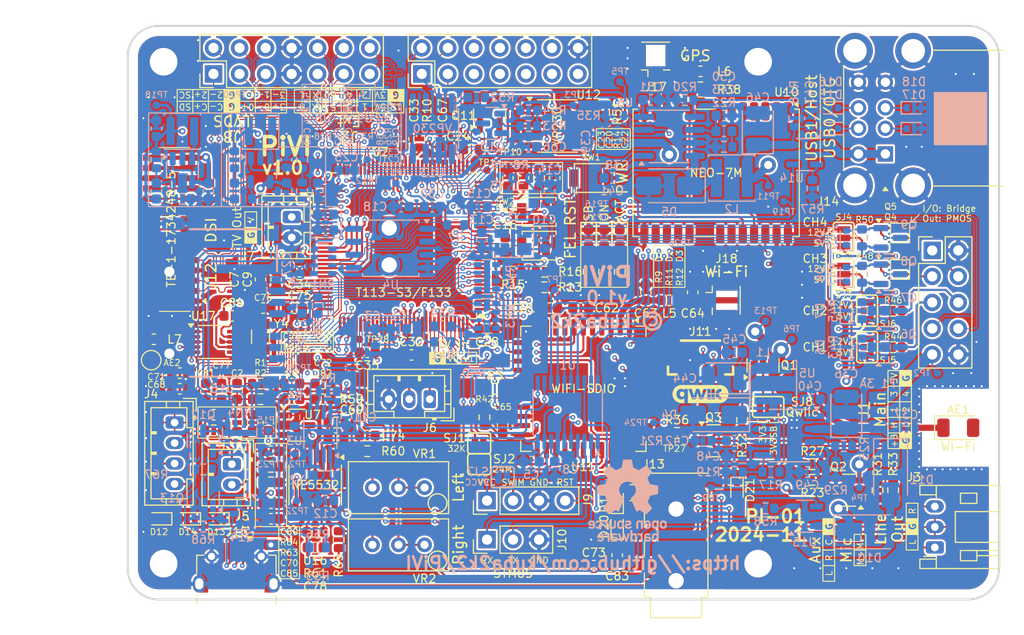
<source format=kicad_pcb>
(kicad_pcb (version 20240108) (generator "pcbnew") (generator_version "8.0")
  (layers (0 "F.Cu" signal) (1 "In1.Cu" signal) (2 "In2.Cu" signal) (31 "B.Cu" signal) (34 "B.Paste" user) (35 "F.Paste" user) (36 "B.SilkS" user "B.Silkscreen") (37 "F.SilkS" user "F.Silkscreen") (38 "B.Mask" user) (39 "F.Mask" user) (44 "Edge.Cuts" user))
  (net 0 "")
  (net 1 "GND")
  (net 2 "+12VSB")
  (net 3 "+3V3")
  (net 4 "Net-(U2-TVIN-VRN)")
  (net 5 "+1V5")
  (net 6 "+0V9")
  (net 7 "+3V3SB")
  (net 8 "/Power/EN_0V9")
  (net 9 "Net-(AE1-A)")
  (net 10 "/FLASH.CLK")
  (net 11 "/AP_RESET")
  (net 12 "/FLASH.MOSI")
  (net 13 "/WL.CLK")
  (net 14 "/FLASH.MISO")
  (net 15 "/FLASH.WP")
  (net 16 "Net-(U2-HPOUTFB)")
  (net 17 "/IO/CH1H")
  (net 18 "/IO/CH2H")
  (net 19 "/IO/CH3H")
  (net 20 "/IO/CH4H")
  (net 21 "Net-(U2-TVIN-VRP)")
  (net 22 "/BT.RX")
  (net 23 "Net-(C4-Pad1)")
  (net 24 "/WL_HOST_WAKE")
  (net 25 "/AP_CLK24M")
  (net 26 "/WL.CMD")
  (net 27 "Net-(U16A--)")
  (net 28 "Net-(C6-Pad1)")
  (net 29 "/LCD.V0+")
  (net 30 "/FLASH.HOLD")
  (net 31 "/WL.D0")
  (net 32 "/EN_PWR")
  (net 33 "/EN_5V")
  (net 34 "/CAN_STBY")
  (net 35 "/CAN_PASS")
  (net 36 "/USB_DRV")
  (net 37 "/LCD.V1+")
  (net 38 "/LCD.V2-")
  (net 39 "/LCD.V1-")
  (net 40 "/LCD.V2+")
  (net 41 "/TWI2.SCL")
  (net 42 "/TWI2.SDA")
  (net 43 "/LCD.V0-")
  (net 44 "/Power/VSNS")
  (net 45 "/Power/EN_3V3SB")
  (net 46 "Net-(U2-VRA1)")
  (net 47 "+5V")
  (net 48 "/IO/VOTG")
  (net 49 "/USB0.D+")
  (net 50 "/IO/CH1L")
  (net 51 "/IO/CH2L")
  (net 52 "/IO/CH3L")
  (net 53 "/IO/CH4L")
  (net 54 "+12V")
  (net 55 "/Power/VSNS_5V")
  (net 56 "/OTG_ID")
  (net 57 "/AP_WDTOUT")
  (net 58 "Net-(L6-Pad1)")
  (net 59 "Net-(U1-VCAP)")
  (net 60 "Net-(U2-VRA2)")
  (net 61 "Net-(U2-DXOUT)")
  (net 62 "/GPS.TX")
  (net 63 "/WL.D3")
  (net 64 "/WL.D1")
  (net 65 "/GPS.RX")
  (net 66 "/GPS_EN")
  (net 67 "/IO/CAN0L")
  (net 68 "/IO/CAN0H")
  (net 69 "+BATT")
  (net 70 "/SDC.CMD")
  (net 71 "/SDC.D2")
  (net 72 "/SDC.D0")
  (net 73 "/SDC.D1")
  (net 74 "/SDC.D3")
  (net 75 "/SDC.CLK")
  (net 76 "/SDC.DET")
  (net 77 "/FLASH.CS")
  (net 78 "/EXT.1")
  (net 79 "/EXT.6")
  (net 80 "/EXT.3")
  (net 81 "/EXT.4")
  (net 82 "Net-(U3-OSCI)")
  (net 83 "/EXT.5")
  (net 84 "/EXT.2")
  (net 85 "/CH.1")
  (net 86 "GNDA")
  (net 87 "+1V8")
  (net 88 "+1V8A")
  (net 89 "/CH.2")
  (net 90 "/USB1.D+")
  (net 91 "/BT.CTS")
  (net 92 "/TVIN0")
  (net 93 "Net-(U2-DXIN)")
  (net 94 "/TVIN1")
  (net 95 "/OTG_DRV")
  (net 96 "/USB1.D-")
  (net 97 "/EXT.TX")
  (net 98 "/BT_EN")
  (net 99 "/WL.D2")
  (net 100 "/TVOUT0")
  (net 101 "/EXT.RX")
  (net 102 "/BT_WAKE")
  (net 103 "/BT.TX")
  (net 104 "/WL_REG_ON")
  (net 105 "/BT_HOST_WAKE")
  (net 106 "/AP_CLK32K")
  (net 107 "/BT.RTS")
  (net 108 "Net-(U2-X32KOUT)")
  (net 109 "/RTC_INT")
  (net 110 "/IO/CAN1L")
  (net 111 "/IO/CAN1H")
  (net 112 "Net-(U2-X32KIN)")
  (net 113 "/CH.3")
  (net 114 "/CH.4")
  (net 115 "/CAN0.RX")
  (net 116 "/CAN1.TX")
  (net 117 "/CAN1.RX")
  (net 118 "/CAN0.TX")
  (net 119 "/LCD.V3+")
  (net 120 "/LCD.VCK-")
  (net 121 "Net-(U5-BOOT)")
  (net 122 "/LCD.VCK+")
  (net 123 "/LCD.V3-")
  (net 124 "/STM_SWIM")
  (net 125 "/STM.RX")
  (net 126 "/STM_NRST")
  (net 127 "/AIN_12VSB")
  (net 128 "/STM.TX")
  (net 129 "/AV/LIN.R")
  (net 130 "/AV/LIN.L")
  (net 131 "/AV/MIC.-")
  (net 132 "/AV/MIC.+")
  (net 133 "/IO/VUSB")
  (net 134 "/USB0.D-")
  (net 135 "/GPADC")
  (net 136 "AGND")
  (net 137 "/AV/AOUT.L")
  (net 138 "/AV/AOUT.R")
  (net 139 "/AV/LOUT.L")
  (net 140 "Net-(D4-K)")
  (net 141 "Net-(U16B--)")
  (net 142 "/AV/LOUT.R")
  (net 143 "/AV/AIN.L")
  (net 144 "/AV/AIN.R")
  (net 145 "/AV/MICB.+")
  (net 146 "/AV/MICB.-")
  (net 147 "/AV/CTRL")
  (net 148 "Net-(Q10-B)")
  (net 149 "Net-(D5-K)")
  (net 150 "Net-(Q11-B)")
  (net 151 "Net-(Q12-B)")
  (net 152 "Net-(U6-BOOT)")
  (net 153 "Net-(U5-COMP)")
  (net 154 "/AV/CTRL.B")
  (net 155 "/AV/CTRL.A")
  (net 156 "/AV/CTRL.C")
  (net 157 "Net-(C42-Pad2)")
  (net 158 "Net-(C43-Pad2)")
  (net 159 "Net-(U6-COMP)")
  (net 160 "Net-(U5-SS)")
  (net 161 "Net-(U6-SS)")
  (net 162 "Net-(U8-FB)")
  (net 163 "Net-(U9-FB)")
  (net 164 "Net-(U11-WL_BT_ANT)")
  (net 165 "Net-(C69-Pad2)")
  (net 166 "Net-(C72-Pad2)")
  (net 167 "Net-(C82-Pad2)")
  (net 168 "Net-(D1-A)")
  (net 169 "Net-(D2-A)")
  (net 170 "Net-(D3-A)")
  (net 171 "Net-(D12-A1)")
  (net 172 "Net-(J9-Pin_1)")
  (net 174 "Net-(J11-Pin_2)")
  (net 176 "Net-(J17-In)")
  (net 177 "Net-(U8-SW)")
  (net 178 "Net-(U9-SW)")
  (net 179 "Net-(Q1-G)")
  (net 180 "Net-(Q3-C)")
  (net 181 "Net-(Q3-B)")
  (net 182 "Net-(Q4-G)")
  (net 183 "Net-(Q4-S)")
  (net 184 "Net-(C78-Pad2)")
  (net 185 "Net-(Q5-S)")
  (net 186 "Net-(Q5-G)")
  (net 187 "Net-(Q13-B)")
  (net 188 "Net-(Q13-C)")
  (net 189 "Net-(Q14-C)")
  (net 190 "Net-(Q14-B)")
  (net 191 "Net-(U2-PG0{slash}CLK)")
  (net 192 "Net-(U2-PF2{slash}CLK)")
  (net 193 "Net-(U2-PC2{slash}CLK)")
  (net 194 "Net-(U2-DZQ)")
  (net 195 "Net-(U10-VCC_RF)")
  (net 196 "Net-(SJ5-C)")
  (net 197 "Net-(SJ6-C)")
  (net 198 "Net-(U12-Rs)")
  (net 199 "Net-(U13-Rs)")
  (net 200 "Net-(U14-SET)")
  (net 201 "Net-(U15-SET)")
  (net 202 "Net-(R60-Pad2)")
  (net 203 "Net-(R65-Pad2)")
  (net 204 "Net-(SJ1-B)")
  (net 205 "Net-(SJ2-B)")
  (net 206 "Net-(SW1-B)")
  (net 207 "Net-(U2-LDOB-OUT)")
  (net 211 "/LED_STATUS")
  (net 218 "Net-(U3-OSCO)")
  (net 246 "Net-(Q2-G)")
  (net 254 "Net-(U17-FMIN)")
  (net 255 "Net-(U17-RCLK)")
  (net 256 "Net-(U17-LOUT)")
  (net 257 "/FMIN.L")
  (net 258 "Net-(U17-ROUT)")
  (net 259 "/FMIN.R")
  (net 260 "Net-(AE2-A)")
  (footprint "kuba2k2:SOT-23-GDPASS" (layer "F.Cu") (at 74.422 -35.306)
    (property "Reference" "Q5")
    (property "Value" "PMOS-AO3407")
  )
  (footprint "Capacitor_SMD:C_0603_1608Metric" (layer "F.Cu") (at 12.192 -17.272 90)
    (property "Reference" "C55")
    (property "Value" "100n")
  )
  (footprint "Resistor_SMD:R_0603_1608Metric" (layer "F.Cu") (at 73.152 -10.668 -90)
    (property "Reference" "R31")
    (property "Value" "100k")
  )
  (footprint "Resistor_SMD:R_0603_1608Metric" (layer "F.Cu") (at 8.382 -16.51)
    (property "Reference" "R66")
    (property "Value" "1k")
  )
  (footprint "Capacitor_SMD:C_0603_1608Metric" (layer "F.Cu") (at 14.478 -31.242 -90)
    (property "Reference" "C9")
    (property "Value" "470n")
  )
  (footprint "SparkFun-Connector:TestPoint-0.75mm" (layer "F.Cu") (at 35.56 -43.942)
    (property "Reference" "TP10")
    (property "Value" "CAN0.RX")
  )
  (footprint "MountingHole:MountingHole_2.7mm" (layer "F.Cu") (at 61.5 -52.5)
    (property "Reference" "H4")
    (property "Value" "2.7mm")
  )
  (footprint "SparkFun-Jumper:Jumper_3_NO" (layer "F.Cu") (at 62.484 -18.796 180)
    (property "Reference" "SJ8")
    (property "Value" "Qwiic")
  )
  (footprint "MountingHole:MountingHole_2.7mm" (layer "F.Cu") (at 3.5 -52.5)
    (property "Reference" "H6")
    (property "Value" "2.7mm")
  )
  (footprint "Resistor_SMD:R_0603_1608Metric" (layer "F.Cu") (at 71.628 -35.306 -90)
    (property "Reference" "R50")
    (property "Value" "100k")
  )
  (footprint "Resistor_SMD:R_0603_1608Metric" (layer "F.Cu") (at 53.594 -16.256)
    (property "Reference" "R36")
    (property "Value" "10k")
  )
  (footprint "Connector_PinHeader_2.54mm:PinHeader_2x07_P2.54mm_Vertical" (layer "F.Cu") (at 8.37 -51.308 90)
    (property "Reference" "J8")
    (property "Value" "LVDS")
  )
  (footprint "Capacitor_SMD:C_0603_1608Metric" (layer "F.Cu") (at 16.256 -28.448 180)
    (property "Reference" "C75")
    (property "Value" "10u")
  )
  (footprint "LED_SMD:LED_0603_1608Metric" (layer "F.Cu") (at 48.006 -35.306 -90)
    (property "Reference" "D3")
    (property "Value" "ACT")
  )
  (footprint "kuba2k2:ThermalVia_1.5mm" (layer "F.Cu") (at 25.505 -32.661)
    (property "Reference" "H1")
    (property "Value" "TH")
  )
  (footprint "kuba2k2:ublox_NEO" (layer "F.Cu") (at 57.404 -41.656 -90)
    (property "Reference" "U10")
    (property "Value" "NEO-7M")
  )
  (footprint "Resistor_SMD:R_0603_1608Metric" (layer "F.Cu") (at 12.954 -19.558)
    (property "Reference" "R2")
    (property "Value" "33")
  )
  (footprint "MountingHole:MountingHole_2.7mm" (layer "F.Cu") (at 3.5 -3.5)
    (property "Reference" "H3")
    (property "Value" "2.7mm")
  )
  (footprint "Resistor_SMD:R_0603_1608Metric" (layer "F.Cu") (at 23.368 -14.478)
    (property "Reference" "R60")
    (property "Value" "1k")
  )
  (footprint "Connector_JST:JST_PH_S3B-PH-K_1x03_P2.00mm_Horizontal" (layer "F.Cu") (at 78.74 -5.08 90)
    (property "Reference" "J3")
    (property "Value" "Audio Out")
  )
  (footprint "Resistor_SMD:R_0603_1608Metric" (layer "F.Cu") (at 12.954 -21.082)
    (property "Reference" "R1")
    (property "Value" "33")
  )
  (footprint "Capacitor_SMD:C_0603_1608Metric" (layer "F.Cu") (at 16.002 -19.558)
    (property "Reference" "C6")
    (property "Value" "100n")
  )
  (footprint "Diode_SMD:D_SOD-523" (layer "F.Cu") (at 47.752 -7.112 90)
    (property "Reference" "D20")
    (property "Value" "TVS")
  )
  (footprint "Connector_JST:JST_PH_B2B-PH-K_1x02_P2.00mm_Vertical" (layer "F.Cu") (at 10.16 -13.208 -90)
    (property "Reference" "J5")
    (property "Value" "Mic")
  )
  (footprint "Package_SO:MSOP-10_3x3mm_P0.5mm" (layer "F.Cu") (at 8.382 -25.146)
    (property "Reference" "U17")
    (property "Value" "RDA5807M")
  )
  (footprint "Capacitor_SMD:C_0603_1608Metric" (layer "F.Cu") (at 20.32 -15.748)
    (property "Reference" "C69")
    (property "Value" "22p")
  )
  (footprint "Resistor_SMD:R_0603_1608Metric" (layer "F.Cu") (at 66.802 -13.208)
    (property "Reference" "R27")
    (property "Value" "33k")
  )
  (footprint "Capacitor_SMD:C_0603_1608Metric" (layer "F.Cu") (at 10.16 -27.686)
    (property "Reference" "C84")
    (property "Value" "100n")
  )
  (footprint "Capacitor_SMD:C_0603_1608Metric" (layer "F.Cu") (at 9.144 -20.32 90)
    (property "Reference" "C77")
    (property "Value" "100n")
  )
  (footprint "Button_Switch_SMD:SW_SPST_B3U-1000P" (layer "F.Cu") (at 45.212 -41.148 180)
    (property "Reference" "SW1")
    (property "Value" "PWR")
  )
  (footprint "SparkFun-Jumper:Jumper_3_NO" (layer "F.Cu") (at 72.136 -28.194 -90)
    (property "Reference" "SJ6")
    (property "Value" "CH2")
  )
  (footprint "kuba2k2:USB_Micro-B_MicroXNJ" (layer "F.Cu") (at 10.6 -1.524)
    (property "Reference" "J15")
    (property "Value" "USB_OTG")
  )
  (footprint "Capacitor_SMD:C_0603_1608Metric" (layer "F.Cu") (at 10.668 -20.32 90)
    (property "Reference" "C2")
    (property "Value" "100n")
  )
  (footprint "Crystal:Crystal_SMD_3215-2Pin_3.2x1.5mm" (layer "F.Cu") (at 12.954 -25.654 90)
    (property "Reference" "Y4")
    (property "Value" "32.768k")
  )
  (footprint "Resistor_SMD:R_0603_1608Metric" (layer "F.Cu") (at 10.668 -17.272 90)
    (property "Reference" "R62")
    (property "Value" "1k")
  )
  (footprint "Capacitor_SMD:C_0603_1608Metric" (layer "F.Cu") (at 13.97 -14.478 180)
    (property "Reference" "C80")
    (property "Value" "10u")
  )
  (footprint "Capacitor_SMD:C_0603_1608Metric" (layer "F.Cu") (at 7.62 -20.32 90)
    (property "Reference" "C81")
    (property "Value" "100n")
  )
  (footprint "SparkFun-Jumper:Jumper_2_NO" (layer "F.Cu") (at 34.29 -15.24)
    (property "Reference" "SJ1")
    (property "Value" "32K")
  )
  (footprint "Capacitor_SMD:C_0603_1608Metric" (layer "F.Cu") (at 13.97 -9.398)
    (property "Reference" "C70")
    (property "Value" "100n")
  )
  (footprint "SparkFun-Connector:TestPoint-0.75mm" (layer "F.Cu") (at 22.606 -25.4)
    (property "Reference" "TP28")
    (property "Value" "GPADC")
  )
  (footprint "Resistor_SMD:R_0603_1608Metric" (layer "F.Cu") (at 40.132 -41.148 -90)
    (property "Reference" "R14")
    (property "Value" "100k")
  )
  (footprint "Capacitor_SMD:C_0603_1608Metric" (layer "F.Cu") (at 50.546 -29.972 -90)
    (property "Reference" "C63")
    (property "Value" "22p")
  )
  (footprint "Diode_SMD:D_SOD-523" (layer "F.Cu") (at 3.048 -7.874 180)
    (property "Reference" "D12")
    (property "Value" "TVS")
  )
  (footprint "Package_TO_SOT_SMD:SOT-23" (layer "F.Cu") (at 57.15 -15.494)
    (property "Reference" "Q3")
    (property "Value" "NPN-S8050")
  )
  (footprint "Resistor_SMD:R_0603_1608Metric" (layer "F.Cu") (at 46.482 -47.498 -90)
    (property "Reference" "R51")
    (property "Value" "10k")
  )
  (footprint "Diode_SMD:D_SOD-523" (layer "F.Cu") (at 47.752 -9.652 90)
    (property "Reference" "D19")
    (property "Value" "TVS")
  )
  (footprint "Capacitor_SMD:C_0603_1608Metric" (layer "F.Cu") (at 13.208 -28.448 180)
    (property "Reference" "C76")
    (property "Value" "10u")
  )
  (footprint "Capacitor_SMD:C_0603_1608Metric" (layer "F.Cu") (at 41.148 -28.448 180)
    (property "Reference" "C61")
    (property "Value" "10u")
  )
  (footprint "Resistor_SMD:R_0603_1608Metric" (layer "F.Cu") (at 74.676 -28.194 180)
    (property "Reference" "R46")
    (property "Value" "100k")
  )
  (footprint "Capacitor_SMD:C_0603_1608Metric" (layer "F.Cu") (at 36.83 -34.544 -90)
    (property "Reference" "C16")
    (property "Value" "100n")
  )
  (footprint "Connector_JST:JST_PH_B3B-PH-K_1x03_P2.00mm_Vertical" (layer "F.Cu") (at 29.464 -19.558 180)
    (property "Reference" "J6")
    (property "Value" "TV In")
  )
  (footprint "Connector_JST:JST_PH_B4B-PH-K_1x04_P2.00mm_Vertical" (layer "F.Cu") (at 4.572 -17.272 -90)
    (property "Reference" "J4")
    (property "Value" "Aux")
  )
  (footprint "Resistor_SMD:R_0603_1608Metric" (layer "F.Cu") (at 35.814 -20.574)
    (property "Reference" "R3")
    (property "Value" "33")
  )
  (footprint "Capacitor_SMD:C_0603_1608Metric" (layer "F.Cu") (at 19.05 -21.082)
    (property "Reference" "C72")
    (property "Value" "10u")
  )
  (footprint "Resistor_SMD:R_0603_1608Metric" (layer "F.Cu") (at 34.798 -17.78 -90)
    (property "Reference" "R42")
    (property "Value" "100k")
  )
  (footprint "Capacitor_SMD:C_0603_1608Metric" (layer "F.Cu") (at 55.118 -29.972 -90)
    (property "Reference" "C64")
    (property "Value" "22p")
  )
  (footprint "Connector_Coaxial:U.FL_Hirose_U.FL-R-SMT-1_Vertical" (layer "F.Cu") (at 57.912 -29.21)
    (property "Reference" "J18")
    (property "Value" "Wi-Fi")
  )
  (footprint "Capacitor_SMD:C_0603_1608Metric" (layer "F.Cu") (at 19.05 -19.558)
    (property "Reference" "C82")
    (property "Value" "10u")
  )
  (footprint "Capacitor_SMD:C_0603_1608Metric" (layer "F.Cu") (at 30.48 -44.958 90)
    (property "Reference" "C67")
    (property "Value" "100n")
  )
  (footprint "Capacitor_SMD:C_0603_1608Metric" (layer "F.Cu") (at 12.954 -31.242 90)
    (property "Reference" "C7")
    (property "Value" "470n")
  )
  (footprint "Capacitor_SMD:C_0603_1608Metric" (layer "F.Cu") (at 27.686 -23.876 180)
    (property "Reference" "C32")
    (property "Value" "100n")
  )
  (footprint "Resistor_SMD:R_0603_1608Metric" (layer "F.Cu") (at 40.64 -32.004)
    (property "Reference" "R16")
    (property "Value" "100k")
  )
  (footprint "Resistor_SMD:R_0603_1608Metric" (layer "F.Cu") (at 37.592 -32.004)
    (property "Reference" "R15")
    (property "Value" "100k")
  )
  (footprint "Inductor_SMD:L_0603_1608Metric" (layer "F.Cu") (at 52.832 -29.21)
    (property "Reference" "L5")
    (property "Value" "0R")
  )
  (footprint "Capacitor_SMD:C_0603_1608Metric" (layer "F.Cu") (at 36.576 -17.018 90)
    (property "Reference" "C65")
    (property "Value" "100n")
  )
  (footprint "Potentiometer_THT:Potentiometer_Bourns_3296W_Vertical" (layer "F.Cu") (at 28.956 -10.922)
    (property "Reference" "VR1")
    (property "Value" "10k")
  )
  (footprint "Resistor_SMD:R_0603_1608Metric" (layer "F.Cu") (at 44.958 -32.004 -90)
    (property "Reference" "R9")
    (property "Value" "4.7k")
  )
  (footprint "Package_TO_SOT_SMD:SOT-23" (layer "F.Cu") (at 35.306 -47.244 90)
    (property "Reference" "Q11")
    (property "Value" "NPN-S8050")
  )
  (footprint "SparkFun-Connector:TestPoint-0.75mm" (layer "F.Cu") (at 35.052 -41.91)
    (property "Reference" "TP1")
    (property "Value" "LDOB-OUT")
  )
  (footprint "SparkFun-Connector:JST_SMD_1.0mm-4_Vertical" (layer "F.Cu") (at 55.88 -23.622)
    (property "Reference" "J11")
    (property "Value" "Qwiic")
  )
  (footprint "Resistor_SMD:R_0603_1608Metric" (layer "F.Cu") (at 28.448 -44.958 -90)
    (property "Reference" "R10")
    (property "Value" "240")
  )
  (footprint "Resistor_SMD:R_0603_1608Metric" (layer "F.Cu") (at 46.482 -32.004 -90)
    (property "Reference" "R11")
    (property "Value" "4.7k")
  )
  (footprint "Package_SO:SOIC-8_3.9x4.9mm_P1.27mm" (layer "F.Cu") (at 18.288 -11.176 -90)
    (property "Reference" "U16")
    (property "Value" "NE5532")
  )
  (footprint "Capacitor_SMD:C_0603_1608Metric" (layer "F.Cu") (at 16.764 -32.004)
    (property "Reference" "C34")
    (property "Value" "100n")
  )
  (footprint "LED_SMD:LED_0603_1608Metric" (layer "F.Cu") (at 44.958 -35.306 -90)
    (property "Reference" "D1")
    (property "Value" "SB")
  )
  (footprint "LED_SMD:LED_0603_1608Metric" (layer "F.Cu") (at 46.482 -35.306 -90)
    (property "Reference" "D2")
    (property "Value" "ON")
  )
  (footprint "Capacitor_SMD:C_0603_1608Metric" (layer "F.Cu") (at 37.084 -41.148 90)
    (property "Reference" "C23")
    (property "Value" "100n")
  )
  (footprint "Connector_PinHeader_2.54mm:PinHeader_1x04_P2.54mm_Vertical" (layer "F.Cu") (at 35.052 -9.652 90)
    (property "Reference" "J9")
    (property "Value" "STM_PROG")
  )
  (footprint "SparkFun-Jumper:Jumper_3_NO" (layer "F.Cu") (at 69.85 -35.306 -90)
    (property "Reference" "SJ4")
    (property "Value" "CH4")
  )
  (footprint "kuba2k2:TE-1-1734248-5" (layer "F.Cu") (at 6.096 -36.128 -90)
    (property "Reference" "J12")
    (property "Value" "DSI")
  )
  (footprint "kuba2k2:Jack_3.5mm_PJ320D_Horizontal" (layer "F.Cu") (at 53.5 -6.604 90)
    (property "Reference" "J13")
    (property "Value" "LINE")
  )
  (footprint "Diode_SMD:D_SOD-523" (layer "F.Cu") (at 8.636 -7.874 180)
    (property "Reference" "D13")
    (property "Value" "TVS")
  )
  (footprint "Package_TO_SOT_SMD:SOT-23" (layer "F.Cu") (at 70.358 -10.668 180)
    (property "Reference" "Q2")
    (property "Value" "PMOS-AO3401")
  )
  (footprint "Resistor_SMD:R_0603_1608Metric" (layer "F.Cu") (at 74.676 -24.638 180)
    (property "Reference" "R44")
    (property "Value" "100k")
  )
  (footprint "Resistor_SMD:R_0603_1608Metric" (layer "F.Cu") (at 74.676 -10.668 -90)
    (property "Reference" "R33")
    (property "Value" "100k")
  )
  (footprint "kuba2k2:USB_A_CUI_UJ2-ADH-TH_Horizontal_Stacked" (layer "F.Cu") (at 73.914 -47 180)
    (property "Reference" "J14")
    (property "Value" "USB_A")
  )
  (footprint "Connector_PinHeader_2.54mm:PinHeader_2x07_P2.54mm_Vertical" (layer "F.Cu") (at 28.69 -51.308 90)
    (property "Reference" "J2")
    (property "Value" "Ext")
  )
  (footprint "Capacitor_SMD:C_0603_1608Metric" (layer "F.Cu") (at 5.08 -20.574 180)
    (property "Reference" "C68")
    (property "Value" "10u")
  )
  (footprint "Connector_PinHeader_2.54mm:PinHeader_1x03_P2.54mm_Vertical" (layer "F.Cu") (at 35.052 -5.842 90)
    (property "Reference" "J10")
    (property "Value" "STM_DBG")
  )
  (footprint "MountingHole:MountingHole_2.7mm" (layer "F.Cu") (at 61.5 -3.5)
    (property "Reference" "H5")
    (property "Value" "2.7mm")
  )
  (footprint "kuba2k2:eLQFP-128_14x14mm_P0.4mm" (layer "F.Cu") (at 26.924 -34.544 180)
    (property "Reference" "U2")
    (property "Value" "T113-S3/F133")
  )
  (footprint "Resistor_SMD:R_0603_1608Metric" (layer "F.Cu") (at 20.574 -5.842 90)
    (property "Reference" "R65")
    (property "Value" "1k")
  )
  (footprint "Capacitor_SMD:C_0603_1608Metric" (layer "F.Cu") (at 8.382 -18.034 180)
    (property "Reference" "C79")
    (property "Value" "22p")
  )
  (footprint "Capacitor_SMD:C_0603_1608Metric" (layer "F.Cu") (at 33.528 -43.942)
    (property "Reference" "C24")
    (property "Value" "100n")
  )
  (footprint "Capacitor_SMD:C_0603_1608Metric" (layer "F.Cu") (at 41.656 -41.148 -90)
    (property "Reference" "C22")
    (property "Value" "100n")
  )
  (footprint "Resistor_SMD:R_0603_1608Metric" (layer "F.Cu") (at 18.288 -6.604 180)
    (property "Reference" "R61")
    (property "Value" "4.7k")
  )
  (footprint "Capacitor_SMD:C_0603_1608Metric" (layer "F.Cu") (at 16.002 -21.082)
    (property "Reference" "C4")
    (property "Value" "100n")
  )
  (footprint "Inductor_SMD:L_0603_1608Metric" (layer "F.Cu") (at 2.54 -25.4)
    (property "Reference" "L7")
    (property "Value" "27n")
  )
  (footprint "SparkFun-Jumper:Jumper_2_NO" (layer "F.Cu") (at 34.29 -13.208)
    (property "Reference" "SJ2")
    (property "Value" "24M")
  )
  (footprint "Resistor_SMD:R_0603_1608Metric" (layer "F.Cu") (at 13.97 -11.43)
    (property "Reference" "R63")
    (property "Value" "100k")
  )
  (footprint "Capacitor_SMD:C_0603_1608Metric" (layer "F.Cu") (at 45.466 -3.302)
    (property "Reference" "C73")
    (property "Value" "10u")
  )
  (footprint "Resistor_SMD:R_0603_1608Metric" (layer "F.Cu") (at 40.64 -30.48 180)
    (property "Reference" "R13")
    (property "Value" "100k")
  )
  (footprint "Resistor_SMD:R_0603_1608Metric" (layer "F.Cu") (at 20.32 -17.272 180)
    (property "Reference" "R59")
    (property "Value" "4.7k")
  )
  (footprint "kuba2k2:ThermalVia_1.5mm" (layer "F.Cu") (at 25.505 -36.277)
    (property "Reference" "H2")
    (property "Value" "TH")
  )
  (footprint "Button_Switch_SMD:SW_SPST_B3U-1000P" (layer "F.Cu") (at 40.132 -37.846 180)
    (property "Reference" "SW2")
    (property "Value" "RST")
  )
  (footprint "Resistor_SMD:R_0603_1608Metric" (layer "F.Cu") (at 66.802 -11.684)
    (property "Reference" "R23")
    (property "Value" "180k")
  )
  (footprint "Button_Switch_SMD:SW_SPST_B3U-1000P" (layer "F.Cu") (at 40.132 -34.544 180)
    (property "Reference" "SW3")
    (property "Value" "FEL")
  )
  (footprint "Capacitor_SMD:C_0603_1608Metric" (layer "F.Cu") (at 26.924 -44.958 90)
    (property "Reference" "C33")
    (property "Value" "100n")
  )
  (footprint "Capacitor_SMD:C_0603_1608Metric" (layer "F.Cu") (at 13.97 -7.874 180)
    (property "Reference" "C85")
    (property "Value" "22p")
  )
  (footprint "Potentiometer_THT:Potentiometer_Bourns_3296W_Vertical" (layer "F.Cu") (at 28.956 -5.334)
    (property "Reference" "VR2")
    (property "Value" "10k")
  )
  (footprint "Capacitor_SMD:C_0603_1608Metric" (layer "F.Cu") (at 23.368 -16.002)
    (property "Reference" "C74")
    (property "Value" "22p")
  )
  (footprint "Capacitor_SMD:C_0603_1608Metric" (layer "F.Cu") (at 35.052 -26.416)
    (property "Reference" "C28")
    (property "Value" "100n")
  )
  (footprint "Resistor_SMD:R_0603_1608Metric" (layer "F.Cu") (at 13.97 -12.954 180)
    (property "Reference" "R64")
    (property "Value" "100k")
  )
  (footprint "Capacitor_SMD:C_0603_1608Metric" (layer "F.Cu") (at 23.368 -24.13 180)
    (property "Reference" "C35")
    (property "Value" "100n")
  )
  (footprint "Capacitor_SMD:C_0603_1608Metric" (layer "F.Cu") (at 47.752 -4.318 90)
    (property "Reference" "C83")
    (property "Value" "10u")
  )
  (footprint "Package_SO:SOIC-8_3.9x4.9mm_P1.27mm" (layer "F.Cu") (at 41.91 -46.228)
    (property "Reference" "U12")
    (property "Value" "VP230")
  )
  (footprint "Capacitor_SMD:C_0603_1608Metric" (layer "F.Cu") (at 38.608 -41.148 90)
    (property "Reference" "C20")
    (property "Value" "10u")
  )
  (footprint "Inductor_SMD:L_0603_1608Metric" (layer "F.Cu") (at 55.88 -51.562 180)
    (property "Reference" "L6")
    (property "Value" "27n")
  )
  (footprint "Package_TO_SOT_SMD:SOT-23" (layer "F.Cu") (at 61.976 -22.86 90)
    (property "Reference" "Q1")
    (property "Value" "PMOS-AO3401")
  )
  (footprint "kuba2k2:SOT-23-GDPASS" (layer "F.Cu") (at 74.422 -31.75)
    (property "Reference" "Q4")
    (property "Value" "PMOS-AO3407")
  )
  (footprint "NetTie:NetTie-2_SMD_Pad0.5mm" (layer "F.Cu") (at 22.098 -22.606)
    (property "Reference" "NT1" (hide yes))
    (property "Value" "~" (hide yes))
  )
  (footprint "Diode_SMD:D_SOD-523" (layer "F.Cu") (at 59.436 -10.668 -90)
    (property "Reference" "D21")
    (property "Value" "TVS")
  )
  (footprint "Connector_Coaxial:U.FL_Hirose_U.FL-R-SMT-1_Vertical" (layer "F.Cu") (at 51.504 -52.578 90)
    (property "Reference" "J17")
    (property "Value" "GPS")
  )
  (footprint "Package_TO_SOT_SMD:SOT-23-3" (layer "F.Cu") (at 16.51 -17.018)
    (property "Reference" "U7")
    (property "Value" "XC6206-1V8")
  )
  (footprint "kuba2k2:WiFi_SDIO_44-pin" (layer "F.Cu") (at 44.45 -20.574 -90)
    (property "Reference" "U11")
    (property "Value" "WIFI-SDIO")
  )
  (footprint "Diode_SMD:D_SOD-523" (layer "F.Cu") (at 5.842 -7.874 180)
    (property "Reference" "D14")
    (property "Value" "TVS")
  )
  (footprint "Resistor_SMD:R_0603_1608Metric" (layer "F.Cu") (at 48.006 -32.004 -90)
    (property "Reference" "R12")
    (property "Value" "4.7k")
  )
  (footprint "Connector_PinHeader_2.54mm:PinHeader_2x05_P2.54mm_Vertical" (layer "F.Cu") (at 78.486 -34.08)
    (property "Reference" "J1")
    (property "Value" "Main")
  )
  (footprint "TestPoint:TestPoint_Pad_D1.5mm" (layer "F.Cu") (at 2.291 -23.363)
    (property "Reference" "AE2")
    (property "Value" "FM")
  )
  (footprint "SparkFun-Jumper:Jumper_3_NO" (layer "F.Cu") (at 69.85 -31.75 -90)
    (property "Reference" "SJ3")
    (property "Value" "CH3")
  )
  (footprint "Connector_JST:JST_PH_B2B-PH-K_1x02_P2.00mm_Vertical" (layer "F.Cu") (at 16.002 -37.338 -90)
    (property "Reference" "J7")
    (property "Value" "TV Out")
  )
  (footprint "Capacitor_SMD:C_0603_1608Metric" (layer "F.Cu") (at 44.196 -28.448)
    (property "Reference" "C62")
    (property "Value" "100n")
  )
  (footprint "SparkFun-Connector:TestPoint-0.75mm" (layer "F.Cu") (at 53.34 -13.716)
    (property "Reference" "TP27")
    (property "Value" "AIN_12SB")
  )
  (footprint "Capacitor_SMD:C_0603_1608Metric" (layer "F.Cu") (at 13.716 -17.272 90)
    (property "Reference" "C56")
    (property "Value" "10u")
  )
  (footprint "SparkFun-Aesthetic:qwiic_5.5mm" (layer "F.Cu") (at 55.88 -20.066)
    (property "Reference" "G2" (hide yes))
    (property "Value" "qwiic_Logo" (hide yes))
  )
  (footprint "Resistor_SMD:R_0603_1608Metric" (layer "F.Cu") (at 71.628 -31.75 -90)
    (property "Reference" "R48")
    (property "Value" "100k")
  )
  (footprint "RF_Antenna:Johanson_2450AT18x100" (layer "F.Cu") (at 81.026 -16.764)
    (property "Reference" "AE1")
    (property "Value" "Wi-Fi")
  )
  (footprint "SparkFun-Jumper:Jumper_3_NO" (layer "F.Cu") (at 72.136 -24.638 -90)
    (property "Reference" "SJ5")
    (property "Value" "CH1")
  )
  (footprint "Resistor_SMD:R_0603_1608Metric" (layer "F.Cu") (at 59.944 -17.526 -90)
    (property "Reference" "R32")
    (property "Value" "100k")
  )
  (footprint "Resistor_SMD:R_0805_2012Metric" (layer "F.Cu") (at 55.88 -49.784 180)
    (property "Reference" "R38")
    (property "Value" "10")
  )
  (footprint "Capacitor_SMD:C_0603_1608Metric" (layer "F.Cu") (at 18.288 -5.08)
    (property "Reference" "C78")
    (property "Value" "22p")
  )
  (footprint "Capacitor_SMD:C_0603_1608Metric" (layer "F.Cu") (at 5.08 -22.098 180)
    (property "Reference" "C71")
    (property "Value" "10u")
  )
  (footprint "Resistor_SMD:R_0603_1608Metric" (layer "B.Cu") (at 19.558 -20.32)
    (property "Reference" "R5")
    (property "Value" "100k")
  )
  (footprint "Package_TO_SOT_SMD:SOT-23" (layer "B.Cu") (at 74.422 -28.194)
    (property "Reference" "Q7")
    (property "Value" "NMOS-AO3400")
  )
  (footprint "Resistor_SMD:R_0603_1608Metric" (layer "B.Cu") (at 58.166 -44.196 180)
    (property "Reference" "R22")
    (property "Value" "68k")
  )
  (footprint "Resistor_SMD:R_Array_Convex_4x0603" (layer "B.Cu") (at 35.052 -27.686 180)
    (property "Reference" "RN3")
    (property "Value" "100k")
  )
  (footprint "Resistor_SMD:R_0603_1608Metric" (layer "B.Cu") (at 5.334 -39.116)
    (property "Reference" "R28")
    (property "Value" "10k")
  )
  (footprint "Capacitor_SMD:C_0603_1608Metric" (layer "B.Cu") (at 39.37 -13.462 180)
    (property "Reference" "C5")
    (property "Value" "100n")
  )
  (footprint "Crystal:Crystal_SMD_3215-2Pin_3.2x1.5mm" (layer "B.Cu") (at 19.304 -11.684 180)
    (property "Reference" "Y2")
    (property "Value" "32.768k")
  )
  (footprint "SparkFun-Connector:TestPoint-0.75mm" (layer "B.Cu") (at 47.498 -38.608 180)
    (property "Reference" "TP16")
    (property "Value" "GPS_EN")
  )
  (footprint "SparkFun-Connector:TestPoint-0.75mm" (layer "B.Cu") (at 16.256 -14.224 180)
    (property "Reference" "TP21")
    (property "Value" "OTG_DRV")
  )
  (footprint "Resistor_SMD:R_0603_1608Metric" (layer "B.Cu") (at 71.628 -28.194 -90)
    (property "Reference" "R45")
    (property "Value" "100k")
  )
  (footprint "Capacitor_SMD:C_0603_1608Metric" (layer "B.Cu") (at 66.294 -12.446 180)
    (property "Reference" "C49")
    (property "Value" "27n")
  )
  (footprint "Package_TO_SOT_SMD:SOT-23" (layer "B.Cu") (at 7.366 -15.494 90)
    (property "Reference" "Q12")
    (property "Value" "NPN-S8050")
  )
  (footprint "Resistor_SMD:R_0603_1608Metric" (layer "B.Cu") (at 39.116 -46.228)
    (property "Reference" "R53")
    (property "Value" "10k")
  )
  (footprint "Capacitor_SMD:C_0603_1608Metric" (layer "B.Cu") (at 16.764 -32.512 -90)
    (property "Reference" "C27")
    (property "Value" "100n")
  )
  (footprint "SparkFun-Jumper:Jumper_2_NO" (layer "B.Cu") (at 36.576 -11.938 180)
    (property "Reference" "SJ7")
    (property "Value" "PVCC")
  )
  (footprint "SparkFun-Connector:TestPoint-0.75mm" (layer "B.Cu") (at 47.498 -37.338 180)
    (property "Reference" "TP14")
    (property "Value" "GPS.RX")
  )
  (footprint "Capacitor_SMD:C_0603_1608Metric" (layer "B.Cu") (at 26.67 -38.354 180)
    (property "Reference" "C18")
    (property "Value" "100n")
  )
  (footprint "Capacitor_SMD:C_0603_1608Metric" (layer "B.Cu") (at 39.116 -44.196 180)
    (property "Reference" "C66")
    (property "Value" "100n")
  )
  (footprint "Resistor_SMD:R_0603_1608Metric" (layer "B.Cu") (at 47.498 -47.244 180)
    (property "Reference" "R35")
    (property "Value" "100k")
  )
  (footprint "Package_TO_SOT_SMD:SOT-23" (layer "B.Cu") (at 74.422 -35.306)
    (property "Reference" "Q9")
    (property "Value" "NMOS-AO3400")
  )
  (footprint "Capacitor_SMD:C_0603_1608Metric" (layer "B.Cu") (at 59.182 -24.13 180)
    (property "Reference" "C45")
    (property "Value" "100n")
  )
  (footprint "Resistor_SMD:R_0603_1608Metric" (layer "B.Cu") (at 17.018 -39.878 90)
    (property "Reference" "R26")
    (property "Value" "100k")
  )
  (footprint "Resistor_SMD:R_0603_1608Metric" (layer "B.Cu") (at 30.734 -25.146)
    (property "Reference" "R41")
    (property "Value" "100k")
  )
  (footprint "Capacitor_SMD:C_0603_1608Metric" (layer "B.Cu") (at 41.148 -39.878 -90)
    (property "Reference" "C14")
    (property "Value" "22p")
  )
  (footprint "Resistor_SMD:R_0603_1608Metric" (layer "B.Cu") (at 18.542 -3.556 180)
    (property "Reference" "R55")
    (property "Value" "100k")
  )
  (footprint "Capacitor_SMD:C_0603_1608Metric" (layer "B.Cu") (at 19.304 -9.652)
    (property "Reference" "C12")
    (property "Value" "22p")
  )
  (footprint "Package_SO:SOIC-8_3.9x4.9mm_P1.27mm" (layer "B.Cu") (at 29.718 -45.974 90)
    (property "Reference" "U13")
    (property "Value" "VP230")
  )
  (footprint "Diode_SMD:D_SMA" (layer "B.Cu") (at 57.15 -18.034 180)
    (property "Reference" "D4")
    (property "Value" "SS34")
  )
  (footprint "Capacitor_SMD:C_0603_1608Metric" (layer "B.Cu") (at 18.542 -39.878 -90)
    (property "Reference" "C19")
    (property "Value" "100n")
  )
  (footprint "Resistor_SMD:R_0603_1608Metric" (layer "B.Cu") (at 56.134 -15.494 180)
    (property "Reference" "R21")
    (property "Value" "68k")
  )
  (footprint "Package_SO:TSSOP-20_4.4x6.5mm_P0.65mm" (layer "B.Cu") (at 42.926 -18.288 90)
    (property "Reference" "U1")
    (property "Value" "STM8S003F3P6")
  )
  (footprint "Capacitor_SMD:C_0603_1608Metric" (layer "B.Cu") (at 59.182 -15.494 180)
    (property "Reference" "C42")
    (property "Value" "1n")
  )
  (footprint "Capacitor_SMD:C_0603_1608Metric" (layer "B.Cu") (at 34.544 -35.052 90)
    (property "Reference" "C13")
    (property "Value" "22p")
  )
  (footprint "Capacitor_SMD:C_0603_1608Metric" (layer "B.Cu") (at 19.304 -36.068 180)
    (property "Reference" "C21")
    (property "Value" "100n")
  )
  (footprint "Resistor_SMD:R_0603_1608Metric" (layer "B.Cu") (at 62.738 -12.446)
    (property "Reference" "R17")
    (property "Value" "15k")
  )
  (footprint "SparkFun-Connector:TestPoint-0.75mm" (layer "B.Cu") (at 56.896 -10.922 180)
    (property "Reference" "TP9")
    (property "Value" "+12V")
  )
  (footprint "Capacitor_SMD:C_0603_1608Metric" (layer "B.Cu") (at 29.718 -38.354)
    (property "Reference" "C30")
    (property "Value" "100n")
  )
  (footprint "Resistor_SMD:R_Array_Convex_4x0603" (layer "B.Cu") (at 10.922 -16.256 -90)
    (property "Reference" "RN4")
    (property "Value" "100k")
  )
  (footprint "SparkFun-Connector:TestPoint-0.75mm" (layer "B.Cu") (at 64.008 -38.862 180)
    (property "Reference" "TP19")
    (property "Value" "USB_DRV")
  )
  (footprint "SparkFun-Connector:TestPoint-0.75mm" (layer "B.Cu") (at 13.716 -16.51 180)
    (property "Reference" "TP15")
    (property "Value" "+1V8A")
  )
  (footprint "SparkFun-Connector:TestPoint-0.75mm" (layer "B.Cu") (at 13.716 -14.224 180)
    (property "Reference" "TP23")
    (property "Value" "OTG_ID")
  )
  (footprint "Resistor_SMD:R_0603_1608Metric" (layer "B.Cu") (at 33.782 -24.13 -90)
    (property "Reference" "R40")
    (property "Value" "100k")
  )
  (footprint "Crystal:Crystal_SMD_3215-2Pin_3.2x1.5mm" (layer "B.Cu") (at 38.354 -39.116 180)
    (property "Reference" "Y3")
    (property "Value" "32.768k")
  )
  (footprint "Capacitor_SMD:C_0603_1608Metric" (layer "B.Cu") (at 15.494 -42.926 90)
    (property "Reference" "C57")
    (property "Value" "100n")
  )
  (footprint "Resistor_SMD:R_0603_1608Metric" (layer "B.Cu") (at 7.366 -12.7)
    (property "Reference" "R67")
    (property "Value" "240")
  )
  (footprint "Package_TO_SOT_SMD:SOT-23" (layer "B.Cu") (at 11.176 -8.382 180)
    (property "Reference" "Q14")
    (property "Value" "NPN-S8050")
  )
  (footprint "Capacitor_SMD:C_0603_1608Metric" (layer "B.Cu") (at 15.494 -39.878 -90)
    (property "Reference" "C58")
    (property "Value" "10u")
  )
  (footprint "Package_SO:SOIC-8_5.275x5.275mm_P1.27mm" (layer "B.Cu") (at 25.654 -34.29 180)
    (property "Reference" "U4")
    (property "Value" "W25Q128")
  )
  (footprint "SparkFun-Connector:TestPoint-0.75mm" (layer "B.Cu") (at 51.308 -17.272 180)
    (property "Reference" "TP24")
    (property "Value" "EN_PWR")
  )
  (footprint "Capacitor_SMD:C_0603_1608Metric" (layer "B.Cu") (at 58.166 -45.72)
    (property "Reference" "C43")
    (property "Value" "1n")
  )
  (footprint "Capacitor_SMD:C_0603_1608Metric" (layer "B.Cu") (at 21.336 -17.78 -90)
    (property "Reference" "C11")
    (property "Value" "100n")
  )
  (footprint "Resistor_SMD:R_0603_1608Metric" (layer "B.Cu") (at 7.366 -7.112)
    (property "Reference" "R68")
    (property "Value" "470")
  )
  (footprint "SparkFun-Connector:TestPoint-0.75mm" (layer "B.Cu") (at 62.484 -40.386 180)
    (property "Reference" "TP11")
    (property "Value" "+5V")
  )
  (footprint "Capacitor_SMD:C_0603_1608Metric" (layer "B.Cu") (at 7.874 -39.878 -90)
    (property "Reference" "C52")
    (property "Value" "10u")
  )
  (footprint "Resistor_SMD:R_0603_1608Metric" (layer "B.Cu") (at 65.024 -46.99 -90)
    (property "Reference" "R18")
    (property "Value" "180k")
  )
  (footprint "Resistor_SMD:R_0603_1608Metric" (layer "B.Cu") (at 10.414 -42.926 -90)
    (property "Reference" "R34")
    (property "Value" "33k")
  )
  (footprint "Resistor_SMD:R_0603_1608Metric" (layer "B.Cu") (at 59.182 -12.446)
    (property "Reference" "R19")
    (property "Value" "4.7k")
  )
  (footprint "Capacitor_SMD:C_0603_1608Metric" (layer "B.Cu") (at 2.794 -45.974 90)
    (property "Reference" "C54")
    (property "Value" "10u")
  )
  (footprint "Resistor_SMD:R_Array_Convex_4x0603" (layer "B.Cu") (at 19.05 -33.02)
    (property "Reference" "RN1")
    (property "Value" "100k")
  )
  (footprint "Resistor_SMD:R_0603_1608Metric" (layer "B.Cu") (at 69.85 -14.986 180)
    (property "Reference" "R25")
    (property "Value" "68k")
  )
  (footprint "Resistor_SMD:R_0603_1608Metric" (layer "B.Cu") (at 18.542 -5.08 180)
    (property "Reference" "R56")
    (property "Value" "1k")
  )
  (footprint "Capacitor_Tantalum_SMD:CP_EIA-3528-21_Kemet-B" (layer "B.Cu") (at 58.166 -21.59 180)
    (property "Reference" "C44")
    (property "Value" "100u/6.3V")
  )
  (footprint "Package_TO_SOT_SMD:TSOT-23-5" (layer "B.Cu") (at 5.334 -41.91 -90)
    (property "Reference" "U8")
    (property "Value" "SY8088I")
  )
  (footprint "SparkFun-Connector:TestPoint-0.75mm" (layer "B.Cu") (at 53.848 -33.782 180)
    (property "Reference" "TP26")
    (property "Value" "EN_5V")
  )
  (footprint "Package_SO:SOIC-8_3.9x4.9mm_P1.27mm" (layer "B.Cu") (at 52.832 -45.212)
    (property "Reference" "U6")
    (property "Value" "TPS54231")
  )
  (footprint "Diode_SMD:D_SOD-523" (layer "B.Cu") (at 68.58 -45.974 180)
    (property "Reference" "D15")
    (property "Value" "TVS")
  )
  (footprint "Package_TO_SOT_SMD:TSOT-23-5" (layer "B.Cu") (at 12.954 -41.91 -90)
    (property "Reference" "U9")
    (property "Value" "SY8088I")
  )
  (footprint "Diode_SMD:D_SOD-523" (layer "B.Cu") (at 76.708 -45.974)
    (property "Reference" "D17")
    (property "Value" "TVS")
  )
  (footprint "Diode_SMD:D_SOD-523" (layer "B.Cu") (at 70.104 -35.306 90)
    (property "Reference" "D9")
    (property "Value" "1N5819WT")
  )
  (footprint "Resistor_SMD:R_0603_1608Metric" (layer "B.Cu") (at 2.794 -42.926 -90)
    (property "Reference" "R24")
    (property "Value" "15k")
  )
  (footprint "Capacitor_SMD:C_0603_1608Metric" (layer "B.Cu") (at 47.244 -41.148)
    (property "Reference" "C41")
    (property "Value" "100n")
  )
  (footprint "Capacitor_SMD:C_0603_1608Metric" (layer "B.Cu") (at 66.548 -46.99 90)
    (property "Reference" "C47")
    (property "Value" "100n")
  )
  (footprint "Resistor_SMD:R_0603_1608Metric" (layer "B.Cu") (at 18.542 -28.702 90)
    (property "Reference" "R6")
    (property "Value" "33")
  )
  (footprint "SparkFun-Connector:TestPoint-0.75mm" (layer "B.Cu") (at 2.794 -48.26 180)
    (property "Reference" "TP18")
    (property "Value" "+1V5")
  )
  (footprint "Resistor_SMD:R_Array_Convex_4x0603" (layer "B.Cu") (at 35.052 -31.496 180)
    (property "Reference" "RN2")
    (property "Value" "100k")
  )
  (footprint "Diode_SMD:D_SMA" (layer "B.Cu") (at 72.39 -6.604)
    (property "Reference" "D10")
    (property "Value" "SS34")
  )
  (footprint "kuba2k2:microSD_External_Pin" (layer "B.Cu") (at 4.064 -28.95 90)
    (property "Reference" "J16")
    (property "Value" "Micro_SD")
  )
  (footprint "Capacitor_SMD:C_0603_1608Metric" (layer "B.Cu") (at 34.29 -38.354)
    (property "Reference" "C15")
    (property "Value" "22p")
  )
  (footprint "Resistor_SMD:R_0603_1608Metric" (layer "B.Cu") (at 62.23 -8.89)
    (property "Reference" "R58")
    (property "Value" "10k")
  )
  (footprint "Capacitor_SMD:C_0603_1608Metric" (layer "B.Cu") (at 24.13 -25.654 -90)
    (property "Reference" "C3")
    (property "Value" "1u")
  )
  (footprint "SparkFun-Connector:TestPoint-0.75mm" (layer "B.Cu") (at 10.414 -48.26 180)
    (property "Reference" "TP20")
    (property "Value" "+0V9")
  )
  (footprint "Resistor_SMD:R_0603_1608Metric" (layer "B.Cu") (at 12.954 -39.116)
    (property "Reference" "R37")
    (property "Value" "68k")
  )
  (footprint "Diode_SMD:D_SMA" (layer "B.Cu") (at 74.422 -12.192 -90)
    (property "Reference" "D11")
    (property "Value" "SS34")
  )
  (footprint "SparkFun-Connector:TestPoint-0.75mm" (layer "B.Cu") (at 71.374 -10.922 180)
    (property "Reference" "TP4")
    (property "Value" "+12SB")
  )
  (footprint "Capacitor_SMD:C_0603_1608Metric" (layer "B.Cu") (at 75.946 -16.764)
    (property "Reference" "C37")
    (property "Value" "100n")
  )
  (footprint "Resistor_SMD:R_0603_1608Metric" (layer "B.Cu") (at 71.628 -24.638 -90)
    (property "Reference" "R43")
    (property "Value" "100k")
  )
  (footprint "Capacitor_SMD:C_0603_1608Metric" (layer "B.Cu") (at 45.974 -44.704 90)
    (property "Reference" "C39")
    (property "Value" "100n")
  )
  (footprint "Inductor_SMD:L_Sunlord_SWPA3015S" (layer "B.Cu") (at 12.954 -45.72 180)
    (property "Reference" "L4")
    (property "Value" "2.2u")
  )
  (footprint "Capacitor_SMD:C_0603_1608Metric" (layer "B.Cu") (at 40.64 -35.052 -90)
    (property "Reference" "C10")
    (property "Value" "22p")
  )
  (footprint "SparkFun-Connector:TestPoint-0.75mm" (layer "B.Cu") (at 78.994 -22.098 180)
    (property "Reference" "TP2")
    (property "Value" "+BATT")
  )
  (footprint "Resistor_SMD:R_0603_1608Metric" (layer "B.Cu") (at 30.734 -26.67 180)
    (property "Reference" "R39")
    (property "Value" "100k")
  )
  (footprint "Resistor_SMD:R_0603_1608Metric" (layer "B.Cu") (at 66.802 -40.132 90)
    (property "Reference" "R57")
    (property "Value" "4.7k")
  )
  (footprint "Resistor_SMD:R_0603_1608Metric" (layer "B.Cu") (at 32.004 -36.576)
    (property "Reference" "R7")
    (property "Value" "33")
  )
  (footprint "Capacitor_SMD:C_0805_2012Metric" (layer "B.Cu") (at 47.752 -44.704 90)
    (property "Reference" "C38")
    (property "Value" "10u/25V")
  )
  (footprint "Resistor_SMD:R_0603_1608Metric" (layer "B.Cu") (at 39.116 -47.752)
    (property "Reference" "R54")
    (property "Value" "10k")
  )
  (footprint "Resistor_SMD:R_0603_1608Metric" (layer "B.Cu") (at 17.018 -42.926 90)
    (property "Reference" "R30")
    (property "Value" "100k")
  )
  (footprint "Inductor_SMD:L_Sunlord_SWPA3015S" (layer "B.Cu") (at 5.334 -45.72 180)
    (property "Reference" "L3")
    (property "Value" "2.2u")
  )
  (footprint "Capacitor_SMD:C_0603_1608Metric" (layer "B.Cu") (at 59.182 -13.97 180)
    (property "Reference" "C48")
    (property "Value" "22p")
  )
  (footprint "Capacitor_Tantalum_SMD:CP_EIA-3528-21_Kemet-B" (layer "B.Cu") (at 61.468 -45.974 90)
    (property "Reference" "C46")
    (property "Value" "100u/10V")
  )
  (footprint "Package_TO_SOT_SMD:SOT-23" (layer "B.Cu") (at 35.56 -46.482 180)
    (property "Reference" "Q10")
    (property "Value" "NPN-S8050")
  )
  (footprint "Capacitor_SMD:C_0603_1608Metric" (layer "B.Cu") (at 10.414 -45.974 90)
    (property "Reference" "C60")
    (property "Value" "10u")
  )
  (footprint "SparkFun-Connector:TestPoint-0.75mm" (layer "B.Cu") (at 16.002 -21.59 180)
    (property "Reference" "TP25")
    (property "Value" "SDC.DET")
  )
  (footprint "Package_TO_SOT_SMD:SOT-23-5" (layer "B.Cu") (at 66.04 -8.128)
    (property "Reference" "U15")
    (property "Value" "MT9700")
  )
  (footprint "Resistor_SMD:R_0603_1608Metric" (layer "B.Cu") (at 54.356 -48.768)
    (property "Reference" "R20")
    (property "Value" "33k")
  )
  (footprint "SparkFun-Connector:TestPoint-0.75mm" (layer "B.Cu") (at 48.006 -50.546 180)
    (property "Reference" "TP5")
    (property "Value" "CAN_STBY")
  )
  (footprint "Capacitor_SMD:C_0603_1608Metric" (layer "B.Cu") (at 17.018 -28.702 90)
    (property "Reference" "C29")
    (property "Value" "100n")
  )
  (footprint "Resistor_SMD:R_0603_1608Metric" (layer "B.Cu") (at 16.256 -17.78 -90)
    (property "Reference" "R4")
    (property "Value" "100k")
  )
  (footprint "Resistor_SMD:R_0603_1608Metric" (layer "B.Cu") (at 71.628 -31.75 -90)
    (property "Reference" "R47")
    (property "Value" "100k")
  )
  (footprint "Diode_SMD:D_SOD-523" (layer "B.Cu") (at 76.708 -48.006)
    (property "Reference" "D18")
    (property "Value" "TVS")
  )
  (footprint "SparkFun-Connector:TestPoint-0.75mm" (layer "B.Cu") (at 62.23 -27.178 180)
    (property "Reference" "TP13")
    (property "Value" "+3V3")
  )
  (footprint "Inductor_SMD:L_Changjiang_FNR4020S" (layer "B.Cu") (at 62.992 -21.082 90)
    (property "Reference" "L1")
    (property "Value" "10u")
  )
  (footprint "SparkFun-Connector:TestPoint-0.75mm" (layer "B.Cu") (at 41.656 -30.226 180)
    (property "Reference" "TP7")
    (property "Value" "AP_RESET")
  )
  (footprint "SparkFun-Connector:TestPoint-0.75mm" (layer "B.Cu") (at 23.368 -42.926 180)
    (property "Reference" "TP12")
    (property "Value" "CAN1.RX")
  )
  (footprint "Diode_SMD:D_SOD-523" (layer "B.Cu") (at 70.104 -24.638 90)
    (property "Reference" "D6")
    (property "Value" "1N5819WT")
  )
  (footprint "Capacitor_SMD:C_0603_1608Metric" (layer "B.Cu") (at 2.794 -39.878 90)
    (property "Reference" "C53")
    (property "Value" "22p")
  )
  (footprint "Resistor_SMD:R_0603_1608Metric" (layer "B.Cu") (at 69.088 -12.7 -90)
    (property "Reference" "R29")
    (property "Value" "33k")
  )
  (footprint "Package_TO_SOT_SMD:SOT-23" (layer "B.Cu") (at 74.422 -24.638)
    (property "Reference" "Q6")
    (property "Value" "NMOS-AO3400")
  )
  (footprint "Capacitor_SMD:C_0603_1608Metric" (layer "B.Cu") (at 51.054 -48.768)
    (property "Reference" "C51")
    (property "Value" "27n")
  )
  (footprint "Resistor_SMD:R_0603_1608Metric" (layer "B.Cu") (at 38.354 -41.148)
    (property "Reference" "R8")
    (property "Value" "10M")
  )
  (footprint "Capacitor_SMD:C_0603_1608Metric" (layer "B.Cu") (at 41.656 -12.7 90)
    (property "Reference" "C8")
    (property "Value" "1u")
  )
  (footprint "Diode_SMD:D_SOD-523" (layer "B.Cu") (at 68.58 -48.006 180)
    (property "Reference" "D16")
    (property "Value" "TVS")
  )
  (footprint "Capacitor_SMD:C_0603_1608Metric" (layer "B.Cu") (at 21.336 -41.91)
    (property "Reference" "C25")
    (property "Value" "100n")
  )
  (footprint "Capacitor_SMD:C_0603_1608Metric" (layer "B.Cu") (at 58.166 -47.244)
    (property "Reference" "C50")
    (property "Value" "22p")
  )
  (footprint "Capacitor_Tantalum_SMD:CP_EIA-3528-21_Kemet-B" (layer "B.Cu") (at 70.104 -18.288 90)
    (property "Reference" "C36")
    (property "Value" "10u/25V")
  )
  (footprint "Package_TO_SOT_SMD:SOT-23-5" (layer "B.Cu") (at 66.04 -43.434 180)
    (property "Reference" "U14")
    (property "Value" "MT9700")
  )
  (footprint "SparkFun-Connector:TestPoint-0.75mm" (layer "B.Cu") (at 64.77 -25.4 180)
    (property "Reference" "TP6")
    (property "Value" "+3V3SB")
  )
  (footprint "SparkFun-Connector:TestPoint-0.75mm" (layer "B.Cu") (at 36.322 -41.402 180)
    (property "Reference" "TP8")
    (property "Value" "AP_WDTOUT")
  )
  (footprint "Capacitor_SMD:C_0603_1608Metric" (layer "B.Cu") (at 10.414 -39.878 90)
    (property "Reference" "C59")
    (property "Value" "22p")
  )
  (footprint "Capacitor_SMD:C_0603_1608Metric" (layer "B.Cu") (at 66.802 -19.558 180)
    (property "Reference" "C40")
    (property "Value" "100n")
  )
  (footprint "Capacitor_SMD:C_0603_1608Metric" (layer "B.Cu") (at 19.304 -37.592 180)
    (property "Reference" "C31")
    (property "Value" "100n")
  )
  (footprint "Diode_SMD:D_SOD-523" (layer "B.Cu") (at 70.104 -28.194 90)
    (property "Reference" "D7")
    (property "Value" "1N5819WT")
  )
  (footprint "SparkFun-Connector:TestPoint-0.75mm" (layer "B.Cu") (at 16.51 -9.652 180)
    (property "Reference" "TP22")
    (property "Value" "AGND")
  )
  (footprint "Fuse:Fuse_1206_3216Metric" (layer "B.Cu") (at 73.152 -18.288 -90)
    (property "Reference" "F1")
    (property "Value" "3A")
  )
  (footprint "Package_SO:MSOP-8_3x3mm_P0.65mm" (layer "B.Cu") (at 18.796 -16.256 90)
    (property "Reference" "U3")
    (property "Value" "PCF8563TS")
  )
  (footprint "Inductor_SMD:L_Changjiang_FNR4020S" (layer "B.Cu") (at 58.928 -41.148)
    (property "Reference" "L2")
    (property "Value" "10u")
  )
  (footprint "SparkFun-Connector:TestPoint-0.75mm" (layer "B.Cu") (at 43.434 -48.26 180)
    (property "Reference" "TP3")
    (property "Value" "CAN_PASS")
  )
  (footprint "Crystal:Crystal_SMD_3225-4Pin_3.2x2.5mm" (layer "B.Cu") (at 37.592 -35.052 180)
    (property "Reference" "Y1")
    (property "Value" "24M")
  )
  (footprint "Diode_SMD:D_SMA" (layer "B.Cu") (at 52.832 -40.386 180)
    (property "Reference" "D5")
    (property "Value" "SS34")
  )
  (footprint "Package_TO_SOT_SMD:SOT-23" (layer "B.Cu") (at 74.422 -31.75)
    (property "Reference" "Q8")
    (property "Value" "NMOS-AO3400")
  )
  (footprint "Symbol:OSHW-Logo_7.5x8mm_SilkScreen" (layer "B.Cu") (at 48.768 -9.652 180)
    (property "Reference" "G1" (hide yes))
    (property "Value" "Logo_Open_Hardware_Small" (hide yes))
  )
  (footprint "Capacitor_SMD:C_0603_1608Metric" (layer "B.Cu") (at 26.416 -26.416)
    (property "Reference" "C1")
    (property "Value" "1u")
  )
  (footprint "Diode_SMD:D_SOD-523" (layer "B.Cu") (at 70.104 -31.75 90)
    (property "Reference" "D8")
    (property "Value" "1N5819WT")
  )
  (footprint "Resistor_SMD:R_0603_1608Metric" (layer "B.Cu") (at 34.036 -49.022)
    (property "Reference" "R52")
    (property "Value" "10k")
  )
  (footprint "Resistor_SMD:R_0603_1608Metric" (layer "B.Cu") (at 71.628 -35.306 -90)
    (property "Reference" "R49")
    (property "Value" "100k")
  )
  (footprint "Package_SO:SOIC-8_3.9x4.9mm_P1.27mm" (layer "B.Cu") (at 64.516 -16.002 180)
    (property "Reference" "U5")
    (property "Value" "TPS54231")
  )
  (footprint "Package_TO_SOT_SMD:SOT-23" (layer "B.Cu") (at 7.366 -9.906 90)
    (property "Reference" "Q13")
    (property "Value" "NPN-S8050")
  )
  (footprint "SparkFun-Connector:TestPoint-0.75mm" (layer "B.Cu") (at 26.162 -40.64 180)
    (property "Reference" "TP17")
    (property "Value" "+1V8")
  )
  (gr_rect (start 78.74 -49.45) (end 83.74 -44.45) (stroke (width 0.2)) (fill solid) (layer "B.SilkS"))
  (gr_line (start 9.144 -47.498) (end 9.144 -38.354) (stroke (width 0.1016)) (layer "B.SilkS"))
  (gr_line (start 21.082 -50.292) (end 21.082 -44.196) (stroke (width 0.1016)) (layer "B.SilkS"))
  (gr_poly (pts (xy 24.638 -42.418) (xy 24.638 -44.196) (xy 17.018 -44.196) (xy 17.018 -50.292) (xy 24.13 -50.292) (xy 24.13 -48.26) (xy 26.67 -48.26) (xy 26.67 -42.418)) (stroke (width 0.1016)) (fill none) (layer "B.SilkS"))
  (gr_poly (pts (xy 2.032 -47.498) (xy 2.032 -38.354) (xy 17.78 -38.354) (xy 17.78 -35.306) (xy 20.828 -35.306) (xy 20.828 -38.354) (xy 19.304 -38.354) (xy 19.304 -44.196) (xy 14.732 -44.196) (xy 14.732 -47.498)) (stroke (width 0.1016)) (fill none) (layer "B.SilkS"))
  (gr_line (start 77.216 -37.592) (end 76.454 -36.83) (stroke (width 0.1016)) (layer "F.SilkS"))
  (gr_line (start 20.828 -47.498) (end 20.828 -49.784) (stroke (width 0.1016)) (layer "F.SilkS"))
  (gr_rect (start 9.779 -49.7332) (end 10.541 -48.7426) (stroke (width 0.1524)) (fill none) (layer "F.SilkS"))
  (gr_line (start 9.398 -47.498) (end 9.398 -49.784) (stroke (width 0.1016)) (layer "F.SilkS"))
  (gr_line (start 61.468 -17.526) (end 61.468 -17.272) (stroke (width 0.1016)) (layer "F.SilkS"))
  (gr_line (start 74.168 -16.256) (end 76.454 -16.256) (stroke (width 0.1016)) (layer "F.SilkS"))
  (gr_line (start 68.326 -32.766) (end 68.326 -31.877) (stroke (width 0.1016)) (layer "F.SilkS"))
  (gr_rect (start 74.168 -22.352) (end 76.454 -14.732) (stroke (width 0.1016)) (fill none) (layer "F.SilkS"))
  (gr_rect (start 75.946 -9.398) (end 77.089 -4.826) (stroke (width 0.1016)) (fill none) (layer "F.SilkS"))
  (gr_line (start 67.818 -6.35) (end 68.961 -6.35) (stroke (width 0.1016)) (layer "F.SilkS"))
  (gr_line (start 70.866 -4.826) (end 72.009 -4.826) (stroke (width 0.1016)) (layer "F.SilkS"))
  (gr_rect (start 29.464 -24.13) (end 29.845 -22.987) (stroke (width 0.1016)) (fill solid) (layer "F.SilkS"))
  (gr_line (start 68.326 -34.29) (end 68.58 -34.29) (stroke (width 0.1016)) (layer "F.SilkS"))
  (gr_rect (start 75.311 -22.352) (end 76.454 -21.971) (stroke (width 0.1016)) (fill solid) (layer "F.SilkS"))
  (gr_rect (start 29.845 -24.0284) (end 30.607 -23.0378) (stroke (width 0.1524)) (fill none) (layer "F.SilkS"))
  (gr_line (start 75.946 -7.874) (end 77.089 -7.874) (stroke (width 0.1016)) (layer "F.SilkS"))
  (gr_line (start 30.988 -24.13) (end 30.988 -22.987) (stroke (width 0.1016)) (layer "F.SilkS"))
  (gr_line (start 32.512 -24.13) (end 32.512 -22.987) (stroke (width 0.1016)) (layer "F.SilkS"))
  (gr_rect (start 11.43 -37.846) (end 12.573 -34.798) (stroke (width 0.1016)) (fill none) (layer "F.SilkS"))
  (gr_line (start 23.876 -47.498) (end 23.876 -49.784) (stroke (width 0.1016)) (layer "F.SilkS"))
  (gr_line (start 70.866 -28.067) (end 70.612 -28.067) (stroke (width 0.1016)) (layer "F.SilkS"))
  (gr_rect (start 11.5316 -35.941) (end 12.5222 -35.179) (stroke (width 0.1524)) (fill none) (layer "F.SilkS"))
  (gr_rect (start 75.4126 -21.971) (end 76.4032 -21.209) (stroke (width 0.1524)) (fill none) (layer "F.SilkS"))
  (gr_rect (start 11.43 -35.179) (end 12.573 -34.798) (stroke (width 0.1016)) (fill solid) (layer "F.SilkS"))
  (gr_line (start 74.168 -20.828) (end 76.454 -20.828) (stroke (width 0.1016)) (layer "F.SilkS"))
  (gr_line (start 67.818 -4.826) (end 68.961 -4.826) (stroke (width 0.1016)) (layer "F.SilkS"))
  (gr_rect (start 45.72 -45.974) (end 49.022 -43.942) (stroke (width 0.1016)) (fill none) (layer "F.SilkS"))
  (gr_line (start 70.866 -24.511) (end 70.612 -24.511) (stroke (width 0.1016)) (layer "F.SilkS"))
  (gr_line (start 75.311 -22.352) (end 75.311 -14.732) (stroke (width 0.1016)) (layer "F.SilkS"))
  (gr_line (start 61.468 -17.272) (end 62.357 -17.272) (stroke (width 0.1016)) (layer "F.SilkS"))
  (gr_line (start 68.326 -36.322) (end 68.326 -35.433) (stroke (width 0.1016)) (layer "F.SilkS"))
  (gr_line (start 68.58 -36.322) (end 68.326 -36.322) (stroke (width 0.1016)) (layer "F.SilkS"))
  (gr_line (start 70.612 -28.321) (end 70.866 -28.321) (stroke (width 0.1016)) (layer "F.SilkS"))
  (gr_line (start 11.43 -36.322) (end 12.573 -36.322) (stroke (width 0.1016)) (layer "F.SilkS"))
  (gr_rect (start 75.4126 -15.875) (end 76.4032 -15.113) (stroke (width 0.1524)) (fill none) (layer "F.SilkS"))
  (gr_line (start 68.326 -35.179) (end 68.326 -34.29) (stroke (width 0.1016)) (layer "F.SilkS"))
  (gr_circle (center 30.226 -3.81) (end 30.734 -3.048) (stroke (width 0.127)) (fill none) (layer "F.SilkS"))
  (gr_line (start 70.612 -24.511) (end 70.612 -23.622) (stroke (width 0.1016)) (layer "F.SilkS"))
  (gr_rect (start 74.422 -33.1724) (end 76.2762 -31.2674) (stroke (width 0.1016)) (fill none) (layer "F.SilkS"))
  (gr_line (start 4.826 -48.641) (end 15.494 -48.641) (stroke (width 0.1016)) (layer "F.SilkS"))
  (gr_line (start 70.612 -29.21) (end 70.612 -28.321) (stroke (width 0.1016)) (layer "F.SilkS"))
  (gr_rect (start 36.322 -42.672) (end 42.418 -39.624) (stroke (width 0.1016)) (fill none) (layer "F.SilkS"))
  (gr_rect (start 70.866 -6.35) (end 72.009 -3.302) (stroke (width 0.1016)) (fill none) (layer "F.SilkS"))
  (gr_rect (start 30.607 -24.13) (end 30.988 -22.987) (stroke (width 0.1016)) (fill solid) (layer "F.SilkS"))
  (gr_line (start 74.168 -17.78) (end 76.454 -17.78) (stroke (width 0.1016)) (layer "F.SilkS"))
  (gr_rect (start 75.946 -6.731) (end 77.089 -6.35) (stroke (width 0.1016)) (fill solid) (layer "F.SilkS"))
  (gr_rect (start 74.422 -36.7284) (end 76.2762 -34.8234) (stroke (width 0.1016)) (fill none) (layer "F.SilkS"))
  (gr_line (start 16.256 -48.641) (end 26.924 -48.641) (stroke (width 0.1016)) (layer "F.SilkS"))
  (gr_line (start 62.611 -17.526) (end 62.611 -17.272) (stroke (width 0.1016)) (layer "F.SilkS"))
  (gr_line (start 68.58 -32.766) (end 68.326 -32.766) (stroke (width 0.1016)) (layer "F.SilkS"))
  (gr_line (start 22.352 -47.498) (end 22.352 -49.784) (stroke (width 0.1016)) (layer "F.SilkS"))
  (gr_line (start 74.168 -19.304) (end 76.454 -19.304) (stroke (width 0.1016)) (layer "F.SilkS"))
  (gr_rect (start 67.818 -7.874) (end 68.961 -7.493) (stroke (width 0.1016)) (fill solid) (layer "F.SilkS"))
  (gr_line (start 70.612 -25.654) (end 70.612 -24.765) (stroke (width 0.1016)) (layer "F.SilkS"))
  (gr_line (start 68.326 -35.433) (end 68.58 -35.433) (stroke (width 0.1016)) (layer "F.SilkS"))
  (gr_line (start 70.612 -28.067) (end 70.612 -27.178) (stroke (width 0.1016)) (layer "F.SilkS"))
  (gr_line (start 75.946 -6.35) (end 77.089 -6.35) (stroke (width 0.1016)) (layer "F.SilkS"))
  (gr_rect (start 9.398 -49.784) (end 9.779 -48.641) (stroke (width 0.1016)) (fill solid) (layer "F.SilkS"))
  (gr_circle (center 30.226 -9.398) (end 30.734 -8.636) (stroke (width 0.127)) (fill none) (layer "F.SilkS"))
  (gr_line (start 19.304 -47.498) (end 19.304 -49.784) (stroke (width 0.1016)) (layer "F.SilkS"))
  (gr_line (start 76.454 -36.83) (end 76.962 -36.83) (stroke (width 0.1016)) (layer "F.SilkS"))
  (gr_line (start 70.612 -27.178) (end 70.866 -27.178) (stroke (width 0.1016)) (layer "F.SilkS"))
  (gr_rect (start 4.826 -49.784) (end 15.494 -47.498) (stroke (width 0.1016)) (fill none) (layer "F.SilkS"))
  (gr_rect (start 12.446 -15.24) (end 15.494 -7.112) (stroke (width 0.1016)) (fill none) (layer "F.SilkS"))
  (gr_line (start 67.818 -3.302) (end 68.961 -3.302) (stroke (width 0.1016)) (layer "F.SilkS"))
  (gr_line (start 63.5 -17.272) (end 63.5 -17.526) (stroke (width 0.1016)) (layer "F.SilkS"))
  (gr_rect (start 25.781 -49.7332) (end 26.543 -48.7426) (stroke (width 0.1524)) (fill none) (layer "F.SilkS"))
  (gr_line (start 70.612 -23.622) (end 70.866 -23.622) (stroke (width 0.1016)) (layer "F.SilkS"))
  (gr_line (start 13.97 -47.498) (end 13.97 -49.784) (stroke (width 0.1016)) (layer "F.SilkS"))
  (gr_rect (start 29.464 -24.13) (end 34.036 -22.987) (stroke (width 0.1016)) (fill none) (layer "F.SilkS"))
  (gr_rect (start 14.732 -7.112) (end 16.764 -2.032) (stroke (width 0.1016)) (fill none) (layer "F.SilkS"))
  (gr_rect (start 51.308 -34.544) (end 54.356 -30.48) (stroke (width 0.1016)) (fill none) (layer "F.SilkS"))
  (gr_line (start 62.357 -17.272) (end 62.357 -17.526) (stroke (width 0.1016)) (layer "F.SilkS"))
  (gr_rect (start 76.0476 -7.493) (end 77.0382 -6.731) (stroke (width 0.1524)) (fill none) (layer "F.SilkS"))
  (gr_rect (start 67.818 -6.731) (end 68.961 -6.35) (stroke (width 0.1016)) (fill solid) (layer "F.SilkS"))
  (gr_rect (start 11.43 -36.322) (end 12.573 -35.941) (stroke (width 0.1016)) (fill solid) (layer "F.SilkS"))
  (gr_line (start 67.564 -42.672) (end 67.564 -51.308) (stroke (width 0.1016)) (layer "F.SilkS"))
  (gr_line (start 17.78 -47.498) (end 17.78 -49.784) (stroke (width 0.1016)) (layer "F.SilkS"))
  (gr_rect (start 10.541 -49.784) (end 10.922 -48.641) (stroke (width 0.1016)) (fill solid) (layer "F.SilkS"))
  (gr_rect (start 14.986 -26.162) (end 20.066 -24.13) (stroke (width 0.1016)) (fill none) (layer "F.SilkS"))
  (gr_rect (start 67.818 -7.874) (end 68.961 -1.778) (stroke (width 0.1016)) (fill none) (layer "F.SilkS"))
  (gr_line (start 70.866 -25.654) (end 70.612 -25.654) (stroke (width 0.1016)) (layer "F.SilkS"))
  (gr_line (start 6.35 -47.498) (end 6.35 -49.784) (stroke (width 0.1016)) (layer "F.SilkS"))
  (gr_line (start 68.326 -31.877) (end 68.58 -31.877) (stroke (width 0.1016)) (layer "F.SilkS"))
  (gr_rect (start 25.4 -49.784) (end 25.781 -48.641) (stroke (width 0.1016)) (fill solid) (layer "F.SilkS"))
  (gr_rect (start 75.311 -15.113) (end 76.454 -14.732) (stroke (width 0.1016)) (fill solid) (layer "F.SilkS"))
  (gr_rect (start 10.541 -48.641) (end 10.922 -47.498) (stroke (width 0.1016)) (fill solid) (layer "F.SilkS"))
  (gr_line (start 68.58 -31.623) (end 68.326 -31.623) (stroke (width 0.1016)) (layer "F.SilkS"))
  (gr_line (start 68.326 -30.734) (end 68.58 -30.734) (stroke (width 0.1016)) (layer "F.SilkS"))
  (gr_rect (start 6.858 -18.796) (end 14.478 -15.748) (stroke (width 0.1016)) (fill none) (layer "F.SilkS"))
  (gr_rect (start 75.946 -7.874) (end 77.089 -7.493) (stroke (width 0.1016)) (fill solid) (layer "F.SilkS"))
  (gr_line (start 70.866 -29.21) (end 70.612 -29.21) (stroke (width 0.1016)) (layer "F.SilkS"))
  (gr_rect (start 75.311 -16.256) (end 76.454 -15.875) (stroke (width 0.1016)) (fill solid) (layer "F.SilkS"))
  (gr_rect (start 75.311 -21.209) (end 76.454 -20.828) (stroke (width 0.1016)) (fill solid) (layer "F.SilkS"))
  (gr_line (start 70.612 -24.765) (end 70.866 -24.765) (stroke (width 0.1016)) (layer "F.SilkS"))
  (gr_line (start 25.4 -47.498) (end 25.4 -49.784) (stroke (width 0.1016)) (layer "F.SilkS"))
  (gr_rect (start 16.256 -49.784) (end 26.924 -47.498) (stroke (width 0.1016)) (fill none) (layer "F.SilkS"))
  (gr_line (start 68.326 -31.623) (end 68.326 -30.734) (stroke (width 0.1016)) (layer "F.SilkS"))
  (gr_line (start 12.446 -47.498) (end 12.446 -49.784) (stroke (width 0.1016)) (layer "F.SilkS"))
  (gr_rect (start 9.398 -48.641) (end 9.779 -47.498) (stroke (width 0.1016)) (fill solid) (layer "F.SilkS"))
  (gr_rect (start 26.543 -49.784) (end 26.924 -48.641) (stroke (width 0.1016)) (fill solid) (layer "F.SilkS"))
  (gr_line (start 68.58 -35.179) (end 68.326 -35.179) (stroke (width 0.1016)) (layer "F.SilkS"))
  (gr_rect (start 67.9196 -7.493) (end 68.9102 -6.731) (stroke (width 0.1524)) (fill none) (layer "F.SilkS"))
  (gr_rect (start 9.779 -48.5902) (end 10.541 -47.5996) (stroke (width 0.1524)) (fill none) (layer "F.SilkS"))
  (gr_rect (start 44.196 -36.83) (end 48.768 -30.48) (stroke (width 0.1016)) (fill none) (layer "F.SilkS"))
  (gr_line (start 62.611 -17.272) (end 63.5 -17.272) (stroke (width 0.1016)) (layer "F.SilkS"))
  (gr_line (start 76.454 -37.338) (end 76.454 -36.83) (stroke (width 0.1016)) (layer "F.SilkS"))
  (gr_line (start 7.874 -47.498) (end 7.874 -49.784) (stroke (width 0.1016)) (layer "F.SilkS"))
  (gr_line (start 10.922 -47.498) (end 10.922 -49.784) (stroke (width 0.1016)) (layer "F.SilkS"))
  (gr_line (start 0 -53) (end 0 -3) (stroke (width 0.2)) (layer "Edge.Cuts"))
  (gr_arc (start 82 -56) (mid 84.12132 -55.12132) (end 85 -53) (stroke (width 0.2)) (layer "Edge.Cuts"))
  (gr_arc (start 85 -3) (mid 84.12132 -0.87868) (end 82 0) (stroke (width 0.2)) (layer "Edge.Cuts"))
  (gr_line (start 85 -3) (end 85 -53) (stroke (width 0.2)) (layer "Edge.Cuts"))
  (gr_line (start 3 0) (end 82 0) (stroke (width 0.2)) (layer "Edge.Cuts"))
  (gr_line (start 82 -56) (end 3 -56) (stroke (width 0.2)) (layer "Edge.Cuts"))
  (gr_arc (start 0 -53) (mid 0.87868 -55.12132) (end 3 -56) (stroke (width 0.2)) (layer "Edge.Cuts"))
  (gr_arc (start 3 0) (mid 0.878679 -0.878679) (end 0 -3) (stroke (width 0.2)) (layer "Edge.Cuts"))
  (gr_text "PiVI" (at 46.736 -30.48 -0) (layer "B.SilkS") (effects (font (size 1.778 1.778) (thickness 0.3556) (bold yes)) (justify bottom mirror)))
  (gr_text "https://github.com/kuba2k2/PiVI" (at 43.434 -2.794 0) (layer "B.SilkS") (effects (font (size 1.27 1.27) (thickness 0.254) (bold yes)) (justify bottom mirror)))
  (gr_text "v1.0" (at 46.736 -28.702 -0) (layer "B.SilkS") (effects (font (size 1.27 1.27) (thickness 0.254) (bold yes)) (justify bottom mirror)))
  (gr_text "© kuba2k2" (at 46.736 -26.416 0) (layer "B.SilkS") (effects (font (size 1.27 1.27) (thickness 0.254) (bold yes)) (justify bottom mirror)))
  (gr_text "1" (at 74.422 -18.542 90) (layer "F.SilkS") (effects (font (size 0.6096 0.6096) (thickness 0.09144)) (justify top)))
  (gr_text "R" (at 68.072 -4.064 90) (layer "F.SilkS") (effects (font (size 0.6096 0.6096) (thickness 0.09144)) (justify top)))
  (gr_text "2" (at 75.946 -18.542 90) (layer "F.SilkS") (effects (font (size 0.6096 0.6096) (thickness 0.09144))))
  (gr_text "V" (at 11.684 -37.084 90) (layer "F.SilkS") (effects (font (size 0.6096 0.6096) (thickness 0.09144)) (justify top)))
  (gr_text "USB0/OTG" (at 69.088 -46.99 90) (layer "F.SilkS") (effects (font (size 1.016 1.016) (thickness 0.1524)) (justify bottom)))
  (gr_text "0-" (at 13.208 -47.752 180) (layer "F.SilkS") (effects (font (size 0.6096 0.6096) (thickness 0.09144)) (justify top)))
  (gr_text "3-" (at 14.732 -49.276 180) (layer "F.SilkS") (effects (font (size 0.6096 0.6096) (thickness 0.09144))))
  (gr_text "3" (at 21.59 -47.752 180) (layer "F.SilkS") (effects (font (size 0.6096 0.6096) (thickness 0.09144)) (justify top)))
  (gr_text "C+" (at 7.112 -47.752 180) (layer "F.SilkS") (effects (font (size 0.6096 0.6096) (thickness 0.09144)) (justify top)))
  (gr_text "TX" (at 18.542 -49.276 180) (layer "F.SilkS") (effects (font (size 0.6096 0.6096) (thickness 0.09144))))
  (gr_text "G" (at 26.162 -49.276 180) (layer "F.SilkS" knockout) (effects (font (size 0.6096 0.6096) (thickness 0.1524))))
  (gr_text "3V" (at 24.638 -49.276 180) (layer "F.SilkS") (effects (font (size 0.6096 0.6096) (thickness 0.09144))))
  (gr_text "L" (at 76.2 -5.588 90) (layer "F.SilkS") (effects (font (size 0.6096 0.6096) (thickness 0.09144)) (justify top)))
  (gr_text "STM8S" (at 37.592 -2.54 0) (layer "F.SilkS") (effects (font (size 0.8128 0.8128) (thickness 0.12192))))
  (gr_text "5V" (at 68.072 -34.417 0) (layer "F.SilkS") (effects (font (size 0.6096 0.6096) (thickness 0.09144)) (justify right bottom)))
  (gr_text "PiVI" (at 12.7 -43.18 0) (layer "F.SilkS") (effects (font (size 1.778 1.778) (thickness 0.3556) (bold yes)) (justify left bottom)))
  (gr_text "12V" (at 70.358 -29.083 0) (layer "F.SilkS") (effects (font (size 0.6096 0.6096) (thickness 0.09144)) (justify right top)))
  (gr_text "3V3" (at 61.595 -17.018 90) (layer "F.SilkS") (effects (font (size 0.6096 0.6096) (thickness 0.09144)) (justify right top)))
  (gr_text "2-" (at 8.636 -49.276 180) (layer "F.SilkS") (effects (font (size 0.6096 0.6096) (thickness 0.09144))))
  (gr_text "C-" (at 8.636 -47.752 180) (layer "F.SilkS") (effects (font (size 0.6096 0.6096) (thickness 0.09144)) (justify top)))
  (gr_text "G" (at 30.226 -23.495 0) (layer "F.SilkS" knockout) (effects (font (size 0.6096 0.6096) (thickness 0.1524))))
  (gr_text "5V" (at 70.358 -23.749 0) (layer "F.SilkS") (effects (font (size 0.6096 0.6096) (thickness 0.09144)) (justify right bottom)))
  (gr_text "2" (at 23.114 -49.276 180) (layer "F.SilkS") (effects (font (size 0.6096 0.6096) (thickness 0.09144))))
  (gr_text "L" (at 68.072 -2.54 90) (layer "F.SilkS") (effects (font (size 0.6096 0.6096) (thickness 0.09144)) (justify top)))
  (gr_text "RX" (at 35.052 -3.81 0) (layer "F.SilkS") (effects (font (size 0.6096 0.6096) (thickness 0.09144))))
  (gr_text "H" (at 74.422 -17.018 90) (layer "F.SilkS") (effects (font (size 0.6096 0.6096) (thickness 0.09144)) (justify top)))
  (gr_text "I/O: Bridge\nOut: PMOS" (at 77.47 -36.83 0) (layer "F.SilkS") (effects (font (size 0.6096 0.6096) (thickness 0.09144)) (justify left bottom)))
  (gr_text "GND" (at 40.132 -3.81 0) (layer "F.SilkS") (effects (font (size 0.6096 0.6096) (thickness 0.09144))))
  (gr_text "+B" (at 74.422 -15.494 90) (layer "F.SilkS") (effects (font (size 0.6096 0.6096) (thickness 0.09144)) (justify top)))
  (gr_text "L" (at 17.018 -49.276 180) (layer "F.SilkS") (effects (font (size 0.6096 0.6096) (thickness 0.09144))))
  (gr_text "G" (at 75.946 -21.59 90) (layer "F.SilkS" knockout) (effects (font (size 0.6096 0.6096) (thickness 0.1524))))
  (gr_text "1-" (at 13.208 -49.276 180) (layer "F.SilkS") (effects (font (size 0.6096 0.6096) (thickness 0.09144))))
  (gr_text "SD" (at 5.588 -47.752 180) (layer "F.SilkS") (effects (font (size 0.6096 0.6096) (thickness 0.09144)) (justify top)))
  (gr_text "G" (at 68.453 -7.112 90) (layer "F.SilkS" knockout) (effects (font (size 0.6096 0.6096) (thickness 0.1524))))
  (gr_text "2024-11" (at 66.294 -5.588 0) (layer "F.SilkS") (effects (font (size 1.27 1.27) (thickness 0.254) (bold yes)) (justify right bottom)))
  (gr_text "5V" (at 24.638 -47.752 180) (layer "F.SilkS") (effects (font (size 0.6096 0.6096) (thickness 0.09144)) (justify top)))
  (gr_text "C" (at 68.072 -5.588 90) (layer "F.SilkS") (effects (font (size 0.6096 0.6096) (thickness 0.09144)) (justify top)))
  (gr_text "12" (at 26.162 -47.752 180) (layer "F.SilkS") (effects (font (size 0.6096 0.6096) (thickness 0.09144)) (justify top)))
  (gr_text "12V" (at 68.072 -36.195 0) (layer "F.SilkS") (effects (font (size 0.6096 0.6096) (thickness 0.09144)) (justify right top)))
  (gr_text "TE-1-1734248-5" (at 4.242 -36.128 90) (layer "F.SilkS") (effects (font (size 0.8128 0.8128) (thickness 0.12192))))
  (gr_text "GND" (at 40.132 -11.43 0) (layer "F.SilkS") (effects (font (size 0.6096 0.6096) (thickness 0.09144))))
  (gr_text "G" (at 10.16 -48.133 180) (layer "F.SilkS" knockout) (effects (font (size 0.6096 0.6096) (thickness 0.1524))))
  (gr_text "12V" (at 68.072 -32.639 0) (layer "F.SilkS") (effects (font (size 0.6096 0.6096) (thickness 0.09144)) (justify right top)))
  (gr_text "Right" (at 32.258 -5.334 90) (layer "F.SilkS") (effects (font (size 1.016 1.016) (thickness 0.1524))))
  (gr_text "USB1/Host" (at 67.31 -46.99 90) (layer "F.SilkS") (effects (font (size 1.016 1.016) (thickness 0.1524)) (justify bottom)))
  (gr_text "5V" (at 68.072 -30.861 0) (layer "F.SilkS") (effects (font (size 0.6096 0.6096) (thickness 0.09144)) (justify right bottom)))
  (gr_text "TX" (at 37.592 -3.81 0) (layer "F.SilkS") (effects (font (size 0.6096 0.6096) (thickness 0.09144))))
  (gr_text "RST" (at 42.672 -11.43 0) (layer "F.SilkS") (effects (font (size 0.6096 0.6096) (thickness 0.09144))))
  (gr_text "R" (at 76.2 -8.636 90) (layer "F.SilkS") (effects (font (size 0.6096 0.6096) (thickness 0.09144)) (justify top)))
  (gr_text "4" (at 75.946 -20.066 90) (layer "F.SilkS") (effects (font (size 0.6096 0.6096) (thickness 0.09144))))
  (gr_text "M-" (at 71.12 -5.588 90) (layer "F.SilkS") (effects (font (size 0.6096 0.6096) (thickness 0.09144)) (justify top)))
  (gr_text "PI-01" (at 66.294 -7.366 0) (layer "F.SilkS") (effects (font (size 1.27 1.27) (thickness 0.254) (bold yes)) (justify right bottom)))
  (gr_text "5" (at 20.066 -47.752 180) (layer "F.SilkS") (effects (font (size 0.6096 0.6096) (thickness 0.09144)) (justify top)))
  (gr_text "4" (at 21.59 -49.276 180) (layer "F.SilkS") (effects (font (size 0.6096 0.6096) (thickness 0.09144))))
  (gr_text "3" (at 74.422 -20.066 90) (layer "F.SilkS") (effects (font (size 0.6096 0.6096) (thickness 0.09144)) (justify top)))
  (gr_text "1" (at 23.114 -47.752 180) (layer "F.SilkS") (effects (font (size 0.6096 0.6096) (thickness 0.09144)) (justify top)))
  (gr_text "G" (at 10.16 -49.276 180) (layer "F.SilkS" knockout) (effects (font (size 0.6096 0.6096) (thickness 0.1524))))
  (gr_text "VCC" (at 35.052 -11.43 0) (layer "F.SilkS") (effects (font (size 0.6096 0.6096) (thickness 0.09144))))
  (gr_text "2+" (at 7.112 -49.276 180) (layer "F.SilkS") (effects (font (size 0.6096 0.6096) (thickness 0.09144))))
  (gr_text "H" (at 17.018 -47.752 180) (layer "F.SilkS") (effects (font (size 0.6096 0.6096) (thickness 0.09144)) (justify top)))
  (gr_text "12V" (at 70.358 -25.527 0) (layer "F.SilkS") (effects (font (size 0.6096 0.6096) (thickness 0.09144)) (justify right top)))
  (gr_text "SC" (at 5.588 -49.276 180) (layer "F.SilkS") (effects (font (size 0.6096 0.6096) (thickness 0.09144))))
  (gr_text "1+" (at 11.684 -49.276 180) (layer "F.SilkS") (effects (font (size 0.6096 0.6096) (thickness 0.09144))))
  (gr_text "Line\nOut" (at 75.692 -6.858 90) (layer "F.SilkS") (effects (font (size 1.016 1.016) (thickness 0.1524)) (justify bottom)))
  (gr_text "V0" (at 31.75 -23.876 0) (layer "F.SilkS") (effects (font (size 0.6096 0.6096) (thickness 0.09144)) (justify top)))
  (gr_text "G" (at 75.946 -15.494 90) (layer "F.SilkS" knockout) (effects (font (size 0.6096 0.6096) (thickness 0.1524))))
  (gr_text "3+" (at 14.732 -47.752 180) (layer "F.SilkS") (effects (font (size 0.6096 0.6096) (thickness 0.09144)) (justify top)))
  (gr_text "v1.0" (at 12.954 -41.402 0) (layer "F.SilkS") (effects (font (size 1.27 1.27) (thickness 0.254) (bold yes)) (justify left bottom)))
  (gr_text "5V" (at 74.422 -21.59 90) (layer "F.SilkS") (effects (font (size 0.6096 0.6096) (thickness 0.09144)) (justify top)))
  (gr_text "6" (at 20.066 -49.276 180) (layer "F.SilkS") (effects (font (size 0.6096 0.6096) (thickness 0.09144))))
  (gr_text "3V3SB" (at 63.373 -17.018 90) (layer "F.SilkS") (effects (font (size 0.6096 0.6096) (thickness 0.09144)) (justify right bottom)))
  (gr_text "0+" (at 11.684 -47.752 180) (layer "F.SilkS") (effects (font (size 0.6096 0.6096) (thickness 0.09144)) (justify top)))
  (gr_text "5V" (at 70.358 -27.305 0) (layer "F.SilkS") (effects (font (size 0.6096 0.6096) (thickness 0.09144)) (justify right bottom)))
  (gr_text "RX" (at 18.542 -47.752 180) (layer "F.SilkS") (effects (font (size 0.6096 0.6096) (thickness 0.09144)) (justify top)))
  (gr_text "SWIM" (at 37.592 -11.43 0) (layer "F.SilkS") (effects (font (size 0.6096 0.6096) (thickness 0.09144))))
  (gr_text "M+" (at 71.12 -4.064 90) (layer "F.SilkS") (effects (font (size 0.6096 0.6096) (thickness 0.09144)) (justify top)))
  (gr_text "Left" (at 32.258 -10.922 90) (layer "F.SilkS") (effects (font (size 1.016 1.016) (thickness 0.1524))))
  (gr_text "G" (at 76.581 -7.112 90) (layer "F.SilkS" knockout) (effects (font (size 0.6096 0.6096) (thickness 0.1524))))
  (gr_text "L" (at 75.946 -17.018 90) (layer "F.SilkS") (effects (font (size 0.6096 0.6096) (thickness 0.09144))))
  (gr_text "V1" (at 33.274 -23.876 0) (layer "F.SilkS") (effects (font (size 0.6096 0.6096) (thickness 0.09144)) (justify top)))
  (gr_text "G" (at 12.065 -35.56 90) (layer "F.SilkS" knockout) (effects (font (size 0.6096 0.6096) (thickness 0.1524))))
  (via (at 6.35 -49.022) (size 0.45) (drill 0.2) (layers "F.Cu" "B.Cu") (net 1))
  (via (at 65.786 -29.464) (size 0.45) (drill 0.2) (layers "F.Cu" "B.Cu") (net 1))
  (via (at 77.47 -44.196) (size 0.45) (drill 0.2) (layers "F.Cu" "B.Cu") (net 1))
  (via (at 54.356 -53.848) (size 0.45) (drill 0.2) (layers "F.Cu" "B.Cu") (net 1))
  (via (at 77.216 -15.24) (size 0.45) (drill 0.2) (layers "F.Cu" "B.Cu") (net 1))
  (via (at 38.862 -30.988) (size 0.45) (drill 0.2) (layers "F.Cu" "B.Cu") (net 1))
  (via (at 75.184 -3.048) (size 0.45) (drill 0.2) (layers "F.Cu" "B.Cu") (net 1))
  (via (at 48.514 -21.59) (size 0.45) (drill 0.2) (layers "F.Cu" "B.Cu") (net 1))
  (via (at 2.032 -49.022) (size 0.45) (drill 0.2) (layers "F.Cu" "B.Cu") (net 1))
  (via (at 77.216 -12.954) (size 0.45) (drill 0.2) (layers "F.Cu" "B.Cu") (net 1))
  (via (at 65.786 -30.734) (size 0.45) (drill 0.2) (layers "F.Cu" "B.Cu") (net 1))
  (via (at 1.778 -13.462) (size 0.45) (drill 0.2) (layers "F.Cu" "B.Cu") (net 1))
  (via (at 57.404 -26.416) (size 0.45) (drill 0.2) (layers "F.Cu" "B.Cu") (net 1))
  (via (at 65.786 -32.004) (size 0.45) (drill 0.2) (layers "F.Cu" "B.Cu") (net 1))
  (via (at 48.768 -51.816) (size 0.45) (drill 0.2) (layers "F.Cu" "B.Cu") (net 1))
  (via (at 55.88 -52.578) (size 0.45) (drill 0.2) (layers "F.Cu" "B.Cu") (net 1))
  (via (at 9.398 -35.052) (size 0.45) (drill 0.2) (layers "F.Cu" "B.Cu") (net 1))
  (via (at 54.356 -52.832) (size 0.45) (drill 0.2) (layers "F.Cu" "B.Cu") (net 1))
  (via (at 77.978 -20.828) (size 0.45) (drill 0.2) (layers "F.Cu" "B.Cu") (net 1))
  (via (at 48.768 -52.832) (size 0.45) (drill 0.2) (layers "F.Cu" "B.Cu") (net 1))
  (via (at 6.858 -52.578) (size 0.45) (drill 0.2) (layers "F.Cu" "B.Cu") (net 1))
  (via (at 6.858 -54.61) (size 0.45) (drill 0.2) (layers "F.Cu" "B.Cu") (net 1))
  (via (at 33.02 -44.958) (size 0.45) (drill 0.2) (layers "F.Cu" "B.Cu") (net 1))
  (via (at 83.312 -20.828) (size 0.45) (drill 0.2) (layers "F.Cu" "B.Cu") (net 1))
  (via (at 77.216 -13.716) (size 0.45) (drill 0.2) (layers "F.Cu" "B.Cu") (net 1))
  (via (at 43.18 -12.446) (size 0.45) (drill 0.2) (layers "F.Cu" "B.Cu") (net 1))
  (via (at 23.622 -49.784) (size 0.45) (drill 0.2) (layers "F.Cu" "B.Cu") (net 1))
  (via (at 57.404 -32.004) (size 0.45) (drill 0.2) (layers "F.Cu" "B.Cu") (net 1))
  (via (at 30.988 -20.828) (size 0.45) (drill 0.2) (layers "F.Cu" "B.Cu") (net 1))
  (via (at 7.62 -44.196) (size 0.45) (drill 0.2) (layers "F.Cu" "B.Cu") (net 1))
  (via (at 24.892 -49.784) (size 0.45) (drill 0.2) (layers "F.Cu" "B.Cu") (net 1))
  (via (at 22.606 -28.956) (size 0.45) (drill 0.2) (layers "F.Cu" "B.Cu") (net 1))
  (via (at 72.644 -3.048) (size 0.45) (drill 0.2) (layers "F.Cu" "B.Cu") (net 1))
  (via (at 66.548 -49.53) (size 0.45) (drill 0.2) (layers "F.Cu" "B.Cu") (net 1))
  (via (at 47.498 -21.59) (size 0.45) (drill 0.2) (layers "F.Cu" "B.Cu") (net 1))
  (via (at 80.264 -12.7) (size 0.45) (drill 0.2) (layers "F.Cu" "B.Cu") (net 1))
  (via (at 2.032 -27.686) (size 0.45) (drill 0.2) (layers "F.Cu" "B.Cu") (net 1))
  (via (at 53.34 -50.546) (size 0.45) (drill 0.2) (layers "F.Cu" "B.Cu") (net 1))
  (via (at 59.436 -34.036) (size 0.45) (drill 0.2) (layers "F.Cu" "B.Cu") (net 1))
  (via (at 26.416 -53.594) (size 0.45) (drill 0.2) (layers "F.Cu" "B.Cu") (net 1))
  (via (at 4.064 -35.052) (size 0.45) (drill 0.2) (layers "F.Cu" "B.Cu") (net 1))
  (via (at 17.272 -26.924) (size 0.45) (drill 0.2) (layers "F.Cu" "B.Cu") (net 1))
  (via (at 81.788 -20.828) (size 0.45) (drill 0.2) (layers "F.Cu" "B.Cu") (net 1))
  (via (at 65.278 -18.288) (size 0.45) (drill 0.2) (layers "F.Cu" "B.Cu") (net 1))
  (via (at 81.788 -12.7) (size 0.45) (drill 0.2) (layers "F.Cu" "B.Cu") (net 1))
  (via (at 70.104 -3.048) (size 0.45) (drill 0.2) (layers "F.Cu" "B.Cu") (net 1))
  (via (at 82.55 -51.308) (size 0.45) (drill 0.2) (layers "F.Cu" "B.Cu") (net 1))
  (via (at 1.524 -6.604) (size 0.45) (drill 0.2) (layers "F.Cu" "B.Cu") (net 1))
  (via (at 45.974 -29.718) (size 0.45) (drill 0.2) (layers "F.Cu" "B.Cu") (net 1))
  (via (at 47.498 -20.828) (size 0.45) (drill 0.2) (layers "F.Cu" "B.Cu") (net 1))
  (via (at 77.978 -12.7) (size 0.45) (drill 0.2) (layers "F.Cu" "B.Cu") (net 1))
  (via (at 75.946 -44.196) (size 0.45) (drill 0.2) (layers "F.Cu" "B.Cu") (net 1))
  (via (at 24.825456 -47.700819) (size 0.45) (drill 0.2) (layers "F.Cu" "B.Cu") (net 1))
  (via (at 56.134 -32.004) (size 0.45) (drill 0.2) (layers "F.Cu" "B.Cu") (net 1))
  (via (at 15.494 -45.466) (size 0.45) (drill 0.2) (layers "F.Cu" "B.Cu") (net 1))
  (via (at 6.096 -27.686) (size 0.45) (drill 0.2) (layers "F.Cu" "B.Cu") (net 1))
  (via (at 69.088 -49.53) (size 0.45) (drill 0.2) (layers "F.Cu" "B.Cu") (net 1))
  (via (at 54.864 -26.416) (size 0.45) (drill 0.2) (layers "F.Cu" "B.Cu") (net 1))
  (via (at 81.026 -20.828) (size 0.45) (drill 0.2) (layers "F.Cu" "B.Cu") (net 1))
  (via (at 65.278 -17.526) (size 0.45) (drill 0.2) (layers "F.Cu" "B.Cu") (net 1))
  (via (at 1.778 -18.288) (size 0.45) (drill 0.2) (layers "F.Cu" "B.Cu") (net 1))
  (via (at 65.278 -16.764) (size 0.45) (drill 0.2) (layers "F.Cu" "B.Cu") (net 1))
  (via (at 24.384 -21.336) (size 0.45) (drill 0.2) (layers "F.Cu" "B.Cu") (net 1))
  (via (at 64.008 -49.53) (size 0.45) (drill 0.2) (layers "F.Cu" "B.Cu") (net 1))
  (via (at 1.778 -15.748) (size 0.45) (drill 0.2) (layers "F.Cu" "B.Cu") (net 1))
  (via (at 78.74 -12.7) (size 0.45) (drill 0.2) (layers "F.Cu" "B.Cu") (net 1))
  (via (at 78.74 -20.828) (size 0.45) (drill 0.2) (layers "F.Cu" "B.Cu") (net 1))
  (via (at 17.340316 -48.605872) (size 0.45) (drill 0.2) (layers "F.Cu" "B.Cu") (net 1))
  (via (at 1.524 -46.99) (size 0.45) (drill 0.2) (layers "F.Cu" "B.Cu") (net 1))
  (via (at 77.216 -20.574) (size 0.45) (drill 0.2) (layers "F.Cu" "B.Cu") (net 1))
  (via (at 77.216 -19.812) (size 0.45) (drill 0.2) (layers "F.Cu" "B.Cu") (net 1))
  (via (at 65.024 -3.048) (size 0.45) (drill 0.2) (layers "F.Cu" "B.Cu") (net 1))
  (via (at 81.026 -12.7) (size 0.45) (drill 0.2) (layers "F.Cu" "B.Cu") (net 1))
  (via (at 32.512 -12.192) (size 0.45) (drill 0.2) (layers "F.Cu" "B.Cu") (net 1))
  (via (at 79.502 -12.7) (size 0.45) (drill 0.2) (layers "F.Cu" "B.Cu") (net 1))
  (via (at 54.864 -32.004) (size 0.45) (drill 0.2) (layers "F.Cu" "B.Cu") (net 1))
  (via (at 77.216 -14.478) (size 0.45) (drill 0.2) (layers "F.Cu" "B.Cu") (net 1))
  (via (at 82.804 -25.146) (size 0.45) (drill 0.2) (layers "F.Cu" "B.Cu") (net 1))
  (via (at 11.938 -36.83) (size 0.45) (drill 0.2) (layers "F.Cu" "B.Cu") (net 1))
  (via (at 17.272 -50.038) (size 0.45) (drill 0.2) (layers "F.Cu" "B.Cu") (net 1))
  (via (at 77.216 -17.526) (size 0.45) (drill 0.2) (layers "F.Cu" "B.Cu") (net 1))
  (via (at 83.312 -12.7) (size 0.45) (drill 0.2) (layers "F.Cu" "B.Cu") (net 1))
  (via (at 1.778 -10.668) (size 0.45) (drill 0.2) (layers "F.Cu" "B.Cu") (net 1))
  (via (at 58.928 -41.148) (size 0.45) (drill 0.2) (layers "F.Cu" "B.Cu") (net 1))
  (via (at 82.55 -12.7) (size 0.45) (drill 0.2) (layers "F.Cu" "B.Cu") (net 1))
  (via (at 7.62 -46.228) (size 0.45) (drill 0.2) (layers "F.Cu" "B.Cu") (net 1))
  (via (at 64.77 -16.764) (size 0.45) (drill 0.2) (layers "F.Cu" "B.Cu") (net 1))
  (via (at 11.43 -30.226) (size 0.45) (drill 0.2) (layers "F.Cu" "B.Cu") (net 1))
  (via (at 56.134 -26.416) (size 0.45) (drill 0.2) (layers "F.Cu" "B.Cu") (net 1))
  (via (at 82.296 -22.098) (size 0.45) (drill 0.2) (layers "F.Cu" "B.Cu") (net 1))
  (via (at 48.768 -53.848) (size 0.45) (drill 0.2) (layers "F.Cu" "B.Cu") (net 1))
  (via (at 64.77 -17.526) (size 0.45) (drill 0.2) (layers "F.Cu" "B.Cu") (net 1))
  (via (at 80.772 -51.308) (size 0.45) (drill 0.2) (layers "F.Cu" "B.Cu") (net 1))
  (via (at 4.572 -49.022) (size 0.45) (drill 0.2) (layers "F.Cu" "B.Cu") (net 1))
  (via (at 80.518 -22.098) (size 0.45) (drill 0.2) (layers "F.Cu" "B.Cu") (net 1))
  (via (at 25.9552 -45.466) (size 0.45) (drill 0.2) (layers "F.Cu" "B.Cu") (net 1))
  (via (at 58.674 -26.416) (size 0.45) (drill 0.2) (layers "F.Cu" "B.Cu") (net 1))
  (via (at 48.514 -20.828) (size 0.45) (drill 0.2) (layers "F.Cu" "B.Cu") (net 1))
  (via (at 64.77 -18.288) (size 0.45) (drill 0.2) (layers "F.Cu" "B.Cu") (net 1))
  (via (at 62.484 -38.354) (size 0.45) (drill 0.2) (layers "F.Cu" "B.Cu") (net 1))
  (via (at 42.926 -34.036) (size 0.45) (drill 0.2) (layers "F.Cu" "B.Cu") (net 1))
  (via (at 79.502 -20.828) (size 0.45) (drill 0.2) (layers "F.Cu" "B.Cu") (net 1))
  (via (at 67.564 -3.048) (size 0.45) (drill 0.2) (layers "F.Cu" "B.Cu") (net 1))
  (via (at 22.132911 -46.521358) (size 0.45) (drill 0.2) (layers "F.Cu" "B.Cu") (net 1))
  (via (at 10.414 -32.258) (size 0.45) (drill 0.2) (layers "F.Cu" "B.Cu") (net 1))
  (via (at 18.034 -45.212) (size 0.45) (drill 0.2) (layers "F.Cu" "B.Cu") (net 1))
  (via (at 4.318 -27.686) (size 0.45) (drill 0.2) (layers "F.Cu" "B.Cu") (net 1))
  (via (at 38.862 -26.162) (size 0.45) (drill 0.2) (layers "F.Cu" "B.Cu") (net 1))
  (via (at 1.778 -20.828) (size 0.45) (drill 0.2) (layers "F.Cu" "B.Cu") (net 1))
  (via (at 44.196 -29.718) (size 0.45) (drill 0.2) (layers "F.Cu" "B.Cu") (net 1))
  (via (at 29.718 -22.098) (size 0.45) (drill 0.2) (layers "F.Cu" "B.Cu") (net 1))
  (via (at 12.954 -44.704) (size 0.45) (drill 0.2) (layers "F.Cu" "B.Cu") (net 1))
  (via (at 82.55 -20.828) (size 0.45) (drill 0.2) (layers "F.Cu" "B.Cu") (net 1))
  (via (at 54.864 -23.368) (size 0.45) (drill 0.2) (layers "F.Cu" "B.Cu") (net 1))
  (via (at 77.216 -18.288) (size 0.45) (drill 0.2) (layers "F.Cu" "B.Cu") (net 1))
  (via (at 71.882 -21.59) (size 0.45) (drill 0.2) (layers "F.Cu" "B.Cu") (net 1))
  (via (at 20.927302 -45.961385) (size 0.45) (drill 0.2) (layers "F.Cu" "B.Cu") (net 1))
  (via (at 5.334 -44.704) (size 0.45) (drill 0.2) (layers "F.Cu" "B.Cu") (net 1))
  (via (at 45.212 -5.842) (size 0.45) (drill 0.2) (layers "F.Cu" "B.Cu") (net 1))
  (via (at 77.216 -19.05) (size 0.45) (drill 0.2) (layers "F.Cu" "B.Cu") (net 1))
  (via (at 80.264 -20.828) (size 0.45) (drill 0.2) (layers "F.Cu" "B.Cu") (net 1))
  (via (at 56.134 -34.036) (size 0.45) (drill 0.2) (layers "F.Cu" "B.Cu") (net 1))
  (via (at 77.216 -16.002) (size 0.45) (drill 0.2) (layers "F.Cu" "B.Cu") (net 1))
  (via (at 58.674 -32.004) (size 0.45) (drill 0.2) (layers "F.Cu" "B.Cu") (net 1))
  (via (at 58.674 -50.546) (size 0.45) (drill 0.2) (layers "F.Cu" "B.Cu") (net 1))
  (segment (start 5.334 -43.0475) (end 5.334 -44.196) (width 0.3048) (layer "B.Cu") (net 1))
  (segment (start 12.954 -43.0475) (end 12.954 -44.196) (width 0.3048) (layer "B.Cu") (net 1))
  (segment (start 71.2955 -11.618) (end 72.265 -11.618) (width 0.2032) (layer "F.Cu") (net 2))
  (segment (start 67.627 -11.684) (end 67.693 -11.618) (width 0.2032) (layer "F.Cu") (net 2))
  (segment (start 71.374 -11.6965) (end 71.2955 -11.618) (width 0.4064) (layer "F.Cu") (net 2))
  (segment (start 72.39 -11.493) (end 73.152 -11.493) (width 0.2032) (layer "F.Cu") (net 2))
  (segment (start 71.374 -13.208) (end 71.374 -11.6965) (width 0.4064) (layer "F.Cu") (net 2))
  (segment (start 71.374 -13.208) (end 71.2955 -13.1295) (width 0.4064) (layer "F.Cu") (net 2))
  (segment (start 72.265 -11.618) (end 72.39 -11.493) (width 0.2032) (layer "F.Cu") (net 2))
  (segment (start 67.693 -11.618) (end 71.2955 -11.618) (width 0.2032) (layer "F.Cu") (net 2))
  (via (at 71.374 -13.208) (size 1.5) (drill 0.8) (layers "F.Cu" "B.Cu") (net 2))
  (via (at 52.832 -43.434) (size 1.5) (drill 0.8) (layers "F.Cu" "B.Cu") (net 2))
  (segment (start 46.749 -43.929) (end 45.974 -43.929) (width 0.8128) (layer "B.Cu") (net 2))
  (segment (start 72.39 -13.208) (end 73.374 -14.192) (width 0.8128) (layer "B.Cu") (net 2))
  (segment (start 52.832 -43.434) (end 52.832 -43.942) (width 0.8128) (layer "B.Cu") (net 2))
  (segment (start 70.675 -14.986) (end 70.675 -15.431) (width 0.2032) (layer "B.Cu") (net 2))
  (segment (start 73.536 -16.888) (end 74.422 -16.002) (width 0.8128) (layer "B.Cu") (net 2))
  (segment (start 70.104 -16.7505) (end 73.0145 -16.7505) (width 0.8128) (layer "B.Cu") (net 2))
  (segment (start 48.326 -43.754) (end 47.752 -43.754) (width 0.8128) (layer "B.Cu") (net 2))
  (segment (start 50.357 -44.577) (end 49.149 -44.577) (width 0.8128) (layer "B.Cu") (net 2))
  (segment (start 73.374 -14.192) (end 74.422 -14.192) (width 0.8128) (layer "B.Cu") (net 2))
  (segment (start 70.675 -15.431) (end 70.104 -16.002) (width 0.2032) (layer "B.Cu") (net 2))
  (segment (start 52.832 -43.942) (end 52.197 -44.577) (width 0.8128) (layer "B.Cu") (net 2))
  (segment (start 49.149 -44.577) (end 48.326 -43.754) (width 0.8128) (layer "B.Cu") (net 2))
  (segment (start 69.9905 -16.637) (end 70.104 -16.7505) (width 0.8128) (layer "B.Cu") (net 2))
  (segment (start 73.152 -16.888) (end 73.536 -16.888) (width 0.8128) (layer "B.Cu") (net 2))
  (segment (start 70.104 -16.002) (end 70.104 -16.7505) (width 0.2032) (layer "B.Cu") (net 2))
  (segment (start 73.0145 -16.7505) (end 73.152 -16.888) (width 0.8128) (layer "B.Cu") (net 2))
  (segment (start 75.171 -16.764) (end 75.171 -16.751) (width 0.8128) (layer "B.Cu") (net 2))
  (segment (start 47.752 -43.754) (end 46.924 -43.754) (width 0.8128) (layer "B.Cu") (net 2))
  (segment (start 52.197 -44.577) (end 50.357 -44.577) (width 0.8128) (layer "B.Cu") (net 2))
  (segment (start 74.422 -16.002) (end 74.422 -14.192) (width 0.8128) (layer "B.Cu") (net 2))
  (segment (start 71.374 -10.922) (end 71.374 -13.208) (width 0.2032) (layer "B.Cu") (net 2))
  (segment (start 66.991 -16.637) (end 69.9905 -16.637) (width 0.8128) (layer "B.Cu") (net 2))
  (segment (start 46.924 -43.754) (end 46.749 -43.929) (width 0.8128) (layer "B.Cu") (net 2))
  (segment (start 71.374 -13.208) (end 72.39 -13.208) (width 0.8128) (layer "B.Cu") (net 2))
  (segment (start 75.171 -16.751) (end 74.422 -16.002) (width 0.8128) (layer "B.Cu") (net 2))
  (segment (start 63.304 -35.656) (end 63.304 -33.332) (width 0.4064) (layer "F.Cu") (net 3))
  (segment (start 17.6475 -17.018) (end 17.6475 -16.3885) (width 0.2032) (layer "F.Cu") (net 3))
  (segment (start 41.923 -29.197) (end 41.465 -29.655) (width 0.2032) (layer "F.Cu") (net 3))
  (segment (start 7.568 -43.128) (end 7.62 -43.18) (width 0.4064) (layer "F.Cu") (net 3))
  (segment (start 43.18 -30.48) (end 41.465 -30.48) (width 0.2032) (layer "F.Cu") (net 3))
  (segment (start 36.576 -16.243) (end 36.081 -16.243) (width 0.2032) (layer "F.Cu") (net 3))
  (segment (start 38.45 -16.074) (end 37.494 -16.074) (width 0.2032) (layer "F.Cu") (net 3))
  (segment (start 61.976 -20.066) (end 61.6712 -19.7612) (width 0.2032) (layer "F.Cu") (net 3))
  (segment (start 39.878 -16.51) (end 39.442 -16.074) (width 0.4064) (layer "F.Cu") (net 3))
  (segment (start 9.385 -27.686) (end 8.89 -27.686) (width 0.2032) (layer "F.Cu") (net 3))
  (segment (start 32.512 -44.704) (end 32.512 -45.974) (width 0.2032) (layer "F.Cu") (net 3))
  (segment (start 33.1 -39.544) (end 33.02 -39.624) (width 0.2032) (layer "F.Cu") (net 3))
  (segment (start 17.51 -33.544) (end 19.2615 -33.544) (width 0.2032) (layer "F.Cu") (net 3))
  (segment (start 41.923 -28.448) (end 41.923 -29.197) (width 0.2032) (layer "F.Cu") (net 3))
  (segment (start 61.976 -23.7975) (end 61.976 -20.066) (width 0.2032) (layer "F.Cu") (net 3))
  (segment (start 32.753 -43.942) (end 32.753 -44.463) (width 0.2032) (layer "F.Cu") (net 3))
  (segment (start 34.544 -27.686) (end 35.052 -27.686) (width 0.2032) (layer "F.Cu") (net 3))
  (segment (start 37.084 -39.8715) (end 37.084 -40.119) (width 0.2032) (layer "F.Cu") (net 3))
  (segment (start 8.636 -24.892) (end 8.882 -24.646) (width 0.2032) (layer "F.Cu") (net 3))
  (segment (start 46.482 -30.48) (end 46.482 -31.179) (width 0.2032) (layer "F.Cu") (net 3))
  (segment (start 36.081 -16.243) (end 35.369 -16.955) (width 0.2032) (layer "F.Cu") (net 3))
  (segment (start 34.277 -26.416) (end 34.277 -27.419) (width 0.2032) (layer "F.Cu") (net 3))
  (segment (start 6.071 -42.128) (end 6.071 -43.128) (width 0.4064) (layer "F.Cu") (net 3))
  (segment (start 10.922 -28.956) (end 9.652 -28.956) (width 0.2032) (layer "F.Cu") (net 3))
  (segment (start 33.124 -26.8815) (end 33.3165 -26.8815) (width 0.2032) (layer "F.Cu") (net 3))
  (segment (start 2.321 -42.128) (end 6.071 -42.128) (width 0.4064) (layer "F.Cu") (net 3))
  (segment (start 41.75 -26.574) (end 41.75 -27.526) (width 0.2032) (layer "F.Cu") (net 3))
  (segment (start 34.5865 -39.544) (end 36.7565 -39.544) (width 0.2032) (layer "F.Cu") (net 3))
  (segment (start 39.442 -16.074) (end 38.45 -16.074) (width 0.4064) (layer "F.Cu") (net 3))
  (segment (start 61.214 -26.162) (end 61.976 -25.4) (width 0.8128) (layer "F.Cu") (net 3))
  (segment (start 34.5865 -39.544) (end 33.1 -39.544) (width 0.2032) (layer "F.Cu") (net 3))
  (segment (start 17.6475 -16.3885) (end 18.034 -16.002) (width 0.2032) (layer "F.Cu") (net 3))
  (segment (start 34.277 -27.419) (end 34.544 -27.686) (width 0.2032) (layer "F.Cu") (net 3))
  (segment (start 43.18 -30.48) (end 43.434 -30.226) (width 0.2032) (layer "F.Cu") (net 3))
  (segment (start 62.738 -32.766) (end 62.484 -32.766) (width 0.4064) (layer "F.Cu") (net 3))
  (segment (start 20.828 -35.687) (end 20.571 -35.944) (width 0.2032) (layer "F.Cu") (net 3))
  (segment (start 9.385 -28.689) (end 9.385 -27.686) (width 0.2032) (layer "F.Cu") (net 3))
  (segment (start 20.278 -40.344) (end 19.2615 -40.344) (width 0.2032) (layer "F.Cu") (net 3))
  (segment (start 63.304 -33.332) (end 62.738 -32.766) (width 0.4064) (layer "F.Cu") (net 3))
  (segment (start 46.228 -30.226) (end 46.482 -30.48) (width 0.2032) (layer "F.Cu") (net 3))
  (segment (start 41.465 -29.655) (end 41.465 -30.48) (width 0.2032) (layer "F.Cu") (net 3))
  (segment (start 9.652 -28.956) (end 9.385 -28.689) (width 0.2032) (layer "F.Cu") (net 3))
  (segment (start 2.321 -42.128) (end 2.321 -43.128) (width 0.4064) (layer "F.Cu") (net 3))
  (segment (start 8.882 -24.646) (end 10.4945 -24.646) (width 0.2032) (layer "F.Cu") (net 3))
  (segment (start 17.272 -33.782) (end 17.51 -33.544) (width 0.2032) (layer "F.Cu") (net 3))
  (segment (start 41.75 -27.526) (end 41.923 -27.699) (width 0.2032) (layer "F.Cu") (net 3))
  (segment (start 32.753 -44.463) (end 32.512 -44.704) (width 0.2032) (layer "F.Cu") (net 3))
  (segment (start 36.7565 -39.544) (end 37.084 -39.8715) (width 0.2032) (layer "F.Cu") (net 3))
  (segment (start 20.828 -35.306) (end 20.828 -35.687) (width 0.2032) (layer "F.Cu") (net 3))
  (segment (start 43.434 -30.226) (end 46.228 -30.226) (width 0.2032) (layer "F.Cu") (net 3))
  (segment (start 2.321 -43.128) (end 6.071 -43.128) (width 0.4064) (layer "F.Cu") (net 3))
  (segment (start 33.3165 -26.8815) (end 33.782 -26.416) (width 0.2032) (layer "F.Cu") (net 3))
  (segment (start 46.482 -31.179) (end 48.006 -31.179) (width 0.2032) (layer "F.Cu") (net 3))
  (segment (start 32.724 -43.913) (end 32.753 -43.942) (width 0.2032) (layer "F.Cu") (net 3))
  (segment (start 6.071 -43.128) (end 7.568 -43.128) (width 0.4064) (layer "F.Cu") (net 3))
  (segment (start 20.571 -35.944) (end 19.2615 -35.944) (width 0.2032) (layer "F.Cu") (net 3))
  (segment (start 20.574 -40.64) (end 20.278 -40.344) (width 0.2032) (layer "F.Cu") (net 3))
  (segment (start 61.976 -25.4) (end 61.976 -23.7975) (width 0.8128) (layer "F.Cu") (net 3))
  (segment (start 37.494 -16.074) (end 37.325 -16.243) (width 0.2032) (layer "F.Cu") (net 3))
  (segment (start 61.6712 -19.7612) (end 61.6712 -18.796) (width 0.2032) (layer "F.Cu") (net 3))
  (segment (start 20.574 -40.894) (end 20.574 -40.64) (width 0.2032) (layer "F.Cu") (net 3))
  (segment (start 8.89 -27.686) (end 8.636 -27.432) (width 0.2032) (layer "F.Cu") (net 3))
  (segment (start 8.636 -27.432) (end 8.636 -24.892) (width 0.2032) (layer "F.Cu") (net 3))
  (segment (start 17.272 -34.29) (end 17.272 -33.782) (width 0.2032) (layer "F.Cu") (net 3))
  (segment (start 41.923 -27.699) (end 41.923 -28.448) (width 0.2032) (layer "F.Cu") (net 3))
  (segment (start 32.512 -45.974) (end 32.766 -46.228) (width 0.2032) (layer "F.Cu") (net 3))
  (segment (start 37.325 -16.243) (end 36.576 -16.243) (width 0.2032) (layer "F.Cu") (net 3))
  (segment (start 41.923 -28.448) (end 43.421 -28.448) (width 0.2032) (layer "F.Cu") (net 3))
  (segment (start 39.878 -17.018) (end 39.878 -16.51) (width 0.4064) (layer "F.Cu") (net 3))
  (segment (start 33.782 -26.416) (end 34.277 -26.416) (width 0.2032) (layer "F.Cu") (net 3))
  (segment (start 35.369 -16.955) (end 34.798 -16.955) (width 0.2032) (layer "F.Cu") (net 3))
  (segment (start 32.724 -42.2065) (end 32.724 -43.913) (width 0.2032) (layer "F.Cu") (net 3))
  (via (at 17.272 -34.29) (size 0.45) (drill 0.2) (layers "F.Cu" "B.Cu") (net 3))
  (via (at 43.18 -30.48) (size 0.45) (drill 0.2) (layers "F.Cu" "B.Cu") (net 3))
  (via (at 35.052 -27.686) (size 0.45) (drill 0.2) (layers "F.Cu" "B.Cu") (net 3))
  (via (at 69.342 -26.416) (size 0.45) (drill 0.2) (layers "F.Cu" "B.Cu") (net 3))
  (via (at 10.922 -28.956) (size 0.45) (drill 0.2) (layers "F.Cu" "B.Cu") (net 3))
  (via (at 61.214 -26.162) (size 1.5) (drill 0.8) (layers "F.Cu" "B.Cu") (net 3))
  (via (at 35.052 -23.876) (size 0.45) (drill 0.2) (layers "F.Cu" "B.Cu") (net 3))
  (via (at 16.51 -26.924) (size 0.45) (drill 0.2) (layers "F.Cu" "B.Cu") (net 3))
  (via (at 18.034 -16.002) (size 0.45) (drill 0.2) (layers "F.Cu" "B.Cu") (net 3))
  (via (at 20.574 -40.894) (size 0.45) (drill 0.2) (layers "F.Cu" "B.Cu") (net 3))
  (via (at 20.828 -35.306) (size 0.45) (drill 0.2) (layers "F.Cu" "B.Cu") (net 3))
  (via (at 69.342 -29.972) (size 0.45) (drill 0.2) (layers "F.Cu" "B.Cu") (net 3))
  (via (at 33.02 -39.624) (size 0.45) (drill 0.2) (layers "F.Cu" "B.Cu") (net 3))
  (via (at 20.32 -3.556) (size 0.45) (drill 0.2) (layers "F.Cu" "B.Cu") (net 3))
  (via (at 32.766 -46.228) (size 0.45) (drill 0.2) (layers "F.Cu" "B.Cu") (net 3))
  (via (at 62.484 -32.766) (size 0.45) (drill 0.2) (layers "F.Cu" "B.Cu") (net 3))
  (via (at 69.342 -33.528) (size 0.45) (drill 0.2) (layers "F.Cu" "B.Cu") (net 3))
  (via (at 39.878 -17.018) (size 0.45) (drill 0.2) (layers "F.Cu" "B.Cu") (net 3))
  (via (at 12.954 -40.132) (size 0.8) (drill 0.4) (layers "F.Cu" "B.Cu") (net 3))
  (via (at 7.62 -43.18) (size 0.8) (drill 0.4) (layers "F.Cu" "B.Cu") (net 3))
  (via (at 69.342 -22.86) (size 0.45) (drill 0.2) (layers "F.Cu" "B.Cu") (net 3))
  (segment (start 6.284 -41.722) (end 6.096 -41.91) (width 0.2032) (layer "B.Cu") (net 3))
  (segment (start 20.079 -36.068) (end 20.574 -36.068) (width 0.2032) (layer "B.Cu") (net 3))
  (segment (start 21.209 -36.195) (end 22.054 -36.195) (width 0.2032) (layer "B.Cu") (net 3))
  (segment (start 31.559 -25.146) (end 31.433 -25.146) (width 0.2032) (layer "B.Cu") (net 3))
  (segment (start 6.096 -41.91) (end 4.572 -41.91) (width 0.2032) (layer "B.Cu") (net 3))
  (segment (start 20.574 -40.894) (end 20.574 -41.897) (width 0.2032) (layer "B.Cu") (net 3))
  (segment (start 31.559 -24.067) (end 31.559 -25.146) (width 0.2032) (layer "B.Cu") (net 3))
  (segment (start 73.4845 -34.356) (end 72.452 -34.356) (width 0.2032) (layer "B.Cu") (net 3))
  (segment (start 6.284 -40.7725) (end 6.9795 -40.7725) (width 0.4064) (layer "B.Cu") (net 3))
  (segment (start 16.991 -27.9) (end 17.018 -27.927) (width 0.2032) (layer "B.Cu") (net 3))
  (segment (start 35.952 -26.486) (end 35.952 -27.286) (width 0.2032) (layer "B.Cu") (net 3))
  (segment (start 13.904 -40.7725) (end 13.5945 -40.7725) (width 0.4064) (layer "B.Cu") (net 3))
  (segment (start 14.564 -27.9) (end 16.991 -27.9) (width 0.2032) (layer "B.Cu") (net 3))
  (segment (start 18.15 -33.42) (end 18.15 -34.22) (width 0.2032) (layer "B.Cu") (net 3))
  (segment (start 31.433 -25.146) (end 29.909 -26.67) (width 0.2032) (layer "B.Cu") (net 3))
  (segment (start 72.452 -23.688) (end 72.327 -23.813) (width 0.2032) (layer "B.Cu") (net 3))
  (segment (start 18.542 -35.052) (end 18.15 -34.66) (width 0.2032) (layer "B.Cu") (net 3))
  (segment (start 35.952 -28.086) (end 35.952 -28.886) (width 0.2032) (layer "B.Cu") (net 3))
  (segment (start 6.284 -40.7725) (end 6.284 -41.722) (width 0.2032) (layer "B.Cu") (net 3))
  (segment (start 7.861 -40.64) (end 7.874 -40.653) (width 0.4064) (layer "B.Cu") (net 3))
  (segment (start 33.782 -23.305) (end 32.321 -23.305) (width 0.2032) (layer "B.Cu") (net 3))
  (segment (start 71.374 -33.528) (end 71.628 -33.782) (width 0.2032) (layer "B.Cu") (net 3))
  (segment (start 7.874 -40.653) (end 7.874 -42.926) (width 0.4064) (layer "B.Cu") (net 3))
  (segment (start 73.4845 -23.688) (end 72.452 -23.688) (width 0.2032) (layer "B.Cu") (net 3))
  (segment (start 20.828 -35.814) (end 20.828 -35.306) (width 0.2032) (layer "B.Cu") (net 3))
  (segment (start 7.874 -42.926) (end 7.62 -43.18) (width 0.4064) (layer "B.Cu") (net 3))
  (segment (start 20.828 -35.814) (end 21.209 -36.195) (width 0.2032) (layer "B.Cu") (net 3))
  (segment (start 71.374 -22.86) (end 71.628 -23.114) (width 0.2032) (layer "B.Cu") (net 3))
  (segment (start 62.23 -27.178) (end 61.214 -26.162) (width 0.2032) (layer "B.Cu") (net 3))
  (segment (start 20.079 -35.319) (end 19.812 -35.052) (width 0.2032) (layer "B.Cu") (net 3))
  (segment (start 69.342 -26.416) (end 71.374 -26.416) (width 0.2032) (layer "B.Cu") (net 3))
  (segment (start 13.5945 -40.7725) (end 12.954 -40.132) (width 0.4064) (layer "B.Cu") (net 3))
  (segment (start 72.327 -23.813) (end 71.628 -23.813) (width 0.2032) (layer "B.Cu") (net 3))
  (segment (start 17.393 -33.287) (end 16.764 -33.287) (width 0.2032) (layer "B.Cu") (net 3))
  (segment (start 72.327 -34.481) (end 71.628 -34.481) (width 0.2032) (layer "B.Cu") (net 3))
  (segment (start 71.374 -29.972) (end 71.628 -30.226) (width 0.2032) (layer "B.Cu") (net 3))
  (segment (start 16.51 -27.419) (end 17.018 -27.927) (width 0.2032) (layer "B.Cu") (net 3))
  (segment (start 72.452 -34.356) (end 72.327 -34.481) (width 0.2032) (layer "B.Cu") (net 3))
  (segment (start 71.628 -30.226) (end 71.628 -30.925) (width 0.2032) (layer "B.Cu") (net 3))
  (segment (start 35.952 -30.296) (end 35.952 -31.096) (width 0.2032) (layer "B.Cu") (net 3))
  (segment (start 15.494 -40.653) (end 14.719 -40.653) (width 0.3048) (layer "B.Cu") (net 3))
  (segment (start 17.018 -39.129) (end 17.018 -39.053) (width 0.3048) (layer "B.Cu") (net 3))
  (segment (start 71.628 -26.67) (end 71.628 -27.369) (width 0.2032) (layer "B.Cu") (net 3))
  (segment (start 7.112 -40.64) (end 7.861 -40.64) (width 0.4064) (layer "B.Cu") (net 3))
  (segment (start 14.5995 -40.7725) (end 13.904 -40.7725) (width 0.3048) (layer "B.Cu") (net 3))
  (segment (start 17.272 -34.29) (end 17.018 -34.29) (width 0.2032) (layer "B.Cu") (net 3))
  (segment (start 19.367 -3.556) (end 20.32 -3.556) (width 0.2032) (layer "B.Cu") (net 3))
  (segment (start 35.952 -31.096) (end 35.952 -31.896) (width 0.2032) (layer "B.Cu") (net 3))
  (segment (start 35.952 -31.896) (end 35.952 -32.696) (width 0.2032) (layer "B.Cu") (net 3))
  (segment (start 18.15 -34.66) (end 18.15 -34.22) (width 0.2032) (layer "B.Cu") (net 3))
  (segment (start 33.782 -23.305) (end 34.735 -23.305) (width 0.2032) (layer "B.Cu") (net 3))
  (segment (start 69.342 -33.528) (end 71.374 -33.528) (width 0.2032) (layer "B.Cu") (net 3))
  (segment (start 15.494 -40.653) (end 17.018 -39.129) (width 0.3048) (layer "B.Cu") (net 3))
  (segment (start 73.4845 -27.244) (end 72.452 -27.244) (width 0.2032) (layer "B.Cu") (net 3))
  (segment (start 20.574 -41.897) (end 20.561 -41.91) (width 0.2032) (layer "B.Cu") (net 3))
  (segment (start 6.9795 -40.7725) (end 7.112 -40.64) (width 0.4064) (layer "B.Cu") (net 3))
  (segment (start 71.628 -23.114) (end 71.628 -23.813) (width 0.2032) (layer "B.Cu") (net 3))
  (segment (start 69.342 -22.86) (end 71.374 -22.86) (width 0.2032) (layer "B.Cu") (net 3))
  (segment (start 17.526 -33.42) (end 17.393 -33.287) (width 0.2032) (layer "B.Cu") (net 3))
  (segment (start 72.327 -30.925) (end 71.628 -30.925) (width 0.2032) (layer "B.Cu") (net 3))
  (segment (start 4.572 -41.91) (end 4.384 -42.098) (width 0.2032) (layer "B.Cu") (net 3))
  (segment (start 73.4845 -30.8) (end 72.452 -30.8) (width 0.2032) (layer "B.Cu") (net 3))
  (segment (start 4.384 -42.098) (end 4.384 -43.0475) (width 0.2032) (layer "B.Cu") (net 3))
  (segment (start 17.018 -34.29) (end 16.764 -34.036) (width 0.2032) (layer "B.Cu") (net 3))
  (segment (start 18.15 -31.82) (end 18.15 -32.62) (width 0.2032) (layer "B.Cu") (net 3))
  (segment (start 35.452 -28.086) (end 35.952 -28.086) (width 0.2032) (layer "B.Cu") (net 3))
  (segment (start 35.052 -23.622) (end 35.052 -23.876) (width 0.2032) (layer "B.Cu") (net 3))
  (segment (start 71.374 -26.416) (end 71.628 -26.67) (width 0.2032) (layer "B.Cu") (net 3))
  (segment (start 34.735 -23.305) (end 35.052 -23.622) (width 0.2032) (layer "B.Cu") (net 3))
  (segment (start 14.719 -40.653) (end 14.5995 -40.7725) (width 0.3048) (layer "B.Cu") (net 3))
  (segment (start 62.484 -27.178) (end 62.23 -27.178) (width 0.2032) (layer "B.Cu") (net 3))
  (segment (start 20.574 -36.068) (end 20.828 -35.814) (width 0.2032) (layer "B.Cu") (net 3))
  (segment (start 32.321 -23.305) (end 31.559 -24.067) (width 0.2032) (layer "B.Cu") (net 3))
  (segment (start 16.51 -26.924) (end 16.51 -27.419) (width 0.2032) (layer "B.Cu") (net 3))
  (segment (start 20.079 -36.068) (end 20.079 -35.319) (width 0.2032) (layer "B.Cu") (net 3))
  (segment (start 71.628 -33.782) (end 71.628 -34.481) (width 0.2032) (layer "B.Cu") (net 3))
  (segment (start 35.952 -28.886) (end 35.952 -30.296) (width 0.2032) (layer "B.Cu") (net 3))
  (segment (start 16.764 -34.036) (end 16.764 -33.287) (width 0.2032) (layer "B.Cu") (net 3))
  (segment (start 35.052 -27.686) (end 35.452 -28.086) (width 0.2032) (layer "B.Cu") (net 3))
  (segment (start 18.15 -33.42) (end 17.526 -33.42) (width 0.2032) (layer "B.Cu") (net 3))
  (segment (start 18.15 -32.62) (end 18.15 -33.42) (width 0.2032) (layer "B.Cu") (net 3))
  (segment (start 35.952 -27.286) (end 35.952 -28.086) (width 0.2032) (layer "B.Cu") (net 3))
  (segment (start 72.452 -27.244) (end 72.327 -27.369) (width 0.2032) (layer "B.Cu") (net 3))
  (segment (start 72.452 -30.8) (end 72.327 -30.925) (width 0.2032) (layer "B.Cu") (net 3))
  (segment (start 69.342 -29.972) (end 71.374 -29.972) (width 0.2032) (layer "B.Cu") (net 3))
  (segment (start 72.327 -27.369) (end 71.628 -27.369) (width 0.2032) (layer "B.Cu") (net 3))
  (segment (start 19.812 -35.052) (end 18.542 -35.052) (width 0.2032) (layer "B.Cu") (net 3))
  (segment (start 26.324 -25.746) (end 26.324 -26.8815) (width 0.2032) (layer "F.Cu") (net 4))
  (segment (start 26.67 -25.4) (end 26.324 -25.746) (width 0.2032) (layer "F.Cu") (net 4))
  (via (at 26.67 -25.4) (size 0.45) (drill 0.2) (layers "F.Cu" "B.Cu") (net 4))
  (segment (start 26.924 -25.4) (end 26.67 -25.4) (width 0.2032) (layer "B.Cu") (net 4))
  (segment (start 27.191 -26.416) (end 27.191 -25.667) (width 0.2032) (layer "B.Cu") (net 4))
  (segment (start 27.191 -25.667) (end 26.924 -25.4) (width 0.2032) (layer "B.Cu") (net 4))
  (segment (start 27.124 -42.2065) (end 27.124 -43.18) (width 0.2032) (layer "F.Cu") (net 5))
  (segment (start 26.724 -42.2065) (end 27.124 -42.2065) (width 0.2032) (layer "F.Cu") (net 5))
  (segment (start 27.124 -43.18) (end 26.924 -43.38) (width 0.2032) (layer "F.Cu") (net 5))
  (segment (start 26.924 -43.38) (end 26.924 -44.183) (width 0.2032) (layer "F.Cu") (net 5))
  (segment (start 27.178 -41.148) (end 27.124 -41.202) (width 0.2032) (layer "F.Cu") (net 5))
  (segment (start 27.124 -41.202) (end 27.124 -42.2065) (width 0.2032) (layer "F.Cu") (net 5))
  (via (at 5.334 -45.72) (size 0.6) (drill 0.3) (layers "F.Cu" "B.Cu") (net 5))
  (via (at 27.178 -41.148) (size 0.45) (drill 0.2) (layers "F.Cu" "B.Cu") (net 5))
  (segment (start 4.184 -47.886) (end 3.81 -48.26) (width 0.3048) (layer "B.Cu") (net 5))
  (segment (start 2.095 -43.751) (end 2.794 -43.751) (width 0.3048) (layer "B.Cu") (net 5))
  (segment (start 3.81 -48.26) (end 2.794 -48.26) (width 0.3048) (layer "B.Cu") (net 5))
  (segment (start 2.794 -39.103) (end 2.045 -39.103) (width 0.3048) (layer "B.Cu") (net 5))
  (segment (start 1.778 -39.37) (end 1.778 -43.434) (width 0.3048) (layer "B.Cu") (net 5))
  (segment (start 2.794 -43.751) (end 2.794 -45.199) (width 0.3048) (layer "B.Cu") (net 5))
  (segment (start 2.045 -39.103) (end 1.778 -39.37) (width 0.3048) (layer "B.Cu") (net 5))
  (segment (start 1.778 -43.434) (end 2.095 -43.751) (width 0.3048) (layer "B.Cu") (net 5))
  (segment (start 3.81 -45.72) (end 4.184 -45.72) (width 0.3048) (layer "B.Cu") (net 5))
  (segment (start 4.184 -45.72) (end 4.184 -47.886) (width 0.3048) (layer "B.Cu") (net 5))
  (segment (start 3.289 -45.199) (end 3.81 -45.72) (width 0.3048) (layer "B.Cu") (net 5))
  (segment (start 2.794 -45.199) (end 3.289 -45.199) (width 0.3048) (layer "B.Cu") (net 5))
  (segment (start 5.334 -45.72) (end 4.184 -45.72) (width 0.3048) (layer "B.Cu") (net 5))
  (segment (start 27.924 -40.878) (end 27.924 -42.2065) (width 0.2032) (layer "F.Cu") (net 6))
  (segment (start 28.324 -26.8815) (end 28.724 -26.8815) (width 0.2032) (layer "F.Cu") (net 6))
  (segment (start 21.336 -34.544) (end 21.136 -34.344) (width 0.2032) (layer "F.Cu") (net 6))
  (segment (start 25.908 -39.624) (end 25.924 -39.64) (width 0.2032) (layer "F.Cu") (net 6))
  (segment (start 27.432 -39.624) (end 27.432 -40.386) (width 0.2032) (layer "F.Cu") (net 6))
  (segment (start 28.461 -25.146) (end 28.724 -25.409) (width 0.2032) (layer "F.Cu") (net 6))
  (segment (start 20.828 -36.576) (end 21.336 -36.068) (width 0.2032) (layer "F.Cu") (net 6))
  (segment (start 28.461 -23.876) (end 28.461 -25.146) (width 0.2032) (layer "F.Cu") (net 6))
  (segment (start 21.336 -36.068) (end 21.336 -34.544) (width 0.2032) (layer "F.Cu") (net 6))
  (segment (start 27.432 -40.386) (end 27.924 -40.878) (width 0.2032) (layer "F.Cu") (net 6))
  (segment (start 28.724 -25.409) (end 28.724 -26.8815) (width 0.2032) (layer "F.Cu") (net 6))
  (segment (start 25.924 -39.64) (end 25.924 -42.2065) (width 0.2032) (layer "F.Cu") (net 6))
  (segment (start 20.828 -37.084) (end 20.828 -36.576) (width 0.2032) (layer "F.Cu") (net 6))
  (segment (start 21.136 -34.344) (end 19.2615 -34.344) (width 0.2032) (layer "F.Cu") (net 6))
  (via (at 12.7 -45.466) (size 0.6) (drill 0.3) (layers "F.Cu" "B.Cu") (net 6))
  (via (at 28.461 -25.146) (size 0.45) (drill 0.2) (layers "F.Cu" "B.Cu") (net 6))
  (via (at 25.908 -39.624) (size 0.45) (drill 0.2) (layers "F.Cu" "B.Cu") (net 6))
  (via (at 20.828 -37.084) (size 0.45) (drill 0.2) (layers "F.Cu" "B.Cu") (net 6))
  (via (at 27.432 -39.624) (size 0.45) (drill 0.2) (layers "F.Cu" "B.Cu") (net 6))
  (segment (start 10.909 -45.199) (end 11.43 -45.72) (width 0.3048) (layer "B.Cu") (net 6))
  (segment (start 9.398 -39.37) (end 9.665 -39.103) (width 0.3048) (layer "B.Cu") (net 6))
  (segment (start 9.398 -43.434) (end 9.398 -39.37) (width 0.3048) (layer "B.Cu") (net 6))
  (segment (start 27.686 -39.37) (end 28.448 -39.37) (width 0.2032) (layer "B.Cu") (net 6))
  (segment (start 28.448 -39.37) (end 28.943 -38.875) (width 0.2032) (layer "B.Cu") (net 6))
  (segment (start 11.176 -48.26) (end 10.414 -48.26) (width 0.3048) (layer "B.Cu") (net 6))
  (segment (start 9.665 -39.103) (end 10.414 -39.103) (width 0.3048) (layer "B.Cu") (net 6))
  (segment (start 28.943 -38.875) (end 28.943 -38.354) (width 0.2032) (layer "B.Cu") (net 6))
  (segment (start 11.43 -45.72) (end 11.804 -45.72) (width 0.3048) (layer "B.Cu") (net 6))
  (segment (start 10.414 -43.751) (end 10.414 -45.199) (width 0.3048) (layer "B.Cu") (net 6))
  (segment (start 10.414 -45.199) (end 10.909 -45.199) (width 0.3048) (layer "B.Cu") (net 6))
  (segment (start 12.7 -45.466) (end 12.446 -45.72) (width 0.3048) (layer "B.Cu") (net 6))
  (segment (start 11.804 -47.632) (end 11.176 -48.26) (width 0.3048) (layer "B.Cu") (net 6))
  (segment (start 11.804 -45.72) (end 11.804 -47.632) (width 0.3048) (layer "B.Cu") (net 6))
  (segment (start 20.828 -37.084) (end 20.32 -37.592) (width 0.2032) (layer "B.Cu") (net 6))
  (segment (start 27.432 -39.624) (end 27.686 -39.37) (width 0.2032) (layer "B.Cu") (net 6))
  (segment (start 12.446 -45.72) (end 11.804 -45.72) (width 0.3048) (layer "B.Cu") (net 6))
  (segment (start 9.715 -43.751) (end 9.398 -43.434) (width 0.3048) (layer "B.Cu") (net 6))
  (segment (start 10.414 -43.751) (end 9.715 -43.751) (width 0.3048) (layer "B.Cu") (net 6))
  (segment (start 20.32 -37.592) (end 20.079 -37.592) (width 0.2032) (layer "B.Cu") (net 6))
  (segment (start 43.18 -33.02) (end 42.164 -33.02) (width 0.2032) (layer "F.Cu") (net 7))
  (segment (start 40.513 -45.593) (end 39.435 -45.593) (width 0.2032) (layer "F.Cu") (net 7))
  (segment (start 62.926 -21.9225) (end 62.926 -20.132) (width 0.2032) (layer "F.Cu") (net 7))
  (segment (start 62.926 -20.132) (end 63.2968 -19.7612) (width 0.2032) (layer "F.Cu") (net 7))
  (segment (start 62.204 -35.656) (end 62.204 -34.062) (width 0.2032) (layer "F.Cu") (net 7))
  (segment (start 63.2968 -17.7292) (end 63.2968 -18.796) (width 0.2032) (layer "F.Cu") (net 7))
  (segment (start 63.754 -22.606) (end 63.0705 -21.9225) (width 0.8128) (layer "F.Cu") (net 7))
  (segment (start 29.731 -44.183) (end 30.48 -44.183) (width 0.2032) (layer "F.Cu") (net 7))
  (segment (start 29.464 -44.958) (end 29.464 -44.45) (width 0.2032) (layer "F.Cu") (net 7))
  (segment (start 63.0705 -21.9225) (end 62.926 -21.9225) (width 0.8128) (layer "F.Cu") (net 7))
  (segment (start 64.008 -17.526) (end 63.5 -17.526) (width 0.2032) (layer "F.Cu") (net 7))
  (segment (start 40.894 -45.212) (end 40.513 -45.593) (width 0.2032) (layer "F.Cu") (net 7))
  (segment (start 63.2968 -19.7612) (end 63.2968 -18.796) (width 0.2032) (layer "F.Cu") (net 7))
  (segment (start 63.754 -24.384) (end 63.754 -22.606) (width 0.8128) (layer "F.Cu") (net 7))
  (segment (start 44.958 -31.179) (end 43.751 -31.179) (width 0.2032) (layer "F.Cu") (net 7))
  (segment (start 29.464 -44.45) (end 29.731 -44.183) (width 0.2032) (layer "F.Cu") (net 7))
  (segment (start 43.434 -32.766) (end 43.18 -33.02) (width 0.2032) (layer "F.Cu") (net 7))
  (segment (start 43.751 -31.179) (end 43.434 -31.496) (width 0.2032) (layer "F.Cu") (net 7))
  (segment (start 43.434 -31.496) (end 43.434 -32.766) (width 0.2032) (layer "F.Cu") (net 7))
  (segment (start 62.204 -34.062) (end 62.484 -33.782) (width 0.2032) (layer "F.Cu") (net 7))
  (segment (start 40.894 -44.958) (end 40.894 -45.212) (width 0.2032) (layer "F.Cu") (net 7))
  (segment (start 63.5 -17.526) (end 63.2968 -17.7292) (width 0.2032) (layer "F.Cu") (net 7))
  (via (at 62.484 -33.782) (size 0.45) (drill 0.2) (layers "F.Cu" "B.Cu") (net 7))
  (via (at 63.754 -24.384) (size 1.5) (drill 0.8) (layers "F.Cu" "B.Cu") (net 7))
  (via (at 21.336 -21.082) (size 0.45) (drill 0.2) (layers "F.Cu" "B.Cu") (net 7))
  (via (at 64.008 -17.526) (size 0.45) (drill 0.2) (layers "F.Cu" "B.Cu") (net 7))
  (via (at 40.894 -44.958) (size 0.45) (drill 0.2) (layers "F.Cu" "B.Cu") (net 7))
  (via (at 29.464 -44.958) (size 0.45) (drill 0.2) (layers "F.Cu" "B.Cu") (net 7))
  (via (at 41.91 -18.542) (size 0.45) (drill 0.2) (layers "F.Cu" "B.Cu") (net 7))
  (via (at 42.164 -33.02) (size 0.45) (drill 0.2) (layers "F.Cu" "B.Cu") (net 7))
  (segment (start 21.336 -18.555) (end 20.5065 -18.555) (width 0.2032) (layer "B.Cu") (net 7))
  (segment (start 63.563 -13.017) (end 63.563 -12.446) (width 0.2032) (layer "B.Cu") (net 7))
  (segment (start 59.7035 -21.59) (end 60.198 -21.59) (width 0.8128) (layer "B.Cu") (net 7))
  (segment (start 20.5065 -18.555) (end 20.32 -18.3685) (width 0.2032) (layer "B.Cu") (net 7))
  (segment (start 65.024 -25.4) (end 64.77 -25.4) (width 0.2032) (layer "B.Cu") (net 7))
  (segment (start 59.957 -23.381) (end 59.957 -24.13) (width 0.2032) (layer "B.Cu") (net 7))
  (segment (start 60.198 -21.59) (end 61.19 -22.582) (width 0.8128) (layer "B.Cu") (net 7))
  (segment (start 20.383 -20.32) (end 21.082 -20.32) (width 0.2032) (layer "B.Cu") (net 7))
  (segment (start 40.651 -14.489) (end 40.145 -13.983) (width 0.2032) (layer "B.Cu") (net 7))
  (segment (start 40.651 -15.4255) (end 40.651 -14.489) (width 0.2032) (layer "B.Cu") (net 7))
  (segment (start 19.771 -18.3685) (end 20.32 -18.3685) (width 0.2032) (layer "B.Cu") (net 7))
  (segment (start 59.7035 -21.59) (end 59.7035 -23.1275) (width 0.2032) (layer "B.Cu") (net 7))
  (segment (start 40.145 -13.983) (end 40.145 -13.462) (width 0.2032) (layer "B.Cu") (net 7))
  (segment (start 64.008 -17.526) (end 64.008 -13.462) (width 0.2032) (layer "B.Cu") (net 7))
  (segment (start 40.145 -12.459) (end 39.624 -11.938) (width 0.2032) (layer "B.Cu") (net 7))
  (segment (start 41.148 -18.542) (end 40.651 -18.045) (width 0.2032) (layer "B.Cu") (net 7))
  (segment (start 62.992 -22.582) (end 62.992 -23.622) (width 0.8128) (layer "B.Cu") (net 7))
  (segment (start 41.91 -18.542) (end 41.148 -18.542) (width 0.2032) (layer "B.Cu") (net 7))
  (segment (start 21.336 -20.066) (end 21.336 -18.555) (width 0.2032) (layer "B.Cu") (net 7))
  (segment (start 29.083 -44.577) (end 29.083 -43.499) (width 0.2032) (layer "B.Cu") (net 7))
  (segment (start 19.771 -18.3685) (end 19.771 -17.231) (width 0.2032) (layer "B.Cu") (net 7))
  (segment (start 62.992 -23.622) (end 63.754 -24.384) (width 0.8128) (layer "B.Cu") (net 7))
  (segment (start 19.495 -16.955) (end 16.256 -16.955) (width 0.2032) (layer "B.Cu") (net 7))
  (segment (start 21.082 -20.32) (end 21.336 -20.066) (width 0.2032) (layer "B.Cu") (net 7))
  (segment (start 40.894 -44.45) (end 40.64 -44.196) (width 0.2032) (layer "B.Cu") (net 7))
  (segment (start 19.771 -17.231) (end 19.495 -16.955) (width 0.2032) (layer "B.Cu") (net 7))
  (segment (start 40.894 -44.958) (end 40.894 -44.45) (width 0.2032) (layer "B.Cu") (net 7))
  (segment (start 39.624 -11.938) (end 36.9824 -11.938) (width 0.2032) (layer "B.Cu") (net 7))
  (segment (start 40.145 -13.462) (end 40.145 -12.459) (width 0.2032) (layer "B.Cu") (net 7))
  (segment (start 61.19 -22.582) (end 62.992 -22.582) (width 0.8128) (layer "B.Cu") (net 7))
  (segment (start 64.008 -13.462) (end 63.563 -13.017) (width 0.2032) (layer "B.Cu") (net 7))
  (segment (start 40.64 -44.196) (end 39.891 -44.196) (width 0.2032) (layer "B.Cu") (net 7))
  (segment (start 21.336 -20.066) (end 21.336 -21.082) (width 0.2032) (layer "B.Cu") (net 7))
  (segment (start 59.7035 -23.1275) (end 59.957 -23.381) (width 0.2032) (layer "B.Cu") (net 7))
  (segment (start 64.77 -25.4) (end 63.754 -24.384) (width 0.2032) (layer "B.Cu") (net 7))
  (segment (start 29.464 -44.958) (end 29.083 -44.577) (width 0.2032) (layer "B.Cu") (net 7))
  (segment (start 40.651 -18.045) (end 40.651 -15.4255) (width 0.2032) (layer "B.Cu") (net 7))
  (segment (start 14.478 -41.91) (end 12.192 -41.91) (width 0.2032) (layer "B.Cu") (net 8))
  (segment (start 15.494 -42.151) (end 14.732 -42.151) (width 0.2032) (layer "B.Cu") (net 8))
  (segment (start 17.018 -40.703) (end 17.018 -42.101) (width 0.2032) (layer "B.Cu") (net 8))
  (segment (start 16.968 -42.151) (end 17.018 -42.101) (width 0.2032) (layer "B.Cu") (net 8))
  (segment (start 14.732 -42.151) (end 14.719 -42.151) (width 0.2032) (layer "B.Cu") (net 8))
  (segment (start 12.004 -42.098) (end 12.004 -43.0475) (width 0.2032) (layer "B.Cu") (net 8))
  (segment (start 14.719 -42.151) (end 14.478 -41.91) (width 0.2032) (layer "B.Cu") (net 8))
  (segment (start 12.192 -41.91) (end 12.004 -42.098) (width 0.2032) (layer "B.Cu") (net 8))
  (segment (start 15.494 -42.151) (end 16.968 -42.151) (width 0.2032) (layer "B.Cu") (net 8))
  (segment (start 55.118 -29.197) (end 56.849 -29.197) (width 0.6096) (layer "F.Cu") (net 9))
  (segment (start 56.896 -29.21) (end 61.468 -29.21) (width 0.6096) (layer "F.Cu") (net 9))
  (segment (start 55.105 -29.21) (end 55.118 -29.197) (width 0.6096) (layer "F.Cu") (net 9))
  (segment (start 53.607 -29.21) (end 55.105 -29.21) (width 0.6096) (layer "F.Cu") (net 9))
  (segment (start 66.548 -24.13) (end 66.548 -21.844) (width 0.6096) (layer "F.Cu") (net 9))
  (segment (start 56.849 -29.197) (end 56.862 -29.21) (width 0.6096) (layer "F.Cu") (net 9))
  (segment (start 56.862 -29.21) (end 56.8298 -29.1778) (width 0.6096) (layer "F.Cu") (net 9))
  (segment (start 71.628 -16.764) (end 79.576 -16.764) (width 0.6096) (layer "F.Cu") (net 9))
  (arc (start 61.468 -29.21) (mid 65.060102 -27.722102) (end 66.548 -24.13) (width 0.6096) (layer "F.Cu") (net 9))
  (arc (start 71.628 -16.764) (mid 68.035898 -18.251898) (end 66.548 -21.844) (width 0.6096) (layer "F.Cu") (net 9))
  (segment (start 30.734 -36.576) (end 31.179 -36.576) (width 0.1016) (layer "B.Cu") (net 10))
  (segment (start 27.432 -35.814) (end 28.448 -36.83) (width 0.1016) (layer "B.Cu") (net 10))
  (segment (start 28.448 -36.83) (end 30.48 -36.83) (width 0.1016) (layer "B.Cu") (net 10))
  (segment (start 22.054 -33.655) (end 22.987 -33.655) (width 0.1016) (layer "B.Cu") (net 10))
  (segment (start 23.368 -34.544) (end 26.924 -34.544) (width 0.1016) (layer "B.Cu") (net 10))
  (segment (start 30.48 -36.83) (end 30.734 -36.576) (width 0.1016) (layer "B.Cu") (net 10))
  (segment (start 27.432 -35.052) (end 27.432 -35.814) (width 0.1016) (layer "B.Cu") (net 10))
  (segment (start 23.114 -34.29) (end 23.368 -34.544) (width 0.1016) (layer "B.Cu") (net 10))
  (segment (start 22.987 -33.655) (end 23.114 -33.782) (width 0.1016) (layer "B.Cu") (net 10))
  (segment (start 23.114 -33.782) (end 23.114 -34.29) (width 0.1016) (layer "B.Cu") (net 10))
  (segment (start 26.924 -34.544) (end 27.432 -35.052) (width 0.1016) (layer "B.Cu") (net 10))
  (segment (start 40.132 -38.354) (end 39.624 -37.846) (width 0.2032) (layer "F.Cu") (net 11))
  (segment (start 37.338 -37.846) (end 37.084 -38.1) (width 0.2032) (layer "F.Cu") (net 11))
  (segment (start 41.606 -40.323) (end 41.656 -40.373) (width 0.2032) (layer "F.Cu") (net 11))
  (segment (start 38.432 -37.846) (end 37.338 -37.846) (width 0.2032) (layer "F.Cu") (net 11))
  (segment (start 37.084 -38.1) (end 37.084 -38.608) (width 0.2032) (layer "F.Cu") (net 11))
  (segment (start 39.878 -37.846) (end 40.64 -37.846) (width 0.2032) (layer "F.Cu") (net 11))
  (segment (start 37.084 -38.608) (end 36.948 -38.744) (width 0.2032) (layer "F.Cu") (net 11))
  (segment (start 40.132 -40.323) (end 41.606 -40.323) (width 0.2032) (layer "F.Cu") (net 11))
  (segment (start 40.132 -40.323) (end 40.132 -38.354) (width 0.2032) (layer "F.Cu") (net 11))
  (segment (start 36.948 -38.744) (end 34.5865 -38.744) (width 0.2032) (layer "F.Cu") (net 11))
  (segment (start 38.432 -37.846) (end 39.878 -37.846) (width 0.2032) (layer "F.Cu") (net 11))
  (via (at 40.64 -37.846) (size 0.45) (drill 0.2) (layers "F.Cu" "B.Cu") (net 11))
  (via (at 49.784 -34.036) (size 0.45) (drill 0.2) (layers "F.Cu" "B.Cu") (net 11))
  (segment (start 41.301 -28.347) (end 41.91 -28.956) (width 0.2032) (layer "B.Cu") (net 11))
  (segment (start 41.301 -29.871) (end 41.656 -30.226) (width 0.2032) (layer "B.Cu") (net 11))
  (segment (start 49.276 -28.956) (end 49.784 -29.464) (width 0.2032) (layer "B.Cu") (net 11))
  (segment (start 41.91 -28.956) (end 49.276 -28.956) (width 0.2032) (layer "B.Cu") (net 11))
  (segment (start 41.301 -21.1505) (end 41.301 -28.347) (width 0.2032) (layer "B.Cu") (net 11))
  (segment (start 41.301 -28.347) (end 41.301 -29.871) (width 0.2032) (layer "B.Cu") (net 11))
  (segment (start 49.784 -29.464) (end 49.784 -34.036) (width 0.2032) (layer "B.Cu") (net 11))
  (segment (start 33.221507 -34.850493) (end 32.098883 -34.850493) (width 0.1016) (layer "F.Cu") (net 12))
  (segment (start 39.37 -33.02) (end 38.862 -33.02) (width 0.2032) (layer "F.Cu") (net 12))
  (segment (start 36.322 -34.544) (end 38.432 -34.544) (width 0.1016) (layer "F.Cu") (net 12))
  (segment (start 38.432 -33.45) (end 38.862 -33.02) (width 0.2032) (layer "F.Cu") (net 12))
  (segment (start 39.815 -32.575) (end 39.37 -33.02) (width 0.2032) (layer "F.Cu") (net 12))
  (segment (start 36.122 -34.744) (end 36.322 -34.544) (width 0.1016) (layer "F.Cu") (net 12))
  (segment (start 34.5865 -34.744) (end 33.328 -34.744) (width 0.1016) (layer "F.Cu") (net 12))
  (segment (start 38.432 -34.544) (end 38.432 -33.45) (width 0.2032) (layer "F.Cu") (net 12))
  (segment (start 39.815 -32.004) (end 39.815 -32.575) (width 0.2032) (layer "F.Cu") (net 12))
  (segment (start 32.098883 -34.850493) (end 32.004 -34.75561) (width 0.1016) (layer "F.Cu") (net 12))
  (segment (start 39.815 -32.004) (end 39.815 -30.48) (width 0.2032) (layer "F.Cu") (net 12))
  (segment (start 34.5865 -34.744) (end 36.122 -34.744) (width 0.1016) (layer "F.Cu") (net 12))
  (segment (start 33.328 -34.744) (end 33.221507 -34.850493) (width 0.1016) (layer "F.Cu") (net 12))
  (via (at 32.004 -34.75561) (size 0.45) (drill 0.2) (layers "F.Cu" "B.Cu") (net 12))
  (segment (start 23.622 -33.02) (end 23.622 -33.782) (width 0.1016) (layer "B.Cu") (net 12))
  (segment (start 31.28439 -34.75561) (end 32.004 -34.75561) (width 0.1016) (layer "B.Cu") (net 12))
  (segment (start 27.432 -34.036) (end 27.94 -34.544) (width 0.1016) (layer "B.Cu") (net 12))
  (segment (start 22.054 -32.385) (end 22.987 -32.385) (width 0.1016) (layer "B.Cu") (net 12))
  (segment (start 27.94 -35.306) (end 28.194 -35.56) (width 0.1016) (layer "B.Cu") (net 12))
  (segment (start 27.94 -34.544) (end 27.94 -35.306) (width 0.1016) (layer "B.Cu") (net 12))
  (segment (start 28.194 -35.56) (end 30.48 -35.56) (width 0.1016) (layer "B.Cu") (net 12))
  (segment (start 22.987 -32.385) (end 23.622 -33.02) (width 0.1016) (layer "B.Cu") (net 12))
  (segment (start 30.48 -35.56) (end 31.28439 -34.75561) (width 0.1016) (layer "B.Cu") (net 12))
  (segment (start 23.876 -34.036) (end 27.432 -34.036) (width 0.1016) (layer "B.Cu") (net 12))
  (segment (start 23.622 -33.782) (end 23.876 -34.036) (width 0.1016) (layer "B.Cu") (net 12))
  (segment (start 36.639 -20.574) (end 38.45 -20.574) (width 0.2032) (layer "F.Cu") (net 13))
  (segment (start 34.5865 -34.344) (end 33.22 -34.344) (width 0.1016) (layer "F.Cu") (net 14))
  (segment (start 33.22 -34.344) (end 33.141707 -34.422293) (width 0.1016) (layer "F.Cu") (net 14))
  (segment (start 35.814 -34.036) (end 35.814 -32.258) (width 0.1016) (layer "F.Cu") (net 14))
  (segment (start 32.7406 -34.422293) (end 33.141707 -34.422293) (width 0.1016) (layer "F.Cu") (net 14))
  (segment (start 35.814 -32.258) (end 36.068 -32.004) (width 0.1016) (layer "F.Cu") (net 14))
  (segment (start 34.5865 -34.344) (end 35.506 -34.344) (width 0.1016) (layer "F.Cu") (net 14))
  (segment (start 35.506 -34.344) (end 35.814 -34.036) (width 0.1016) (layer "F.Cu") (net 14))
  (segment (start 36.068 -32.004) (end 36.767 -32.004) (width 0.1016) (layer "F.Cu") (net 14))
  (via (at 32.7406 -34.422293) (size 0.45) (drill 0.2) (layers "F.Cu" "B.Cu") (net 14))
  (segment (start 30.95059 -34.32741) (end 32.181367 -34.32741) (width 0.1016) (layer "B.Cu") (net 14))
  (segment (start 32.181367 -34.32741) (end 32.27625 -34.422293) (width 0.1016) (layer "B.Cu") (net 14))
  (segment (start 29.254 -34.925) (end 30.353 -34.925) (width 0.1016) (layer "B.Cu") (net 14))
  (segment (start 30.353 -34.925) (end 30.95059 -34.32741) (width 0.1016) (layer "B.Cu") (net 14))
  (segment (start 32.27625 -34.422293) (end 32.7406 -34.422293) (width 0.1016) (layer "B.Cu") (net 14))
  (segment (start 32.216093 -33.994093) (end 34.536407 -33.994093) (width 0.1016) (layer "F.Cu") (net 15))
  (segment (start 34.536407 -33.994093) (end 34.5865 -33.944) (width 0.1016) (layer "F.Cu") (net 15))
  (segment (start 32.004 -33.782) (end 32.216093 -33.994093) (width 0.1016) (layer "F.Cu") (net 15))
  (via (at 32.004 -33.782) (size 0.45) (drill 0.2) (layers "F.Cu" "B.Cu") (net 15))
  (segment (start 19.95 -31.82) (end 20.504 -31.82) (width 0.1016) (layer "B.Cu") (net 15))
  (segment (start 29.254 -33.655) (end 30.353 -33.655) (width 0.1016) (layer "B.Cu") (net 15))
  (segment (start 30.353 -33.655) (end 30.48 -33.782) (width 0.1016) (layer "B.Cu") (net 15))
  (segment (start 29.972 -31.242) (end 32.004 -33.274) (width 0.1016) (layer "B.Cu") (net 15))
  (segment (start 20.504 -31.82) (end 21.082 -31.242) (width 0.1016) (layer "B.Cu") (net 15))
  (segment (start 21.082 -31.242) (end 29.972 -31.242) (width 0.1016) (layer "B.Cu") (net 15))
  (segment (start 30.48 -33.782) (end 32.004 -33.782) (width 0.1016) (layer "B.Cu") (net 15))
  (segment (start 32.004 -33.274) (end 32.004 -33.782) (width 0.1016) (layer "B.Cu") (net 15))
  (segment (start 15.494 -22.098) (end 15.748 -22.352) (width 0.1016) (layer "F.Cu") (net 16))
  (segment (start 10.668 -21.095) (end 10.668 -21.844) (width 0.1016) (layer "F.Cu") (net 16))
  (segment (start 16.256 -24.892) (end 21.59 -24.892) (width 0.1016) (layer "F.Cu") (net 16))
  (segment (start 21.59 -24.892) (end 21.924 -25.226) (width 0.1016) (layer "F.Cu") (net 16))
  (segment (start 15.748 -22.352) (end 15.748 -24.384) (width 0.1016) (layer "F.Cu") (net 16))
  (segment (start 15.748 -24.384) (end 16.256 -24.892) (width 0.1016) (layer "F.Cu") (net 16))
  (segment (start 10.668 -21.844) (end 10.922 -22.098) (width 0.1016) (layer "F.Cu") (net 16))
  (segment (start 21.924 -25.226) (end 21.924 -26.8815) (width 0.1016) (layer "F.Cu") (net 16))
  (segment (start 10.922 -22.098) (end 15.494 -22.098) (width 0.1016) (layer "F.Cu") (net 16))
  (segment (start 76.708 -24.638) (end 76.962 -24.892) (width 0.2032) (layer "F.Cu") (net 17))
  (segment (start 76.962 -28.702) (end 76.962 -24.892) (width 0.2032) (layer "F.Cu") (net 17))
  (segment (start 77.26 -29) (end 78.486 -29) (width 0.2032) (layer "F.Cu") (net 17))
  (segment (start 77.26 -29) (end 76.962 -28.702) (width 0.2032) (layer "F.Cu") (net 17))
  (segment (start 75.501 -24.638) (end 76.708 -24.638) (width 0.2032) (layer "F.Cu") (net 17))
  (segment (start 76.962 -28.702) (end 77.26 -29) (width 0.2032) (layer "B.Cu") (net 17))
  (segment (start 77.26 -29) (end 78.486 -29) (width 0.2032) (layer "B.Cu") (net 17))
  (segment (start 75.3595 -24.638) (end 76.708 -24.638) (width 0.2032) (layer "B.Cu") (net 17))
  (segment (start 76.962 -24.892) (end 76.962 -28.702) (width 0.2032) (layer "B.Cu") (net 17))
  (segment (start 78.486 -29) (end 78.486 -28.956) (width 0.1016) (layer "B.Cu") (net 17))
  (segment (start 76.708 -24.638) (end 76.962 -24.892) (width 0.2032) (layer "B.Cu") (net 17))
  (segment (start 79.8 -30.226) (end 81.026 -29) (width 0.2032) (layer "F.Cu") (net 18))
  (segment (start 76.2 -28.194) (end 76.454 -28.448) (width 0.2032) (layer "F.Cu") (net 18))
  (segment (start 76.454 -29.972) (end 76.708 -30.226) (width 0.2032) (layer "F.Cu") (net 18))
  (segment (start 76.454 -28.448) (end 76.454 -29.972) (width 0.2032) (layer "F.Cu") (net 18))
  (segment (start 76.708 -30.226) (end 79.8 -30.226) (width 0.2032) (layer "F.Cu") (net 18))
  (segment (start 75.501 -28.194) (end 76.2 -28.194) (width 0.2032) (layer "F.Cu") (net 18))
  (segment (start 76.454 -28.448) (end 76.2 -28.194) (width 0.2032) (layer "B.Cu") (net 18))
  (segment (start 81.026 -29) (end 79.8 -30.226) (width 0.2032) (layer "B.Cu") (net 18))
  (segment (start 76.2 -28.194) (end 75.3595 -28.194) (width 0.2032) (layer "B.Cu") (net 18))
  (segment (start 76.454 -29.972) (end 76.454 -28.448) (width 0.2032) (layer "B.Cu") (net 18))
  (segment (start 76.708 -30.226) (end 76.454 -29.972) (width 0.2032) (layer "B.Cu") (net 18))
  (segment (start 79.8 -30.226) (end 76.708 -30.226) (width 0.2032) (layer "B.Cu") (net 18))
  (segment (start 76.454 -31.75) (end 75.3595 -31.75) (width 0.2032) (layer "F.Cu") (net 19))
  (segment (start 76.664 -31.54) (end 76.454 -31.75) (width 0.2032) (layer "F.Cu") (net 19))
  (segment (start 76.664 -31.54) (end 78.486 -31.54) (width 0.2032) (layer "F.Cu") (net 19))
  (segment (start 76.454 -33.02) (end 76.454 -35.052) (width 0.2032) (layer "F.Cu") (net 20))
  (segment (start 76.708 -32.766) (end 76.454 -33.02) (width 0.2032) (layer "F.Cu") (net 20))
  (segment (start 76.2 -35.306) (end 75.3595 -35.306) (width 0.2032) (layer "F.Cu") (net 20))
  (segment (start 76.454 -35.052) (end 76.2 -35.306) (width 0.2032) (layer "F.Cu") (net 20))
  (segment (start 79.8 -32.766) (end 76.708 -32.766) (width 0.2032) (layer "F.Cu") (net 20))
  (segment (start 81.026 -31.54) (end 79.8 -32.766) (width 0.2032) (layer "F.Cu") (net 20))
  (segment (start 25.924 -26.8815) (end 25.924 -25.13) (width 0.2032) (layer "F.Cu") (net 21))
  (segment (start 25.924 -25.13) (end 26.162 -24.892) (width 0.2032) (layer "F.Cu") (net 21))
  (via (at 26.162 -24.892) (size 0.45) (drill 0.2) (layers "F.Cu" "B.Cu") (net 21))
  (segment (start 26.162 -24.892) (end 26.149 -24.879) (width 0.2032) (layer "B.Cu") (net 21))
  (segment (start 26.149 -24.879) (end 24.13 -24.879) (width 0.2032) (layer "B.Cu") (net 21))
  (segment (start 47.846 -23.274) (end 47.498 -23.622) (width 0.2032) (layer "F.Cu") (net 22))
  (segment (start 35.772 -28.744) (end 36.322 -28.194) (width 0.1016) (layer "F.Cu") (net 22))
  (segment (start 36.322 -28.194) (end 39.116 -28.194) (width 0.1016) (layer "F.Cu") (net 22))
  (segment (start 50.45 -23.274) (end 47.846 -23.274) (width 0.2032) (layer "F.Cu") (net 22))
  (segment (start 34.5865 -28.744) (end 35.772 -28.744) (width 0.1016) (layer "F.Cu") (net 22))
  (via (at 47.498 -23.622) (size 0.45) (drill 0.2) (layers "F.Cu" "B.Cu") (net 22))
  (via (at 39.116 -28.194) (size 0.45) (drill 0.2) (layers "F.Cu" "B.Cu") (net 22))
  (segment (start 13.779 -21.082) (end 15.227 -21.082) (width 0.2032) (layer "F.Cu") (net 23))
  (segment (start 37.084 -29.718) (end 36.322 -29.718) (width 0.1016) (layer "F.Cu") (net 24))
  (segment (start 36.096 -29.944) (end 34.5865 -29.944) (width 0.1016) (layer "F.Cu") (net 24))
  (segment (start 36.322 -29.718) (end 36.096 -29.944) (width 0.1016) (layer "F.Cu") (net 24))
  (segment (start 37.294 -24.174) (end 37.084 -24.384) (width 0.2032) (layer "F.Cu") (net 24))
  (segment (start 38.45 -24.174) (end 37.294 -24.174) (width 0.2032) (layer "F.Cu") (net 24))
  (via (at 37.084 -24.384) (size 0.45) (drill 0.2) (layers "F.Cu" "B.Cu") (net 24))
  (via (at 37.084 -29.718) (size 0.45) (drill 0.2) (layers "F.Cu" "B.Cu") (net 24))
  (segment (start 37.084 -29.718) (end 37.084 -24.384) (width 0.2032) (layer "B.Cu") (net 24))
  (segment (start 33.8836 -13.208) (end 33.274 -13.208) (width 0.2032) (layer "F.Cu") (net 25))
  (segment (start 40.132 -36.068) (end 40.132 -33.274) (width 0.2032) (layer "F.Cu") (net 25))
  (segment (start 33.274 -13.208) (end 32.766 -13.716) (width 0.2032) (layer "F.Cu") (net 25))
  (segment (start 39.856 -36.344) (end 40.132 -36.068) (width 0.2032) (layer "F.Cu") (net 25))
  (segment (start 40.386 -33.02) (end 40.132 -33.274) (width 0.2032) (layer "F.Cu") (net 25))
  (segment (start 32.766 -13.716) (end 32.766 -19.304) (width 0.2032) (layer "F.Cu") (net 25))
  (segment (start 40.64 -33.02) (end 40.386 -33.02) (width 0.2032) (layer "F.Cu") (net 25))
  (segment (start 34.5865 -36.344) (end 39.856 -36.344) (width 0.2032) (layer "F.Cu") (net 25))
  (via (at 40.64 -33.02) (size 0.45) (drill 0.2) (layers "F.Cu" "B.Cu") (net 25))
  (via (at 32.766 -19.304) (size 0.45) (drill 0.2) (layers "F.Cu" "B.Cu") (net 25))
  (segment (start 37.846 -32.512) (end 40.386 -32.512) (width 0.2032) (layer "B.Cu") (net 25))
  (segment (start 32.766 -21.844) (end 33.274 -22.352) (width 0.2032) (layer "B.Cu") (net 25))
  (segment (start 37.592 -22.606) (end 37.592 -32.258) (width 0.2032) (layer "B.Cu") (net 25))
  (segment (start 40.64 -32.766) (end 40.64 -33.02) (width 0.2032) (layer "B.Cu") (net 25))
  (segment (start 40.386 -32.512) (end 40.64 -32.766) (width 0.2032) (layer "B.Cu") (net 25))
  (segment (start 33.274 -22.352) (end 37.338 -22.352) (width 0.2032) (layer "B.Cu") (net 25))
  (segment (start 37.338 -22.352) (end 37.592 -22.606) (width 0.2032) (layer "B.Cu") (net 25))
  (segment (start 32.766 -19.304) (end 32.766 -21.844) (width 0.2032) (layer "B.Cu") (net 25))
  (segment (start 37.592 -32.258) (end 37.846 -32.512) (width 0.2032) (layer "B.Cu") (net 25))
  (segment (start 28.956 -28.276) (end 28.956 -28.702) (width 0.2032) (layer "F.Cu") (net 26))
  (segment (start 29.124 -26.8815) (end 29.124 -28.108) (width 0.2032) (layer "F.Cu") (net 26))
  (segment (start 32.004 -22.606) (end 35.814 -22.606) (width 0.1016) (layer "F.Cu") (net 26))
  (segment (start 35.814 -22.606) (end 36.946 -21.474) (width 0.1016) (layer "F.Cu") (net 26))
  (segment (start 30.988 -23.622) (end 32.004 -22.606) (width 0.1016) (layer "F.Cu") (net 26))
  (segment (start 29.124 -28.108) (end 28.956 -28.276) (width 0.2032) (layer "F.Cu") (net 26))
  (segment (start 36.946 -21.474) (end 38.45 -21.474) (width 0.1016) (layer "F.Cu") (net 26))
  (segment (start 30.988 -23.876) (end 30.988 -23.622) (width 0.1016) (layer "F.Cu") (net 26))
  (via (at 28.956 -28.702) (size 0.45) (drill 0.2) (layers "F.Cu" "B.Cu") (net 26))
  (via (at 30.988 -23.876) (size 0.45) (drill 0.2) (layers "F.Cu" "B.Cu") (net 26))
  (segment (start 29.909 -25.146) (end 29.21 -25.146) (width 0.2032) (layer "B.Cu") (net 26))
  (segment (start 30.226 -23.876) (end 29.909 -24.193) (width 0.2032) (layer "B.Cu") (net 26))
  (segment (start 28.956 -25.4) (end 28.956 -28.702) (width 0.2032) (layer "B.Cu") (net 26))
  (segment (start 29.909 -24.193) (end 29.909 -25.146) (width 0.2032) (layer "B.Cu") (net 26))
  (segment (start 29.21 -25.146) (end 28.956 -25.4) (width 0.2032) (layer "B.Cu") (net 26))
  (segment (start 30.988 -23.876) (end 30.226 -23.876) (width 0.2032) (layer "B.Cu") (net 26))
  (segment (start 19.812 -18.288) (end 19.495 -17.971) (width 0.2032) (layer "F.Cu") (net 27))
  (segment (start 22.593 -17.031) (end 22.352 -17.272) (width 0.2032) (layer "F.Cu") (net 27))
  (segment (start 22.543 -15.952) (end 22.593 -16.002) (width 0.2032) (layer "F.Cu") (net 27))
  (segment (start 22.352 -17.272) (end 22.352 -18.034) (width 0.2032) (layer "F.Cu") (net 27))
  (segment (start 19.495 -15.798) (end 19.545 -15.748) (width 0.2032) (layer "F.Cu") (net 27))
  (segment (start 18.923 -13.651) (end 18.923 -15.126) (width 0.2032) (layer "F.Cu") (net 27))
  (segment (start 19.545 -15.748) (end 19.545 -17.222) (width 0.1016) (layer "F.Cu") (net 27))
  (segment (start 22.593 -16.002) (end 22.593 -17.031) (width 0.2032) (layer "F.Cu") (net 27))
  (segment (start 22.352 -18.034) (end 22.098 -18.288) (width 0.2032) (layer "F.Cu") (net 27))
  (segment (start 19.545 -17.476) (end 19.495 -17.526) (width 0.1016) (layer "F.Cu") (net 27))
  (segment (start 19.495 -17.971) (end 19.495 -17.272) (width 0.2032) (layer "F.Cu") (net 27))
  (segment (start 22.098 -18.288) (end 19.812 -18.288) (width 0.2032) (layer "F.Cu") (net 27))
  (segment (start 19.495 -17.272) (end 19.495 -15.798) (width 0.2032) (layer "F.Cu") (net 27))
  (segment (start 22.543 -14.478) (end 22.543 -15.952) (width 0.2032) (layer "F.Cu") (net 27))
  (segment (start 18.923 -15.126) (end 19.545 -15.748) (width 0.2032) (layer "F.Cu") (net 27))
  (segment (start 13.779 -19.558) (end 15.227 -19.558) (width 0.2032) (layer "F.Cu") (net 28))
  (segment (start 8.735 -38.544338) (end 9.392 -38.544338) (width 0.1016) (layer "F.Cu") (net 29))
  (segment (start 19.677896 -49.738499) (end 19.672999 -49.743395) (width 0.1016) (layer "F.Cu") (net 29))
  (segment (start 9.392 -37.640338) (end 8.735 -37.640338) (width 0.1016) (layer "F.Cu") (net 29))
  (segment (start 20.30265 -49.342518) (end 20.073876 -49.342518) (width 0.1016) (layer "F.Cu") (net 29))
  (segment (start 19.672999 -50.073395) (end 19.672999 -50.165001) (width 0.1016) (layer "F.Cu") (net 29))
  (segment (start 9.525 -38.807338) (end 9.525 -38.862) (width 0.1016) (layer "F.Cu") (net 29))
  (segment (start 25.527 -46.569216) (end 25.632725 -46.674941) (width 0.1016) (layer "F.Cu") (net 29))
  (segment (start 19.672999 -49.743395) (end 19.672999 -50.073395) (width 0.1016) (layer "F.Cu") (net 29))
  (segment (start 24.251 -43.629394) (end 24.690606 -44.069) (width 0.1016) (layer "F.Cu") (net 29))
  (segment (start 9.525 -38.862) (end 9.525 -47.042606) (width 0.1016) (layer "F.Cu") (net 29))
  (segment (start 19.717497 -49.698901) (end 19.677896 -49.738499) (width 0.1016) (layer "F.Cu") (net 29))
  (segment (start 20.855649 -49.119519) (end 20.68027 -49.294898) (width 0.1016) (layer "F.Cu") (net 29))
  (segment (start 7.831501 -36.755) (end 9.143394 -36.755) (width 0.1016) (layer "F.Cu") (net 29))
  (segment (start 24.324 -42.2065) (end 24.324 -43.312751) (width 0.1016) (layer "F.Cu") (net 29))
  (segment (start 19.514607 -50.165002) (end 19.26565 -49.916045) (width 0.1016) (layer "F.Cu") (net 29))
  (segment (start 9.525 -37.136606) (end 9.525 -37.507338) (width 0.1016) (layer "F.Cu") (net 29))
  (segment (start 9.525 -38.677338) (end 9.525 -38.807338) (width 0.1016) (layer "F.Cu") (net 29))
  (segment (start 18.647692 -51.190308) (end 18.53 -51.308) (width 0.1016) (layer "F.Cu") (net 29))
  (segment (start 19.508173 -49.0936) (end 19.468577 -49.133197) (width 0.1016) (layer "F.Cu") (net 29))
  (segment (start 9.525 -47.042606) (end 10.361394 -47.879) (width 0.1016) (layer "F.Cu") (net 29))
  (segment (start 19.468577 -49.291589) (end 19.717497 -49.540509) (width 0.1016) (layer "F.Cu") (net 29))
  (segment (start 19.067662 -50.114034) (end 19.31662 -50.362992) (width 0.1016) (layer "F.Cu") (net 29))
  (segment (start 25.632725 -46.674941) (end 25.948095 -46.674941) (width 0.1016) (layer "F.Cu") (net 29))
  (segment (start 6.071 -37.128) (end 7.458501 -37.128) (width 0.1016) (layer "F.Cu") (net 29))
  (segment (start 20.63265 -49.342518) (end 20.30265 -49.342518) (width 0.1016) (layer "F.Cu") (net 29))
  (segment (start 19.31662 -50.521384) (end 19.277019 -50.560982) (width 0.1016) (layer "F.Cu") (net 29))
  (segment (start 10.361394 -47.879) (end 17.473394 -47.879) (width 0.1016) (layer "F.Cu") (net 29))
  (segment (start 17.473394 -47.879) (end 18.235394 -48.641) (width 0.1016) (layer "F.Cu") (net 29))
  (segment (start 25.198606 -48.641) (end 25.948095 -47.891511) (width 0.1016) (layer "F.Cu") (net 29))
  (segment (start 8.348 -38.027338) (end 8.348 -38.157338) (width 0.1016) (layer "F.Cu") (net 29))
  (segment (start 25.527 -44.651394) (end 25.527 -46.569216) (width 0.1016) (layer "F.Cu") (net 29))
  (segment (start 7.458501 -37.128) (end 7.831501 -36.755) (width 0.1016) (layer "F.Cu") (net 29))
  (segment (start 2.321 -37.128) (end 6.071 -37.128) (width 0.2032) (layer "F.Cu") (net 29))
  (segment (start 19.107258 -49.916045) (end 19.067662 -49.955642) (width 0.1016) (layer "F.Cu") (net 29))
  (segment (start 19.915484 -49.342519) (end 19.666565 -49.0936) (width 0.1016) (layer "F.Cu") (net 29))
  (segment (start 24.251 -43.385751) (end 24.251 -43.629394) (width 0.1016) (layer "F.Cu") (net 29))
  (segment (start 18.235394 -48.641) (end 25.198606 -48.641) (width 0.1016) (layer "F.Cu") (net 29))
  (segment (start 9.143394 -36.755) (end 9.525 -37.136606) (width 0.1016) (layer "F.Cu") (net 29))
  (segment (start 24.324 -43.312751) (end 24.251 -43.385751) (width 0.1016) (layer "F.Cu") (net 29))
  (segment (start 19.277019 -50.560982) (end 18.647692 -51.190308) (width 0.1016) (layer "F.Cu") (net 29))
  (segment (start 25.948095 -47.891511) (end 25.948095 -46.674941) (width 0.1016) (layer "F.Cu") (net 29))
  (segment (start 24.944606 -44.069) (end 25.527 -44.651394) (width 0.1016) (layer "F.Cu") (net 29))
  (segment (start 20.68027 -49.294898) (end 20.63265 -49.342518) (width 0.1016) (layer "F.Cu") (net 29))
  (segment (start 24.690606 -44.069) (end 24.944606 -44.069) (width 0.1016) (layer "F.Cu") (net 29))
  (via (at 25.948095 -46.674941) (size 0.45) (drill 0.2) (layers "F.Cu" "B.Cu") (net 29))
  (via (at 20.855649 -49.119519) (size 0.45) (drill 0.2) (layers "F.Cu" "B.Cu") (net 29))
  (arc (start 20.073876 -49.342518) (mid 19.99468 -49.375323) (end 19.915484 -49.342519) (width 0.1016) (layer "F.Cu") (net 29))
  (arc (start 9.525 -37.507338) (mid 9.486045 -37.601383) (end 9.392 -37.640338) (width 0.1016) (layer "F.Cu") (net 29))
  (arc (start 19.468577 -49.133197) (mid 19.435773 -49.212393) (end 19.468577 -49.291589) (width 0.1016) (layer "F.Cu") (net 29))
  (arc (start 19.067662 -49.955642) (mid 19.034858 -50.034838) (end 19.067662 -50.114034) (width 0.1016) (layer "F.Cu") (net 29))
  (arc (start 19.666565 -49.0936) (mid 19.587369 -49.060796) (end 19.508173 -49.0936) (width 0.1016) (layer "F.Cu") (net 29))
  (arc (start 19.26565 -49.916045) (mid 19.186454 -49.883241) (end 19.107258 -49.916045) (width 0.1016) (layer "F.Cu") (net 29))
  (arc (start 9.392 -38.544338) (mid 9.486045 -38.583293) (end 9.525 -38.677338) (width 0.1016) (layer "F.Cu") (net 29))
  (arc (start 8.735 -37.640338) (mid 8.46135 -37.753688) (end 8.348 -38.027338) (width 0.1016) (layer "F.Cu") (net 29))
  (arc (start 19.672999 -50.165001) (mid 19.593803 -50.197806) (end 19.514607 -50.165002) (width 0.1016) (layer "F.Cu") (net 29))
  (arc (start 19.717497 -49.540509) (mid 19.750301 -49.619705) (end 19.717497 -49.698901) (width 0.1016) (layer "F.Cu") (net 29))
  (arc (start 19.31662 -50.362992) (mid 19.349424 -50.442188) (end 19.31662 -50.521384) (width 0.1016) (layer "F.Cu") (net 29))
  (arc (start 8.348 -38.157338) (mid 8.46135 -38.430988) (end 8.735 -38.544338) (width 0.1016) (layer "F.Cu") (net 29))
  (segment (start 21.343876 -49.342518) (end 21.459131 -49.227263) (width 0.1016) (layer "B.Cu") (net 29))
  (segment (start 21.971 -48.715394) (end 21.971 -48.365394) (width 0.1016) (layer "B.Cu") (net 29))
  (segment (start 21.851 -48.245394) (end 21.691 -48.245394) (width 0.1016) (layer "B.Cu") (net 29))
  (segment (start 21.571 -48.125394) (end 21.571 -48.065394) (width 0.1016) (layer "B.Cu") (net 29))
  (segment (start 21.691 -47.945394) (end 21.851 -47.945394) (width 0.1016) (layer "B.Cu") (net 29))
  (segment (start 21.971 -47.825394) (end 21.971 -47.765394) (width 0.1016) (layer "B.Cu") (net 29))
  (segment (start 21.883395 -48.802998) (end 21.971 -48.715394) (width 0.1016) (layer "B.Cu") (net 29))
  (segment (start 21.169217 -48.597937) (end 21.211643 -48.55551) (width 0.1016) (layer "B.Cu") (net 29))
  (segment (start 21.971 -47.765394) (end 21.971 -47.653605) (width 0.1016) (layer "B.Cu") (net 29))
  (segment (start 20.855649 -49.119519) (end 21.078648 -49.342518) (width 0.1016) (layer "B.Cu") (net 29))
  (segment (start 21.381349 -48.55551) (end 21.671262 -48.845423) (width 0.1016) (layer "B.Cu") (net 29))
  (segment (start 21.840968 -48.845423) (end 21.883395 -48.802998) (width 0.1016) (layer "B.Cu") (net 29))
  (segment (start 21.078648 -49.342518) (end 21.343876 -49.342518) (width 0.1016) (layer "B.Cu") (net 29))
  (segment (start 21.971 -47.653605) (end 21.971 -47.445394) (width 0.1016) (layer "B.Cu") (net 29))
  (segment (start 25.948095 -46.674941) (end 22.741453 -46.674941) (width 0.1016) (layer "B.Cu") (net 29))
  (segment (start 21.459131 -49.057557) (end 21.169217 -48.767643) (width 0.1016) (layer "B.Cu") (net 29))
  (segment (start 21.971 -47.445394) (end 22.741453 -46.674941) (width 0.1016) (layer "B.Cu") (net 29))
  (arc (start 21.169217 -48.767643) (mid 21.13407 -48.68279) (end 21.169217 -48.597937) (width 0.1016) (layer "B.Cu") (net 29))
  (arc (start 21.211643 -48.55551) (mid 21.296496 -48.520363) (end 21.381349 -48.55551) (width 0.1016) (layer "B.Cu") (net 29))
  (arc (start 21.459131 -49.227263) (mid 21.494278 -49.14241) (end 21.459131 -49.057557) (width 0.1016) (layer "B.Cu") (net 29))
  (arc (start 21.571 -48.065394) (mid 21.606147 -47.980541) (end 21.691 -47.945394) (width 0.1016) (layer "B.Cu") (net 29))
  (arc (start 21.691 -48.245394) (mid 21.606147 -48.210247) (end 21.571 -48.125394) (width 0.1016) (layer "B.Cu") (net 29))
  (arc (start 21.971 -48.365394) (mid 21.935853 -48.280541) (end 21.851 -48.245394) (width 0.1016) (layer "B.Cu") (net 29))
  (arc (start 21.851 -47.945394) (mid 21.935853 -47.910247) (end 21.971 -47.825394) (width 0.1016) (layer "B.Cu") (net 29))
  (arc (start 21.671262 -48.845423) (mid 21.756115 -48.88057) (end 21.840968 -48.845423) (width 0.1016) (layer "B.Cu") (net 29))
  (segment (start 32.762493 -33.544) (end 34.5865 -33.544) (width 0.1016) (layer "F.Cu") (net 30))
  (segment (start 32.7406 -33.565893) (end 32.762493 -33.544) (width 0.1016) (layer "F.Cu") (net 30))
  (segment (start 32.771684 -33.544) (end 32.749791 -33.565893) (width 0.1016) (layer "F.Cu") (net 30))
  (via (at 32.7406 -33.565893) (size 0.45) (drill 0.2) (layers "F.Cu" "B.Cu") (net 30))
  (segment (start 33.528 -36.927754) (end 33.528 -34.29) (width 0.1016) (layer "B.Cu") (net 30))
  (segment (start 33.117754 -37.338) (end 33.528 -36.927754) (width 0.1016) (layer "B.Cu") (net 30))
  (segment (start 30.48 -37.084) (end 30.734 -37.338) (width 0.1016) (layer "B.Cu") (net 30))
  (segment (start 19.95 -34.22) (end 20.504 -34.22) (width 0.1016) (layer "B.Cu") (net 30))
  (segment (start 21.209 -34.925) (end 22.054 -34.925) (width 0.1016) (layer "B.Cu") (net 30))
  (segment (start 28.194 -37.084) (end 30.48 -37.084) (width 0.1016) (layer "B.Cu") (net 30))
  (segment (start 22.054 -34.925) (end 23.241 -34.925) (width 0.1016) (layer "B.Cu") (net 30))
  (segment (start 23.241 -34.925) (end 23.368 -34.798) (width 0.1016) (layer "B.Cu") (net 30))
  (segment (start 27.178 -36.068) (end 28.194 -37.084) (width 0.1016) (layer "B.Cu") (net 30))
  (segment (start 23.368 -34.798) (end 26.67 -34.798) (width 0.1016) (layer "B.Cu") (net 30))
  (segment (start 30.734 -37.338) (end 33.117754 -37.338) (width 0.1016) (layer "B.Cu") (net 30))
  (segment (start 20.504 -34.22) (end 21.209 -34.925) (width 0.1016) (layer "B.Cu") (net 30))
  (segment (start 33.528 -34.29) (end 32.803893 -33.565893) (width 0.1016) (layer "B.Cu") (net 30))
  (segment (start 27.178 -35.306) (end 27.178 -36.068) (width 0.1016) (layer "B.Cu") (net 30))
  (segment (start 32.803893 -33.565893) (end 32.7406 -33.565893) (width 0.1016) (layer "B.Cu") (net 30))
  (segment (start 26.67 -34.798) (end 27.178 -35.306) (width 0.1016) (layer "B.Cu") (net 30))
  (segment (start 34.036 -21.59) (end 33.782 -21.844) (width 0.1016) (layer "F.Cu") (net 31))
  (segment (start 29.718 -28.194) (end 29.718 -28.702) (width 0.2032) (layer "F.Cu") (net 31))
  (segment (start 31.242 -21.844) (end 29.524 -23.562) (width 0.1016) (layer "F.Cu") (net 31))
  (segment (start 38.45 -19.674) (end 34.428 -19.674) (width 0.1016) (layer "F.Cu") (net 31))
  (segment (start 29.524 -23.562) (end 29.524 -26.8815) (width 0.1016) (layer "F.Cu") (net 31))
  (segment (start 33.782 -21.844) (end 31.242 -21.844) (width 0.1016) (layer "F.Cu") (net 31))
  (segment (start 29.524 -28) (end 29.718 -28.194) (width 0.2032) (layer "F.Cu") (net 31))
  (segment (start 34.428 -19.674) (end 34.036 -20.066) (width 0.1016) (layer "F.Cu") (net 31))
  (segment (start 34.036 -20.066) (end 34.036 -21.59) (width 0.1016) (layer "F.Cu") (net 31))
  (segment (start 29.524 -26.8815) (end 29.524 -28) (width 0.2032) (layer "F.Cu") (net 31))
  (via (at 29.718 -28.702) (size 0.45) (drill 0.2) (layers "F.Cu" "B.Cu") (net 31))
  (segment (start 33.344 -28.886) (end 34.152 -28.886) (width 0.1016) (layer "B.Cu") (net 31))
  (segment (start 29.718 -28.702) (end 29.718 -28.956) (width 0.1016) (layer "B.Cu") (net 31))
  (segment (start 29.718 -28.956) (end 29.972 -29.21) (width 0.1016) (layer "B.Cu") (net 31))
  (segment (start 29.972 -29.21) (end 33.02 -29.21) (width 0.1016) (layer "B.Cu") (net 31))
  (segment (start 33.02 -29.21) (end 33.344 -28.886) (width 0.1016) (layer "B.Cu") (net 31))
  (segment (start 52.578 -17.272) (end 52.769 -17.081) (width 0.2032) (layer "F.Cu") (net 32))
  (segment (start 52.769 -17.081) (end 52.769 -16.256) (width 0.2032) (layer "F.Cu") (net 32))
  (segment (start 52.324 -17.272) (end 52.578 -17.272) (width 0.2032) (layer "F.Cu") (net 32))
  (via (at 43.942 -17.272) (size 0.45) (drill 0.2) (layers "F.Cu" "B.Cu") (net 32))
  (via (at 52.324 -17.272) (size 0.45) (drill 0.2) (layers "F.Cu" "B.Cu") (net 32))
  (segment (start 43.251 -17.089) (end 43.434 -17.272) (width 0.2032) (layer "B.Cu") (net 32))
  (segment (start 52.324 -17.272) (end 51.308 -17.272) (width 0.2032) (layer "B.Cu") (net 32))
  (segment (start 43.434 -17.272) (end 43.942 -17.272) (width 0.2032) (layer "B.Cu") (net 32))
  (segment (start 43.251 -15.4255) (end 43.251 -17.089) (width 0.2032) (layer "B.Cu") (net 32))
  (via (at 52.832 -34.036) (size 0.45) (drill 0.2) (layers "F.Cu" "B.Cu") (net 33))
  (via (at 52.832 -45.466) (size 0.45) (drill 0.2) (layers "F.Cu" "B.Cu") (net 33))
  (segment (start 51.943 -45.847) (end 52.451 -45.847) (width 0.2032) (layer "B.Cu") (net 33))
  (segment (start 48.768 -47.244) (end 48.323 -47.244) (width 0.2032) (layer "B.Cu") (net 33))
  (segment (start 45.851 -24.769) (end 45.851 -21.1505) (width 0.2032) (layer "B.Cu") (net 33))
  (segment (start 49.022 -46.99) (end 48.768 -47.244) (width 0.2032) (layer "B.Cu") (net 33))
  (segment (start 52.832 -34.036) (end 52.832 -27.94) (width 0.2032) (layer "B.Cu") (net 33))
  (segment (start 52.832 -27.94) (end 50.8 -25.908) (width 0.2032) (layer "B.Cu") (net 33))
  (segment (start 49.403 -45.847) (end 49.022 -46.228) (width 0.2032) (layer "B.Cu") (net 33))
  (segment (start 50.8 -25.908) (end 46.99 -25.908) (width 0.2032) (layer "B.Cu") (net 33))
  (segment (start 50.357 -45.847) (end 51.943 -45.847) (width 0.2032) (layer "B.Cu") (net 33))
  (segment (start 53.594 -34.036) (end 53.848 -33.782) (width 0.2032) (layer "B.Cu") (net 33))
  (segment (start 52.451 -45.847) (end 52.832 -45.466) (width 0.2032) (layer "B.Cu") (net 33))
  (segment (start 46.99 -25.908) (end 45.851 -24.769) (width 0.2032) (layer "B.Cu") (net 33))
  (segment (start 50.357 -45.847) (end 49.403 -45.847) (width 0.2032) (layer "B.Cu") (net 33))
  (segment (start 49.022 -46.228) (end 49.022 -46.99) (width 0.2032) (layer "B.Cu") (net 33))
  (segment (start 52.832 -34.036) (end 53.594 -34.036) (width 0.2032) (layer "B.Cu") (net 33))
  (segment (start 46.482 -46.673) (end 48.197 -46.673) (width 0.2032) (layer "F.Cu") (net 34))
  (segment (start 48.514 -46.99) (end 48.514 -48.514) (width 0.2032) (layer "F.Cu") (net 34))
  (segment (start 48.197 -46.673) (end 48.514 -46.99) (width 0.2032) (layer "F.Cu") (net 34))
  (via (at 52.324 -33.528) (size 0.45) (drill 0.2) (layers "F.Cu" "B.Cu") (net 34))
  (via (at 48.514 -48.514) (size 0.45) (drill 0.2) (layers "F.Cu" "B.Cu") (net 34))
  (segment (start 48.514 -49.022) (end 48.514 -50.038) (width 0.2032) (layer "B.Cu") (net 34))
  (segment (start 36.322 -49.53) (end 35.814 -49.022) (width 0.2032) (layer "B.Cu") (net 34))
  (segment (start 46.228 -26.416) (end 50.546 -26.416) (width 0.2032) (layer "B.Cu") (net 34))
  (segment (start 48.514 -49.022) (end 48.006 -49.53) (width 0.2032) (layer "B.Cu") (net 34))
  (segment (start 45.201 -25.389) (end 46.228 -26.416) (width 0.2032) (layer "B.Cu") (net 34))
  (segment (start 52.324 -28.194) (end 52.324 -33.528) (width 0.2032) (layer "B.Cu") (net 34))
  (segment (start 35.814 -49.022) (end 34.861 -49.022) (width 0.2032) (layer "B.Cu") (net 34))
  (segment (start 48.006 -49.53) (end 36.322 -49.53) (width 0.2032) (layer "B.Cu") (net 34))
  (segment (start 45.201 -21.1505) (end 45.201 -25.389) (width 0.2032) (layer "B.Cu") (net 34))
  (segment (start 48.514 -50.038) (end 48.006 -50.546) (width 0.2032) (layer "B.Cu") (net 34))
  (segment (start 48.514 -48.514) (end 48.514 -49.022) (width 0.2032) (layer "B.Cu") (net 34))
  (segment (start 50.546 -26.416) (end 52.324 -28.194) (width 0.2032) (layer "B.Cu") (net 34))
  (via (at 51.816 -34.036) (size 0.45) (drill 0.2) (layers "F.Cu" "B.Cu") (net 35))
  (via (at 47.752 -48.514) (size 0.45) (drill 0.2) (layers "F.Cu" "B.Cu") (net 35))
  (segment (start 42.418 -48.26) (end 42.164 -48.006) (width 0.2032) (layer "B.Cu") (net 35))
  (segment (start 42.418 -49.022) (end 47.498 -49.022) (width 0.2032) (layer "B.Cu") (net 35))
  (segment (start 47.498 -49.022) (end 47.752 -48.768) (width 0.2032) (layer "B.Cu") (net 35))
  (segment (start 42.164 -48.768) (end 42.418 -49.022) (width 0.2032) (layer "B.Cu") (net 35))
  (segment (start 44.958 -26.924) (end 50.292 -26.924) (width 0.2032) (layer "B.Cu") (net 35))
  (segment (start 43.434 -48.26) (end 42.418 -48.26) (width 0.2032) (layer "B.Cu") (net 35))
  (segment (start 42.164 -48.006) (end 42.164 -48.768) (width 0.2032) (layer "B.Cu") (net 35))
  (segment (start 43.901 -25.867) (end 44.958 -26.924) (width 0.2032) (layer "B.Cu") (net 35))
  (segment (start 47.752 -48.768) (end 47.752 -48.514) (width 0.2032) (layer "B.Cu") (net 35))
  (segment (start 51.816 -28.448) (end 51.816 -34.036) (width 0.2032) (layer "B.Cu") (net 35))
  (segment (start 39.941 -46.228) (end 39.941 -47.752) (width 0.2032) (layer "B.Cu") (net 35))
  (segment (start 41.91 -47.752) (end 42.164 -48.006) (width 0.2032) (layer "B.Cu") (net 35))
  (segment (start 39.941 -47.752) (end 41.91 -47.752) (width 0.2032) (layer "B.Cu") (net 35))
  (segment (start 50.292 -26.924) (end 51.816 -28.448) (width 0.2032) (layer "B.Cu") (net 35))
  (segment (start 43.901 -21.1505) (end 43.901 -25.867) (width 0.2032) (layer "B.Cu") (net 35))
  (segment (start 28.324 -40.613567) (end 28.194 -40.483567) (width 0.1016) (layer "F.Cu") (net 36))
  (segment (start 28.324 -42.2065) (end 28.324 -40.613567) (width 0.1016) (layer "F.Cu") (net 36))
  (segment (start 28.194 -40.483567) (end 28.194 -39.878) (width 0.1016) (layer "F.Cu") (net 36))
  (via (at 49.022 -38.862) (size 0.45) (drill 0.2) (layers "F.Cu" "B.Cu") (net 36))
  (via (at 28.194 -39.878) (size 0.45) (drill 0.2) (layers "F.Cu" "B.Cu") (net 36))
  (segment (start 64.3945 -38.862) (end 64.9025 -38.354) (width 0.2032) (layer "B.Cu") (net 36))
  (segment (start 64.516 -37.338) (end 64.9025 -37.7245) (width 0.2032) (layer "B.Cu") (net 36))
  (segment (start 49.784 -38.608) (end 49.784 -37.592) (width 0.2032) (layer "B.Cu") (net 36))
  (segment (start 49.022 -38.862) (end 49.53 -38.862) (width 0.2032) (layer "B.Cu") (net 36))
  (segment (start 64.9025 -38.354) (end 64.9025 -42.484) (width 0.2032) (layer "B.Cu") (net 36))
  (segment (start 64.008 -38.862) (end 64.3945 -38.862) (width 0.2032) (layer "B.Cu") (net 36))
  (segment (start 64.9025 -37.7245) (end 64.9025 -38.354) (width 0.2032) (layer "B.Cu") (net 36))
  (segment (start 50.038 -37.338) (end 64.516 -37.338) (width 0.2032) (layer "B.Cu") (net 36))
  (segment (start 49.53 -38.862) (end 49.784 -38.608) (width 0.2032) (layer "B.Cu") (net 36))
  (segment (start 49.784 -37.592) (end 50.038 -37.338) (width 0.2032) (layer "B.Cu") (net 36))
  (segment (start 23.451 -43.385751) (end 23.451 -43.784024) (width 0.1016) (layer "F.Cu") (net 37))
  (segment (start 7.831501 -30.755) (end 10.509394 -30.755) (width 0.1016) (layer "F.Cu") (net 37))
  (segment (start 24.257 -44.590024) (end 24.257 -45.667394) (width 0.1016) (layer "F.Cu") (net 37))
  (segment (start 11.049 -45.772606) (end 11.631394 -46.355) (width 0.1016) (layer "F.Cu") (net 37))
  (segment (start 11.631394 -46.355) (end 18.997394 -46.355) (width 0.1016) (layer "F.Cu") (net 37))
  (segment (start 23.451 -43.784024) (end 24.257 -44.590024) (width 0.1016) (layer "F.Cu") (net 37))
  (segment (start 20.013394 -47.371) (end 24.182606 -47.371) (width 0.1016) (layer "F.Cu") (net 37))
  (segment (start 24.182606 -47.371) (end 24.631488 -46.922118) (width 0.1016) (layer "F.Cu") (net 37))
  (segment (start 18.997394 -46.355) (end 20.013394 -47.371) (width 0.1016) (layer "F.Cu") (net 37))
  (segment (start 10.509394 -30.755) (end 11.049 -31.294606) (width 0.1016) (layer "F.Cu") (net 37))
  (segment (start 24.631488 -45.726512) (end 24.631488 -46.922118) (width 0.1016) (layer "F.Cu") (net 37))
  (segment (start 6.071 -31.128) (end 7.458501 -31.128) (width 0.1016) (layer "F.Cu") (net 37))
  (segment (start 23.524 -43.312751) (end 23.451 -43.385751) (width 0.1016) (layer "F.Cu") (net 37))
  (segment (start 11.049 -31.294606) (end 11.049 -45.772606) (width 0.1016) (layer "F.Cu") (net 37))
  (segment (start 23.524 -42.2065) (end 23.524 -43.312751) (width 0.1016) (layer "F.Cu") (net 37))
  (segment (start 2.321 -31.128) (end 6.071 -31.128) (width 0.2032) (layer "F.Cu") (net 37))
  (segment (start 7.458501 -31.128) (end 7.831501 -30.755) (width 0.1016) (layer "F.Cu") (net 37))
  (segment (start 24.257 -45.667394) (end 24.316118 -45.726512) (width 0.1016) (layer "F.Cu") (net 37))
  (segment (start 24.316118 -45.726512) (end 24.631488 -45.726512) (width 0.1016) (layer "F.Cu") (net 37))
  (via (at 24.631488 -45.726512) (size 0.45) (drill 0.2) (layers "F.Cu" "B.Cu") (net 37))
  (segment (start 19.213 -50.057446) (end 19.533 -50.057446) (width 0.1016) (layer "B.Cu") (net 37))
  (segment (start 19.073 -49.847446) (end 19.073 -49.917446) (width 0.1016) (layer "B.Cu") (net 37))
  (segment (start 19.533 -49.007446) (end 19.213 -49.007446) (width 0.1016) (layer "B.Cu") (net 37))
  (segment (start 19.533 -49.707446) (end 19.213 -49.707446) (width 0.1016) (layer "B.Cu") (net 37))
  (segment (start 20.790128 -46.678561) (end 20.394149 -46.282582) (width 0.1016) (layer "B.Cu") (net 37))
  (segment (start 20.224443 -46.282582) (end 20.182018 -46.325008) (width 0.1016) (layer "B.Cu") (net 37))
  (segment (start 19.800177 -46.706848) (end 19.757752 -46.749274) (width 0.1016) (layer "B.Cu") (net 37))
  (segment (start 20.182018 -46.494714) (end 20.577998 -46.890694) (width 0.1016) (layer "B.Cu") (net 37))
  (segment (start 20.577998 -47.0604) (end 20.535569 -47.102826) (width 0.1016) (layer "B.Cu") (net 37))
  (segment (start 19.863815 -47.774579) (end 19.715311 -47.923083) (width 0.1016) (layer "B.Cu") (net 37))
  (segment (start 19.673 -49.497446) (end 19.673 -49.567446) (width 0.1016) (layer "B.Cu") (net 37))
  (segment (start 20.535569 -47.102826) (end 20.535568 -47.102826) (width 0.1016) (layer "B.Cu") (net 37))
  (segment (start 19.673 -47.965394) (end 19.673 -48.867446) (width 0.1016) (layer "B.Cu") (net 37))
  (segment (start 19.757752 -46.91898) (end 20.153732 -47.31496) (width 0.1016) (layer "B.Cu") (net 37))
  (segment (start 19.213 -49.357446) (end 19.533 -49.357446) (width 0.1016) (layer "B.Cu") (net 37))
  (segment (start 19.673 -50.197446) (end 19.673 -50.267446) (width 0.1016) (layer "B.Cu") (net 37))
  (segment (start 21.911882 -45.726512) (end 20.959834 -46.67856) (width 0.1016) (layer "B.Cu") (net 37))
  (segment (start 24.631488 -45.726512) (end 21.911882 -45.726512) (width 0.1016) (layer "B.Cu") (net 37))
  (segment (start 19.073 -49.147446) (end 19.073 -49.217446) (width 0.1016) (layer "B.Cu") (net 37))
  (segment (start 20.365862 -47.102827) (end 19.969883 -46.706848) (width 0.1016) (layer "B.Cu") (net 37))
  (segment (start 19.715311 -47.923083) (end 19.673 -47.965394) (width 0.1016) (layer "B.Cu") (net 37))
  (segment (start 19.672999 -50.586605) (end 19.672999 -52.705001) (width 0.1016) (layer "B.Cu") (net 37))
  (segment (start 20.111303 -47.527092) (end 19.863815 -47.774579) (width 0.1016) (layer "B.Cu") (net 37))
  (segment (start 19.673 -50.546985) (end 19.673 -50.586604) (width 0.1016) (layer "B.Cu") (net 37))
  (segment (start 20.153732 -47.484666) (end 20.111303 -47.527092) (width 0.1016) (layer "B.Cu") (net 37))
  (segment (start 19.673 -50.586604) (end 19.672999 -50.586605) (width 0.1016) (layer "B.Cu") (net 37))
  (segment (start 19.673 -50.267446) (end 19.673 -50.546985) (width 0.1016) (layer "B.Cu") (net 37))
  (segment (start 19.672999 -52.705001) (end 18.53 -53.848) (width 0.1016) (layer "B.Cu") (net 37))
  (arc (start 19.533 -50.057446) (mid 19.631995 -50.098451) (end 19.673 -50.197446) (width 0.1016) (layer "B.Cu") (net 37))
  (arc (start 19.757752 -46.749274) (mid 19.722605 -46.834127) (end 19.757752 -46.91898) (width 0.1016) (layer "B.Cu") (net 37))
  (arc (start 19.533 -49.357446) (mid 19.631995 -49.398451) (end 19.673 -49.497446) (width 0.1016) (layer "B.Cu") (net 37))
  (arc (start 19.673 -48.867446) (mid 19.631995 -48.966441) (end 19.533 -49.007446) (width 0.1016) (layer "B.Cu") (net 37))
  (arc (start 20.959834 -46.67856) (mid 20.874981 -46.713708) (end 20.790128 -46.678561) (width 0.1016) (layer "B.Cu") (net 37))
  (arc (start 19.073 -49.917446) (mid 19.114005 -50.016441) (end 19.213 -50.057446) (width 0.1016) (layer "B.Cu") (net 37))
  (arc (start 20.535568 -47.102826) (mid 20.450715 -47.137974) (end 20.365862 -47.102827) (width 0.1016) (layer "B.Cu") (net 37))
  (arc (start 20.577998 -46.890694) (mid 20.613145 -46.975547) (end 20.577998 -47.0604) (width 0.1016) (layer "B.Cu") (net 37))
  (arc (start 20.182018 -46.325008) (mid 20.146871 -46.409861) (end 20.182018 -46.494714) (width 0.1016) (layer "B.Cu") (net 37))
  (arc (start 19.673 -49.567446) (mid 19.631995 -49.666441) (end 19.533 -49.707446) (width 0.1016) (layer "B.Cu") (net 37))
  (arc (start 19.073 -49.217446) (mid 19.114005 -49.316441) (end 19.213 -49.357446) (width 0.1016) (layer "B.Cu") (net 37))
  (arc (start 19.213 -49.007446) (mid 19.114005 -49.048451) (end 19.073 -49.147446) (width 0.1016) (layer "B.Cu") (net 37))
  (arc (start 20.153732 -47.31496) (mid 20.188879 -47.399813) (end 20.153732 -47.484666) (width 0.1016) (layer "B.Cu") (net 37))
  (arc (start 19.969883 -46.706848) (mid 19.88503 -46.671701) (end 19.800177 -46.706848) (width 0.1016) (layer "B.Cu") (net 37))
  (arc (start 20.394149 -46.282582) (mid 20.309296 -46.247435) (end 20.224443 -46.282582) (width 0.1016) (layer "B.Cu") (net 37))
  (arc (start 19.213 -49.707446) (mid 19.114005 -49.748451) (end 19.073 -49.847446) (width 0.1016) (layer "B.Cu") (net 37))
  (segment (start 22.324 -42.2065) (end 22.324 -43.312751) (width 0.1016) (layer "F.Cu") (net 38))
  (segment (start 7.874 -33.501) (end 7.831501 -33.501) (width 0.1016) (layer "F.Cu") (net 38))
  (segment (start 22.591949 -44.86554) (end 22.591949 -45.18091) (width 0.1016) (layer "F.Cu") (net 38))
  (segment (start 8.256603 -33.501) (end 8.126603 -33.501) (width 0.1016) (layer "F.Cu") (net 38))
  (segment (start 9.293603 -33.368) (end 9.293603 -32.761) (width 0.1016) (layer "F.Cu") (net 38))
  (segment (start 7.831501 -33.501) (end 7.458501 -33.128) (width 0.1016) (layer "F.Cu") (net 38))
  (segment (start 19.146 -47.752) (end 18.257 -46.863) (width 0.1016) (layer "F.Cu") (net 38))
  (segment (start 10.541 -46.429394) (end 10.541 -33.983394) (width 0.1016) (layer "F.Cu") (net 38))
  (segment (start 22.397 -44.670591) (end 22.591949 -44.86554) (width 0.1016) (layer "F.Cu") (net 38))
  (segment (start 10.058606 -33.501) (end 9.426603 -33.501) (width 0.1016) (layer "F.Cu") (net 38))
  (segment (start 8.126603 -33.501) (end 7.874 -33.501) (width 0.1016) (layer "F.Cu") (net 38))
  (segment (start 8.389603 -32.761) (end 8.389603 -33.368) (width 0.1016) (layer "F.Cu") (net 38))
  (segment (start 8.906603 -32.374) (end 8.776603 -32.374) (width 0.1016) (layer "F.Cu") (net 38))
  (segment (start 22.397 -43.385751) (end 22.397 -44.670591) (width 0.1016) (layer "F.Cu") (net 38))
  (segment (start 22.324 -43.312751) (end 22.397 -43.385751) (width 0.1016) (layer "F.Cu") (net 38))
  (segment (start 10.541 -33.983394) (end 10.058606 -33.501) (width 0.1016) (layer "F.Cu") (net 38))
  (segment (start 10.974606 -46.863) (end 10.541 -46.429394) (width 0.1016) (layer "F.Cu") (net 38))
  (segment (start 2.321 -33.128) (end 6.071 -33.128) (width 0.2032) (layer "F.Cu") (net 38))
  (segment (start 7.458501 -33.128) (end 6.071 -33.128) (width 0.1016) (layer "F.Cu") (net 38))
  (segment (start 18.257 -46.863) (end 10.974606 -46.863) (width 0.1016) (layer "F.Cu") (net 38))
  (via (at 22.591949 -45.18091) (size 0.45) (drill 0.2) (layers "F.Cu" "B.Cu") (net 38))
  (via (at 19.146 -47.752) (size 0.45) (drill 0.2) (layers "F.Cu" "B.Cu") (net 38))
  (arc (start 9.426603 -33.501) (mid 9.332558 -33.462045) (end 9.293603 -33.368) (width 0.1016) (layer "F.Cu") (net 38))
  (arc (start 8.389603 -33.368) (mid 8.350648 -33.462045) (end 8.256603 -33.501) (width 0.1016) (layer "F.Cu") (net 38))
  (arc (start 8.776603 -32.374) (mid 8.502953 -32.48735) (end 8.389603 -32.761) (width 0.1016) (layer "F.Cu") (net 38))
  (arc (start 9.293603 -32.761) (mid 9.180253 -32.48735) (end 8.906603 -32.374) (width 0.1016) (layer "F.Cu") (net 38))
  (segment (start 12.307 -52.705) (end 12.307 -50.610606) (width 0.1016) (layer "B.Cu") (net 38))
  (segment (start 18.340606 -49.403) (end 18.923001 -48.820605) (width 0.1016) (layer "B.Cu") (net 38))
  (segment (start 22.350974 -44.939935) (end 22.591949 -45.18091) (width 0.1016) (layer "B.Cu") (net 38))
  (segment (start 13.45 -53.848) (end 12.307 -52.705) (width 0.1016) (layer "B.Cu") (net 38))
  (segment (start 18.923001 -47.296605) (end 21.279671 -44.939935) (width 0.1016) (layer "B.Cu") (net 38))
  (segment (start 14.869078 -49.671763) (end 14.869078 -49.643) (width 0.1016) (layer "B.Cu") (net 38))
  (segment (start 21.279671 -44.939935) (end 22.350974 -44.939935) (width 0.1016) (layer "B.Cu") (net 38))
  (segment (start 14.269078 -49.643) (end 14.269078 -49.671763) (width 0.1016) (layer "B.Cu") (net 38))
  (segment (start 18.923001 -47.529001) (end 18.923001 -47.296605) (width 0.1016) (layer "B.Cu") (net 38))
  (segment (start 14.509078 -49.911763) (end 14.629078 -49.911763) (width 0.1016) (layer "B.Cu") (net 38))
  (segment (start 15.109078 -49.403) (end 15.229078 -49.403) (width 0.1016) (layer "B.Cu") (net 38))
  (segment (start 15.229078 -49.403) (end 15.254688 -49.403) (width 0.1016) (layer "B.Cu") (net 38))
  (segment (start 18.923001 -48.820605) (end 18.923001 -47.974999) (width 0.1016) (layer "B.Cu") (net 38))
  (segment (start 18.923001 -47.974999) (end 19.146 -47.752) (width 0.1016) (layer "B.Cu") (net 38))
  (segment (start 19.146 -47.752) (end 18.923001 -47.529001) (width 0.1016) (layer "B.Cu") (net 38))
  (segment (start 12.307 -50.610606) (end 13.514606 -49.403) (width 0.1016) (layer "B.Cu") (net 38))
  (segment (start 13.514606 -49.403) (end 14.029078 -49.403) (width 0.1016) (layer "B.Cu") (net 38))
  (segment (start 15.254688 -49.403) (end 18.340606 -49.403) (width 0.1016) (layer "B.Cu") (net 38))
  (arc (start 14.269078 -49.671763) (mid 14.339372 -49.841469) (end 14.509078 -49.911763) (width 0.1016) (layer "B.Cu") (net 38))
  (arc (start 14.869078 -49.643) (mid 14.939372 -49.473294) (end 15.109078 -49.403) (width 0.1016) (layer "B.Cu") (net 38))
  (arc (start 14.629078 -49.911763) (mid 14.798784 -49.841469) (end 14.869078 -49.671763) (width 0.1016) (layer "B.Cu") (net 38))
  (arc (start 14.029078 -49.403) (mid 14.198784 -49.473294) (end 14.269078 -49.643) (width 0.1016) (layer "B.Cu") (net 38))
  (segment (start 9.478094 -30.232188) (end 9.478094 -30.261) (width 0.1016) (layer "F.Cu") (net 39))
  (segment (start 11.303 -45.667394) (end 11.736606 -46.101) (width 0.1016) (layer "F.Cu") (net 39))
  (segment (start 20.118606 -47.117) (end 24.077394 -47.117) (width 0.1016) (layer "F.Cu") (net 39))
  (segment (start 24.003 -45.772606) (end 24.136512 -45.906118) (width 0.1016) (layer "F.Cu") (net 39))
  (segment (start 24.136512 -45.906118) (end 24.136512 -46.221488) (width 0.1016) (layer "F.Cu") (net 39))
  (segment (start 6.071 -30.128) (end 2.321 -30.128) (width 0.2032) (layer "F.Cu") (net 39))
  (segment (start 10.614606 -30.501) (end 11.303 -31.189394) (width 0.1016) (layer "F.Cu") (net 39))
  (segment (start 23.124 -43.312751) (end 23.197 -43.385751) (width 0.1016) (layer "F.Cu") (net 39))
  (segment (start 9.718094 -30.501) (end 9.838094 -30.501) (width 0.1016) (layer "F.Cu") (net 39))
  (segment (start 7.458501 -30.128) (end 7.831501 -30.501) (width 0.1016) (layer "F.Cu") (net 39))
  (segment (start 7.831501 -30.501) (end 8.638094 -30.501) (width 0.1016) (layer "F.Cu") (net 39))
  (segment (start 23.124 -42.2065) (end 23.124 -43.312751) (width 0.1016) (layer "F.Cu") (net 39))
  (segment (start 24.003 -44.695235) (end 24.003 -45.772606) (width 0.1016) (layer "F.Cu") (net 39))
  (segment (start 8.878094 -30.261) (end 8.878094 -30.232188) (width 0.1016) (layer "F.Cu") (net 39))
  (segment (start 24.377487 -46.816907) (end 24.377487 -46.462463) (width 0.1016) (layer "F.Cu") (net 39))
  (segment (start 23.197 -43.889235) (end 24.003 -44.695235) (width 0.1016) (layer "F.Cu") (net 39))
  (segment (start 11.303 -31.189394) (end 11.303 -45.667394) (width 0.1016) (layer "F.Cu") (net 39))
  (segment (start 24.377487 -46.462463) (end 24.136512 -46.221488) (width 0.1016) (layer "F.Cu") (net 39))
  (segment (start 19.102606 -46.101) (end 20.118606 -47.117) (width 0.1016) (layer "F.Cu") (net 39))
  (segment (start 9.838094 -30.501) (end 10.614606 -30.501) (width 0.1016) (layer "F.Cu") (net 39))
  (segment (start 6.071 -30.128) (end 7.458501 -30.128) (width 0.1016) (layer "F.Cu") (net 39))
  (segment (start 23.197 -43.385751) (end 23.197 -43.889235) (width 0.1016) (layer "F.Cu") (net 39))
  (segment (start 11.736606 -46.101) (end 19.102606 -46.101) (width 0.1016) (layer "F.Cu") (net 39))
  (segment (start 9.118094 -29.992188) (end 9.238094 -29.992188) (width 0.1016) (layer "F.Cu") (net 39))
  (segment (start 24.077394 -47.117) (end 24.377487 -46.816907) (width 0.1016) (layer "F.Cu") (net 39))
  (via (at 24.136512 -46.221488) (size 0.45) (drill 0.2) (layers "F.Cu" "B.Cu") (net 39))
  (arc (start 9.238094 -29.992188) (mid 9.4078 -30.062482) (end 9.478094 -30.232188) (width 0.1016) (layer "F.Cu") (net 39))
  (arc (start 9.478094 -30.261) (mid 9.548388 -30.430706) (end 9.718094 -30.501) (width 0.1016) (layer "F.Cu") (net 39))
  (arc (start 8.638094 -30.501) (mid 8.8078 -30.430706) (end 8.878094 -30.261) (width 0.1016) (layer "F.Cu") (net 39))
  (arc (start 8.878094 -30.232188) (mid 8.948388 -30.062482) (end 9.118094 -29.992188) (width 0.1016) (layer "F.Cu") (net 39))
  (segment (start 23.895537 -45.980513) (end 23.974516 -46.059492) (width 0.1016) (layer "B.Cu") (net 39))
  (segment (start 21.07 -53.848) (end 19.927001 -52.705001) (width 0.1016) (layer "B.Cu") (net 39))
  (segment (start 21.411929 -47.632198) (end 21.001808 -47.222077) (width 0.1016) (layer "B.Cu") (net 39))
  (segment (start 19.927 -48.0882) (end 19.927 -48.070606) (width 0.1016) (layer "B.Cu") (net 39))
  (segment (start 19.927001 -50.481395) (end 19.927 -50.481394) (width 0.1016) (layer "B.Cu") (net 39))
  (segment (start 20.718963 -47.504918) (end 21.129085 -47.91504) (width 0.1016) (layer "B.Cu") (net 39))
  (segment (start 21.058374 -46.939233) (end 21.058374 -46.939232) (width 0.1016) (layer "B.Cu") (net 39))
  (segment (start 23.187093 -45.980513) (end 23.267093 -45.980513) (width 0.1016) (layer "B.Cu") (net 39))
  (segment (start 23.267093 -45.980513) (end 23.895537 -45.980513) (width 0.1016) (layer "B.Cu") (net 39))
  (segment (start 20.153276 -48.070605) (end 20.634109 -48.551438) (width 0.1016) (layer "B.Cu") (net 39))
  (segment (start 22.627093 -46.140513) (end 22.627093 -46.320513) (width 0.1016) (layer "B.Cu") (net 39))
  (segment (start 20.436119 -47.561491) (end 20.492687 -47.50492) (width 0.1016) (layer "B.Cu") (net 39))
  (segment (start 20.916951 -48.268597) (end 20.436119 -47.787765) (width 0.1016) (layer "B.Cu") (net 39))
  (segment (start 19.927001 -52.705001) (end 19.927001 -50.481395) (width 0.1016) (layer "B.Cu") (net 39))
  (segment (start 21.001807 -46.995803) (end 21.058374 -46.939233) (width 0.1016) (layer "B.Cu") (net 39))
  (segment (start 22.787093 -46.480513) (end 22.867093 -46.480513) (width 0.1016) (layer "B.Cu") (net 39))
  (segment (start 20.860383 -48.551438) (end 20.916951 -48.494871) (width 0.1016) (layer "B.Cu") (net 39))
  (segment (start 22.017093 -45.980513) (end 22.467093 -45.980513) (width 0.1016) (layer "B.Cu") (net 39))
  (segment (start 21.28465 -46.939231) (end 21.624062 -47.278643) (width 0.1016) (layer "B.Cu") (net 39))
  (segment (start 23.027093 -46.320513) (end 23.027093 -46.140513) (width 0.1016) (layer "B.Cu") (net 39))
  (segment (start 21.567493 -46.430117) (end 21.624061 -46.373546) (width 0.1016) (layer "B.Cu") (net 39))
  (segment (start 24.136512 -46.221488) (end 23.974516 -46.059492) (width 0.1016) (layer "B.Cu") (net 39))
  (segment (start 19.927 -50.481394) (end 19.927 -48.0882) (width 0.1016) (layer "B.Cu") (net 39))
  (segment (start 20.492687 -47.50492) (end 20.492687 -47.504919) (width 0.1016) (layer "B.Cu") (net 39))
  (segment (start 21.355359 -47.915041) (end 21.411929 -47.858472) (width 0.1016) (layer "B.Cu") (net 39))
  (segment (start 21.906904 -46.995802) (end 21.567493 -46.656391) (width 0.1016) (layer "B.Cu") (net 39))
  (segment (start 21.850336 -47.278643) (end 21.906904 -47.222076) (width 0.1016) (layer "B.Cu") (net 39))
  (segment (start 21.942259 -46.055347) (end 22.017093 -45.980513) (width 0.1016) (layer "B.Cu") (net 39))
  (segment (start 21.624061 -46.373546) (end 21.942259 -46.055347) (width 0.1016) (layer "B.Cu") (net 39))
  (arc (start 20.916951 -48.494871) (mid 20.963814 -48.381734) (end 20.916951 -48.268597) (width 0.1016) (layer "B.Cu") (net 39))
  (arc (start 21.567493 -46.656391) (mid 21.52063 -46.543254) (end 21.567493 -46.430117) (width 0.1016) (layer "B.Cu") (net 39))
  (arc (start 21.906904 -47.222076) (mid 21.953767 -47.108939) (end 21.906904 -46.995802) (width 0.1016) (layer "B.Cu") (net 39))
  (arc (start 23.027093 -46.140513) (mid 23.073956 -46.027376) (end 23.187093 -45.980513) (width 0.1016) (layer "B.Cu") (net 39))
  (arc (start 20.436119 -47.787765) (mid 20.389256 -47.674628) (end 20.436119 -47.561491) (width 0.1016) (layer "B.Cu") (net 39))
  (arc (start 21.411929 -47.858472) (mid 21.458792 -47.745335) (end 21.411929 -47.632198) (width 0.1016) (layer "B.Cu") (net 39))
  (arc (start 20.634109 -48.551438) (mid 20.747246 -48.598301) (end 20.860383 -48.551438) (width 0.1016) (layer "B.Cu") (net 39))
  (arc (start 21.129085 -47.91504) (mid 21.242221 -47.961905) (end 21.355359 -47.915041) (width 0.1016) (layer "B.Cu") (net 39))
  (arc (start 21.624062 -47.278643) (mid 21.737199 -47.325506) (end 21.850336 -47.278643) (width 0.1016) (layer "B.Cu") (net 39))
  (arc (start 20.492687 -47.504919) (mid 20.605826 -47.458055) (end 20.718963 -47.504918) (width 0.1016) (layer "B.Cu") (net 39))
  (arc (start 21.001808 -47.222077) (mid 20.954944 -47.10894) (end 21.001807 -46.995803) (width 0.1016) (layer "B.Cu") (net 39))
  (arc (start 22.867093 -46.480513) (mid 22.98023 -46.43365) (end 23.027093 -46.320513) (width 0.1016) (layer "B.Cu") (net 39))
  (arc (start 22.467093 -45.980513) (mid 22.58023 -46.027376) (end 22.627093 -46.140513) (width 0.1016) (layer "B.Cu") (net 39))
  (arc (start 22.627093 -46.320513) (mid 22.673956 -46.43365) (end 22.787093 -46.480513) (width 0.1016) (layer "B.Cu") (net 39))
  (arc (start 21.058374 -46.939232) (mid 21.171513 -46.892368) (end 21.28465 -46.939231) (width 0.1016) (layer "B.Cu") (net 39))
  (arc (start 19.927 -48.070606) (mid 20.040139 -48.023742) (end 20.153276 -48.070605) (width 0.1016) (layer "B.Cu") (net 39))
  (segment (start 7.831501 -33.755) (end 7.458501 -34.128) (width 0.1016) (layer "F.Cu") (net 40))
  (segment (start 8.906603 -32.628) (end 8.776603 -32.628) (width 0.1016) (layer "F.Cu") (net 40))
  (segment (start 7.874 -33.755) (end 7.831501 -33.755) (width 0.1016) (layer "F.Cu") (net 40))
  (segment (start 8.126603 -33.755) (end 7.874 -33.755) (width 0.1016) (layer "F.Cu") (net 40))
  (segment (start 10.869394 -47.117) (end 10.287 -46.534606) (width 0.1016) (layer "F.Cu") (net 40))
  (segment (start 8.256603 -33.755) (end 8.126603 -33.755) (width 0.1016) (layer "F.Cu") (net 40))
  (segment (start 22.724 -43.312751) (end 22.651 -43.385751) (width 0.1016) (layer "F.Cu") (net 40))
  (segment (start 22.771555 -44.685934) (end 23.086925 -44.685934) (width 0.1016) (layer "F.Cu") (net 40))
  (segment (start 9.953394 -33.755) (end 9.426603 -33.755) (width 0.1016) (layer "F.Cu") (net 40))
  (segment (start 22.651 -43.385751) (end 22.651 -44.565379) (width 0.1016) (layer "F.Cu") (net 40))
  (segment (start 10.287 -46.534606) (end 10.287 -34.088606) (width 0.1016) (layer "F.Cu") (net 40))
  (segment (start 18.446 -47.411211) (end 18.446 -47.752) (width 0.1016) (layer "F.Cu") (net 40))
  (segment (start 22.651 -44.565379) (end 22.771555 -44.685934) (width 0.1016) (layer "F.Cu") (net 40))
  (segment (start 18.446 -47.411211) (end 18.151789 -47.117) (width 0.1016) (layer "F.Cu") (net 40))
  (segment (start 9.039603 -33.368) (end 9.039603 -32.761) (width 0.1016) (layer "F.Cu") (net 40))
  (segment (start 7.458501 -34.128) (end 6.071 -34.128) (width 0.1016) (layer "F.Cu") (net 40))
  (segment (start 18.151789 -47.117) (end 10.869394 -47.117) (width 0.1016) (layer "F.Cu") (net 40))
  (segment (start 2.321 -34.128) (end 6.071 -34.128) (width 0.2032) (layer "F.Cu") (net 40))
  (segment (start 8.643603 -32.761) (end 8.643603 -33.368) (width 0.1016) (layer "F.Cu") (net 40))
  (segment (start 10.287 -34.088606) (end 9.953394 -33.755) (width 0.1016) (layer "F.Cu") (net 40))
  (segment (start 22.724 -42.2065) (end 22.724 -43.312751) (width 0.1016) (layer "F.Cu") (net 40))
  (via (at 23.086925 -44.685934) (size 0.45) (drill 0.2) (layers "F.Cu" "B.Cu") (net 40))
  (via (at 18.446 -47.752) (size 0.45) (drill 0.2) (layers "F.Cu" "B.Cu") (net 40))
  (arc (start 9.426603 -33.755) (mid 9.152953 -33.64165) (end 9.039603 -33.368) (width 0.1016) (layer "F.Cu") (net 40))
  (arc (start 8.643603 -33.368) (mid 8.530253 -33.64165) (end 8.256603 -33.755) (width 0.1016) (layer "F.Cu") (net 40))
  (arc (start 9.039603 -32.761) (mid 9.000648 -32.666955) (end 8.906603 -32.628) (width 0.1016) (layer "F.Cu") (net 40))
  (arc (start 8.776603 -32.628) (mid 8.682558 -32.666955) (end 8.643603 -32.761) (width 0.1016) (layer "F.Cu") (net 40))
  (segment (start 21.17446 -44.685934) (end 18.668999 -47.191395) (width 0.1016) (layer "B.Cu") (net 40))
  (segment (start 12.053 -50.505394) (end 12.053 -52.705) (width 0.1016) (layer "B.Cu") (net 40))
  (segment (start 23.086925 -44.685934) (end 21.17446 -44.685934) (width 0.1016) (layer "B.Cu") (net 40))
  (segment (start 18.235394 -49.149) (end 13.409394 -49.149) (width 0.1016) (layer "B.Cu") (net 40))
  (segment (start 18.668999 -47.191395) (end 18.668999 -47.529001) (width 0.1016) (layer "B.Cu") (net 40))
  (segment (start 18.668999 -47.529001) (end 18.446 -47.752) (width 0.1016) (layer "B.Cu") (net 40))
  (segment (start 18.668999 -48.715395) (end 18.235394 -49.149) (width 0.1016) (layer "B.Cu") (net 40))
  (segment (start 18.668999 -47.974999) (end 18.446 -47.752) (width 0.1016) (layer "B.Cu") (net 40))
  (segment (start 13.409394 -49.149) (end 12.053 -50.505394) (width 0.1016) (layer "B.Cu") (net 40))
  (segment (start 12.053 -52.705) (end 10.91 -53.848) (width 0.1016) (layer "B.Cu") (net 40))
  (segment (start 18.668999 -47.974999) (end 18.668999 -48.715395) (width 0.1016) (layer "B.Cu") (net 40))
  (segment (start 7.378 -39.128) (end 7.62 -39.37) (width 0.1016) (layer "F.Cu") (net 41))
  (segment (start 24.724 -41.234) (end 24.384 -40.894) (width 0.2032) (layer "F.Cu") (net 41))
  (segment (start 2.321 -39.128) (end 6.071 -39.128) (width 0.2032) (layer "F.Cu") (net 41))
  (segment (start 8.89 -45.212) (end 8.636 -45.466) (width 0.1016) (layer "F.Cu") (net 41))
  (segment (start 8.89 -44.704) (end 8.89 -44.958) (width 0.1016) (layer "F.Cu") (net 41))
  (segment (start 8.636 -49.784) (end 8.89 -50.038) (width 0.1016) (layer "F.Cu") (net 41))
  (segment (start 7.62 -39.37) (end 8.128 -39.37) (width 0.1016) (layer "F.Cu") (net 41))
  (segment (start 8.636 -45.466) (end 8.636 -49.784) (width 0.1016) (layer "F.Cu") (net 41))
  (segment (start 24.724 -42.2065) (end 24.724 -41.234) (width 0.2032) (layer "F.Cu") (net 41))
  (segment (start 57.38 -22.111) (end 57.38 -23.138) (width 0.2032) (layer "F.Cu") (net 41))
  (segment (start 57.15 -23.368) (end 57.15 -23.876) (width 0.2032) (layer "F.Cu") (net 41))
  (segment (start 6.2695 -24.646) (end 5.072 -24.646) (width 0.2032) (layer "F.Cu") (net 41))
  (segment (start 8.89 -50.038) (end 9.398 -50.038) (width 0.1016) (layer "F.Cu") (net 41))
  (segment (start 21.336 -40.894) (end 24.384 -40.894) (width 0.2032) (layer "F.Cu") (net 41))
  (segment (start 8.128 -39.37) (end 8.636 -39.878) (width 0.1016) (layer "F.Cu") (net 41))
  (segment (start 8.89 -44.958) (end 8.89 -45.212) (width 0.1016) (layer "F.Cu") (net 41))
  (segment (start 8.636 -39.878) (end 8.636 -44.45) (width 0.1016) (layer "F.Cu") (net 41))
  (segment (start 8.636 -44.45) (end 8.89 -44.704) (width 0.1016) (layer "F.Cu") (net 41))
  (segment (start 9.398 -50.038) (end 9.652 -50.292) (width 0.1016) (layer "F.Cu") (net 41))
  (segment (start 9.652 -52.566) (end 8.37 -53.848) (width 0.1016) (layer "F.Cu") (net 41))
  (segment (start 57.38 -23.138) (end 57.15 -23.368) (width 0.2032) (layer "F.Cu") (net 41))
  (segment (start 9.652 -50.292) (end 9.652 -52.566) (width 0.1016) (layer "F.Cu") (net 41))
  (segment (start 6.071 -39.128) (end 7.378 -39.128) (width 0.1016) (layer "F.Cu") (net 41))
  (via (at 19.304 -22.86) (size 0.45) (drill 0.2) (layers "F.Cu" "B.Cu") (net 41))
  (via (at 57.15 -23.876) (size 0.45) (drill 0.2) (layers "F.Cu" "B.Cu") (net 41))
  (via (at 8.89 -44.958) (size 0.45) (drill 0.2) (layers "F.Cu" "B.Cu") (net 41))
  (via (at 5.072 -24.646) (size 0.45) (drill 0.2) (layers "F.Cu" "B.Cu") (net 41))
  (via (at 21.336 -40.894) (size 0.45) (drill 0.2) (layers "F.Cu" "B.Cu") (net 41))
  (via (at 40.651 -19.558) (size 0.45) (drill 0.2) (layers "F.Cu" "B.Cu") (net 41))
  (segment (start 18.733 -20.32) (end 18.733 -20.765) (width 0.2032) (layer "B.Cu") (net 41))
  (segment (start 22.606 -22.352) (end 22.352 -22.606) (width 0.2032) (layer "B.Cu") (net 41))
  (segment (start 40.651 -19.558) (end 40.651 -21.1505) (width 0.2032) (layer "B.Cu") (net 41))
  (segment (start 40.132 -18.542) (end 39.116 -18.542) (width 0.2032) (layer "B.Cu") (net 41))
  (segment (start 22.606 -16.764) (end 22.606 -22.352) (width 0.2032) (layer "B.Cu") (net 41))
  (segment (start 39.116 -18.542) (end 38.862 -18.288) (width 0.2032) (layer "B.Cu") (net 41))
  (segment (start 22.352 -22.606) (end 19.558 -22.606) (width 0.2032) (layer "B.Cu") (net 41))
  (segment (start 38.608 -16.256) (end 23.114 -16.256) (width 0.2032) (layer "B.Cu") (net 41))
  (segment (start 18.471 -19.233) (end 18.733 -19.495) (width 0.2032) (layer "B.Cu") (net 41))
  (segment (start 18.733 -19.495) (end 18.733 -20.32) (width 0.2032) (layer "B.Cu") (net 41))
  (segment (start 40.651 -19.061) (end 40.651 -21.1505) (width 0.1016) (layer "B.Cu") (net 41))
  (segment (start 19.558 -22.606) (end 19.304 -22.86) (width 0.2032) (layer "B.Cu") (net 41))
  (segment (start 40.651 -19.558) (end 40.651 -19.061) (width 0.2032) (layer "B.Cu") (net 41))
  (segment (start 18.471 -18.3685) (end 18.471 -19.233) (width 0.2032) (layer "B.Cu") (net 41))
  (segment (start 23.114 -16.256) (end 22.606 -16.764) (width 0.2032) (layer "B.Cu") (net 41))
  (segment (start 38.862 -16.51) (end 38.608 -16.256) (width 0.2032) (layer "B.Cu") (net 41))
  (segment (start 38.862 -18.288) (end 38.862 -16.51) (width 0.2032) (layer "B.Cu") (net 41))
  (segment (start 40.651 -19.061) (end 40.132 -18.542) (width 0.2032) (layer "B.Cu") (net 41))
  (segment (start 18.733 -20.765) (end 19.304 -21.336) (width 0.2032) (layer "B.Cu") (net 41))
  (segment (start 19.304 -21.336) (end 19.304 -22.86) (width 0.2032) (layer "B.Cu") (net 41))
  (segment (start 25.124 -40.872) (end 25.124 -42.2065) (width 0.2032) (layer "F.Cu") (net 42))
  (segment (start 6.223616 -24.100116) (end 6.223616 -23.339) (width 0.2032) (layer "F.Cu") (net 42))
  (segment (start 8.128 -44.958) (end 8.128 -44.704) (width 0.1016) (layer "F.Cu") (net 42))
  (segment (start 2.321 -40.128) (end 6.071 -40.128) (width 0.2032) (layer "F.Cu") (net 42))
  (segment (start 7.62 -39.878) (end 7.37 -40.128) (width 0.1016) (layer "F.Cu") (net 42))
  (segment (start 8.128 -39.878) (end 7.62 -39.878) (width 0.1016) (layer "F.Cu") (net 42))
  (segment (start 8.382 -40.132) (end 8.128 -39.878) (width 0.1016) (layer "F.Cu") (net 42))
  (segment (start 7.37 -40.128) (end 6.071 -40.128) (width 0.1016) (layer "F.Cu") (net 42))
  (segment (start 6.2695 -24.146) (end 6.223616 -24.100116) (width 0.2032) (layer "F.Cu") (net 42))
  (segment (start 56.38 -23.122) (end 56.134 -23.368) (width 0.2032) (layer "F.Cu") (net 42))
  (segment (start 21.844 -40.386) (end 24.638 -40.386) (width 0.2032) (layer "F.Cu") (net 42))
  (segment (start 56.134 -23.368) (end 56.134 -24.384) (width 0.2032) (layer "F.Cu") (net 42))
  (segment (start 8.37 -45.454) (end 8.37 -51.308) (width 0.1016) (layer "F.Cu") (net 42))
  (segment (start 8.128 -44.704) (end 8.382 -44.45) (width 0.1016) (layer "F.Cu") (net 42))
  (segment (start 6.223616 -23.339) (end 6.2695 -23.384884) (width 0.1016) (layer "F.Cu") (net 42))
  (segment (start 8.128 -44.958) (end 8.128 -45.212) (width 0.1016) (layer "F.Cu") (net 42))
  (segment (start 18.542 -41.656) (end 18.542 -43.434) (width 0.2032) (layer "F.Cu") (net 42))
  (segment (start 56.38 -22.111) (end 56.38 -23.122) (width 0.2032) (layer "F.Cu") (net 42))
  (segment (start 8.382 -44.45) (end 8.382 -40.132) (width 0.1016) (layer "F.Cu") (net 42))
  (segment (start 8.128 -45.212) (end 8.37 -45.454) (width 0.1016) (layer "F.Cu") (net 42))
  (segment (start 24.638 -40.386) (end 25.124 -40.872) (width 0.2032) (layer "F.Cu") (net 42))
  (via (at 18.542 -43.434) (size 0.45) (drill 0.2) (layers "F.Cu" "B.Cu") (net 42))
  (via (at 6.223616 -23.339) (size 0.45) (drill 0.2) (layers "F.Cu" "B.Cu") (net 42))
  (via (at 18.542 -41.656) (size 0.45) (drill 0.2) (layers "F.Cu" "B.Cu") (net 42))
  (via (at 18.542 -23.622) (size 0.45) (drill 0.2) (layers "F.Cu" "B.Cu") (net 42))
  (via (at 8.128 -44.958) (size 0.45) (drill 0.2) (layers "F.Cu" "B.Cu") (net 42))
  (via (at 56.134 -24.384) (size 0.45) (drill 0.2) (layers "F.Cu" "B.Cu") (net 42))
  (via (at 40.001 -20.066) (size 0.45) (drill 0.2) (layers "F.Cu" "B.Cu") (net 42))
  (via (at 21.844 -40.386) (size 0.45) (drill 0.2) (layers "F.Cu" "B.Cu") (net 42))
  (segment (start 18.542 -22.86) (end 18.796 -22.606) (width 0.2032) (layer "B.Cu") (net 42))
  (segment (start 23.114 -22.606) (end 23.114 -17.018) (width 0.2032) (layer "B.Cu") (net 42))
  (segment (start 22.606 -23.114) (end 23.114 -22.606) (width 0.2032) (layer "B.Cu") (net 42))
  (segment (start 18.542 -23.622) (end 18.796 -23.368) (width 0.2032) (layer "B.Cu") (net 42))
  (segment (start 40.001 -21.1505) (end 40.001 -20.066) (width 0.2032) (layer "B.Cu") (net 42))
  (segment (start 18.542 -21.336) (end 18.034 -21.336) (width 0.2032) (layer "B.Cu") (net 42))
  (segment (start 18.034 -21.336) (end 17.821 -21.123) (width 0.2032) (layer "B.Cu") (net 42))
  (segment (start 17.821 -21.123) (end 17.821 -18.3685) (width 0.2032) (layer "B.Cu") (net 42))
  (segment (start 17.1915 -18.3685) (end 16.955 -18.605) (width 0.2032) (layer "B.Cu") (net 42))
  (segment (start 39.878 -19.05) (end 40.001 -19.173) (width 0.2032) (layer "B.Cu") (net 42))
  (segment (start 16.955 -18.605) (end 16.256 -18.605) (width 0.2032) (layer "B.Cu") (net 42))
  (segment (start 40.001 -19.173) (end 40.001 -20.066) (width 0.2032) (layer "B.Cu") (net 42))
  (segment (start 17.821 -18.3685) (end 17.1915 -18.3685) (width 0.2032) (layer "B.Cu") (net 42))
  (segment (start 18.796 -22.606) (end 18.796 -21.59) (width 0.2032) (layer "B.Cu") (net 42))
  (segment (start 23.114 -17.018) (end 23.368 -16.764) (width 0.2032) (layer "B.Cu") (net 42))
  (segment (start 38.1 -16.764) (end 38.354 -17.018) (width 0.2032) (layer "B.Cu") (net 42))
  (segment (start 23.368 -16.764) (end 38.1 -16.764) (width 0.2032) (layer "B.Cu") (net 42))
  (segment (start 19.812 -23.114) (end 22.606 -23.114) (width 0.2032) (layer "B.Cu") (net 42))
  (segment (start 40.001 -19.173) (end 40.001 -21.1505) (width 0.1016) (layer "B.Cu") (net 42))
  (segment (start 18.796 -21.59) (end 18.542 -21.336) (width 0.2032) (layer "B.Cu") (net 42))
  (segment (start 19.558 -23.368) (end 19.812 -23.114) (width 0.2032) (layer "B.Cu") (net 42))
  (segment (start 38.608 -19.05) (end 39.878 -19.05) (width 0.2032) (layer "B.Cu") (net 42))
  (segment (start 38.354 -17.018) (end 38.354 -18.796) (width 0.2032) (layer "B.Cu") (net 42))
  (segment (start 18.796 -23.368) (end 19.558 -23.368) (width 0.2032) (layer "B.Cu") (net 42))
  (segment (start 18.542 -23.622) (end 18.542 -22.86) (width 0.2032) (layer "B.Cu") (net 42))
  (segment (start 38.354 -18.796) (end 38.608 -19.05) (width 0.2032) (layer "B.Cu") (net 42))
  (segment (start 9.004573 -36.501) (end 9.124573 -36.501) (width 0.1016) (layer "F.Cu") (net 43))
  (segment (start 24.839394 -44.323) (end 25.273 -44.756606) (width 0.1016) (layer "F.Cu") (net 43))
  (segment (start 9.248606 -36.501) (end 9.779 -37.031394) (width 0.1016) (layer "F.Cu") (net 43))
  (segment (start 9.779 -38.807338) (end 9.779 -38.862) (width 0.1016) (layer "F.Cu") (net 43))
  (segment (start 19.927001 -49.848605) (end 20.179086 -49.59652) (width 0.1016) (layer "F.Cu") (net 43))
  (segment (start 9.392 -37.894338) (end 8.735 -37.894338) (width 0.1016) (layer "F.Cu") (net 43))
  (segment (start 24.585394 -44.323) (end 24.839394 -44.323) (width 0.1016) (layer "F.Cu") (net 43))
  (segment (start 6.071 -36.128) (end 7.458501 -36.128) (width 0.1016) (layer "F.Cu") (net 43))
  (segment (start 25.273 -46.674428) (end 25.453119 -46.854547) (width 0.1016) (layer "F.Cu") (net 43))
  (segment (start 10.466606 -47.625) (end 17.578606 -47.625) (width 0.1016) (layer "F.Cu") (net 43))
  (segment (start 20.179086 -49.59652) (end 20.63265 -49.59652) (width 0.1016) (layer "F.Cu") (net 43))
  (segment (start 9.779 -38.677338) (end 9.779 -38.807338) (width 0.1016) (layer "F.Cu") (net 43))
  (segment (start 23.997 -43.385751) (end 23.997 -43.734606) (width 0.1016) (layer "F.Cu") (net 43))
  (segment (start 25.694094 -47.410892) (end 25.453119 -47.169917) (width 0.1016) (layer "F.Cu") (net 43))
  (segment (start 23.924 -43.312751) (end 23.997 -43.385751) (width 0.1016) (layer "F.Cu") (net 43))
  (segment (start 9.779 -37.031394) (end 9.779 -37.507338) (width 0.1016) (layer "F.Cu") (net 43))
  (segment (start 25.694094 -47.7863) (end 25.694094 -47.410892) (width 0.1016) (layer "F.Cu") (net 43))
  (segment (start 9.779 -38.862) (end 9.779 -46.937394) (width 0.1016) (layer "F.Cu") (net 43))
  (segment (start 18.340606 -48.387) (end 25.093394 -48.387) (width 0.1016) (layer "F.Cu") (net 43))
  (segment (start 9.779 -46.937394) (end 10.466606 -47.625) (width 0.1016) (layer "F.Cu") (net 43))
  (segment (start 21.07 -51.308) (end 19.927001 -50.165001) (width 0.1016) (layer "F.Cu") (net 43))
  (segment (start 7.458501 -36.128) (end 7.831501 -36.501) (width 0.1016) (layer "F.Cu") (net 43))
  (segment (start 25.273 -44.756606) (end 25.273 -46.674428) (width 0.1016) (layer "F.Cu") (net 43))
  (segment (start 8.404573 -35.992237) (end 8.524573 -35.992237) (width 0.1016) (layer "F.Cu") (net 43))
  (segment (start 23.924 -42.2065) (end 23.924 -43.312751) (width 0.1016) (layer "F.Cu") (net 43))
  (segment (start 8.764573 -36.232237) (end 8.764573 -36.261) (width 0.1016) (layer "F.Cu") (net 43))
  (segment (start 25.093394 -48.387) (end 25.694094 -47.7863) (width 0.1016) (layer "F.Cu") (net 43))
  (segment (start 8.735 -38.290338) (end 9.392 -38.290338) (width 0.1016) (layer "F.Cu") (net 43))
  (segment (start 20.63265 -49.59652) (end 20.855649 -49.819519) (width 0.1016) (layer "F.Cu") (net 43))
  (segment (start 9.124573 -36.501) (end 9.248606 -36.501) (width 0.1016) (layer "F.Cu") (net 43))
  (segment (start 8.602 -38.027338) (end 8.602 -38.157338) (width 0.1016) (layer "F.Cu") (net 43))
  (segment (start 25.453119 -46.854547) (end 25.453119 -47.169917) (width 0.1016) (layer "F.Cu") (net 43))
  (segment (start 19.927001 -50.165001) (end 19.927001 -49.848605) (width 0.1016) (layer "F.Cu") (net 43))
  (segment (start 23.997 -43.734606) (end 24.585394 -44.323) (width 0.1016) (layer "F.Cu") (net 43))
  (segment (start 8.164573 -36.261) (end 8.164573 -36.232237) (width 0.1016) (layer "F.Cu") (net 43))
  (segment (start 6.071 -36.128) (end 2.321 -36.128) (width 0.2032) (layer "F.Cu") (net 43))
  (segment (start 7.831501 -36.501) (end 7.924573 -36.501) (width 0.1016) (layer "F.Cu") (net 43))
  (segment (start 17.578606 -47.625) (end 18.340606 -48.387) (width 0.1016) (layer "F.Cu") (net 43))
  (via (at 25.453119 -47.169917) (size 0.45) (drill 0.2) (layers "F.Cu" "B.Cu") (net 43))
  (via (at 20.855649 -49.819519) (size 0.45) (drill 0.2) (layers "F.Cu" "B.Cu") (net 43))
  (arc (start 8.764573 -36.261) (mid 8.834867 -36.430706) (end 9.004573 -36.501) (width 0.1016) (layer "F.Cu") (net 43))
  (arc (start 9.392 -38.290338) (mid 9.66565 -38.403688) (end 9.779 -38.677338) (width 0.1016) (layer "F.Cu") (net 43))
  (arc (start 9.779 -37.507338) (mid 9.66565 -37.780988) (end 9.392 -37.894338) (width 0.1016) (layer "F.Cu") (net 43))
  (arc (start 8.735 -37.894338) (mid 8.640955 -37.933293) (end 8.602 -38.027338) (width 0.1016) (layer "F.Cu") (net 43))
  (arc (start 8.164573 -36.232237) (mid 8.234867 -36.062531) (end 8.404573 -35.992237) (width 0.1016) (layer "F.Cu") (net 43))
  (arc (start 8.602 -38.157338) (mid 8.640955 -38.251383) (end 8.735 -38.290338) (width 0.1016) (layer "F.Cu") (net 43))
  (arc (start 7.924573 -36.501) (mid 8.094279 -36.430706) (end 8.164573 -36.261) (width 0.1016) (layer "F.Cu") (net 43))
  (arc (start 8.524573 -35.992237) (mid 8.694279 -36.062531) (end 8.764573 -36.232237) (width 0.1016) (layer "F.Cu") (net 43))
  (segment (start 25.212144 -46.928942) (end 25.453119 -47.169917) (width 0.1016) (layer "B.Cu") (net 43))
  (segment (start 23.683724 -46.928942) (end 23.623724 -46.928942) (width 0.1016) (layer "B.Cu") (net 43))
  (segment (start 20.855649 -49.819519) (end 21.078648 -49.59652) (width 0.1016) (layer "B.Cu") (net 43))
  (segment (start 23.503724 -47.048942) (end 23.503724 -47.708942) (width 0.1016) (layer "B.Cu") (net 43))
  (segment (start 25.212144 -46.928942) (end 24.223724 -46.928942) (width 0.1016) (layer "B.Cu") (net 43))
  (segment (start 23.383724 -47.828942) (end 23.323724 -47.828942) (width 0.1016) (layer "B.Cu") (net 43))
  (segment (start 23.983724 -47.828942) (end 23.923724 -47.828942) (width 0.1016) (layer "B.Cu") (net 43))
  (segment (start 23.803724 -47.708942) (end 23.803724 -47.048942) (width 0.1016) (layer "B.Cu") (net 43))
  (segment (start 24.103724 -47.048942) (end 24.103724 -47.708942) (width 0.1016) (layer "B.Cu") (net 43))
  (segment (start 21.078648 -49.59652) (end 21.449086 -49.59652) (width 0.1016) (layer "B.Cu") (net 43))
  (segment (start 23.083724 -46.928942) (end 23.023724 -46.928942) (width 0.1016) (layer "B.Cu") (net 43))
  (segment (start 22.085205 -48.960405) (end 22.141773 -48.903834) (width 0.1016) (layer "B.Cu") (net 43))
  (segment (start 21.802362 -49.469519) (end 22.035708 -49.702865) (width 0.1016) (layer "B.Cu") (net 43))
  (segment (start 22.846664 -46.928942) (end 22.822803 -46.952803) (width 0.1016) (layer "B.Cu") (net 43))
  (segment (start 22.141773 -48.903834) (end 22.206402 -48.839204) (width 0.1016) (layer "B.Cu") (net 43))
  (segment (start 23.023724 -46.928942) (end 22.846664 -46.928942) (width 0.1016) (layer "B.Cu") (net 43))
  (segment (start 23.203724 -47.708942) (end 23.203724 -47.048942) (width 0.1016) (layer "B.Cu") (net 43))
  (segment (start 22.261982 -49.702865) (end 22.31855 -49.646298) (width 0.1016) (layer "B.Cu") (net 43))
  (segment (start 22.206402 -48.839204) (end 22.225 -48.820606) (width 0.1016) (layer "B.Cu") (net 43))
  (segment (start 22.225 -47.550606) (end 22.822803 -46.952803) (width 0.1016) (layer "B.Cu") (net 43))
  (segment (start 21.449086 -49.59652) (end 21.576086 -49.46952) (width 0.1016) (layer "B.Cu") (net 43))
  (segment (start 22.225 -48.820606) (end 22.225 -47.550606) (width 0.1016) (layer "B.Cu") (net 43))
  (segment (start 22.31855 -49.420024) (end 22.085205 -49.186679) (width 0.1016) (layer "B.Cu") (net 43))
  (arc (start 24.103724 -47.708942) (mid 24.068577 -47.793795) (end 23.983724 -47.828942) (width 0.1016) (layer "B.Cu") (net 43))
  (arc (start 24.223724 -46.928942) (mid 24.138871 -46.964089) (end 24.103724 -47.048942) (width 0.1016) (layer "B.Cu") (net 43))
  (arc (start 23.623724 -46.928942) (mid 23.538871 -46.964089) (end 23.503724 -47.048942) (width 0.1016) (layer "B.Cu") (net 43))
  (arc (start 23.323724 -47.828942) (mid 23.238871 -47.793795) (end 23.203724 -47.708942) (width 0.1016) (layer "B.Cu") (net 43))
  (arc (start 21.576086 -49.46952) (mid 21.689225 -49.422656) (end 21.802362 -49.469519) (width 0.1016) (layer "B.Cu") (net 43))
  (arc (start 23.803724 -47.048942) (mid 23.768577 -46.964089) (end 23.683724 -46.928942) (width 0.1016) (layer "B.Cu") (net 43))
  (arc (start 23.503724 -47.708942) (mid 23.468577 -47.793795) (end 23.383724 -47.828942) (width 0.1016) (layer "B.Cu") (net 43))
  (arc (start 23.923724 -47.828942) (mid 23.838871 -47.793795) (end 23.803724 -47.708942) (width 0.1016) (layer "B.Cu") (net 43))
  (arc (start 22.085205 -49.186679) (mid 22.038342 -49.073542) (end 22.085205 -48.960405) (width 0.1016) (layer "B.Cu") (net 43))
  (arc (start 22.035708 -49.702865) (mid 22.148845 -49.749728) (end 22.261982 -49.702865) (width 0.1016) (layer "B.Cu") (net 43))
  (arc (start 23.203724 -47.048942) (mid 23.168577 -46.964089) (end 23.083724 -46.928942) (width 0.1016) (layer "B.Cu") (net 43))
  (arc (start 22.31855 -49.646298) (mid 22.365413 -49.533161) (end 22.31855 -49.420024) (width 0.1016) (layer "B.Cu") (net 43))
  (segment (start 62.041 -13.273) (end 61.913 -13.145) (width 0.2032) (layer "B.Cu") (net 44))
  (segment (start 60.007 -12.446) (end 61.913 -12.446) (width 0.2032) (layer "B.Cu") (net 44))
  (segment (start 61.913 -13.145) (end 61.913 -12.446) (width 0.2032) (layer "B.Cu") (net 44))
  (segment (start 62.041 -14.097) (end 62.041 -13.273) (width 0.2032) (layer "B.Cu") (net 44))
  (segment (start 69.088 -13.779) (end 69.088 -14.923) (width 0.2032) (layer "B.Cu") (net 45))
  (segment (start 69.088 -14.923) (end 69.025 -14.986) (width 0.2032) (layer "B.Cu") (net 45))
  (segment (start 69.025 -14.986) (end 68.58 -14.986) (width 0.2032) (layer "B.Cu") (net 45))
  (segment (start 68.58 -14.986) (end 68.199 -15.367) (width 0.2032) (layer "B.Cu") (net 45))
  (segment (start 68.199 -15.367) (end 66.991 -15.367) (width 0.2032) (layer "B.Cu") (net 45))
  (segment (start 17.978 -29.944) (end 17.752 -29.718) (width 0.2032) (layer "F.Cu") (net 46))
  (segment (start 17.752 -29.718) (end 13.208 -29.718) (width 0.2032) (layer "F.Cu") (net 46))
  (segment (start 12.954 -29.972) (end 12.954 -30.467) (width 0.2032) (layer "F.Cu") (net 46))
  (segment (start 19.2615 -29.944) (end 17.978 -29.944) (width 0.2032) (layer "F.Cu") (net 46))
  (segment (start 13.208 -29.718) (end 12.954 -29.972) (width 0.2032) (layer "F.Cu") (net 46))
  (segment (start 72.39 -22.86) (end 74.93 -22.86) (width 0.2032) (layer "F.Cu") (net 47))
  (segment (start 74.93 -33.528) (end 70.358 -33.528) (width 0.2032) (layer "F.Cu") (net 47))
  (segment (start 70.358 -29.972) (end 74.93 -29.972) (width 0.2032) (layer "F.Cu") (net 47))
  (segment (start 69.85 -30.9372) (end 69.85 -30.48) (width 0.2032) (layer "F.Cu") (net 47))
  (segment (start 72.136 -26.67) (end 72.39 -26.416) (width 0.2032) (layer "F.Cu") (net 47))
  (segment (start 74.676 -26.416) (end 74.93 -26.416) (width 0.2032) (layer "F.Cu") (net 47))
  (segment (start 69.85 -34.036) (end 69.85 -34.4932) (width 0.2032) (layer "F.Cu") (net 47))
  (segment (start 72.136 -27.3812) (end 72.136 -26.67) (width 0.2032) (layer "F.Cu") (net 47))
  (segment (start 69.85 -30.48) (end 70.358 -29.972) (width 0.2032) (layer "F.Cu") (net 47))
  (segment (start 72.136 -23.8252) (end 72.136 -23.114) (width 0.2032) (layer "F.Cu") (net 47))
  (segment (start 70.358 -33.528) (end 69.85 -34.036) (width 0.2032) (layer "F.Cu") (net 47))
  (segment (start 72.136 -23.114) (end 72.39 -22.86) (width 0.2032) (layer "F.Cu") (net 47))
  (segment (start 72.39 -26.416) (end 74.676 -26.416) (width 0.2032) (layer "F.Cu") (net 47))
  (via (at 74.93 -22.86) (size 0.45) (drill 0.2) (layers "F.Cu" "B.Cu") (net 47))
  (via (at 74.93 -33.528) (size 0.45) (drill 0.2) (layers "F.Cu" "B.Cu") (net 47))
  (via (at 69.342 -8.89) (size 1.5) (drill 0.8) (layers "F.Cu" "B.Cu") (net 47))
  (via (at 74.93 -26.416) (size 0.45) (drill 0.2) (layers "F.Cu" "B.Cu") (net 47))
  (via (at 62.484 -42.418) (size 1.5) (drill 0.8) (layers "F.Cu" "B.Cu") (net 47))
  (via (at 74.93 -29.972) (size 0.45) (drill 0.2) (layers "F.Cu" "B.Cu") (net 47))
  (segment (start 68.392 -7.178) (end 68.966 -6.604) (width 0.8128) (layer "B.Cu") (net 47))
  (segment (start 62.484 -40.894) (end 62.23 -41.148) (width 0.2032) (layer "B.Cu") (net 47))
  (segment (start 68.966 -6.604) (end 70.644 -6.604) (width 0.8128) (layer "B.Cu") (net 47))
  (segment (start 69.342 -8.89) (end 70.39 -7.842) (width 0.8128) (layer "B.Cu") (net 47))
  (segment (start 61.5205 -44.384) (end 61.468 -44.4365) (width 0.8128) (layer "B.Cu") (net 47))
  (segment (start 70.39 -7.842) (end 70.39 -6.604) (width 0.8128) (layer "B.Cu") (net 47))
  (segment (start 60.428 -43.156) (end 60.428 -41.148) (width 0.8128) (layer "B.Cu") (net 47))
  (segment (start 64.9025 -44.384) (end 61.5205 -44.384) (width 0.8128) (layer "B.Cu") (net 47))
  (segment (start 65.024 -45.212) (end 65.024 -46.165) (width 0.2032) (layer "B.Cu") (net 47))
  (segment (start 62.23 -41.148) (end 61.214 -41.148) (width 0.2032) (layer "B.Cu") (net 47))
  (segment (start 62.484 -40.386) (end 62.484 -40.894) (width 0.2032) (layer "B.Cu") (net 47))
  (segment (start 61.468 -44.196) (end 60.428 -43.156) (width 0.8128) (layer "B.Cu") (net 47))
  (segment (start 67.1775 -7.178) (end 68.392 -7.178) (width 0.8128) (layer "B.Cu") (net 47))
  (segment (start 64.9025 -44.384) (end 64.9025 -45.0905) (width 0.2032) (layer "B.Cu") (net 47))
  (segment (start 61.468 -44.4365) (end 61.468 -44.196) (width 0.8128) (layer "B.Cu") (net 47))
  (segment (start 66.498 -46.165) (end 66.548 -46.215) (width 0.2032) (layer "B.Cu") (net 47))
  (segment (start 64.9025 -45.0905) (end 65.024 -45.212) (width 0.2032) (layer "B.Cu") (net 47))
  (segment (start 61.214 -41.148) (end 60.428 -41.148) (width 0.8128) (layer "B.Cu") (net 47))
  (segment (start 62.484 -42.418) (end 61.214 -41.148) (width 0.8128) (layer "B.Cu") (net 47))
  (segment (start 65.024 -46.165) (end 66.498 -46.165) (width 0.2032) (layer "B.Cu") (net 47))
  (via (at 13.97 -5.334) (size 1) (drill 0.5) (layers "F.Cu" "B.Cu") (net 48))
  (segment (start 64.9025 -6.2175) (end 66.548 -4.572) (width 0.8128) (layer "B.Cu") (net 48))
  (segment (start 74.39 -9.906) (end 74.422 -9.938) (width 0.8128) (layer "B.Cu") (net 48))
  (segment (start 49.9988 -1.9928) (end 16.8032 -1.9928) (width 0.8128) (layer "B.Cu") (net 48))
  (segment (start 56.388 -6.35) (end 51.308 -6.35) (width 0.8128) (layer "B.Cu") (net 48))
  (segment (start 74.39 -6.604) (end 74.39 -10.16) (width 0.8128) (layer "B.Cu") (net 48))
  (segment (start 16.8032 -1.9928) (end 16.256 -2.54) (width 0.8128) (layer "B.Cu") (net 48))
  (segment (start 51.308 -6.35) (end 50.546 -5.588) (width 0.8128) (layer "B.Cu") (net 48))
  (segment (start 64.9025 -7.178) (end 64.9025 -6.2175) (width 0.8128) (layer "B.Cu") (net 48))
  (segment (start 66.548 -4.572) (end 73.66 -4.572) (width 0.8128) (layer "B.Cu") (net 48))
  (segment (start 15.494 -5.334) (end 13.97 -5.334) (width 0.8128) (layer "B.Cu") (net 48))
  (segment (start 74.39 -10.16) (end 74.422 -10.192) (width 0.8128) (layer "B.Cu") (net 48))
  (segment (start 64.9025 -7.178) (end 57.216 -7.178) (width 0.8128) (layer "B.Cu") (net 48))
  (segment (start 57.216 -7.178) (end 56.388 -6.35) (width 0.8128) (layer "B.Cu") (net 48))
  (segment (start 50.546 -2.54) (end 49.9988 -1.9928) (width 0.8128) (layer "B.Cu") (net 48))
  (segment (start 74.39 -5.302) (end 74.39 -6.604) (width 0.8128) (layer "B.Cu") (net 48))
  (segment (start 50.546 -5.588) (end 50.546 -2.54) (width 0.8128) (layer "B.Cu") (net 48))
  (segment (start 73.66 -4.572) (end 74.39 -5.302) (width 0.8128) (layer "B.Cu") (net 48))
  (segment (start 16.256 -2.54) (end 16.256 -4.572) (width 0.8128) (layer "B.Cu") (net 48))
  (segment (start 16.256 -4.572) (end 15.494 -5.334) (width 0.8128) (layer "B.Cu") (net 48))
  (segment (start 10.6 -4.724) (end 10.6 -6.096) (width 0.2032) (layer "F.Cu") (net 49))
  (segment (start 6.542 -7.874) (end 6.542 -6.92) (width 0.2032) (layer "F.Cu") (net 49))
  (segment (start 10.414 -6.604) (end 6.858 -6.604) (width 0.2032) (layer "F.Cu") (net 49))
  (segment (start 27.924 -26.8815) (end 27.924 -27.924) (width 0.2032) (layer "F.Cu") (net 49))
  (segment (start 27.924 -27.924) (end 28.194 -28.194) (width 0.2032) (layer "F.Cu") (net 49))
  (segment (start 28.194 -28.194) (end 28.448 -28.194) (width 0.2032) (layer "F.Cu") (net 49))
  (segment (start 10.6 -6.418) (end 10.414 -6.604) (width 0.2032) (layer "F.Cu") (net 49))
  (segment (start 10.6 -3.488) (end 10.414 -3.302) (width 0.2032) (layer "F.Cu") (net 49))
  (segment (start 6.858 -6.604) (end 6.542 -6.92) (width 0.2032) (layer "F.Cu") (net 49))
  (segment (start 10.6 -6.096) (end 10.6 -6.418) (width 0.2032) (layer "F.Cu") (net 49))
  (segment (start 10.6 -4.724) (end 10.6 -3.488) (width 0.2032) (layer "F.Cu") (net 49))
  (via (at 18.288 -22.098) (size 0.45) (drill 0.2) (layers "F.Cu" "B.Cu") (net 49))
  (via (at 28.448 -28.194) (size 0.45) (drill 0.2) (layers "F.Cu" "B.Cu") (net 49))
  (via (at 10.414 -3.302) (size 0.45) (drill 0.2) (layers "F.Cu" "B.Cu") (net 49))
  (segment (start 28.448 -28.194) (end 28.448 -27.686) (width 0.1016) (layer "B.Cu") (net 49))
  (segment (start 73.92 -48.006) (end 73.914 -48) (width 0.2032) (layer "B.Cu") (net 49))
  (segment (start 17.78 -24.13) (end 17.78 -22.606) (width 0.1016) (layer "B.Cu") (net 49))
  (segment (start 76.008 -48.006) (end 73.92 -48.006) (width 0.2032) (layer "B.Cu") (net 49))
  (segment (start 19.05 -24.384) (end 18.034 -24.384) (width 0.1016) (layer "B.Cu") (net 49))
  (segment (start 18.034 -24.384) (end 17.78 -24.13) (width 0.1016) (layer "B.Cu") (net 49))
  (segment (start 28.194 -27.432) (end 23.114 -27.432) (width 0.1016) (layer "B.Cu") (net 49))
  (segment (start 22.86 -27.178) (end 22.86 -23.876) (width 0.1016) (layer "B.Cu") (net 49))
  (segment (start 19.812 -23.622) (end 19.05 -24.384) (width 0.1016) (layer "B.Cu") (net 49))
  (segment (start 23.114 -27.432) (end 22.86 -27.178) (width 0.1016) (layer "B.Cu") (net 49))
  (segment (start 17.78 -22.606) (end 18.288 -22.098) (width 0.1016) (layer "B.Cu") (net 49))
  (segment (start 22.606 -23.622) (end 19.812 -23.622) (width 0.1016) (layer "B.Cu") (net 49))
  (segment (start 28.448 -27.686) (end 28.194 -27.432) (width 0.1016) (layer "B.Cu") (net 49))
  (segment (start 22.86 -23.876) (end 22.606 -23.622) (width 0.1016) (layer "B.Cu") (net 49))
  (segment (start 71.628 -25.463) (end 70.929 -25.463) (width 0.2032) (layer "B.Cu") (net 50))
  (segment (start 70.929 -25.463) (end 70.804 -25.338) (width 0.2032) (layer "B.Cu") (net 50))
  (segment (start 72.452 -25.588) (end 72.327 -25.463) (width 0.2032) (layer "B.Cu") (net 50))
  (segment (start 72.327 -25.463) (end 71.628 -25.463) (width 0.2032) (layer "B.Cu") (net 50))
  (segment (start 70.804 -25.338) (end 70.104 -25.338) (width 0.2032) (layer "B.Cu") (net 50))
  (segment (start 73.4845 -25.588) (end 72.452 -25.588) (width 0.2032) (layer "B.Cu") (net 50))
  (segment (start 72.452 -29.144) (end 72.327 -29.019) (width 0.2032) (layer "B.Cu") (net 51))
  (segment (start 71.628 -29.019) (end 70.929 -29.019) (width 0.2032) (layer "B.Cu") (net 51))
  (segment (start 70.929 -29.019) (end 70.804 -28.894) (width 0.2032) (layer "B.Cu") (net 51))
  (segment (start 70.804 -28.894) (end 70.104 -28.894) (width 0.2032) (layer "B.Cu") (net 51))
  (segment (start 72.327 -29.019) (end 71.628 -29.019) (width 0.2032) (layer "B.Cu") (net 51))
  (segment (start 73.4845 -29.144) (end 72.452 -29.144) (width 0.2032) (layer "B.Cu") (net 51))
  (segment (start 72.452 -32.7) (end 72.327 -32.575) (width 0.2032) (layer "B.Cu") (net 52))
  (segment (start 73.4845 -32.7) (end 72.452 -32.7) (width 0.2032) (layer "B.Cu") (net 52))
  (segment (start 70.929 -32.575) (end 70.804 -32.45) (width 0.2032) (layer "B.Cu") (net 52))
  (segment (start 72.327 -32.575) (end 71.628 -32.575) (width 0.2032) (layer "B.Cu") (net 52))
  (segment (start 70.804 -32.45) (end 70.104 -32.45) (width 0.2032) (layer "B.Cu") (net 52))
  (segment (start 71.628 -32.575) (end 70.929 -32.575) (width 0.2032) (layer "B.Cu") (net 52))
  (segment (start 70.929 -36.131) (end 70.804 -36.006) (width 0.2032) (layer "B.Cu") (net 53))
  (segment (start 71.628 -36.131) (end 70.929 -36.131) (width 0.2032) (layer "B.Cu") (net 53))
  (segment (start 73.4845 -36.256) (end 72.452 -36.256) (width 0.2032) (layer "B.Cu") (net 53))
  (segment (start 72.327 -36.131) (end 71.628 -36.131) (width 0.2032) (layer "B.Cu") (net 53))
  (segment (start 70.804 -36.006) (end 70.104 -36.006) (width 0.2032) (layer "B.Cu") (net 53))
  (segment (start 72.452 -36.256) (end 72.327 -36.131) (width 0.2032) (layer "B.Cu") (net 53))
  (segment (start 71.1708 -29.0068) (end 70.612 -28.448) (width 0.2032) (layer "F.Cu") (net 54))
  (segment (start 20.193 -8.701) (end 21.017 -8.701) (width 0.2032) (layer "F.Cu") (net 54))
  (segment (start 68.326 -35.56) (end 68.326 -32.004) (width 0.2032) (layer "F.Cu") (net 54))
  (segment (start 13.653 -10.414) (end 13.145 -9.906) (width 0.2032) (layer "F.Cu") (net 54))
  (segment (start 71.1708 -29.0068) (end 68.7832 -29.0068) (width 0.2032) (layer "F.Cu") (net 54))
  (segment (start 21.017 -8.701) (end 21.336 -8.382) (width 0.2032) (layer "F.Cu") (net 54))
  (segment (start 69.85 -36.1188) (end 68.8848 -36.1188) (width 0.2032) (layer "F.Cu") (net 54))
  (segment (start 13.145 -9.448) (end 13.195 -9.398) (width 0.2032) (layer "F.Cu") (net 54))
  (segment (start 13.145 -11.43) (end 13.145 -9.906) (width 0.2032) (layer "F.Cu") (net 54))
  (segment (start 72.136 -25.4508) (end 71.1708 -25.4508) (width 0.2032) (layer "F.Cu") (net 54))
  (segment (start 68.8848 -32.5628) (end 68.326 -32.004) (width 0.2032) (layer "F.Cu") (net 54))
  (segment (start 70.104 -21.336) (end 70.612 -21.844) (width 0.2032) (layer "F.Cu") (net 54))
  (segment (start 68.326 -29.464) (end 68.326 -32.004) (width 0.2032) (layer "F.Cu") (net 54))
  (segment (start 68.326 -10.414) (end 64.77 -10.414) (width 0.4064) (layer "F.Cu") (net 54))
  (segment (start 68.8848 -36.1188) (end 68.326 -35.56) (width 0.2032) (layer "F.Cu") (net 54))
  (segment (start 68.58 -10.668) (end 68.326 -10.414) (width 0.4064) (layer "F.Cu") (net 54))
  (segment (start 71.1708 -25.4508) (end 70.612 -24.892) (width 0.2032) (layer "F.Cu") (net 54))
  (segment (start 13.145 -9.906) (end 13.145 -9.448) (width 0.2032) (layer "F.Cu") (net 54))
  (segment (start 69.85 -32.5628) (end 68.8848 -32.5628) (width 0.2032) (layer "F.Cu") (net 54))
  (segment (start 68.7832 -29.0068) (end 68.326 -29.464) (width 0.2032) (layer "F.Cu") (net 54))
  (segment (start 64.77 -10.414) (end 64.262 -10.922) (width 0.4064) (layer "F.Cu") (net 54))
  (segment (start 70.612 -28.448) (end 70.612 -24.892) (width 0.2032) (layer "F.Cu") (net 54))
  (segment (start 72.136 -29.0068) (end 71.1708 -29.0068) (width 0.2032) (layer "F.Cu") (net 54))
  (segment (start 13.97 -10.414) (end 13.653 -10.414) (width 0.2032) (layer "F.Cu") (net 54))
  (segment (start 69.4205 -10.668) (end 68.58 -10.668) (width 0.4064) (layer "F.Cu") (net 54))
  (segment (start 70.612 -21.844) (end 70.612 -24.892) (width 0.2032) (layer "F.Cu") (net 54))
  (via (at 13.97 -10.414) (size 0.6) (drill 0.3) (layers "F.Cu" "B.Cu") (net 54))
  (via (at 64.262 -10.922) (size 0.8) (drill 0.4) (layers "F.Cu" "B.Cu") (net 54))
  (via (at 70.104 -21.336) (size 0.8) (drill 0.4) (layers "F.Cu" "B.Cu") (net 54))
  (via (at 21.336 -8.382) (size 0.6) (drill 0.3) (layers "F.Cu" "B.Cu") (net 54))
  (segment (start 56.896 -10.922) (end 64.262 -10.922) (width 0.2032) (layer "B.Cu") (net 54))
  (segment (start 55.307 -47.752) (end 55.181 -47.878) (width 0.2032) (layer "B.Cu") (net 55))
  (segment (start 65.024 -47.815) (end 65.024 -48.514) (width 0.2032) (layer "B.Cu") (net 55))
  (segment (start 55.181 -47.878) (end 55.181 -48.768) (width 0.2032) (layer "B.Cu") (net 55))
  (segment (start 65.024 -48.514) (end 64.77 -48.768) (width 0.2032) (layer "B.Cu") (net 55))
  (segment (start 55.307 -47.117) (end 55.307 -47.752) (width 0.2032) (layer "B.Cu") (net 55))
  (segment (start 64.77 -48.768) (end 55.181 -48.768) (width 0.2032) (layer "B.Cu") (net 55))
  (segment (start 31.524 -41.12) (end 31.524 -42.2065) (width 0.1016) (layer "F.Cu") (net 56))
  (segment (start 32.1782 -38.7822) (end 32.1782 -40.4658) (width 0.1016) (layer "F.Cu") (net 56))
  (segment (start 32.1782 -40.4658) (end 31.524 -41.12) (width 0.1016) (layer "F.Cu") (net 56))
  (segment (start 31.75 -38.354) (end 32.1782 -38.7822) (width 0.1016) (layer "F.Cu") (net 56))
  (via (at 31.75 -38.354) (size 0.45) (drill 0.2) (layers "F.Cu" "B.Cu") (net 56))
  (via (at 21.336 -28.956) (size 0.45) (drill 0.2) (layers "F.Cu" "B.Cu") (net 56))
  (segment (start 15.24 -6.858) (end 18.796 -6.858) (width 0.2032) (layer "B.Cu") (net 56))
  (segment (start 14.732 -7.366) (end 15.24 -6.858) (width 0.2032) (layer "B.Cu") (net 56))
  (segment (start 16.51 -20.066) (end 15.24 -20.066) (width 0.2032) (layer "B.Cu") (net 56))
  (segment (start 16.51 -20.066) (end 16.764 -20.32) (width 0.1016) (layer "B.Cu") (net 56))
  (segment (start 16.764 -25.146) (end 17.018 -25.4) (width 0.1016) (layer "B.Cu") (net 56))
  (segment (start 14.732 -14.732) (end 14.732 -7.366) (width 0.2032) (layer "B.Cu") (net 56))
  (segment (start 15.24 -20.066) (end 14.732 -19.558) (width 0.2032) (layer "B.Cu") (net 56))
  (segment (start 18.796 -25.4) (end 21.336 -27.94) (width 0.1016) (layer "B.Cu") (net 56))
  (segment (start 14.732 -19.558) (end 14.732 -14.732) (width 0.2032) (layer "B.Cu") (net 56))
  (segment (start 16.764 -20.32) (end 16.764 -25.146) (width 0.1016) (layer "B.Cu") (net 56))
  (segment (start 13.716 -14.224) (end 14.224 -14.224) (width 0.2032) (layer "B.Cu") (net 56))
  (segment (start 14.224 -14.224) (end 14.732 -14.732) (width 0.2032) (layer "B.Cu") (net 56))
  (segment (start 21.336 -27.94) (end 21.336 -28.956) (width 0.1016) (layer "B.Cu") (net 56))
  (segment (start 19.367 -6.287) (end 19.367 -5.08) (width 0.2032) (layer "B.Cu") (net 56))
  (segment (start 17.018 -25.4) (end 18.796 -25.4) (width 0.1016) (layer "B.Cu") (net 56))
  (segment (start 18.796 -6.858) (end 19.367 -6.287) (width 0.2032) (layer "B.Cu") (net 56))
  (segment (start 34.5865 -40.344) (end 35.602 -40.344) (width 0.2032) (layer "F.Cu") (net 57))
  (segment (start 35.602 -40.344) (end 35.814 -40.132) (width 0.2032) (layer "F.Cu") (net 57))
  (via (at 35.814 -40.132) (size 0.45) (drill 0.2) (layers "F.Cu" "B.Cu") (net 57))
  (via (at 50.292 -33.528) (size 0.45) (drill 0.2) (layers "F.Cu" "B.Cu") (net 57))
  (segment (start 50.292 -29.21) (end 49.53 -28.448) (width 0.2032) (layer "B.Cu") (net 57))
  (segment (start 42.672 -28.448) (end 41.951 -27.727) (width 0.2032) (layer "B.Cu") (net 57))
  (segment (start 49.53 -28.448) (end 42.672 -28.448) (width 0.2032) (layer "B.Cu") (net 57))
  (segment (start 50.292 -33.528) (end 50.292 -29.21) (width 0.2032) (layer "B.Cu") (net 57))
  (segment (start 35.814 -40.132) (end 36.322 -40.64) (width 0.2032) (layer "B.Cu") (net 57))
  (segment (start 36.322 -40.64) (end 36.322 -41.402) (width 0.2032) (layer "B.Cu") (net 57))
  (segment (start 41.951 -27.727) (end 41.951 -21.1505) (width 0.2032) (layer "B.Cu") (net 57))
  (segment (start 56.6675 -50.8) (end 56.6675 -51.562) (width 0.2032) (layer "F.Cu") (net 58))
  (segment (start 56.7925 -49.784) (end 56.7925 -50.675) (width 0.2032) (layer "F.Cu") (net 58))
  (segment (start 56.7925 -50.675) (end 56.6675 -50.8) (width 0.2032) (layer "F.Cu") (net 58))
  (segment (start 41.643 -13.983) (end 41.301 -14.325) (width 0.2032) (layer "B.Cu") (net 59))
  (segment (start 41.643 -13.462) (end 41.643 -13.97) (width 0.1016) (layer "B.Cu") (net 59))
  (segment (start 41.656 -13.957) (end 41.643 -13.97) (width 0.2032) (layer "B.Cu") (net 59))
  (segment (start 41.301 -14.325) (end 41.301 -15.4255) (width 0.2032) (layer "B.Cu") (net 59))
  (segment (start 41.656 -13.475) (end 41.656 -13.957) (width 0.2032) (layer "B.Cu") (net 59))
  (segment (start 41.643 -13.97) (end 41.643 -13.983) (width 0.2032) (layer "B.Cu") (net 59))
  (segment (start 19.2615 -30.744) (end 15.748 -30.744) (width 0.2032) (layer "F.Cu") (net 60))
  (segment (start 15.748 -30.747) (end 14.478 -32.017) (width 0.2032) (layer "F.Cu") (net 60))
  (segment (start 15.748 -30.744) (end 15.748 -30.747) (width 0.2032) (layer "F.Cu") (net 60))
  (segment (start 37.084 -37.084) (end 36.6558 -36.6558) (width 0.1016) (layer "F.Cu") (net 61))
  (segment (start 36.6558 -36.6558) (end 35.890633 -36.6558) (width 0.1016) (layer "F.Cu") (net 61))
  (segment (start 35.802433 -36.744) (end 34.5865 -36.744) (width 0.1016) (layer "F.Cu") (net 61))
  (segment (start 35.890633 -36.6558) (end 35.802433 -36.744) (width 0.1016) (layer "F.Cu") (net 61))
  (via (at 37.084 -37.084) (size 0.45) (drill 0.2) (layers "F.Cu" "B.Cu") (net 61))
  (segment (start 41.135 -34.277) (end 40.64 -34.277) (width 0.2032) (layer "B.Cu") (net 61))
  (segment (start 37.084 -37.084) (end 41.148 -37.084) (width 0.2032) (layer "B.Cu") (net 61))
  (segment (start 38.692 -34.202) (end 40.565 -34.202) (width 0.2032) (layer "B.Cu") (net 61))
  (segment (start 40.565 -34.202) (end 40.64 -34.277) (width 0.2032) (layer "B.Cu") (net 61))
  (segment (start 41.148 -37.084) (end 41.402 -36.83) (width 0.2032) (layer "B.Cu") (net 61))
  (segment (start 41.402 -34.544) (end 41.135 -34.277) (width 0.2032) (layer "B.Cu") (net 61))
  (segment (start 41.402 -36.83) (end 41.402 -34.544) (width 0.2032) (layer "B.Cu") (net 61))
  (segment (start 29.124 -40.726) (end 29.21 -40.64) (width 0.1016) (layer "F.Cu") (net 62))
  (segment (start 60.579 -37.846) (end 61.104 -37.321) (width 0.2032) (layer "F.Cu") (net 62))
  (segment (start 29.124 -42.2065) (end 29.124 -40.726) (width 0.1016) (layer "F.Cu") (net 62))
  (segment (start 49.022 -37.846) (end 60.579 -37.846) (width 0.2032) (layer "F.Cu") (net 62))
  (segment (start 29.21 -40.64) (end 29.21 -39.878) (width 0.1016) (layer "F.Cu") (net 62))
  (segment (start 61.104 -37.321) (end 61.104 -35.656) (width 0.2032) (layer "F.Cu") (net 62))
  (via (at 49.022 -37.846) (size 0.45) (drill 0.2) (layers "F.Cu" "B.Cu") (net 62))
  (via (at 29.21 -39.878) (size 0.45) (drill 0.2) (layers "F.Cu" "B.Cu") (net 62))
  (segment (start 31.496 -24.384) (end 30.724 -25.156) (width 0.1016) (layer "F.Cu") (net 63))
  (segment (start 30.724 -28.184) (end 30.988 -28.448) (width 0.2032) (layer "F.Cu") (net 63))
  (segment (start 30.988 -28.448) (end 30.988 -28.702) (width 0.2032) (layer "F.Cu") (net 63))
  (segment (start 32.258 -22.86) (end 31.496 -23.622) (width 0.1016) (layer "F.Cu") (net 63))
  (segment (start 31.496 -23.622) (end 31.496 -24.384) (width 0.1016) (layer "F.Cu") (net 63))
  (segment (start 36.322 -22.86) (end 32.258 -22.86) (width 0.1016) (layer "F.Cu") (net 63))
  (segment (start 30.724 -25.156) (end 30.724 -26.8815) (width 0.1016) (layer "F.Cu") (net 63))
  (segment (start 38.45 -22.374) (end 36.808 -22.374) (width 0.1016) (layer "F.Cu") (net 63))
  (segment (start 30.724 -26.8815) (end 30.724 -28.184) (width 0.2032) (layer "F.Cu") (net 63))
  (segment (start 36.808 -22.374) (end 36.322 -22.86) (width 0.1016) (layer "F.Cu") (net 63))
  (via (at 30.988 -28.702) (size 0.45) (drill 0.2) (layers "F.Cu" "B.Cu") (net 63))
  (segment (start 32.766 -28.702) (end 33.382 -28.086) (width 0.1016) (layer "B.Cu") (net 63))
  (segment (start 30.988 -28.702) (end 32.766 -28.702) (width 0.1016) (layer "B.Cu") (net 63))
  (segment (start 33.382 -28.086) (end 34.152 -28.086) (width 0.1016) (layer "B.Cu") (net 63))
  (segment (start 30.324 -27.842) (end 30.226 -27.94) (width 0.2032) (layer "F.Cu") (net 64))
  (segment (start 35.306 -22.352) (end 35.814 -21.844) (width 0.1016) (layer "F.Cu") (net 64))
  (segment (start 30.226 -27.94) (end 30.226 -28.194) (width 0.2032) (layer "F.Cu") (net 64))
  (segment (start 35.814 -21.844) (end 35.814 -21.336) (width 0.1016) (layer "F.Cu") (net 64))
  (segment (start 30.324 -26.8815) (end 30.324 -23.778) (width 0.1016) (layer "F.Cu") (net 64))
  (segment (start 38.45 -18.774) (end 36.09 -18.774) (width 0.2032) (layer "F.Cu") (net 64))
  (segment (start 30.324 -23.778) (end 31.75 -22.352) (width 0.1016) (layer "F.Cu") (net 64))
  (segment (start 30.324 -26.8815) (end 30.324 -27.842) (width 0.2032) (layer "F.Cu") (net 64))
  (segment (start 31.75 -22.352) (end 35.306 -22.352) (width 0.1016) (layer "F.Cu") (net 64))
  (segment (start 36.09 -18.774) (end 35.814 -19.05) (width 0.2032) (layer "F.Cu") (net 64))
  (via (at 35.814 -21.336) (size 0.45) (drill 0.2) (layers "F.Cu" "B.Cu") (net 64))
  (via (at 35.814 -19.05) (size 0.45) (drill 0.2) (layers "F.Cu" "B.Cu") (net 64))
  (via (at 30.226 -28.194) (size 0.45) (drill 0.2) (layers "F.Cu" "B.Cu") (net 64))
  (segment (start 32.131 -27.686) (end 33.331 -26.486) (width 0.1016) (layer "B.Cu") (net 64))
  (segment (start 33.331 -26.486) (end 34.152 -26.486) (width 0.1016) (layer "B.Cu") (net 64))
  (segment (start 35.814 -19.05) (end 35.814 -21.336) (width 0.2032) (layer "B.Cu") (net 64))
  (segment (start 30.226 -28.194) (end 30.734 -27.686) (width 0.1016) (layer "B.Cu") (net 64))
  (segment (start 30.734 -27.686) (end 32.131 -27.686) (width 0.1016) (layer "B.Cu") (net 64))
  (segment (start 48.514 -37.338) (end 59.69 -37.338) (width 0.2032) (layer "F.Cu") (net 65))
  (segment (start 59.69 -37.338) (end 60.004 -37.024) (width 0.2032) (layer "F.Cu") (net 65))
  (segment (start 60.004 -37.024) (end 60.004 -35.656) (width 0.2032) (layer "F.Cu") (net 65))
  (segment (start 29.718 -40.386) (end 29.524 -40.58) (width 0.1016) (layer "F.Cu") (net 65))
  (segment (start 29.524 -40.58) (end 29.524 -42.2065) (width 0.1016) (layer "F.Cu") (net 65))
  (via (at 29.718 -40.386) (size 0.45) (drill 0.2) (layers "F.Cu" "B.Cu") (net 65))
  (via (at 48.514 -37.338) (size 0.45) (drill 0.2) (layers "F.Cu" "B.Cu") (net 65))
  (segment (start 48.514 -37.338) (end 47.498 -37.338) (width 0.2032) (layer "B.Cu") (net 65))
  (segment (start 28.724 -42.2065) (end 28.724 -40.408) (width 0.1016) (layer "F.Cu") (net 66))
  (segment (start 54.55 -38.354) (end 54.804 -38.608) (width 0.2032) (layer "F.Cu") (net 66))
  (segment (start 54.804 -38.608) (end 54.804 -47.656) (width 0.2032) (layer "F.Cu") (net 66))
  (segment (start 28.724 -40.408) (end 28.702 -40.386) (width 0.1016) (layer "F.Cu") (net 66))
  (segment (start 48.514 -38.354) (end 54.55 -38.354) (width 0.2032) (layer "F.Cu") (net 66))
  (via (at 28.702 -40.386) (size 0.45) (drill 0.2) (layers "F.Cu" "B.Cu") (net 66))
  (via (at 48.514 -38.354) (size 0.45) (drill 0.2) (layers "F.Cu" "B.Cu") (net 66))
  (segment (start 47.752 -38.354) (end 47.498 -38.608) (width 0.2032) (layer "B.Cu") (net 66))
  (segment (start 48.514 -38.354) (end 47.752 -38.354) (width 0.2032) (layer "B.Cu") (net 66))
  (segment (start 44.385 -45.593) (end 42.545 -45.593) (width 0.2032) (layer "F.Cu") (net 67))
  (segment (start 42.545 -45.593) (end 42.164 -45.212) (width 0.2032) (layer "F.Cu") (net 67))
  (via (at 42.164 -45.212) (size 0.45) (drill 0.2) (layers "F.Cu" "B.Cu") (net 67))
  (segment (start 41.91 -43.942) (end 42.164 -43.688) (width 0.1016) (layer "B.Cu") (net 67))
  (segment (start 42.164 -45.212) (end 41.91 -44.958) (width 0.1016) (layer "B.Cu") (net 67))
  (segment (start 41.91 -44.958) (end 41.91 -43.942) (width 0.1016) (layer "B.Cu") (net 67))
  (segment (start 82.804 -26.67) (end 82.594 -26.46) (width 0.1016) (layer "B.Cu") (net 67))
  (segment (start 69.596 -37.338) (end 82.55 -37.338) (width 0.1016) (layer "B.Cu") (net 67))
  (segment (start 82.804 -37.084) (end 82.804 -26.67) (width 0.1016) (layer "B.Cu") (net 67))
  (segment (start 68.834 -36.576) (end 69.596 -37.338) (width 0.1016) (layer "B.Cu") (net 67))
  (segment (start 44.704 -36.83) (end 44.958 -36.576) (width 0.1016) (layer "B.Cu") (net 67))
  (segment (start 42.164 -43.688) (end 44.45 -43.688) (width 0.1016) (layer "B.Cu") (net 67))
  (segment (start 44.958 -36.576) (end 68.834 -36.576) (width 0.1016) (layer "B.Cu") (net 67))
  (segment (start 82.55 -37.338) (end 82.804 -37.084) (width 0.1016) (layer "B.Cu") (net 67))
  (segment (start 44.704 -43.434) (end 44.704 -36.83) (width 0.1016) (layer "B.Cu") (net 67))
  (segment (start 82.594 -26.46) (end 81.026 -26.46) (width 0.1016) (layer "B.Cu") (net 67))
  (segment (start 44.45 -43.688) (end 44.704 -43.434) (width 0.1016) (layer "B.Cu") (net 67))
  (segment (start 44.385 -46.863) (end 42.545 -46.863) (width 0.2032) (layer "F.Cu") (net 68))
  (segment (start 42.545 -46.863) (end 42.164 -46.482) (width 0.2032) (layer "F.Cu") (net 68))
  (via (at 42.164 -46.482) (size 0.45) (drill 0.2) (layers "F.Cu" "B.Cu") (net 68))
  (segment (start 41.656 -46.228) (end 41.656 -43.688) (width 0.1016) (layer "B.Cu") (net 68))
  (segment (start 44.196 -43.434) (end 44.45 -43.18) (width 0.1016) (layer "B.Cu") (net 68))
  (segment (start 41.91 -43.434) (end 44.196 -43.434) (width 0.1016) (layer "B.Cu") (net 68))
  (segment (start 82.296 -27.686) (end 79.712 -27.686) (width 0.1016) (layer "B.Cu") (net 68))
  (segment (start 79.712 -27.686) (end 78.486 -26.46) (width 0.1016) (layer "B.Cu") (net 68))
  (segment (start 82.296 -37.084) (end 82.55 -36.83) (width 0.1016) (layer "B.Cu") (net 68))
  (segment (start 68.961 -36.322) (end 69.723 -37.084) (width 0.1016) (layer "B.Cu") (net 68))
  (segment (start 44.45 -36.576) (end 44.704 -36.322) (width 0.1016) (layer "B.Cu") (net 68))
  (segment (start 44.704 -36.322) (end 68.961 -36.322) (width 0.1016) (layer "B.Cu") (net 68))
  (segment (start 44.45 -43.18) (end 44.45 -36.576) (width 0.1016) (layer "B.Cu") (net 68))
  (segment (start 42.164 -46.482) (end 41.91 -46.482) (width 0.1016) (layer "B.Cu") (net 68))
  (segment (start 82.55 -36.83) (end 82.55 -27.94) (width 0.1016) (layer "B.Cu") (net 68))
  (segment (start 41.91 -46.482) (end 41.656 -46.228) (width 0.1016) (layer "B.Cu") (net 68))
  (segment (start 41.656 -43.688) (end 41.91 -43.434) (width 0.1016) (layer "B.Cu") (net 68))
  (segment (start 69.723 -37.084) (end 82.296 -37.084) (width 0.1016) (layer "B.Cu") (net 68))
  (segment (start 82.55 -27.94) (end 82.296 -27.686) (width 0.1016) (layer "B.Cu") (net 68))
  (segment (start 78.276 -23.92) (end 74.044 -19.688) (width 1.2192) (layer "B.Cu") (net 69))
  (segment (start 78.486 -22.606) (end 78.486 -23.92) (width 0.2032) (layer "B.Cu") (net 69))
  (segment (start 78.994 -22.098) (end 78.486 -22.606) (width 0.2032) (layer "B.Cu") (net 69))
  (segment (start 74.044 -19.688) (end 73.152 -19.688) (width 1.2192) (layer "B.Cu") (net 69))
  (segment (start 78.486 -23.92) (end 78.276 -23.92) (width 1.2192) (layer "B.Cu") (net 69))
  (segment (start 33.274 -31.8876) (end 33.3304 -31.944) (width 0.1016) (layer "F.Cu") (net 70))
  (segment (start 33.3304 -31.944) (end 34.5865 -31.944) (width 0.1016) (layer "F.Cu") (net 70))
  (via (at 33.274 -31.8876) (size 0.45) (drill 0.2) (layers "F.Cu" "B.Cu") (net 70))
  (segment (start 30.734 -30.48) (end 32.1416 -31.8876) (width 0.1016) (layer "B.Cu") (net 70))
  (segment (start 16.002 -29.21) (end 16.002 -29.972) (width 0.1016) (layer "B.Cu") (net 70))
  (segment (start 14.564 -29) (end 15.792 -29) (width 0.1016) (layer "B.Cu") (net 70))
  (segment (start 32.1416 -31.8876) (end 33.274 -31.8876) (width 0.1016) (layer "B.Cu") (net 70))
  (segment (start 16.51 -30.48) (end 30.734 -30.48) (width 0.1016) (layer "B.Cu") (net 70))
  (segment (start 34.1436 -31.8876) (end 34.152 -31.896) (width 0.1016) (layer "B.Cu") (net 70))
  (segment (start 15.792 -29) (end 16.002 -29.21) (width 0.1016) (layer "B.Cu") (net 70))
  (segment (start 16.002 -29.972) (end 16.51 -30.48) (width 0.1016) (layer "B.Cu") (net 70))
  (segment (start 33.274 -31.8876) (end 34.1436 -31.8876) (width 0.1016) (layer "B.Cu") (net 70))
  (segment (start 33.274 -32.744) (end 34.5865 -32.744) (width 0.1016) (layer "F.Cu") (net 71))
  (via (at 33.274 -32.744) (size 0.45) (drill 0.2) (layers "F.Cu" "B.Cu") (net 71))
  (segment (start 31.982 -32.744) (end 33.274 -32.744) (width 0.1016) (layer "B.Cu") (net 71))
  (segment (start 30.226 -30.988) (end 31.982 -32.744) (width 0.1016) (layer "B.Cu") (net 71))
  (segment (start 33.274 -32.744) (end 33.252 -32.766) (width 0.1016) (layer "B.Cu") (net 71))
  (segment (start 15.748 -31.2) (end 15.96 -30.988) (width 0.1016) (layer "B.Cu") (net 71))
  (segment (start 14.564 -31.2) (end 15.748 -31.2) (width 0.1016) (layer "B.Cu") (net 71))
  (segment (start 15.96 -30.988) (end 30.226 -30.988) (width 0.1016) (layer "B.Cu") (net 71))
  (segment (start 33.264691 -31.0312) (end 33.377491 -31.144) (width 0.1016) (layer "F.Cu") (net 72))
  (segment (start 33.377491 -31.144) (end 34.5865 -31.144) (width 0.1016) (layer "F.Cu") (net 72))
  (via (at 33.264691 -31.0312) (size 0.45) (drill 0.2) (layers "F.Cu" "B.Cu") (net 72))
  (segment (start 19.558 -29.718) (end 19.558 -27.686) (width 0.1016) (layer "B.Cu") (net 72))
  (segment (start 33.264691 -31.0312) (end 32.258433 -31.0312) (width 0.1016) (layer "B.Cu") (net 72))
  (segment (start 16.002 -24.892) (end 15.71 -24.6) (width 0.1016) (layer "B.Cu") (net 72))
  (segment (start 16.256 -26.162) (end 16.002 -25.908) (width 0.1016) (layer "B.Cu") (net 72))
  (segment (start 31.199233 -29.972) (end 19.812 -29.972) (width 0.1016) (layer "B.Cu") (net 72))
  (segment (start 15.71 -24.6) (end 14.564 -24.6) (width 0.1016) (layer "B.Cu") (net 72))
  (segment (start 18.034 -26.162) (end 16.256 -26.162) (width 0.1016) (layer "B.Cu") (net 72))
  (segment (start 32.258433 -31.0312) (end 31.199233 -29.972) (width 0.1016) (layer "B.Cu") (net 72))
  (segment (start 16.002 -25.908) (end 16.002 -24.892) (width 0.1016) (layer "B.Cu") (net 72))
  (segment (start 19.812 -29.972) (end 19.558 -29.718) (width 0.1016) (layer "B.Cu") (net 72))
  (segment (start 19.558 -27.686) (end 18.034 -26.162) (width 0.1016) (layer "B.Cu") (net 72))
  (segment (start 33.442058 -30.603) (end 33.583058 -30.744) (width 0.1016) (layer "F.Cu") (net 73))
  (segment (start 33.583058 -30.744) (end 34.5865 -30.744) (width 0.1016) (layer "F.Cu") (net 73))
  (segment (start 32.6898 -30.603) (end 33.442058 -30.603) (width 0.1016) (layer "F.Cu") (net 73))
  (via (at 32.6898 -30.603) (size 0.45) (drill 0.2) (layers "F.Cu" "B.Cu") (net 73))
  (segment (start 20.066 -29.718) (end 31.496 -29.718) (width 0.1016) (layer "B.Cu") (net 73))
  (segment (start 14.564 -23.5) (end 15.88 -23.5) (width 0.1016) (layer "B.Cu") (net 73))
  (segment (start 15.88 -23.5) (end 16.256 -23.876) (width 0.1016) (layer "B.Cu") (net 73))
  (segment (start 16.51 -25.908) (end 18.288 -25.908) (width 0.1016) (layer "B.Cu") (net 73))
  (segment (start 16.256 -25.654) (end 16.51 -25.908) (width 0.1016) (layer "B.Cu") (net 73))
  (segment (start 31.496 -29.718) (end 32.381 -30.603) (width 0.1016) (layer "B.Cu") (net 73))
  (segment (start 32.635 -30.603) (end 32.6898 -30.603) (width 0.1016) (layer "B.Cu") (net 73))
  (segment (start 19.812 -29.464) (end 20.066 -29.718) (width 0.1016) (layer "B.Cu") (net 73))
  (segment (start 19.812 -27.432) (end 19.812 -29.464) (width 0.1016) (layer "B.Cu") (net 73))
  (segment (start 18.288 -25.908) (end 19.812 -27.432) (width 0.1016) (layer "B.Cu") (net 73))
  (segment (start 16.256 -23.876) (end 16.256 -25.654) (width 0.1016) (layer "B.Cu") (net 73))
  (segment (start 32.381 -30.603) (end 32.6898 -30.603) (width 0.1016) (layer "B.Cu") (net 73))
  (segment (start 33.820801 -32.3158) (end 33.849001 -32.344) (width 0.1016) (layer "F.Cu") (net 74))
  (segment (start 33.849001 -32.344) (end 34.5865 -32.344) (width 0.1016) (layer "F.Cu") (net 74))
  (segment (start 32.717313 -32.3158) (end 33.820801 -32.3158) (width 0.1016) (layer "F.Cu") (net 74))
  (via (at 32.6898 -32.3158) (size 0.45) (drill 0.2) (layers "F.Cu" "B.Cu") (net 74))
  (segment (start 16.256 -30.734) (end 30.48 -30.734) (width 0.1016) (layer "B.Cu") (net 74))
  (segment (start 15.622 -30.1) (end 16.256 -30.734) (width 0.1016) (layer "B.Cu") (net 74))
  (segment (start 30.48 -30.734) (end 32.0618 -32.3158) (width 0.1016) (layer "B.Cu") (net 74))
  (segment (start 14.564 -30.1) (end 15.622 -30.1) (width 0.1016) (layer "B.Cu") (net 74))
  (segment (start 32.0618 -32.3158) (end 32.6898 -32.3158) (width 0.1016) (layer "B.Cu") (net 74))
  (segment (start 17.78 -26.416) (end 18.542 -27.178) (width 0.1016) (layer "B.Cu") (net 75))
  (segment (start 18.542 -27.178) (end 18.542 -27.877) (width 0.1016) (layer "B.Cu") (net 75))
  (segment (start 16.237 -26.416) (end 17.78 -26.416) (width 0.1016) (layer "B.Cu") (net 75))
  (segment (start 14.564 -26.8) (end 15.853 -26.8) (width 0.1016) (layer "B.Cu") (net 75))
  (segment (start 15.853 -26.8) (end 16.237 -26.416) (width 0.1016) (layer "B.Cu") (net 75))
  (segment (start 32.9182 -33.1722) (end 33.6298 -33.1722) (width 0.1016) (layer "F.Cu") (net 76))
  (segment (start 32.715233 -29.972) (end 32.258 -30.429233) (width 0.1016) (layer "F.Cu") (net 76))
  (segment (start 33.6298 -33.1722) (end 33.658 -33.144) (width 0.1016) (layer "F.Cu") (net 76))
  (segment (start 32.258 -30.429233) (end 32.258 -32.512) (width 0.1016) (layer "F.Cu") (net 76))
  (segment (start 32.258 -32.512) (end 32.9182 -33.1722) (width 0.1016) (layer "F.Cu") (net 76))
  (segment (start 33.658 -33.144) (end 34.5865 -33.144) (width 0.1016) (layer "F.Cu") (net 76))
  (segment (start 33.274 -29.972) (end 32.715233 -29.972) (width 0.1016) (layer "F.Cu") (net 76))
  (via (at 33.274 -29.972) (size 0.45) (drill 0.2) (layers "F.Cu" "B.Cu") (net 76))
  (segment (start 33.274 -29.972) (end 33.598 -30.296) (width 0.1016) (layer "B.Cu") (net 76))
  (segment (start 33.598 -30.296) (end 34.152 -30.296) (width 0.1016) (layer "B.Cu") (net 76))
  (segment (start 14.564 -22.4) (end 16.05 -22.4) (width 0.1016) (layer "B.Cu") (net 76))
  (segment (start 20.066 -27.178) (end 20.066 -29.21) (width 0.1016) (layer "B.Cu") (net 76))
  (segment (start 15.494 -22.4) (end 16.002 -21.892) (width 0.1016) (layer "B.Cu") (net 76))
  (segment (start 18.542 -25.654) (end 20.066 -27.178) (width 0.1016) (layer "B.Cu") (net 76))
  (segment (start 16.05 -22.4) (end 15.494 -22.4) (width 0.1016) (layer "B.Cu") (net 76))
  (segment (start 20.32 -29.464) (end 31.75 -29.464) (width 0.1016) (layer "B.Cu") (net 76))
  (segment (start 16.05 -22.4) (end 16.51 -22.86) (width 0.1016) (layer "B.Cu") (net 76))
  (segment (start 16.51 -22.86) (end 16.51 -25.4) (width 0.1016) (layer "B.Cu") (net 76))
  (segment (start 16.764 -25.654) (end 18.542 -25.654) (width 0.1016) (layer "B.Cu") (net 76))
  (segment (start 32.258 -29.972) (end 33.274 -29.972) (width 0.1016) (layer "B.Cu") (net 76))
  (segment (start 16.51 -25.4) (end 16.764 -25.654) (width 0.1016) (layer "B.Cu") (net 76))
  (segment (start 16.002 -21.892) (end 16.002 -21.59) (width 0.1016) (layer "B.Cu") (net 76))
  (segment (start 31.75 -29.464) (end 32.258 -29.972) (width 0.1016) (layer "B.Cu") (net 76))
  (segment (start 20.066 -29.21) (end 20.32 -29.464) (width 0.1016) (layer "B.Cu") (net 76))
  (segment (start 33.436 -35.144) (end 33.274 -35.306) (width 0.1016) (layer "F.Cu") (net 77))
  (segment (start 33.274 -35.306) (end 32.7406 -35.306) (width 0.1016) (layer "F.Cu") (net 77))
  (segment (start 34.5865 -35.144) (end 33.436 -35.144) (width 0.1016) (layer "F.Cu") (net 77))
  (via (at 32.7406 -35.306) (size 0.45) (drill 0.2) (layers "F.Cu" "B.Cu") (net 77))
  (segment (start 23.114 -33.02) (end 23.368 -33.274) (width 0.1016) (layer "B.Cu") (net 77))
  (segment (start 27.686 -35.56) (end 28.321 -36.195) (width 0.1016) (layer "B.Cu") (net 77))
  (segment (start 30.353 -36.195) (end 31.242 -35.306) (width 0.1016) (layer "B.Cu") (net 77))
  (segment (start 23.622 -34.29) (end 27.178 -34.29) (width 0.1016) (layer "B.Cu") (net 77))
  (segment (start 20.828 -33.02) (end 23.114 -33.02) (width 0.1016) (layer "B.Cu") (net 77))
  (segment (start 27.686 -34.798) (end 27.686 -35.56) (width 0.1016) (layer "B.Cu") (net 77))
  (segment (start 23.368 -33.274) (end 23.368 -34.036) (width 0.1016) (layer "B.Cu") (net 77))
  (segment (start 23.368 -34.036) (end 23.622 -34.29) (width 0.1016) (layer "B.Cu") (net 77))
  (segment (start 27.178 -34.29) (end 27.686 -34.798) (width 0.1016) (layer "B.Cu") (net 77))
  (segment (start 20.428 -32.62) (end 20.828 -33.02) (width 0.1016) (layer "B.Cu") (net 77))
  (segment (start 19.95 -32.62) (end 20.428 -32.62) (width 0.1016) (layer "B.Cu") (net 77))
  (segment (start 31.242 -35.306) (end 32.7406 -35.306) (width 0.1016) (layer "B.Cu") (net 77))
  (segment (start 28.321 -36.195) (end 29.254 -36.195) (width 0.1016) (layer "B.Cu") (net 77))
  (segment (start 29.254 -36.195) (end 30.353 -36.195) (width 0.1016) (layer "B.Cu") (net 77))
  (segment (start 25.146 -40.132) (end 25.146 -39.624) (width 0.2032) (layer "F.Cu") (net 78))
  (segment (start 25.524 -40.51) (end 25.146 -40.132) (width 0.2032) (layer "F.Cu") (net 78))
  (segment (start 25.524 -42.2065) (end 25.524 -40.51) (width 0.2032) (layer "F.Cu") (net 78))
  (via (at 25.146 -39.624) (size 0.45) (drill 0.2) (layers "F.Cu" "B.Cu") (net 78))
  (segment (start 20.46725 -39.878) (end 20.40125 -39.944) (width 0.2032) (layer "F.Cu") (net 79))
  (segment (start 20.40125 -39.944) (end 19.2615 -39.944) (width 0.2032) (layer "F.Cu") (net 79))
  (segment (start 21.336 -39.878) (end 20.46725 -39.878) (width 0.2032) (layer "F.Cu") (net 79))
  (via (at 21.336 -39.878) (size 0.45) (drill 0.2) (layers "F.Cu" "B.Cu") (net 79))
  (segment (start 19.2615 -38.744) (end 20.184 -38.744) (width 0.2032) (layer "F.Cu") (net 80))
  (segment (start 20.574 -38.354) (end 20.828 -38.354) (width 0.2032) (layer "F.Cu") (net 80))
  (segment (start 20.184 -38.744) (end 20.574 -38.354) (width 0.2032) (layer "F.Cu") (net 80))
  (via (at 20.828 -38.354) (size 0.45) (drill 0.2) (layers "F.Cu" "B.Cu") (net 80))
  (segment (start 20.292 -39.144) (end 19.2615 -39.144) (width 0.2032) (layer "F.Cu") (net 81))
  (segment (start 20.574 -38.862) (end 20.292 -39.144) (width 0.2032) (layer "F.Cu") (net 81))
  (segment (start 21.336 -38.862) (end 20.574 -38.862) (width 0.2032) (layer "F.Cu") (net 81))
  (via (at 21.336 -38.862) (size 0.45) (drill 0.2) (layers "F.Cu" "B.Cu") (net 81))
  (segment (start 19.771 -11.979) (end 19.771 -14.1435) (width 0.2032) (layer "B.Cu") (net 82))
  (segment (start 20.554 -10.648) (end 20.554 -11.684) (width 0.2032) (layer "B.Cu") (net 82))
  (segment (start 20.554 -11.684) (end 20.066 -11.684) (width 0.2032) (layer "B.Cu") (net 82))
  (segment (start 20.079 -10.173) (end 20.554 -10.648) (width 0.2032) (layer "B.Cu") (net 82))
  (segment (start 20.066 -11.684) (end 19.771 -11.979) (width 0.2032) (layer "B.Cu") (net 82))
  (segment (start 20.079 -9.652) (end 20.079 -10.16) (width 0.2032) (layer "B.Cu") (net 82))
  (segment (start 20.079 -10.16) (end 20.079 -10.173) (width 0.2032) (layer "B.Cu") (net 82))
  (segment (start 19.2615 -39.544) (end 20.4 -39.544) (width 0.2032) (layer "F.Cu") (net 83))
  (segment (start 20.574 -39.37) (end 20.828 -39.37) (width 0.2032) (layer "F.Cu") (net 83))
  (segment (start 20.4 -39.544) (end 20.574 -39.37) (width 0.2032) (layer "F.Cu") (net 83))
  (via (at 20.828 -39.37) (size 0.45) (drill 0.2) (layers "F.Cu" "B.Cu") (net 83))
  (segment (start 19.2615 -37.544) (end 20.3355 -37.544) (width 0.2032) (layer "F.Cu") (net 84))
  (segment (start 20.6375 -37.846) (end 21.336 -37.846) (width 0.2032) (layer "F.Cu") (net 84))
  (segment (start 20.3355 -37.544) (end 20.6375 -37.846) (width 0.2032) (layer "F.Cu") (net 84))
  (via (at 21.336 -37.846) (size 0.45) (drill 0.2) (layers "F.Cu" "B.Cu") (net 84))
  (segment (start 31.124 -41.012) (end 31.124 -42.2065) (width 0.1016) (layer "F.Cu") (net 85))
  (segment (start 31.75 -40.386) (end 31.124 -41.012) (width 0.1016) (layer "F.Cu") (net 85))
  (segment (start 31.75 -39.878) (end 31.75 -40.386) (width 0.1016) (layer "F.Cu") (net 85))
  (via (at 31.75 -39.878) (size 0.45) (drill 0.2) (layers "F.Cu" "B.Cu") (net 85))
  (segment (start 43.18 -35.052) (end 43.434 -34.798) (width 0.1016) (layer "B.Cu") (net 85))
  (segment (start 35.56 -42.164) (end 42.926 -42.164) (width 0.1016) (layer "B.Cu") (net 85))
  (segment (start 43.434 -34.798) (end 68.072 -34.798) (width 0.1016) (layer "B.Cu") (net 85))
  (segment (start 68.326 -34.544) (end 68.326 -24.13) (width 0.1016) (layer "B.Cu") (net 85))
  (segment (start 68.072 -34.798) (end 68.326 -34.544) (width 0.1016) (layer "B.Cu") (net 85))
  (segment (start 31.75 -39.878) (end 32.004 -40.132) (width 0.1016) (layer "B.Cu") (net 85))
  (segment (start 33.528 -40.132) (end 35.56 -42.164) (width 0.1016) (layer "B.Cu") (net 85))
  (segment (start 68.518 -23.938) (end 70.104 -23.938) (width 0.1016) (layer "B.Cu") (net 85))
  (segment (start 42.926 -42.164) (end 43.18 -41.91) (width 0.1016) (layer "B.Cu") (net 85))
  (segment (start 43.18 -41.91) (end 43.18 -35.052) (width 0.1016) (layer "B.Cu") (net 85))
  (segment (start 32.004 -40.132) (end 33.528 -40.132) (width 0.1016) (layer "B.Cu") (net 85))
  (segment (start 68.326 -24.13) (end 68.518 -23.938) (width 0.1016) (layer "B.Cu") (net 85))
  (segment (start 19.2615 -30.344) (end 18.152 -30.344) (width 0.2032) (layer "F.Cu") (net 86))
  (segment (start 26.67 -39.624) (end 26.324 -39.97) (width 0.2032) (layer "F.Cu") (net 87))
  (segment (start 40.132 -41.973) (end 40.132 -41.897) (width 0.2032) (layer "F.Cu") (net 87))
  (segment (start 33.274 -37.846) (end 33.274 -38.1) (width 0.2032) (layer "F.Cu") (net 87))
  (segment (start 33.772 -38.344) (end 33.274 -37.846) (width 0.2032) (layer "F.Cu") (net 87))
  (segment (start 38.608 -39.624) (end 38.608 -40.119) (width 0.2032) (layer "F.Cu") (net 87))
  (segment (start 26.324 -39.97) (end 26.324 -42.2065) (width 0.2032) (layer "F.Cu") (net 87))
  (segment (start 34.5865 -39.144) (end 38.128 -39.144) (width 0.2032) (layer "F.Cu") (net 87))
  (segment (start 32.766 -36.83) (end 33.274 -36.322) (width 0.2032) (layer "F.Cu") (net 87))
  (segment (start 26.67 -39.624) (end 26.67 -38.862) (width 0.2032) (layer "F.Cu") (net 87))
  (segment (start 26.67 -38.862) (end 26.924 -38.608) (width 0.2032) (layer "F.Cu") (net 87))
  (segment (start 26.924 -38.608) (end 30.734 -38.608) (width 0.2032) (layer "F.Cu") (net 87))
  (segment (start 30.988 -37.084) (end 31.242 -36.83) (width 0.2032) (layer "F.Cu") (net 87))
  (segment (start 38.128 -39.144) (end 38.608 -39.624) (width 0.2032) (layer "F.Cu") (net 87))
  (segment (start 30.734 -38.608) (end 30.988 -38.354) (width 0.2032) (layer "F.Cu") (net 87))
  (segment (start 33.274 -36.322) (end 33.652 -35.944) (width 0.2032) (layer "F.Cu") (net 87))
  (segment (start 34.5865 -39.144) (end 33.680418 -39.144) (width 0.2032) (layer "F.Cu") (net 87))
  (segment (start 19.2615 -41.1055) (end 19.558 -41.402) (width 0.2032) (layer "F.Cu") (net 87))
  (segment (start 33.652 -35.944) (end 34.5865 -35.944) (width 0.2032) (layer "F.Cu") (net 87))
  (segment (start 31.242 -36.83) (end 32.766 -36.83) (width 0.2032) (layer "F.Cu") (net 87))
  (segment (start 34.5865 -35.944) (end 36.205 -35.944) (width 0.2032) (layer "F.Cu") (net 87))
  (segment (start 36.205 -35.944) (end 36.83 -35.319) (width 0.2032) (layer "F.Cu") (net 87))
  (segment (start 33.680418 -39.144) (end 33.274 -38.737582) (width 0.2032) (layer "F.Cu") (net 87))
  (segment (start 33.274 -38.737582) (end 33.274 -38.1) (width 0.2032) (layer "F.Cu") (net 87))
  (segment (start 33.274 -38.1) (end 33.274 -36.322) (width 0.2032) (layer "F.Cu") (net 87))
  (segment (start 30.988 -38.354) (end 30.988 -37.084) (width 0.2032) (layer "F.Cu") (net 87))
  (segment (start 34.5865 -38.344) (end 33.772 -38.344) (width 0.2032) (layer "F.Cu") (net 87))
  (segment (start 19.2615 -40.744) (end 19.2615 -41.1055) (width 0.2032) (layer "F.Cu") (net 87))
  (segment (start 40.132 -41.897) (end 38.608 -40.373) (width 0.2032) (layer "F.Cu") (net 87))
  (via (at 19.558 -41.402) (size 0.45) (drill 0.2) (layers "F.Cu" "B.Cu") (net 87))
  (via (at 26.67 -39.624) (size 0.45) (drill 0.2) (layers "F.Cu" "B.Cu") (net 87))
  (segment (start 19.063 -40.653) (end 18.542 -40.653) (width 0.2032) (layer "B.Cu") (net 87))
  (segment (start 26.67 -39.624) (end 26.67 -40.132) (width 0.2032) (layer "B.Cu") (net 87))
  (segment (start 26.67 -39.624) (end 26.67 -39.37) (width 0.2032) (layer "B.Cu") (net 87))
  (segment (start 19.558 -41.402) (end 19.558 -41.148) (width 0.2032) (layer "B.Cu") (net 87))
  (segment (start 26.67 -39.37) (end 27.445 -38.595) (width 0.2032) (layer "B.Cu") (net 87))
  (segment (start 27.445 -38.595) (end 27.445 -38.354) (width 0.2032) (layer "B.Cu") (net 87))
  (segment (start 26.67 -40.132) (end 26.162 -40.64) (width 0.2032) (layer "B.Cu") (net 87))
  (segment (start 19.558 -41.148) (end 19.063 -40.653) (width 0.2032) (layer "B.Cu") (net 87))
  (segment (start 14.986 -33.782) (end 14.986 -33.274) (width 0.2032) (layer "F.Cu") (net 88))
  (segment (start 24.566298 -27.94) (end 24.724 -27.782298) (width 0.1016) (layer "F.Cu") (net 88))
  (segment (start 15.989 -32.779) (end 15.748 -33.02) (width 0.2032) (layer "F.Cu") (net 88))
  (segment (start 24.724 -26.8815) (end 24.724 -25.486) (width 0.2032) (layer "F.Cu") (net 88))
  (segment (start 15.748 -33.02) (end 15.24 -33.02) (width 0.2032) (layer "F.Cu") (net 88))
  (segment (start 15.989 -31.509) (end 15.989 -32.004) (width 0.2032) (layer "F.Cu") (net 88))
  (segment (start 12.192 -16.497) (end 13.716 -16.497) (width 0.2032) (layer "F.Cu") (net 88))
  (segment (start 14.666 -16.068) (end 15.3725 -16.068) (width 0.2032) (layer "F.Cu") (net 88))
  (segment (start 15.24 -33.02) (end 14.986 -33.274) (width 0.2032) (layer "F.Cu") (net 88))
  (segment (start 13.716 -15.494) (end 13.716 -16.497) (width 0.2032) (layer "F.Cu") (net 88))
  (segment (start 19.2615 -31.144) (end 16.354 -31.144) (width 0.2032) (layer "F.Cu") (net 88))
  (segment (start 24.384 -23.368) (end 24.143 -23.609) (width 0.2032) (layer "F.Cu") (net 88))
  (segment (start 13.716 -16.497) (end 14.237 -16.497) (width 0.2032) (layer "F.Cu") (net 88))
  (segment (start 16.354 -31.144) (end 15.989 -31.509) (width 0.2032) (layer "F.Cu") (net 88))
  (segment (start 24.724 -27.782298) (end 24.724 -26.8815) (width 0.1016) (layer "F.Cu") (net 88))
  (segment (start 15.989 -32.004) (end 15.989 -32.779) (width 0.2032) (layer "F.Cu") (net 88))
  (segment (start 24.724 -25.486) (end 24.143 -24.905) (width 0.2032) (layer "F.Cu") (net 88))
  (segment (start 10.668 -16.447) (end 12.142 -16.447) (width 0.2032) (layer "F.Cu") (net 88))
  (segment (start 12.142 -16.447) (end 12.192 -16.497) (width 0.2032) (layer "F.Cu") (net 88))
  (segment (start 20.724 -26.8815) (end 20.724 -27.764451) (width 0.1016) (layer "F.Cu") (net 88))
  (segment (start 24.143 -23.609) (end 24.143 -24.384) (width 0.2032) (layer "F.Cu") (net 88))
  (segment (start 14.237 -16.497) (end 14.666 -16.068) (width 0.2032) (layer "F.Cu") (net 88))
  (segment (start 20.724 -27.764451) (end 20.899549 -27.94) (width 0.1016) (layer "F.Cu") (net 88))
  (segment (start 24.143 -24.905) (end 24.143 -24.384) (width 0.2032) (layer "F.Cu") (net 88))
  (segment (start 24.384 -23.368) (end 24.397 -23.381) (width 0.2032) (layer "F.Cu") (net 88))
  (segment (start 20.899549 -27.94) (end 24.566298 -27.94) (width 0.1016) (layer "F.Cu") (net 88))
  (via (at 13.716 -15.494) (size 0.45) (drill 0.2) (layers "F.Cu" "B.Cu") (net 88))
  (via (at 14.986 -33.782) (size 0.45) (drill 0.2) (layers "F.Cu" "B.Cu") (net 88))
  (via (at 24.384 -23.368) (size 0.45) (drill 0.2) (layers "F.Cu" "B.Cu") (net 88))
  (segment (start 13.716 -15.494) (end 13.716 -16.51) (width 0.2032) (layer "B.Cu") (net 88))
  (segment (start 30.724 -40.904) (end 31.242 -40.386) (width 0.1016) (layer "F.Cu") (net 89))
  (segment (start 30.724 -42.2065) (end 30.724 -40.904) (width 0.1016) (layer "F.Cu") (net 89))
  (segment (start 31.242 -40.386) (end 31.242 -39.37) (width 0.1016) (layer "F.Cu") (net 89))
  (via (at 31.242 -39.37) (size 0.45) (drill 0.2) (layers "F.Cu" "B.Cu") (net 89))
  (segment (start 68.772 -27.494) (end 70.104 -27.494) (width 0.1016) (layer "B.Cu") (net 89))
  (segment (start 68.326 -35.052) (end 68.58 -34.798) (width 0.1016) (layer "B.Cu") (net 89))
  (segment (start 43.434 -42.164) (end 43.434 -35.306) (width 0.1016) (layer "B.Cu") (net 89))
  (segment (start 31.242 -40.132) (end 31.496 -40.386) (width 0.1016) (layer "B.Cu") (net 89))
  (segment (start 43.18 -42.418) (end 43.434 -42.164) (width 0.1016) (layer "B.Cu") (net 89))
  (segment (start 68.58 -27.686) (end 68.772 -27.494) (width 0.1016) (layer "B.Cu") (net 89))
  (segment (start 31.242 -39.37) (end 31.242 -40.132) (width 0.1016) (layer "B.Cu") (net 89))
  (segment (start 31.496 -40.386) (end 33.274 -40.386) (width 0.1016) (layer "B.Cu") (net 89))
  (segment (start 68.58 -34.798) (end 68.58 -27.686) (width 0.1016) (layer "B.Cu") (net 89))
  (segment (start 33.274 -40.386) (end 35.306 -42.418) (width 0.1016) (layer "B.Cu") (net 89))
  (segment (start 43.688 -35.052) (end 68.326 -35.052) (width 0.1016) (layer "B.Cu") (net 89))
  (segment (start 35.306 -42.418) (end 43.18 -42.418) (width 0.1016) (layer "B.Cu") (net 89))
  (segment (start 43.434 -35.306) (end 43.688 -35.052) (width 0.1016) (layer "B.Cu") (net 89))
  (segment (start 26.416 -28.194) (end 26.162 -28.194) (width 0.2032) (layer "F.Cu") (net 90))
  (segment (start 26.724 -26.8815) (end 26.724 -27.886) (width 0.2032) (layer "F.Cu") (net 90))
  (segment (start 26.724 -27.886) (end 26.416 -28.194) (width 0.2032) (layer "F.Cu") (net 90))
  (via (at 26.162 -28.194) (size 0.45) (drill 0.2) (layers "F.Cu" "B.Cu") (net 90))
  (segment (start 71.288 -48.006) (end 71.294 -48) (width 0.2032) (layer "B.Cu") (net 90))
  (segment (start 69.54 -48) (end 69.534 -48.006) (width 0.1016) (layer "B.Cu") (net 90))
  (segment (start 69.28 -48.006) (end 71.288 -48.006) (width 0.2032) (layer "B.Cu") (net 90))
  (segment (start 36.322 -29.21) (end 35.988 -29.544) (width 0.1016) (layer "F.Cu") (net 91))
  (segment (start 39.116 -29.21) (end 36.322 -29.21) (width 0.1016) (layer "F.Cu") (net 91))
  (segment (start 49.204 -25.074) (end 49.022 -24.892) (width 0.2032) (layer "F.Cu") (net 91))
  (segment (start 50.45 -25.074) (end 49.204 -25.074) (width 0.2032) (layer "F.Cu") (net 91))
  (segment (start 35.988 -29.544) (end 34.5865 -29.544) (width 0.1016) (layer "F.Cu") (net 91))
  (via (at 49.022 -24.892) (size 0.45) (drill 0.2) (layers "F.Cu" "B.Cu") (net 91))
  (via (at 39.116 -29.21) (size 0.45) (drill 0.2) (layers "F.Cu" "B.Cu") (net 91))
  (segment (start 25.124 -21.866) (end 25.124 -26.8815) (width 0.2032) (layer "F.Cu") (net 92))
  (segment (start 27.178 -21.082) (end 25.908 -21.082) (width 0.2032) (layer "F.Cu") (net 92))
  (segment (start 25.908 -21.082) (end 25.124 -21.866) (width 0.2032) (layer "F.Cu") (net 92))
  (segment (start 27.464 -20.796) (end 27.178 -21.082) (width 0.2032) (layer "F.Cu") (net 92))
  (segment (start 27.464 -19.558) (end 27.464 -20.796) (width 0.2032) (layer "F.Cu") (net 92))
  (segment (start 27.464 -20.288) (end 27.464 -19.304) (width 0.2032) (layer "F.Cu") (net 92))
  (segment (start 34.5865 -37.144) (end 36.008 -37.144) (width 0.1016) (layer "F.Cu") (net 93))
  (segment (start 36.008 -37.144) (end 36.068 -37.084) (width 0.1016) (layer "F.Cu") (net 93))
  (via (at 36.068 -37.084) (size 0.45) (drill 0.2) (layers "F.Cu" "B.Cu") (net 93))
  (segment (start 36.492 -35.902) (end 36.492 -36.66) (width 0.2032) (layer "B.Cu") (net 93))
  (segment (start 36.492 -35.902) (end 34.619 -35.902) (width 0.2032) (layer "B.Cu") (net 93))
  (segment (start 34.619 -35.902) (end 34.544 -35.827) (width 0.2032) (layer "B.Cu") (net 93))
  (segment (start 36.492 -36.66) (end 36.068 -37.084) (width 0.2032) (layer "B.Cu") (net 93))
  (segment (start 29.464 -21.082) (end 29.464 -19.558) (width 0.2032) (layer "F.Cu") (net 94))
  (segment (start 28.956 -21.59) (end 29.464 -21.082) (width 0.2032) (layer "F.Cu") (net 94))
  (segment (start 25.524 -26.8815) (end 25.524 -22.104) (width 0.2032) (layer "F.Cu") (net 94))
  (segment (start 25.524 -22.104) (end 26.038 -21.59) (width 0.2032) (layer "F.Cu") (net 94))
  (segment (start 26.038 -21.59) (end 28.956 -21.59) (width 0.2032) (layer "F.Cu") (net 94))
  (segment (start 32.512 -38.1) (end 32.512 -40.648482) (width 0.1016) (layer "F.Cu") (net 95))
  (segment (start 32.512 -40.648482) (end 31.924 -41.236482) (width 0.1016) (layer "F.Cu") (net 95))
  (segment (start 32.258 -37.846) (end 32.512 -38.1) (width 0.1016) (layer "F.Cu") (net 95))
  (segment (start 31.924 -41.236482) (end 31.924 -42.2065) (width 0.1016) (layer "F.Cu") (net 95))
  (via (at 32.258 -37.846) (size 0.45) (drill 0.2) (layers "F.Cu" "B.Cu") (net 95))
  (via (at 21.844 -28.448) (size 0.45) (drill 0.2) (layers "F.Cu" "B.Cu") (net 95))
  (segment (start 19.05 -25.146) (end 21.844 -27.94) (width 0.1016) (layer "B.Cu") (net 95))
  (segment (start 17.272 -25.146) (end 19.05 -25.146) (width 0.1016) (layer "B.Cu") (net 95))
  (segment (start 15.494 -19.558) (end 15.24 -19.304) (width 0.2032) (layer "B.Cu") (net 95))
  (segment (start 60.452 -8.128) (end 60.452 -9.652) (width 0.2032) (layer "B.Cu") (net 95))
  (segment (start 15.24 -7.62) (end 15.494 -7.366) (width 0.2032) (layer "B.Cu") (net 95))
  (segment (start 49.276 -2.794) (end 49.784 -3.302) (width 0.2032) (layer "B.Cu") (net 95))
  (segment (start 56.896 -7.874) (end 60.198 -7.874) (width 0.2032) (layer "B.Cu") (net 95))
  (segment (start 16.256 -14.224) (end 15.748 -14.224) (width 0.2032) (layer "B.Cu") (net 95))
  (segment (start 15.494 -7.366) (end 20.574 -7.366) (width 0.2032) (layer "B.Cu") (net 95))
  (segment (start 16.764 -19.558) (end 17.018 -19.812) (width 0.1016) (layer "B.Cu") (net 95))
  (segment (start 17.018 -24.892) (end 17.272 -25.146) (width 0.1016) (layer "B.Cu") (net 95))
  (segment (start 60.452 -9.652) (end 60.706 -9.906) (width 0.2032) (layer "B.Cu") (net 95))
  (segment (start 21.082 -6.858) (end 21.082 -3.048) (width 0.2032) (layer "B.Cu") (net 95))
  (segment (start 21.844 -27.94) (end 21.844 -28.448) (width 0.1016) (layer "B.Cu") (net 95))
  (segment (start 16.764 -19.558) (end 15.494 -19.558) (width 0.2032) (layer "B.Cu") (net 95))
  (segment (start 66.802 -9.906) (end 67.1775 -9.5305) (width 0.2032) (layer "B.Cu") (net 95))
  (segment (start 17.018 -19.812) (end 17.018 -24.892) (width 0.1016) (layer "B.Cu") (net 95))
  (segment (start 50.8 -7.112) (end 56.134 -7.112) (width 0.2032) (layer "B.Cu") (net 95))
  (segment (start 20.574 -7.366) (end 21.082 -6.858) (width 0.2032) (layer "B.Cu") (net 95))
  (segment (start 60.706 -9.906) (end 66.802 -9.906) (width 0.2032) (layer "B.Cu") (net 95))
  (segment (start 15.748 -14.224) (end 15.24 -14.732) (width 0.2032) (layer "B.Cu") (net 95))
  (segment (start 67.1775 -9.5305) (end 67.1775 -9.078) (width 0.2032) (layer "B.Cu") (net 95))
  (segment (start 21.082 -3.048) (end 21.336 -2.794) (width 0.2032) (layer "B.Cu") (net 95))
  (segment (start 21.336 -2.794) (end 49.276 -2.794) (width 0.2032) (layer "B.Cu") (net 95))
  (segment (start 49.784 -6.096) (end 50.8 -7.112) (width 0.2032) (layer "B.Cu") (net 95))
  (segment (start 56.134 -7.112) (end 56.896 -7.874) (width 0.2032) (layer "B.Cu") (net 95))
  (segment (start 60.198 -7.874) (end 60.452 -8.128) (width 0.2032) (layer "B.Cu") (net 95))
  (segment (start 15.24 -19.304) (end 15.24 -14.732) (width 0.2032) (layer "B.Cu") (net 95))
  (segment (start 49.784 -3.302) (end 49.784 -6.096) (width 0.2032) (layer "B.Cu") (net 95))
  (segment (start 15.24 -14.732) (end 15.24 -7.62) (width 0.2032) (layer "B.Cu") (net 95))
  (segment (start 27.124 -26.8815) (end 27.124 -28.194) (width 0.2032) (layer "F.Cu") (net 96))
  (segment (start 27.124 -28.194) (end 26.924 -28.394) (width 0.2032) (layer "F.Cu") (net 96))
  (segment (start 26.924 -28.394) (end 26.924 -28.702) (width 0.2032) (layer "F.Cu") (net 96))
  (via (at 26.924 -28.702) (size 0.45) (drill 0.2) (layers "F.Cu" "B.Cu") (net 96))
  (segment (start 69.56 -46) (end 69.534 -45.974) (width 0.1016) (layer "B.Cu") (net 96))
  (segment (start 71.268 -45.974) (end 71.294 -46) (width 0.2032) (layer "B.Cu") (net 96))
  (segment (start 69.28 -45.974) (end 71.268 -45.974) (width 0.2032) (layer "B.Cu") (net 96))
  (segment (start 32.004 -43.434) (end 32.324 -43.114) (width 0.1016) (layer "F.Cu") (net 97))
  (segment (start 31.75 -49.276) (end 32.004 -49.022) (width 0.1016) (layer "F.Cu") (net 97))
  (segment (start 32.004 -49.022) (end 32.004 -43.434) (width 0.1016) (layer "F.Cu") (net 97))
  (segment (start 31.23 -53.848) (end 29.972 -52.59) (width 0.1016) (layer "F.Cu") (net 97))
  (segment (start 29.972 -49.53) (end 30.226 -49.276) (width 0.1016) (layer "F.Cu") (net 97))
  (segment (start 29.972 -52.59) (end 29.972 -49.53) (width 0.1016) (layer "F.Cu") (net 97))
  (segment (start 32.324 -43.114) (end 32.324 -42.2065) (width 0.1016) (layer "F.Cu") (net 97))
  (segment (start 30.226 -49.276) (end 31.75 -49.276) (width 0.1016) (layer "F.Cu") (net 97))
  (segment (start 45.212 -16.51) (end 45.648 -16.074) (width 0.2032) (layer "F.Cu") (net 98))
  (segment (start 44.958 -23.368) (end 45.212 -23.114) (width 0.2032) (layer "F.Cu") (net 98))
  (segment (start 45.212 -23.114) (end 45.212 -16.51) (width 0.2032) (layer "F.Cu") (net 98))
  (segment (start 35.052 -25.4) (end 33.02 -25.4) (width 0.1016) (layer "F.Cu") (net 98))
  (segment (start 45.648 -16.074) (end 50.45 -16.074) (width 0.2032) (layer "F.Cu") (net 98))
  (segment (start 33.02 -25.4) (end 32.724 -25.696) (width 0.1016) (layer "F.Cu") (net 98))
  (segment (start 32.724 -25.696) (end 32.724 -26.8815) (width 0.1016) (layer "F.Cu") (net 98))
  (segment (start 39.878 -23.368) (end 44.958 -23.368) (width 0.2032) (layer "F.Cu") (net 98))
  (via (at 35.052 -25.4) (size 0.45) (drill 0.2) (layers "F.Cu" "B.Cu") (net 98))
  (via (at 39.878 -23.368) (size 0.45) (drill 0.2) (layers "F.Cu" "B.Cu") (net 98))
  (segment (start 33.782 -24.955) (end 34.607 -24.955) (width 0.2032) (layer "B.Cu") (net 98))
  (segment (start 34.607 -24.955) (end 35.052 -25.4) (width 0.2032) (layer "B.Cu") (net 98))
  (segment (start 36.83 -23.114) (end 32.512 -23.114) (width 0.1016) (layer "F.Cu") (net 99))
  (segment (start 32.004 -24.384) (end 31.124 -25.264) (width 0.1016) (layer "F.Cu") (net 99))
  (segment (start 31.124 -26.8815) (end 31.124 -27.822) (width 0.2032) (layer "F.Cu") (net 99))
  (segment (start 31.124 -25.264) (end 31.124 -26.8815) (width 0.1016) (layer "F.Cu") (net 99))
  (segment (start 38.45 -23.274) (end 36.99 -23.274) (width 0.1016) (layer "F.Cu") (net 99))
  (segment (start 31.124 -27.822) (end 31.496 -28.194) (width 0.2032) (layer "F.Cu") (net 99))
  (segment (start 36.99 -23.274) (end 36.83 -23.114) (width 0.1016) (layer "F.Cu") (net 99))
  (segment (start 32.004 -23.622) (end 32.004 -24.384) (width 0.1016) (layer "F.Cu") (net 99))
  (segment (start 32.512 -23.114) (end 32.004 -23.622) (width 0.1016) (layer "F.Cu") (net 99))
  (via (at 31.496 -28.194) (size 0.45) (drill 0.2) (layers "F.Cu" "B.Cu") (net 99))
  (segment (start 31.496 -28.194) (end 32.512 -28.194) (width 0.1016) (layer "B.Cu") (net 99))
  (segment (start 32.512 -28.194) (end 33.42 -27.286) (width 0.1016) (layer "B.Cu") (net 99))
  (segment (start 33.42 -27.286) (end 34.152 -27.286) (width 0.1016) (layer "B.Cu") (net 99))
  (segment (start 16.51 -37.338) (end 16.002 -37.338) (width 0.2032) (layer "F.Cu") (net 100))
  (segment (start 17.018 -36.322) (end 17.018 -36.83) (width 0.2032) (layer "F.Cu") (net 100))
  (segment (start 19.2615 -35.544) (end 17.796 -35.544) (width 0.2032) (layer "F.Cu") (net 100))
  (segment (start 17.796 -35.544) (end 17.018 -36.322) (width 0.2032) (layer "F.Cu") (net 100))
  (segment (start 17.018 -36.83) (end 16.51 -37.338) (width 0.2032) (layer "F.Cu") (net 100))
  (segment (start 33.124 -43.03) (end 33.528 -43.434) (width 0.1016) (layer "F.Cu") (net 101))
  (segment (start 32.512 -49.53) (end 32.258 -49.784) (width 0.1016) (layer "F.Cu") (net 101))
  (segment (start 33.274 -46.736) (end 32.766 -46.736) (width 0.1016) (layer "F.Cu") (net 101))
  (segment (start 31.496 -49.784) (end 31.23 -50.05) (width 0.1016) (layer "F.Cu") (net 101))
  (segment (start 33.528 -43.434) (end 33.528 -46.482) (width 0.1016) (layer "F.Cu") (net 101))
  (segment (start 31.23 -50.05) (end 31.23 -51.308) (width 0.1016) (layer "F.Cu") (net 101))
  (segment (start 33.528 -46.482) (end 33.274 -46.736) (width 0.1016) (layer "F.Cu") (net 101))
  (segment (start 32.766 -46.736) (end 32.512 -46.99) (width 0.1016) (layer "F.Cu") (net 101))
  (segment (start 32.258 -49.784) (end 31.496 -49.784) (width 0.1016) (layer "F.Cu") (net 101))
  (segment (start 33.124 -42.2065) (end 33.124 -43.03) (width 0.1016) (layer "F.Cu") (net 101))
  (segment (start 32.512 -46.99) (end 32.512 -49.53) (width 0.1016) (layer "F.Cu") (net 101))
  (segment (start 39.878 -24.13) (end 44.196 -24.13) (width 0.2032) (layer "F.Cu") (net 102))
  (segment (start 44.196 -24.13) (end 44.45 -24.384) (width 0.2032) (layer "F.Cu") (net 102))
  (segment (start 33.02 -24.384) (end 36.068 -24.384) (width 0.1016) (layer "F.Cu") (net 102))
  (segment (start 31.924 -25.48) (end 33.02 -24.384) (width 0.1016) (layer "F.Cu") (net 102))
  (segment (start 31.924 -26.1195) (end 31.924 -25.48) (width 0.1016) (layer "F.Cu") (net 102))
  (segment (start 44.45 -24.384) (end 44.45 -26.574) (width 0.2032) (layer "F.Cu") (net 102))
  (via (at 36.068 -24.384) (size 0.45) (drill 0.2) (layers "F.Cu" "B.Cu") (net 102))
  (via (at 39.878 -24.13) (size 0.45) (drill 0.2) (layers "F.Cu" "B.Cu") (net 102))
  (segment (start 47.2 -24.174) (end 46.736 -24.638) (width 0.2032) (layer "F.Cu") (net 103))
  (segment (start 35.664 -28.344) (end 36.322 -27.686) (width 0.1016) (layer "F.Cu") (net 103))
  (segment (start 50.45 -24.174) (end 47.2 -24.174) (width 0.2032) (layer "F.Cu") (net 103))
  (segment (start 36.322 -27.686) (end 38.608 -27.686) (width 0.1016) (layer "F.Cu") (net 103))
  (segment (start 34.5865 -28.344) (end 35.664 -28.344) (width 0.1016) (layer "F.Cu") (net 103))
  (segment (start 46.736 -24.638) (end 46.736 -24.472) (width 0.1016) (layer "F.Cu") (net 103))
  (via (at 46.736 -24.638) (size 0.45) (drill 0.2) (layers "F.Cu" "B.Cu") (net 103))
  (via (at 38.608 -27.686) (size 0.45) (drill 0.2) (layers "F.Cu" "B.Cu") (net 103))
  (segment (start 36.758 -25.074) (end 36.576 -24.892) (width 0.1016) (layer "F.Cu") (net 104))
  (segment (start 32.512 -23.622) (end 32.512 -24.13) (width 0.1016) (layer "F.Cu") (net 104))
  (segment (start 32.766 -23.368) (end 32.512 -23.622) (width 0.1016) (layer "F.Cu") (net 104))
  (segment (start 36.322 -23.368) (end 32.766 -23.368) (width 0.1016) (layer "F.Cu") (net 104))
  (segment (start 36.576 -23.622) (end 36.322 -23.368) (width 0.1016) (layer "F.Cu") (net 104))
  (segment (start 32.512 -24.13) (end 32.512 -24.384) (width 0.1016) (layer "F.Cu") (net 104))
  (segment (start 31.524 -25.372) (end 31.524 -26.8815) (width 0.1016) (layer "F.Cu") (net 104))
  (segment (start 32.512 -24.384) (end 31.524 -25.372) (width 0.1016) (layer "F.Cu") (net 104))
  (segment (start 36.576 -24.892) (end 36.576 -23.622) (width 0.1016) (layer "F.Cu") (net 104))
  (segment (start 38.45 -25.074) (end 36.758 -25.074) (width 0.1016) (layer "F.Cu") (net 104))
  (via (at 32.512 -24.13) (size 0.45) (drill 0.2) (layers "F.Cu" "B.Cu") (net 104))
  (segment (start 32.258 -26.67) (end 31.559 -26.67) (width 0.2032) (layer "B.Cu") (net 104))
  (segment (start 32.512 -26.416) (end 32.258 -26.67) (width 0.2032) (layer "B.Cu") (net 104))
  (segment (start 32.512 -24.13) (end 32.512 -26.416) (width 0.2032) (layer "B.Cu") (net 104))
  (segment (start 32.324 -25.588) (end 33.02 -24.892) (width 0.1016) (layer "F.Cu") (net 105))
  (segment (start 43.55 -26.574) (end 43.55 -25.124) (width 0.2032) (layer "F.Cu") (net 105))
  (segment (start 32.324 -26.8815) (end 32.324 -25.588) (width 0.1016) (layer "F.Cu") (net 105))
  (segment (start 35.56 -24.892) (end 33.02 -24.892) (width 0.1016) (layer "F.Cu") (net 105))
  (segment (start 43.55 -25.124) (end 43.318 -24.892) (width 0.2032) (layer "F.Cu") (net 105))
  (segment (start 43.318 -24.892) (end 39.878 -24.892) (width 0.2032) (layer "F.Cu") (net 105))
  (via (at 39.878 -24.892) (size 0.45) (drill 0.2) (layers "F.Cu" "B.Cu") (net 105))
  (via (at 35.56 -24.892) (size 0.45) (drill 0.2) (layers "F.Cu" "B.Cu") (net 105))
  (segment (start 33.8836 -16.1544) (end 33.8836 -15.24) (width 0.2032) (layer "F.Cu") (net 106))
  (segment (start 36.204 -30.344) (end 34.5865 -30.344) (width 0.1016) (layer "F.Cu") (net 106))
  (segment (start 33.528 -16.51) (end 33.528 -18.034) (width 0.1016) (layer "F.Cu") (net 106))
  (segment (start 34.099 -18.605) (end 34.798 -18.605) (width 0.2032) (layer "F.Cu") (net 106))
  (segment (start 36.322 -30.226) (end 36.204 -30.344) (width 0.1016) (layer "F.Cu") (net 106))
  (segment (start 33.528 -18.034) (end 33.528 -19.304) (width 0.1016) (layer "F.Cu") (net 106))
  (segment (start 38.1 -30.226) (end 36.322 -30.226) (width 0.1016) (layer "F.Cu") (net 106))
  (segment (start 33.528 -18.034) (end 34.099 -18.605) (width 0.2032) (layer "F.Cu") (net 106))
  (segment (start 33.528 -19.304) (end 33.528 -16.51) (width 0.2032) (layer "F.Cu") (net 106))
  (segment (start 33.528 -16.51) (end 33.8836 -16.1544) (width 0.2032) (layer "F.Cu") (net 106))
  (via (at 38.1 -30.226) (size 0.45) (drill 0.2) (layers "F.Cu" "B.Cu") (net 106))
  (via (at 33.528 -19.304) (size 0.45) (drill 0.2) (layers "F.Cu" "B.Cu") (net 106))
  (segment (start 33.528 -21.59) (end 33.782 -21.844) (width 0.2032) (layer "B.Cu") (net 106))
  (segment (start 33.782 -21.844) (end 37.592 -21.844) (width 0.2032) (layer "B.Cu") (net 106))
  (segment (start 38.1 -22.352) (end 38.1 -30.226) (width 0.2032) (layer "B.Cu") (net 106))
  (segment (start 33.528 -19.304) (end 33.528 -21.59) (width 0.2032) (layer "B.Cu") (net 106))
  (segment (start 37.592 -21.844) (end 38.1 -22.352) (width 0.2032) (layer "B.Cu") (net 106))
  (segment (start 50.45 -22.374) (end 48.492 -22.374) (width 0.2032) (layer "F.Cu") (net 107))
  (segment (start 48.492 -22.374) (end 48.26 -22.606) (width 0.2032) (layer "F.Cu") (net 107))
  (segment (start 36.322 -28.702) (end 38.608 -28.702) (width 0.1016) (layer "F.Cu") (net 107))
  (segment (start 35.88 -29.144) (end 36.322 -28.702) (width 0.1016) (layer "F.Cu") (net 107))
  (segment (start 34.5865 -29.144) (end 35.88 -29.144) (width 0.1016) (layer "F.Cu") (net 107))
  (via (at 38.608 -28.702) (size 0.45) (drill 0.2) (layers "F.Cu" "B.Cu") (net 107))
  (via (at 48.26 -22.606) (size 0.45) (drill 0.2) (layers "F.Cu" "B.Cu") (net 107))
  (segment (start 36.528 -37.544) (end 36.576 -37.592) (width 0.1016) (layer "F.Cu") (net 108))
  (segment (start 34.5865 -37.544) (end 36.528 -37.544) (width 0.1016) (layer "F.Cu") (net 108))
  (via (at 36.576 -37.592) (size 0.45) (drill 0.2) (layers "F.Cu" "B.Cu") (net 108))
  (segment (start 39.604 -39.116) (end 39.604 -38.08) (width 0.2032) (layer "B.Cu") (net 108))
  (segment (start 39.179 -40.577) (end 39.604 -40.152) (width 0.2032) (layer "B.Cu") (net 108))
  (segment (start 39.179 -41.148) (end 39.179 -40.577) (width 0.2032) (layer "B.Cu") (net 108))
  (segment (start 39.604 -40.152) (end 39.604 -39.116) (width 0.2032) (layer "B.Cu") (net 108))
  (segment (start 39.604 -39.116) (end 41.135 -39.116) (width 0.2032) (layer "B.Cu") (net 108))
  (segment (start 39.604 -38.08) (end 39.116 -37.592) (width 0.2032) (layer "B.Cu") (net 108))
  (segment (start 39.116 -37.592) (end 36.576 -37.592) (width 0.2032) (layer "B.Cu") (net 108))
  (segment (start 41.135 -39.116) (end 41.148 -39.103) (width 0.2032) (layer "B.Cu") (net 108))
  (segment (start 18.796 -15.748) (end 38.608 -15.748) (width 0.2032) (layer "B.Cu") (net 109))
  (segment (start 40.001 -15.4255) (end 38.9305 -15.4255) (width 0.2032) (layer "B.Cu") (net 109))
  (segment (start 18.471 -15.423) (end 18.796 -15.748) (width 0.2032) (layer "B.Cu") (net 109))
  (segment (start 38.9305 -15.4255) (end 38.608 -15.748) (width 0.2032) (layer "B.Cu") (net 109))
  (segment (start 18.471 -14.1435) (end 18.471 -15.423) (width 0.2032) (layer "B.Cu") (net 109))
  (segment (start 27.432 -52.59) (end 28.69 -53.848) (width 0.2032) (layer "B.Cu") (net 110))
  (segment (start 29.083 -48.449) (end 29.083 -49.403) (width 0.2032) (layer "B.Cu") (net 110))
  (segment (start 29.083 -49.403) (end 28.702 -49.784) (width 0.2032) (layer "B.Cu") (net 110))
  (segment (start 27.432 -50.038) (end 27.432 -52.59) (width 0.2032) (layer "B.Cu") (net 110))
  (segment (start 27.686 -49.784) (end 27.432 -50.038) (width 0.2032) (layer "B.Cu") (net 110))
  (segment (start 28.702 -49.784) (end 27.686 -49.784) (width 0.2032) (layer "B.Cu") (net 110))
  (segment (start 29.464 -50.038) (end 28.69 -50.812) (width 0.2032) (layer "B.Cu") (net 111))
  (segment (start 30.353 -49.911) (end 30.226 -50.038) (width 0.2032) (layer "B.Cu") (net 111))
  (segment (start 30.353 -48.449) (end 30.353 -49.911) (width 0.2032) (layer "B.Cu") (net 111))
  (segment (start 30.226 -50.038) (end 29.464 -50.038) (width 0.2032) (layer "B.Cu") (net 111))
  (segment (start 28.69 -50.812) (end 28.69 -51.308) (width 0.2032) (layer "B.Cu") (net 111))
  (segment (start 35.814433 -37.944) (end 35.970433 -38.1) (width 0.1016) (layer "F.Cu") (net 112))
  (segment (start 34.5865 -37.944) (end 35.814433 -37.944) (width 0.1016) (layer "F.Cu") (net 112))
  (segment (start 35.970433 -38.1) (end 36.068 -38.1) (width 0.1016) (layer "F.Cu") (net 112))
  (via (at 36.068 -38.1) (size 0.45) (drill 0.2) (layers "F.Cu" "B.Cu") (net 112))
  (segment (start 37.091 -39.103) (end 37.104 -39.116) (width 0.1016) (layer "B.Cu") (net 112))
  (segment (start 37.529 -40.577) (end 37.529 -41.148) (width 0.2032) (layer "B.Cu") (net 112))
  (segment (start 36.068 -38.1) (end 35.814 -38.354) (width 0.2032) (layer "B.Cu") (net 112))
  (segment (start 35.814 -38.354) (end 35.065 -38.354) (width 0.2032) (layer "B.Cu") (net 112))
  (segment (start 37.104 -40.132) (end 37.104 -40.152) (width 0.2032) (layer "B.Cu") (net 112))
  (segment (start 36.322 -39.116) (end 37.104 -39.116) (width 0.2032) (layer "B.Cu") (net 112))
  (segment (start 37.104 -39.116) (end 37.104 -40.132) (width 0.2032) (layer "B.Cu") (net 112))
  (segment (start 37.104 -40.152) (end 37.529 -40.577) (width 0.2032) (layer "B.Cu") (net 112))
  (segment (start 36.068 -38.1) (end 36.068 -38.862) (width 0.2032) (layer "B.Cu") (net 112))
  (segment (start 36.068 -38.862) (end 36.322 -39.116) (width 0.2032) (layer "B.Cu") (net 112))
  (segment (start 30.734 -40.386) (end 30.324 -40.796) (width 0.1016) (layer "F.Cu") (net 113))
  (segment (start 30.734 -39.878) (end 30.734 -40.386) (width 0.1016) (layer "F.Cu") (net 113))
  (segment (start 30.324 -40.796) (end 30.324 -42.2065) (width 0.1016) (layer "F.Cu") (net 113))
  (via (at 30.734 -39.878) (size 0.45) (drill 0.2) (layers "F.Cu" "B.Cu") (net 113))
  (segment (start 43.688 -35.56) (end 43.942 -35.306) (width 0.1016) (layer "B.Cu") (net 113))
  (segment (start 68.834 -35.052) (end 68.834 -31.23425) (width 0.1016) (layer "B.Cu") (net 113))
  (segment (start 33.02 -40.64) (end 35.052 -42.672) (width 0.1016) (layer "B.Cu") (net 113))
  (segment (start 68.58 -35.306) (end 68.834 -35.052) (width 0.1016) (layer "B.Cu") (net 113))
  (segment (start 43.434 -42.672) (end 43.688 -42.418) (width 0.1016) (layer "B.Cu") (net 113))
  (segment (start 43.688 -42.418) (end 43.688 -35.56) (width 0.1016) (layer "B.Cu") (net 113))
  (segment (start 68.834 -31.23425) (end 69.01825 -31.05) (width 0.1016) (layer "B.Cu") (net 113))
  (segment (start 69.01825 -31.05) (end 70.104 -31.05) (width 0.1016) (layer "B.Cu") (net 113))
  (segment (start 30.734 -39.878) (end 30.734 -40.386) (width 0.1016) (layer "B.Cu") (net 113))
  (segment (start 30.734 -40.386) (end 30.988 -40.64) (width 0.1016) (layer "B.Cu") (net 113))
  (segment (start 30.988 -40.64) (end 33.02 -40.64) (width 0.1016) (layer "B.Cu") (net 113))
  (segment (start 35.052 -42.672) (end 43.434 -42.672) (width 0.1016) (layer "B.Cu") (net 113))
  (segment (start 43.942 -35.306) (end 68.58 -35.306) (width 0.1016) (layer "B.Cu") (net 113))
  (segment (start 29.924 -42.2065) (end 29.924 -40.785567) (width 0.1016) (layer "F.Cu") (net 114))
  (segment (start 29.924 -40.785567) (end 30.226 -40.483567) (width 0.1016) (layer "F.Cu") (net 114))
  (segment (start 30.226 -40.483567) (end 30.226 -39.37) (width 0.1016) (layer "F.Cu") (net 114))
  (via (at 30.226 -39.37) (size 0.45) (drill 0.2) (layers "F.Cu" "B.Cu") (net 114))
  (segment (start 30.226 -40.64) (end 30.226 -39.37) (width 0.1016) (layer "B.Cu") (net 114))
  (segment (start 69.088 -35.306) (end 68.834 -35.56) (width 0.1016) (layer "B.Cu") (net 114))
  (segment (start 43.688 -42.926) (end 34.798 -42.926) (width 0.1016) (layer "B.Cu") (net 114))
  (segment (start 32.766 -40.894) (end 30.48 -40.894) (width 0.1016) (layer "B.Cu") (net 114))
  (segment (start 34.798 -42.926) (end 32.766 -40.894) (width 0.1016) (layer "B.Cu") (net 114))
  (segment (start 30.48 -40.894) (end 30.226 -40.64) (width 0.1016) (layer "B.Cu") (net 114))
  (segment (start 43.942 -35.814) (end 43.942 -42.672) (width 0.1016) (layer "B.Cu") (net 114))
  (segment (start 44.196 -35.56) (end 43.942 -35.814) (width 0.1016) (layer "B.Cu") (net 114))
  (segment (start 69.28 -34.606) (end 69.088 -34.798) (width 0.1016) (layer "B.Cu") (net 114))
  (segment (start 70.104 -34.606) (end 69.28 -34.606) (width 0.1016) (layer "B.Cu") (net 114))
  (segment (start 43.942 -42.672) (end 43.688 -42.926) (width 0.1016) (layer "B.Cu") (net 114))
  (segment (start 68.834 -35.56) (end 44.196 -35.56) (width 0.1016) (layer "B.Cu") (net 114))
  (segment (start 69.088 -34.798) (end 69.088 -35.306) (width 0.1016) (layer "B.Cu") (net 114))
  (segment (start 23.114 -37.084) (end 23.114 -36.576) (width 0.2032) (layer "F.Cu") (net 115))
  (segment (start 22.86 -33.528) (end 22.076 -32.744) (width 0.2032) (layer "F.Cu") (net 115))
  (segment (start 37.973 -44.323) (end 39.435 -44.323) (width 0.2032) (layer "F.Cu") (net 115))
  (segment (start 22.076 -32.744) (end 19.2615 -32.744) (width 0.2032) (layer "F.Cu") (net 115))
  (segment (start 36.322 -43.942) (end 37.592 -43.942) (width 0.2032) (layer "F.Cu") (net 115))
  (segment (start 22.86 -36.322) (end 22.86 -33.528) (width 0.2032) (layer "F.Cu") (net 115))
  (segment (start 36.322 -43.942) (end 35.56 -43.942) (width 0.2032) (layer "F.Cu") (net 115))
  (segment (start 23.114 -36.576) (end 22.86 -36.322) (width 0.2032) (layer "F.Cu") (net 115))
  (segment (start 36.068 -44.45) (end 36.068 -44.196) (width 0.2032) (layer "F.Cu") (net 115))
  (segment (start 37.592 -43.942) (end 37.973 -44.323) (width 0.2032) (layer "F.Cu") (net 115))
  (segment (start 36.068 -44.196) (end 36.322 -43.942) (width 0.2032) (layer "F.Cu") (net 115))
  (via (at 23.114 -37.084) (size 0.45) (drill 0.2) (layers "F.Cu" "B.Cu") (net 115))
  (via (at 36.068 -44.45) (size 0.45) (drill 0.2) (layers "F.Cu" "B.Cu") (net 115))
  (via (at 51.308 -33.528) (size 0.45) (drill 0.2) (layers "F.Cu" "B.Cu") (net 115))
  (segment (start 23.114 -39.37) (end 23.622 -39.878) (width 0.1016) (layer "B.Cu") (net 115))
  (segment (start 36.068 -44.196) (end 36.068 -44.45) (width 0.1016) (layer "B.Cu") (net 115))
  (segment (start 50.038 -27.432) (end 44.196 -27.432) (width 0.2032) (layer "B.Cu") (net 115))
  (segment (start 36.4975 -44.8795) (end 36.4975 -45.532) (width 0.1016) (layer "B.Cu") (net 115))
  (segment (start 51.308 -28.702) (end 50.038 -27.432) (width 0.2032) (layer "B.Cu") (net 115))
  (segment (start 36.068 -44.45) (end 36.4975 -44.8795) (width 0.1016) (layer "B.Cu") (net 115))
  (segment (start 44.196 -27.432) (end 43.251 -26.487) (width 0.2032) (layer "B.Cu") (net 115))
  (segment (start 35.814 -43.942) (end 36.068 -44.196) (width 0.1016) (layer "B.Cu") (net 115))
  (segment (start 23.622 -39.878) (end 23.622 -41.656) (width 0.1016) (layer "B.Cu") (net 115))
  (segment (start 51.308 -33.528) (end 51.308 -28.702) (width 0.2032) (layer "B.Cu") (net 115))
  (segment (start 23.114 -37.084) (end 23.114 -39.37) (width 0.1016) (layer "B.Cu") (net 115))
  (segment (start 23.622 -41.656) (end 23.876 -41.91) (width 0.1016) (layer "B.Cu") (net 115))
  (segment (start 33.782 -43.942) (end 35.814 -43.942) (width 0.1016) (layer "B.Cu") (net 115))
  (segment (start 31.75 -41.91) (end 33.782 -43.942) (width 0.1016) (layer "B.Cu") (net 115))
  (segment (start 43.251 -26.487) (end 43.251 -21.1505) (width 0.2032) (layer "B.Cu") (net 115))
  (segment (start 23.876 -41.91) (end 31.75 -41.91) (width 0.1016) (layer "B.Cu") (net 115))
  (segment (start 19.2615 -33.144) (end 21.6505 -33.144) (width 0.2032) (layer "F.Cu") (net 116))
  (segment (start 21.6505 -33.144) (end 22.352 -33.8455) (width 0.2032) (layer "F.Cu") (net 116))
  (segment (start 22.352 -33.8455) (end 22.352 -37.084) (width 0.2032) (layer "F.Cu") (net 116))
  (via (at 22.352 -37.084) (size 0.45) (drill 0.2) (layers "F.Cu" "B.Cu") (net 116))
  (segment (start 23.622 -42.164) (end 31.242 -42.164) (width 0.1016) (layer "B.Cu") (net 116))
  (segment (start 22.606 -37.338) (end 22.606 -39.37) (width 0.1016) (layer "B.Cu") (net 116))
  (segment (start 34.798 -45.466) (end 34.798 -44.45) (width 0.1016) (layer "B.Cu") (net 116))
  (segment (start 34.6225 -46.482) (end 34.6225 -45.6415) (width 0.1016) (layer "B.Cu") (net 116))
  (segment (start 31.623 -42.545) (end 31.623 -43.499) (width 0.1016) (layer "B.Cu") (net 116))
  (segment (start 23.368 -41.91) (end 23.622 -42.164) (width 0.1016) (layer "B.Cu") (net 116))
  (segment (start 22.352 -37.084) (end 22.606 -37.338) (width 0.1016) (layer "B.Cu") (net 116))
  (segment (start 23.368 -40.132) (end 23.368 -41.91) (width 0.1016) (layer "B.Cu") (net 116))
  (segment (start 32.608 -43.499) (end 31.623 -43.499) (width 0.1016) (layer "B.Cu") (net 116))
  (segment (start 33.305 -44.196) (end 32.608 -43.499) (width 0.1016) (layer "B.Cu") (net 116))
  (segment (start 22.606 -39.37) (end 23.368 -40.132) (width 0.1016) (layer "B.Cu") (net 116))
  (segment (start 31.242 -42.164) (end 31.623 -42.545) (width 0.1016) (layer "B.Cu") (net 116))
  (segment (start 34.798 -44.45) (end 34.544 -44.196) (width 0.1016) (layer "B.Cu") (net 116))
  (segment (start 34.544 -44.196) (end 33.305 -44.196) (width 0.1016) (layer "B.Cu") (net 116))
  (segment (start 34.6225 -45.6415) (end 34.798 -45.466) (width 0.1016) (layer "B.Cu") (net 116))
  (segment (start 36.256 -45.146) (end 36.068 -44.958) (width 0.2032) (layer "F.Cu") (net 117))
  (segment (start 21.59 -36.576) (end 21.844 -36.322) (width 0.2032) (layer "F.Cu") (net 117))
  (segment (start 21.844 -34.29) (end 21.498 -33.944) (width 0.2032) (layer "F.Cu") (net 117))
  (segment (start 21.59 -37.084) (end 21.59 -36.576) (width 0.2032) (layer "F.Cu") (net 117))
  (segment (start 36.256 -46.3065) (end 36.256 -45.146) (width 0.2032) (layer "F.Cu") (net 117))
  (segment (start 21.844 -36.322) (end 21.844 -34.29) (width 0.2032) (layer "F.Cu") (net 117))
  (segment (start 36.068 -44.958) (end 34.29 -44.958) (width 0.2032) (layer "F.Cu") (net 117))
  (segment (start 21.498 -33.944) (end 19.2615 -33.944) (width 0.2032) (layer "F.Cu") (net 117))
  (via (at 34.29 -44.958) (size 0.45) (drill 0.2) (layers "F.Cu" "B.Cu") (net 117))
  (via (at 50.8 -34.036) (size 0.45) (drill 0.2) (layers "F.Cu" "B.Cu") (net 117))
  (via (at 21.59 -37.084) (size 0.45) (drill 0.2) (layers "F.Cu" "B.Cu") (net 117))
  (segment (start 50.8 -28.956) (end 50.8 -34.036) (width 0.2032) (layer "B.Cu") (net 117))
  (segment (start 33.782 -44.958) (end 34.29 -44.958) (width 0.2032) (layer "B.Cu") (net 117))
  (segment (start 42.601 -27.107) (end 43.434 -27.94) (width 0.2032) (layer "B.Cu") (net 117))
  (segment (start 22.098 -37.592) (end 22.098 -39.37) (width 0.1016) (layer "B.Cu") (net 117))
  (segment (start 43.434 -27.94) (end 49.784 -27.94) (width 0.2032) (layer "B.Cu") (net 117))
  (segment (start 27.813 -45.085) (end 28.194 -45.466) (width 0.2032) (layer "B.Cu") (net 117))
  (segment (start 26.67 -42.418) (end 26.924 -42.672) (width 0.1016) (layer "B.Cu") (net 117))
  (segment (start 42.601 -21.1505) (end 42.601 -27.107) (width 0.2032) (layer "B.Cu") (net 117))
  (segment (start 33.274 -45.466) (end 33.782 -44.958) (width 0.2032) (layer "B.Cu") (net 117))
  (segment (start 23.114 -40.386) (end 23.114 -42.164) (width 0.1016) (layer "B.Cu") (net 117))
  (segment (start 27.243 -43.499) (end 27.813 -43.499) (width 0.1016) (layer "B.Cu") (net 117))
  (segment (start 49.784 -27.94) (end 50.8 -28.956) (width 0.2032) (layer "B.Cu") (net 117))
  (segment (start 27.813 -43.499) (end 27.813 -45.085) (width 0.2032) (layer "B.Cu") (net 117))
  (segment (start 26.924 -43.18) (end 27.243 -43.499) (width 0.1016) (layer "B.Cu") (net 117))
  (segment (start 28.194 -45.466) (end 33.274 -45.466) (width 0.2032) (layer "B.Cu") (net 117))
  (segment (start 26.924 -42.672) (end 26.924 -43.18) (width 0.1016) (layer "B.Cu") (net 117))
  (segment (start 23.368 -42.418) (end 24.384 -42.418) (width 0.1016) (layer "B.Cu") (net 117))
  (segment (start 22.098 -39.37) (end 23.114 -40.386) (width 0.1016) (layer "B.Cu") (net 117))
  (segment (start 24.384 -42.418) (end 23.876 -42.926) (width 0.1016) (layer "B.Cu") (net 117))
  (segment (start 24.384 -42.418) (end 26.67 -42.418) (width 0.1016) (layer "B.Cu") (net 117))
  (segment (start 23.114 -42.164) (end 23.368 -42.418) (width 0.1016) (layer "B.Cu") (net 117))
  (segment (start 23.876 -42.926) (end 23.368 -42.926) (width 0.1016) (layer "B.Cu") (net 117))
  (segment (start 21.59 -37.084) (end 22.098 -37.592) (width 0.1016) (layer "B.Cu") (net 117))
  (segment (start 37.465 -48.133) (end 35.3545 -48.133) (width 0.1016) (layer "F.Cu") (net 118))
  (segment (start 23.368 -33.274) (end 23.368 -35.56) (width 0.2032) (layer "F.Cu") (net 118))
  (segment (start 37.465 -48.133) (end 39.435 -48.133) (width 0.1016) (layer "F.Cu") (net 118))
  (segment (start 37.465 -48.133) (end 37.084 -47.752) (width 0.2032) (layer "F.Cu") (net 118))
  (segment (start 35.3545 -48.133) (end 35.306 -48.1815) (width 0.2032) (layer "F.Cu") (net 118))
  (segment (start 19.2615 -32.344) (end 22.438 -32.344) (width 0.2032) (layer "F.Cu") (net 118))
  (segment (start 22.438 -32.344) (end 23.368 -33.274) (width 0.2032) (layer "F.Cu") (net 118))
  (segment (start 39.435 -48.133) (end 35.3545 -48.133) (width 0.2032) (layer "F.Cu") (net 118))
  (segment (start 37.084 -44.704) (end 36.83 -44.45) (width 0.2032) (layer "F.Cu") (net 118))
  (segment (start 37.084 -47.752) (end 37.084 -44.704) (width 0.2032) (layer "F.Cu") (net 118))
  (via (at 23.368 -35.56) (size 0.45) (drill 0.2) (layers "F.Cu" "B.Cu") (net 118))
  (via (at 36.83 -44.45) (size 0.45) (drill 0.2) (layers "F.Cu" "B.Cu") (net 118))
  (segment (start 23.622 -35.814) (end 23.622 -39.37) (width 0.1016) (layer "B.Cu") (net 118))
  (segment (start 36.322 -43.688) (end 36.83 -44.196) (width 0.1016) (layer "B.Cu") (net 118))
  (segment (start 36.83 -44.196) (end 36.83 -44.45) (width 0.1016) (layer "B.Cu") (net 118))
  (segment (start 32.258 -41.656) (end 34.29 -43.688) (width 0.1016) (layer "B.Cu") (net 118))
  (segment (start 23.876 -41.402) (end 24.13 -41.656) (width 0.1016) (layer "B.Cu") (net 118))
  (segment (start 34.29 -43.688) (end 36.322 -43.688) (width 0.1016) (layer "B.Cu") (net 118))
  (segment (start 23.368 -35.56) (end 23.622 -35.814) (width 0.1016) (layer "B.Cu") (net 118))
  (segment (start 23.876 -39.624) (end 23.876 -41.402) (width 0.1016) (layer "B.Cu") (net 118))
  (segment (start 24.13 -41.656) (end 32.258 -41.656) (width 0.1016) (layer "B.Cu") (net 118))
  (segment (start 23.622 -39.37) (end 23.876 -39.624) (width 0.1016) (layer "B.Cu") (net 118))
  (segment (start 21.051 -43.385751) (end 21.051 -43.644606) (width 0.1016) (layer "F.Cu") (net 119))
  (segment (start 21.124 -43.312751) (end 21.051 -43.385751) (width 0.1016) (layer "F.Cu") (net 119))
  (segment (start 21.051 -43.644606) (end 20.821488 -43.874118) (width 0.1016) (layer "F.Cu") (net 119))
  (segment (start 20.821488 -43.874118) (end 20.821488 -44.189488) (width 0.1016) (layer "F.Cu") (net 119))
  (segment (start 21.124 -42.2065) (end 21.124 -43.312751) (width 0.1016) (layer "F.Cu") (net 119))
  (via (at 20.821488 -44.189488) (size 0.45) (drill 0.2) (layers "F.Cu" "B.Cu") (net 119))
  (segment (start 21.062463 -43.948513) (end 26.242907 -43.948513) (width 0.1016) (layer "B.Cu") (net 119))
  (segment (start 25.621 -51.229583) (end 25.241 -51.229583) (width 0.1016) (layer "B.Cu") (net 119))
  (segment (start 25.081 -50.589583) (end 25.081 -50.669583) (width 0.1016) (layer "B.Cu") (net 119))
  (segment (start 26.242907 -43.948513) (end 26.543 -44.248606) (width 0.1016) (layer "B.Cu") (net 119))
  (segment (start 24.752999 -52.450999) (end 23.61 -51.308) (width 0.1016) (layer "B.Cu") (net 119))
  (segment (start 26.543 -44.248606) (end 26.543 -47.699394) (width 0.1016) (layer "B.Cu") (net 119))
  (segment (start 25.621 -50.429583) (end 25.241 -50.429583) (width 0.1016) (layer "B.Cu") (net 119))
  (segment (start 25.081 -51.389583) (end 25.081 -51.469583) (width 0.1016) (layer "B.Cu") (net 119))
  (segment (start 25.781 -52.017394) (end 25.754697 -52.043697) (width 0.1016) (layer "B.Cu") (net 119))
  (segment (start 25.347395 -52.450999) (end 24.752999 -52.450999) (width 0.1016) (layer "B.Cu") (net 119))
  (segment (start 25.781 -50.989583) (end 25.781 -51.069583) (width 0.1016) (layer "B.Cu") (net 119))
  (segment (start 25.754697 -52.043697) (end 25.347395 -52.450999) (width 0.1016) (layer "B.Cu") (net 119))
  (segment (start 25.241 -50.829583) (end 25.621 -50.829583) (width 0.1016) (layer "B.Cu") (net 119))
  (segment (start 26.543 -47.699394) (end 25.781 -48.461394) (width 0.1016) (layer "B.Cu") (net 119))
  (segment (start 20.821488 -44.189488) (end 21.062463 -43.948513) (width 0.1016) (layer "B.Cu") (net 119))
  (segment (start 25.781 -48.461394) (end 25.781 -50.269583) (width 0.1016) (layer "B.Cu") (net 119))
  (segment (start 25.781 -51.789583) (end 25.781 -51.869583) (width 0.1016) (layer "B.Cu") (net 119))
  (segment (start 25.781 -51.869583) (end 25.781 -52.017394) (width 0.1016) (layer "B.Cu") (net 119))
  (segment (start 25.241 -51.629583) (end 25.621 -51.629583) (width 0.1016) (layer "B.Cu") (net 119))
  (arc (start 25.241 -51.229583) (mid 25.127863 -51.276446) (end 25.081 -51.389583) (width 0.1016) (layer "B.Cu") (net 119))
  (arc (start 25.081 -51.469583) (mid 25.127863 -51.58272) (end 25.241 -51.629583) (width 0.1016) (layer "B.Cu") (net 119))
  (arc (start 25.621 -50.829583) (mid 25.734137 -50.876446) (end 25.781 -50.989583) (width 0.1016) (layer "B.Cu") (net 119))
  (arc (start 25.781 -50.269583) (mid 25.734137 -50.38272) (end 25.621 -50.429583) (width 0.1016) (layer "B.Cu") (net 119))
  (arc (start 25.781 -51.069583) (mid 25.734137 -51.18272) (end 25.621 -51.229583) (width 0.1016) (layer "B.Cu") (net 119))
  (arc (start 25.081 -50.669583) (mid 25.127863 -50.78272) (end 25.241 -50.829583) (width 0.1016) (layer "B.Cu") (net 119))
  (arc (start 25.621 -51.629583) (mid 25.734137 -51.676446) (end 25.781 -51.789583) (width 0.1016) (layer "B.Cu") (net 119))
  (arc (start 25.241 -50.429583) (mid 25.127863 -50.476446) (end 25.081 -50.589583) (width 0.1016) (layer "B.Cu") (net 119))
  (segment (start 19.431001 -45.159395) (end 19.431001 -44.672999) (width 0.1016) (layer "F.Cu") (net 120))
  (segment (start 20.521394 -45.339) (end 19.610606 -45.339) (width 0.1016) (layer "F.Cu") (net 120))
  (segment (start 19.610606 -45.339) (end 19.431001 -45.159395) (width 0.1016) (layer "F.Cu") (net 120))
  (segment (start 12.307 -50.165) (end 13.45 -51.308) (width 0.1016) (layer "F.Cu") (net 120))
  (segment (start 12.307 -50.165) (end 12.307001 -50.164999) (width 0.1016) (layer "F.Cu") (net 120))
  (segment (start 19.431001 -44.672999) (end 19.654 -44.45) (width 0.1016) (layer "F.Cu") (net 120))
  (segment (start 21.597 -44.263394) (end 20.521394 -45.339) (width 0.1016) (layer "F.Cu") (net 120))
  (segment (start 12.307001 -50.164999) (end 12.307001 -49.498999) (width 0.1016) (layer "F.Cu") (net 120))
  (segment (start 21.597 -43.385751) (end 21.597 -44.263394) (width 0.1016) (layer "F.Cu") (net 120))
  (segment (start 12.307001 -49.498999) (end 12.53 -49.276) (width 0.1016) (layer "F.Cu") (net 120))
  (segment (start 21.524 -42.2065) (end 21.524 -43.312751) (width 0.1016) (layer "F.Cu") (net 120))
  (segment (start 21.524 -43.312751) (end 21.597 -43.385751) (width 0.1016) (layer "F.Cu") (net 120))
  (via (at 12.53 -49.276) (size 0.45) (drill 0.2) (layers "F.Cu" "B.Cu") (net 120))
  (via (at 19.654 -44.45) (size 0.45) (drill 0.2) (layers "F.Cu" "B.Cu") (net 120))
  (segment (start 19.431001 -45.518605) (end 19.431 -45.518604) (width 0.1016) (layer "B.Cu") (net 120))
  (segment (start 12.307 -49.053) (end 12.307 -48.832606) (width 0.1016) (layer "B.Cu") (net 120))
  (segment (start 19.431 -44.673) (end 19.654 -44.45) (width 0.1016) (layer "B.Cu") (net 120))
  (segment (start 13.389392 -48.677) (end 13.389392 -48.547) (width 0.1016) (layer "B.Cu") (net 120))
  (segment (start 13.789392 -48.547) (end 13.789392 -48.677) (width 0.1016) (layer "B.Cu") (net 120))
  (segment (start 12.53 -49.276) (end 12.307 -49.053) (width 0.1016) (layer "B.Cu") (net 120))
  (segment (start 13.149392 -48.837) (end 13.229392 -48.837) (width 0.1016) (layer "B.Cu") (net 120))
  (segment (start 12.752606 -48.387) (end 12.829392 -48.387) (width 0.1016) (layer "B.Cu") (net 120))
  (segment (start 14.349392 -48.387) (end 14.429392 -48.387) (width 0.1016) (layer "B.Cu") (net 120))
  (segment (start 14.429392 -48.387) (end 14.72833 -48.387) (width 0.1016) (layer "B.Cu") (net 120))
  (segment (start 13.549392 -48.387) (end 13.629392 -48.387) (width 0.1016) (layer "B.Cu") (net 120))
  (segment (start 14.189392 -48.677) (end 14.189392 -48.547) (width 0.1016) (layer "B.Cu") (net 120))
  (segment (start 12.989392 -48.547) (end 12.989392 -48.677) (width 0.1016) (layer "B.Cu") (net 120))
  (segment (start 16.562606 -48.387) (end 19.431001 -45.518605) (width 0.1016) (layer "B.Cu") (net 120))
  (segment (start 19.431 -45.518604) (end 19.431 -44.673) (width 0.1016) (layer "B.Cu") (net 120))
  (segment (start 13.949392 -48.837) (end 14.029392 -48.837) (width 0.1016) (layer "B.Cu") (net 120))
  (segment (start 14.72833 -48.387) (end 16.562606 -48.387) (width 0.1016) (layer "B.Cu") (net 120))
  (segment (start 12.307 -48.832606) (end 12.752606 -48.387) (width 0.1016) (layer "B.Cu") (net 120))
  (arc (start 12.829392 -48.387) (mid 12.942529 -48.433863) (end 12.989392 -48.547) (width 0.1016) (layer "B.Cu") (net 120))
  (arc (start 13.629392 -48.387) (mid 13.742529 -48.433863) (end 13.789392 -48.547) (width 0.1016) (layer "B.Cu") (net 120))
  (arc (start 13.229392 -48.837) (mid 13.342529 -48.790137) (end 13.389392 -48.677) (width 0.1016) (layer "B.Cu") (net 120))
  (arc (start 13.789392 -48.677) (mid 13.836255 -48.790137) (end 13.949392 -48.837) (width 0.1016) (layer "B.Cu") (net 120))
  (arc (start 14.029392 -48.837) (mid 14.142529 -48.790137) (end 14.189392 -48.677) (width 0.1016) (layer "B.Cu") (net 120))
  (arc (start 13.389392 -48.547) (mid 13.436255 -48.433863) (end 13.549392 -48.387) (width 0.1016) (layer "B.Cu") (net 120))
  (arc (start 12.989392 -48.677) (mid 13.036255 -48.790137) (end 13.149392 -48.837) (width 0.1016) (layer "B.Cu") (net 120))
  (arc (start 14.189392 -48.547) (mid 14.236255 -48.433863) (end 14.349392 -48.387) (width 0.1016) (layer "B.Cu") (net 120))
  (segment (start 67.577 -18.809) (end 66.991 -18.223) (width 0.2032) (layer "B.Cu") (net 121))
  (segment (start 67.577 -19.558) (end 67.577 -18.809) (width 0.2032) (layer "B.Cu") (net 121))
  (segment (start 66.991 -18.223) (end 66.991 -17.907) (width 0.2032) (layer "B.Cu") (net 121))
  (segment (start 19.505394 -45.593) (end 19.176999 -45.264605) (width 0.1016) (layer "F.Cu") (net 122))
  (segment (start 12.052999 -50.164999) (end 12.052999 -49.498999) (width 0.1016) (layer "F.Cu") (net 122))
  (segment (start 21.851 -43.385751) (end 21.851 -44.368606) (width 0.1016) (layer "F.Cu") (net 122))
  (segment (start 19.176999 -44.672999) (end 18.954 -44.45) (width 0.1016) (layer "F.Cu") (net 122))
  (segment (start 21.851 -44.368606) (end 20.626606 -45.593) (width 0.1016) (layer "F.Cu") (net 122))
  (segment (start 21.924 -43.312751) (end 21.851 -43.385751) (width 0.1016) (layer "F.Cu") (net 122))
  (segment (start 20.626606 -45.593) (end 19.505394 -45.593) (width 0.1016) (layer "F.Cu") (net 122))
  (segment (start 12.052999 -49.498999) (end 11.83 -49.276) (width 0.1016) (layer "F.Cu") (net 122))
  (segment (start 12.053 -50.165) (end 10.91 -51.308) (width 0.1016) (layer "F.Cu") (net 122))
  (segment (start 21.924 -42.2065) (end 21.924 -43.312751) (width 0.1016) (layer "F.Cu") (net 122))
  (segment (start 12.053 -50.165) (end 12.052999 -50.164999) (width 0.1016) (layer "F.Cu") (net 122))
  (segment (start 19.176999 -45.264605) (end 19.176999 -44.672999) (width 0.1016) (layer "F.Cu") (net 122))
  (via (at 18.954 -44.45) (size 0.45) (drill 0.2) (layers "F.Cu" "B.Cu") (net 122))
  (via (at 11.83 -49.276) (size 0.45) (drill 0.2) (layers "F.Cu" "B.Cu") (net 122))
  (segment (start 14.531627 -48.133) (end 16.457394 -48.133) (width 0.1016) (layer "B.Cu") (net 122))
  (segment (start 12.647394 -48.133) (end 12.973137 -48.133) (width 0.1016) (layer "B.Cu") (net 122))
  (segment (start 12.053 -49.053) (end 12.053 -48.727394) (width 0.1016) (layer "B.Cu") (net 122))
  (segment (start 12.053 -48.727394) (end 12.647394 -48.133) (width 0.1016) (layer "B.Cu") (net 122))
  (segment (start 11.83 -49.276) (end 12.053 -49.053) (width 0.1016) (layer "B.Cu") (net 122))
  (segment (start 13.331447 -47.77469) (end 13.573137 -47.77469) (width 0.1016) (layer "B.Cu") (net 122))
  (segment (start 14.173137 -48.133) (end 14.531627 -48.133) (width 0.1016) (layer "B.Cu") (net 122))
  (segment (start 19.177 -44.673) (end 18.954 -44.45) (width 0.1016) (layer "B.Cu") (net 122))
  (segment (start 13.931447 -48.133) (end 14.173137 -48.133) (width 0.1016) (layer "B.Cu") (net 122))
  (segment (start 19.177 -45.413394) (end 19.177 -44.673) (width 0.1016) (layer "B.Cu") (net 122))
  (segment (start 16.457394 -48.133) (end 19.177 -45.413394) (width 0.1016) (layer "B.Cu") (net 122))
  (arc (start 13.152292 -47.953845) (mid 13.204765 -47.827163) (end 13.331447 -47.77469) (width 0.1016) (layer "B.Cu") (net 122))
  (arc (start 13.752292 -47.953845) (mid 13.804765 -48.080527) (end 13.931447 -48.133) (width 0.1016) (layer "B.Cu") (net 122))
  (arc (start 12.973137 -48.133) (mid 13.099819 -48.080527) (end 13.152292 -47.953845) (width 0.1016) (layer "B.Cu") (net 122))
  (arc (start 13.573137 -47.77469) (mid 13.699819 -47.827163) (end 13.752292 -47.953845) (width 0.1016) (layer "B.Cu") (net 122))
  (segment (start 20.797 -43.385751) (end 20.797 -43.539394) (width 0.1016) (layer "F.Cu") (net 123))
  (segment (start 20.641882 -43.694512) (end 20.326512 -43.694512) (width 0.1016) (layer "F.Cu") (net 123))
  (segment (start 20.724 -43.312751) (end 20.797 -43.385751) (width 0.1016) (layer "F.Cu") (net 123))
  (segment (start 20.724 -42.2065) (end 20.724 -43.312751) (width 0.1016) (layer "F.Cu") (net 123))
  (segment (start 20.797 -43.539394) (end 20.641882 -43.694512) (width 0.1016) (layer "F.Cu") (net 123))
  (via (at 20.326512 -43.694512) (size 0.45) (drill 0.2) (layers "F.Cu" "B.Cu") (net 123))
  (segment (start 24.752999 -52.705001) (end 25.452605 -52.705001) (width 0.1016) (layer "B.Cu") (net 123))
  (segment (start 26.035 -50.982986) (end 26.035 -50.957355) (width 0.1016) (layer "B.Cu") (net 123))
  (segment (start 26.035 -48.566606) (end 26.797 -47.804606) (width 0.1016) (layer "B.Cu") (net 123))
  (segment (start 26.624521 -51.222986) (end 26.195 -51.222986) (width 0.1016) (layer "B.Cu") (net 123))
  (segment (start 26.035 -50.957355) (end 26.035 -48.566606) (width 0.1016) (layer "B.Cu") (net 123))
  (segment (start 25.452605 -52.705001) (end 26.035 -52.122606) (width 0.1016) (layer "B.Cu") (net 123))
  (segment (start 26.035 -52.122606) (end 26.035 -51.782986) (width 0.1016) (layer "B.Cu") (net 123))
  (segment (start 26.195 -51.622986) (end 26.624521 -51.622986) (width 0.1016) (layer "B.Cu") (net 123))
  (segment (start 26.797 -47.804606) (end 26.797 -44.143394) (width 0.1016) (layer "B.Cu") (net 123))
  (segment (start 23.61 -53.848) (end 24.752999 -52.705001) (width 0.1016) (layer "B.Cu") (net 123))
  (segment (start 26.797 -44.143394) (end 26.348118 -43.694512) (width 0.1016) (layer "B.Cu") (net 123))
  (segment (start 26.784521 -51.462986) (end 26.784521 -51.382986) (width 0.1016) (layer "B.Cu") (net 123))
  (segment (start 26.035 -51.062986) (end 26.035 -50.982986) (width 0.1016) (layer "B.Cu") (net 123))
  (segment (start 26.348118 -43.694512) (end 20.326512 -43.694512) (width 0.1016) (layer "B.Cu") (net 123))
  (arc (start 26.195 -51.222986) (mid 26.081863 -51.176123) (end 26.035 -51.062986) (width 0.1016) (layer "B.Cu") (net 123))
  (arc (start 26.784521 -51.382986) (mid 26.737658 -51.269849) (end 26.624521 -51.222986) (width 0.1016) (layer "B.Cu") (net 123))
  (arc (start 26.624521 -51.622986) (mid 26.737658 -51.576123) (end 26.784521 -51.462986) (width 0.1016) (layer "B.Cu") (net 123))
  (arc (start 26.035 -51.782986) (mid 26.081863 -51.669849) (end 26.195 -51.622986) (width 0.1016) (layer "B.Cu") (net 123))
  (segment (start 45.212 -11.176) (end 38.1 -11.176) (width 0.2032) (layer "F.Cu") (net 124))
  (segment (start 38.1 -11.176) (end 37.592 -10.668) (width 0.2032) (layer "F.Cu") (net 124))
  (segment (start 45.72 -8.89) (end 45.72 -10.668) (width 0.2032) (layer "F.Cu") (net 124))
  (segment (start 37.592 -10.668) (end 37.592 -9.652) (width 0.2032) (layer "F.Cu") (net 124))
  (segment (start 45.72 -10.668) (end 45.212 -11.176) (width 0.2032) (layer "F.Cu") (net 124))
  (via (at 45.72 -8.89) (size 0.45) (drill 0.2) (layers "F.Cu" "B.Cu") (net 124))
  (segment (start 45.974 -11.938) (end 46.482 -11.938) (width 0.2032) (layer "B.Cu") (net 124))
  (segment (start 46.736 -16.764) (end 46.482 -17.018) (width 0.2032) (layer "B.Cu") (net 124))
  (segment (start 46.482 -17.018) (end 44.958 -17.018) (width 0.2032) (layer "B.Cu") (net 124))
  (segment (start 44.551 -17.425) (end 44.551 -21.1505) (width 0.2032) (layer "B.Cu") (net 124))
  (segment (start 46.482 -11.938) (end 46.736 -12.192) (width 0.2032) (layer "B.Cu") (net 124))
  (segment (start 44.958 -17.018) (end 44.551 -17.425) (width 0.2032) (layer "B.Cu") (net 124))
  (segment (start 45.72 -8.89) (end 45.72 -11.684) (width 0.2032) (layer "B.Cu") (net 124))
  (segment (start 45.72 -11.684) (end 45.974 -11.938) (width 0.2032) (layer "B.Cu") (net 124))
  (segment (start 46.736 -12.192) (end 46.736 -16.764) (width 0.2032) (layer "B.Cu") (net 124))
  (segment (start 35.052 -5.842) (end 35.052 -7.366) (width 0.2032) (layer "B.Cu") (net 125))
  (segment (start 35.052 -7.366) (end 35.56 -7.874) (width 0.2032) (layer "B.Cu") (net 125))
  (segment (start 35.56 -7.874) (end 44.45 -7.874) (width 0.2032) (layer "B.Cu") (net 125))
  (segment (start 44.551 -14.123) (end 44.551 -15.4255) (width 0.2032) (layer "B.Cu") (net 125))
  (segment (start 44.45 -7.874) (end 44.704 -8.128) (width 0.2032) (layer "B.Cu") (net 125))
  (segment (start 44.704 -8.128) (end 44.704 -13.97) (width 0.2032) (layer "B.Cu") (net 125))
  (segment (start 44.704 -13.97) (end 44.551 -14.123) (width 0.2032) (layer "B.Cu") (net 125))
  (segment (start 44.196 -13.716) (end 44.196 -9.906) (width 0.2032) (layer "B.Cu") (net 126))
  (segment (start 43.901 -14.011) (end 44.196 -13.716) (width 0.2032) (layer "B.Cu") (net 126))
  (segment (start 44.196 -9.906) (end 43.942 -9.652) (width 0.2032) (layer "B.Cu") (net 126))
  (segment (start 43.942 -9.652) (end 42.672 -9.652) (width 0.2032) (layer "B.Cu") (net 126))
  (segment (start 43.901 -15.4255) (end 43.901 -14.011) (width 0.2032) (layer "B.Cu") (net 126))
  (segment (start 45.72 -12.446) (end 46.482 -12.446) (width 0.2032) (layer "F.Cu") (net 127))
  (segment (start 46.482 -12.446) (end 46.99 -12.954) (width 0.2032) (layer "F.Cu") (net 127))
  (segment (start 46.99 -12.954) (end 54.102 -12.954) (width 0.2032) (layer "F.Cu") (net 127))
  (segment (start 54.61 -13.462) (end 53.594 -13.462) (width 0.2032) (layer "F.Cu") (net 127))
  (segment (start 65.977 -13.208) (end 65.977 -11.684) (width 0.2032) (layer "F.Cu") (net 127))
  (segment (start 53.594 -13.462) (end 53.34 -13.716) (width 0.2032) (layer "F.Cu") (net 127))
  (segment (start 65.024 -13.462) (end 65.278 -13.208) (width 0.2032) (layer "F.Cu") (net 127))
  (segment (start 54.61 -13.462) (end 65.024 -13.462) (width 0.2032) (layer "F.Cu") (net 127))
  (segment (start 65.278 -13.208) (end 65.977 -13.208) (width 0.2032) (layer "F.Cu") (net 127))
  (segment (start 54.102 -12.954) (end 54.61 -13.462) (width 0.2032) (layer "F.Cu") (net 127))
  (via (at 45.72 -12.446) (size 0.45) (drill 0.2) (layers "F.Cu" "B.Cu") (net 127))
  (segment (start 45.851 -15.4255) (end 45.851 -14.101) (width 0.2032) (layer "B.Cu") (net 127))
  (segment (start 45.72 -13.97) (end 45.72 -12.446) (width 0.2032) (layer "B.Cu") (net 127))
  (segment (start 45.851 -14.101) (end 45.72 -13.97) (width 0.2032) (layer "B.Cu") (net 127))
  (segment (start 37.846 -7.366) (end 44.704 -7.366) (width 0.2032) (layer "B.Cu") (net 128))
  (segment (start 44.704 -7.366) (end 45.201 -7.863) (width 0.2032) (layer "B.Cu") (net 128))
  (segment (start 37.592 -7.112) (end 37.846 -7.366) (width 0.2032) (layer "B.Cu") (net 128))
  (segment (start 37.592 -5.842) (end 37.592 -7.112) (width 0.2032) (layer "B.Cu") (net 128))
  (segment (start 45.201 -7.863) (end 45.201 -15.4255) (width 0.2032) (layer "B.Cu") (net 128))
  (segment (start 3.556 -22.098) (end 4.305 -22.098) (width 0.2032) (layer "F.Cu") (net 129))
  (segment (start 4.572 -13.272) (end 3.174 -13.272) (width 0.2032) (layer "F.Cu") (net 129))
  (segment (start 3.174 -13.272) (end 2.794 -13.652) (width 0.2032) (layer "F.Cu") (net 129))
  (segment (start 2.794 -13.652) (end 2.794 -21.336) (width 0.2032) (layer "F.Cu") (net 129))
  (segment (start 2.794 -21.336) (end 3.556 -22.098) (width 0.2032) (layer "F.Cu") (net 129))
  (segment (start 5.842 -19.05) (end 4.572 -19.05) (width 0.2032) (layer "F.Cu") (net 130))
  (segment (start 4.572 -19.05) (end 4.305 -19.317) (width 0.2032) (layer "F.Cu") (net 130))
  (segment (start 4.572 -11.272) (end 5.684 -11.272) (width 0.2032) (layer "F.Cu") (net 130))
  (segment (start 6.35 -11.938) (end 6.35 -18.542) (width 0.2032) (layer "F.Cu") (net 130))
  (segment (start 6.35 -18.542) (end 5.842 -19.05) (width 0.2032) (layer "F.Cu") (net 130))
  (segment (start 5.684 -11.272) (end 6.35 -11.938) (width 0.2032) (layer "F.Cu") (net 130))
  (segment (start 4.305 -19.317) (end 4.305 -20.574) (width 0.2032) (layer "F.Cu") (net 130))
  (segment (start 18.796 -27.686) (end 18.542 -27.432) (width 0.1016) (layer "F.Cu") (net 131))
  (segment (start 19.886394 -27.686) (end 18.796 -27.686) (width 0.1016) (layer "F.Cu") (net 131))
  (segment (start 20.272 -31.544) (end 20.574 -31.242) (width 0.1016) (layer "F.Cu") (net 131))
  (segment (start 7.62 -22.352) (end 7.62 -21.095) (width 0.1016) (layer "F.Cu") (net 131))
  (segment (start 7.874 -22.606) (end 7.62 -22.352) (width 0.1016) (layer "F.Cu") (net 131))
  (segment (start 15.748 -25.4) (end 15.24 -24.892) (width 0.1016) (layer "F.Cu") (net 131))
  (segment (start 15.24 -24.892) (end 15.24 -22.86) (width 0.1016) (layer "F.Cu") (net 131))
  (segment (start 20.574 -31.242) (end 20.574 -28.373606) (width 0.1016) (layer "F.Cu") (net 131))
  (segment (start 18.288 -25.4) (end 15.748 -25.4) (width 0.1016) (layer "F.Cu") (net 131))
  (segment (start 15.24 -22.86) (end 14.986 -22.606) (width 0.1016) (layer "F.Cu") (net 131))
  (segment (start 18.542 -27.432) (end 18.542 -25.654) (width 0.1016) (layer "F.Cu") (net 131))
  (segment (start 20.574 -28.373606) (end 19.886394 -27.686) (width 0.1016) (layer "F.Cu") (net 131))
  (segment (start 19.2615 -31.544) (end 20.272 -31.544) (width 0.1016) (layer "F.Cu") (net 131))
  (segment (start 14.986 -22.606) (end 7.874 -22.606) (width 0.1016) (layer "F.Cu") (net 131))
  (segment (start 18.542 -25.654) (end 18.288 -25.4) (width 0.1016) (layer "F.Cu") (net 131))
  (segment (start 20.828 -28.268394) (end 19.979612 -27.420006) (width 0.1016) (layer "F.Cu") (net 132))
  (segment (start 19.038006 -27.420006) (end 18.796 -27.178) (width 0.1016) (layer "F.Cu") (net 132))
  (segment (start 18.796 -25.4) (end 18.542 -25.146) (width 0.1016) (layer "F.Cu") (net 132))
  (segment (start 9.398 -22.352) (end 9.144 -22.098) (width 0.1016) (layer "F.Cu") (net 132))
  (segment (start 18.796 -27.178) (end 18.796 -25.4) (width 0.1016) (layer "F.Cu") (net 132))
  (segment (start 16.002 -25.146) (end 15.494 -24.638) (width 0.1016) (layer "F.Cu") (net 132))
  (segment (start 20.828 -31.483751) (end 20.828 -28.268394) (width 0.1016) (layer "F.Cu") (net 132))
  (segment (start 19.979612 -27.420006) (end 19.038006 -27.420006) (width 0.1016) (layer "F.Cu") (net 132))
  (segment (start 18.542 -25.146) (end 16.002 -25.146) (width 0.1016) (layer "F.Cu") (net 132))
  (segment (start 15.24 -22.352) (end 9.398 -22.352) (width 0.1016) (layer "F.Cu") (net 132))
  (segment (start 20.367751 -31.944) (end 20.828 -31.483751) (width 0.1016) (layer "F.Cu") (net 132))
  (segment (start 9.144 -22.098) (end 9.144 -21.095) (width 0.1016) (layer "F.Cu") (net 132))
  (segment (start 19.2615 -31.944) (end 20.367751 -31.944) (width 0.1016) (layer "F.Cu") (net 132))
  (segment (start 15.494 -24.638) (end 15.494 -22.606) (width 0.1016) (layer "F.Cu") (net 132))
  (segment (start 15.494 -22.606) (end 15.24 -22.352) (width 0.1016) (layer "F.Cu") (net 132))
  (segment (start 68.646 -44.384) (end 69.53 -43.5) (width 0.8128) (layer "B.Cu") (net 133))
  (segment (start 69.53 -43.5) (end 71.294 -43.5) (width 0.8128) (layer "B.Cu") (net 133))
  (segment (start 67.1775 -44.384) (end 68.646 -44.384) (width 0.8128) (layer "B.Cu") (net 133))
  (segment (start 73.914 -43.5) (end 71.294 -43.5) (width 0.8128) (layer "B.Cu") (net 133))
  (segment (start 11.25 -6.784) (end 11.25 -4.724) (width 0.2032) (layer "F.Cu") (net 134))
  (segment (start 11.25 -3.376) (end 11.176 -3.302) (width 0.2032) (layer "F.Cu") (net 134))
  (segment (start 9.652 -7.112) (end 10.922 -7.112) (width 0.2032) (layer "F.Cu") (net 134))
  (segment (start 10.922 -7.112) (end 11.25 -6.784) (width 0.2032) (layer "F.Cu") (net 134))
  (segment (start 27.524 -26.8815) (end 27.524 -28.194) (width 0.2032) (layer "F.Cu") (net 134))
  (segment (start 9.336 -7.428) (end 9.652 -7.112) (width 0.2032) (layer "F.Cu") (net 134))
  (segment (start 11.25 -4.724) (end 11.25 -3.376) (width 0.2032) (layer "F.Cu") (net 134))
  (segment (start 27.524 -28.194) (end 27.686 -28.356) (width 0.2032) (layer "F.Cu") (net 134))
  (segment (start 27.686 -28.356) (end 27.686 -28.702) (width 0.2032) (layer "F.Cu") (net 134))
  (segment (start 9.336 -7.874) (end 9.336 -7.428) (width 0.2032) (layer "F.Cu") (net 134))
  (via (at 17.526 -22.098) (size 0.45) (drill 0.2) (layers "F.Cu" "B.Cu") (net 134))
  (via (at 11.176 -3.302) (size 0.45) (drill 0.2) (layers "F.Cu" "B.Cu") (net 134))
  (via (at 27.686 -28.702) (size 0.45) (drill 0.2) (layers "F.Cu" "B.Cu") (net 134))
  (segment (start 22.606 -24.13) (end 22.352 -23.876) (width 0.1016) (layer "B.Cu") (net 134))
  (segment (start 20.066 -23.876) (end 19.304 -24.638) (width 0.1016) (layer "B.Cu") (net 134))
  (segment (start 22.86 -27.686) (end 22.606 -27.432) (width 0.1016) (layer "B.Cu") (net 134))
  (segment (start 76.008 -45.974) (end 73.94 -45.974) (width 0.2032) (layer "B.Cu") (net 134))
  (segment (start 19.304 -24.638) (end 17.78 -24.638) (width 0.1016) (layer "B.Cu") (net 134))
  (segment (start 22.606 -27.432) (end 22.606 -24.13) (width 0.1016) (layer "B.Cu") (net 134))
  (segment (start 17.78 -24.638) (end 17.526 -24.384) (width 0.1016) (layer "B.Cu") (net 134))
  (segment (start 27.686 -27.94) (end 27.432 -27.686) (width 0.1016) (layer "B.Cu") (net 134))
  (segment (start 17.526 -24.384) (end 17.526 -22.098) (width 0.1016) (layer "B.Cu") (net 134))
  (segment (start 27.686 -28.702) (end 27.686 -27.94) (width 0.1016) (layer "B.Cu") (net 134))
  (segment (start 73.94 -45.974) (end 73.914 -46) (width 0.2032) (layer "B.Cu") (net 134))
  (segment (start 27.432 -27.686) (end 22.86 -27.686) (width 0.1016) (layer "B.Cu") (net 134))
  (segment (start 22.352 -23.876) (end 20.066 -23.876) (width 0.1016) (layer "B.Cu") (net 134))
  (segment (start 22.606 -25.4) (end 22.324 -25.682) (width 0.2032) (layer "F.Cu") (net 135))
  (segment (start 22.324 -25.682) (end 22.324 -26.8815) (width 0.2032) (layer "F.Cu") (net 135))
  (segment (start 17.653 -13.651) (end 17.653 -11.811) (width 0.2032) (layer "F.Cu") (net 136))
  (segment (start 14.795 -12.954) (end 14.795 -14.428) (width 0.2032) (layer "F.Cu") (net 136))
  (segment (start 16.383 -11.049) (end 16.002 -11.43) (width 0.2032) (layer "F.Cu") (net 136))
  (segment (start 17.653 -11.811) (end 17.272 -11.43) (width 0.2032) (layer "F.Cu") (net 136))
  (segment (start 17.272 -11.43) (end 14.795 -11.43) (width 0.2032) (layer "F.Cu") (net 136))
  (segment (start 16.383 -8.701) (end 16.383 -11.049) (width 0.2032) (layer "F.Cu") (net 136))
  (segment (start 16.002 -11.43) (end 16.51 -11.938) (width 0.2032) (layer "F.Cu") (net 136))
  (segment (start 14.795 -12.954) (end 14.795 -11.43) (width 0.2032) (layer "F.Cu") (net 136))
  (segment (start 14.795 -14.428) (end 14.745 -14.478) (width 0.2032) (layer "F.Cu") (net 136))
  (via (at 16.51 -11.938) (size 0.45) (drill 0.2) (layers "F.Cu" "B.Cu") (net 136))
  (segment (start 16.51 -11.938) (end 16.51 -9.652) (width 0.2032) (layer "B.Cu") (net 136))
  (segment (start 16.256 -22.352) (end 16.777 -21.831) (width 0.1016) (layer "F.Cu") (net 137))
  (segment (start 16.777 -21.831) (end 16.777 -21.082) (width 0.1016) (layer "F.Cu") (net 137))
  (segment (start 21.336 -24.384) (end 21.336 -24.13) (width 0.1016) (layer "F.Cu") (net 137))
  (segment (start 16.777 -21.082) (end 18.275 -21.082) (width 0.2032) (layer "F.Cu") (net 137))
  (segment (start 19.968433 -24.384) (end 16.764 -24.384) (width 0.1016) (layer "F.Cu") (net 137))
  (segment (start 21.336 -24.13) (end 21.082 -23.876) (width 0.1016) (layer "F.Cu") (net 137))
  (segment (start 21.524 -25.588) (end 21.336 -25.4) (width 0.2032) (layer "F.Cu") (net 137))
  (segment (start 20.476433 -23.876) (end 19.968433 -24.384) (width 0.1016) (layer "F.Cu") (net 137))
  (segment (start 16.256 -23.876) (end 16.256 -22.352) (width 0.1016) (layer "F.Cu") (net 137))
  (segment (start 21.082 -23.876) (end 20.476433 -23.876) (width 0.1016) (layer "F.Cu") (net 137))
  (segment (start 21.524 -26.8815) (end 21.524 -25.588) (width 0.2032) (layer "F.Cu") (net 137))
  (segment (start 16.764 -24.384) (end 16.256 -23.876) (width 0.1016) (layer "F.Cu") (net 137))
  (via (at 21.336 -24.384) (size 0.45) (drill 0.2) (layers "F.Cu" "B.Cu") (net 137))
  (via (at 21.336 -25.4) (size 0.45) (drill 0.2) (layers "F.Cu" "B.Cu") (net 137))
  (segment (start 21.336 -25.4) (end 21.336 -24.384) (width 0.2032) (layer "B.Cu") (net 137))
  (segment (start 21.124 -26.8815) (end 21.124 -25.95) (width 0.2032) (layer "F.Cu") (net 138))
  (segment (start 16.002 -24.138482) (end 16.002 -20.333) (width 0.1016) (layer "F.Cu") (net 138))
  (segment (start 16.501518 -24.638) (end 16.002 -24.138482) (width 0.1016) (layer "F.Cu") (net 138))
  (segment (start 18.275 -19.558) (end 16.777 -19.558) (width 0.2032) (layer "F.Cu") (net 138))
  (segment (start 20.32 -24.638) (end 16.501518 -24.638) (width 0.1016) (layer "F.Cu") (net 138))
  (segment (start 21.124 -25.95) (end 21.0522 -25.8782) (width 0.2032) (layer "F.Cu") (net 138))
  (segment (start 20.574 -25.4) (end 21.0522 -25.8782) (width 0.2032) (layer "F.Cu") (net 138))
  (segment (start 20.574 -24.384) (end 20.32 -24.638) (width 0.1016) (layer "F.Cu") (net 138))
  (segment (start 16.002 -20.333) (end 16.777 -19.558) (width 0.1016) (layer "F.Cu") (net 138))
  (via (at 20.574 -24.384) (size 0.45) (drill 0.2) (layers "F.Cu" "B.Cu") (net 138))
  (via (at 20.574 -25.4) (size 0.45) (drill 0.2) (layers "F.Cu" "B.Cu") (net 138))
  (segment (start 20.574 -24.384) (end 20.574 -25.4) (width 0.2032) (layer "B.Cu") (net 138))
  (segment (start 58.674 -6.604) (end 76.708 -6.604) (width 0.2032) (layer "F.Cu") (net 139))
  (segment (start 46.241 -3.302) (end 46.241 -3.823) (width 0.2032) (layer "F.Cu") (net 139))
  (segment (start 76.962 -6.35) (end 76.962 -5.334) (width 0.2032) (layer "F.Cu") (net 139))
  (segment (start 77.216 -5.08) (end 78.74 -5.08) (width 0.2032) (layer "F.Cu") (net 139))
  (segment (start 47.306 -8.952) (end 47.752 -8.952) (width 0.2032) (layer "F.Cu") (net 139))
  (segment (start 49.846 -8.952) (end 50.25 -9.356) (width 0.2032) (layer "F.Cu") (net 139))
  (segment (start 50.25 -10.429) (end 54.595 -10.429) (width 0.2032) (layer "F.Cu") (net 139))
  (segment (start 46.736 -8.382) (end 47.306 -8.952) (width 0.2032) (layer "F.Cu") (net 139))
  (segment (start 46.736 -4.318) (end 46.736 -8.382) (width 0.2032) (layer "F.Cu") (net 139))
  (segment (start 46.241 -3.823) (end 46.736 -4.318) (width 0.2032) (layer "F.Cu") (net 139))
  (segment (start 47.752 -8.952) (end 49.846 -8.952) (width 0.2032) (layer "F.Cu") (net 139))
  (segment (start 55.118 -9.906) (end 55.626 -9.906) (width 0.2032) (layer "F.Cu") (net 139))
  (segment (start 54.595 -10.429) (end 55.118 -9.906) (width 0.2032) (layer "F.Cu") (net 139))
  (segment (start 57.912 -9.906) (end 57.912 -7.366) (width 0.2032) (layer "F.Cu") (net 139))
  (segment (start 76.962 -5.334) (end 77.216 -5.08) (width 0.2032) (layer "F.Cu") (net 139))
  (segment (start 57.912 -7.366) (end 58.674 -6.604) (width 0.2032) (layer "F.Cu") (net 139))
  (segment (start 50.25 -9.356) (end 50.25 -10.429) (width 0.2032) (layer "F.Cu") (net 139))
  (segment (start 76.708 -6.604) (end 76.962 -6.35) (width 0.2032) (layer "F.Cu") (net 139))
  (via (at 57.912 -9.906) (size 0.45) (drill 0.2) (layers "F.Cu" "B.Cu") (net 139))
  (via (at 55.626 -9.906) (size 0.45) (drill 0.2) (layers "F.Cu" "B.Cu") (net 139))
  (segment (start 55.626 -9.906) (end 57.912 -9.906) (width 0.2032) (layer "B.Cu") (net 139))
  (segment (start 62.041 -17.907) (end 62.611 -17.907) (width 0.8128) (layer "B.Cu") (net 140))
  (segment (start 62.041 -17.907) (end 59.277 -17.907) (width 0.8128) (layer "B.Cu") (net 140))
  (segment (start 66.027 -19.558) (end 63.016 -19.558) (width 0.2032) (layer "B.Cu") (net 140))
  (segment (start 59.277 -17.907) (end 59.15 -18.034) (width 0.8128) (layer "B.Cu") (net 140))
  (segment (start 62.992 -18.288) (end 62.992 -19.582) (width 0.8128) (layer "B.Cu") (net 140))
  (segment (start 63.016 -19.558) (end 62.992 -19.582) (width 0.2032) (layer "B.Cu") (net 140))
  (segment (start 62.611 -17.907) (end 62.992 -18.288) (width 0.8128) (layer "B.Cu") (net 140))
  (segment (start 17.463 -7.112) (end 17.463 -7.366) (width 0.1016) (layer "F.Cu") (net 141))
  (segment (start 17.463 -7.366) (end 17.653 -7.556) (width 0.2032) (layer "F.Cu") (net 141))
  (segment (start 17.463 -6.604) (end 16.51 -6.604) (width 0.2032) (layer "F.Cu") (net 141))
  (segment (start 17.653 -7.556) (end 17.653 -8.701) (width 0.2032) (layer "F.Cu") (net 141))
  (segment (start 17.78 -4.064) (end 17.513 -4.331) (width 0.2032) (layer "F.Cu") (net 141))
  (segment (start 20.574 -4.318) (end 20.32 -4.064) (width 0.2032) (layer "F.Cu") (net 141))
  (segment (start 14.745 -7.874) (end 15.24 -7.874) (width 0.2032) (layer "F.Cu") (net 141))
  (segment (start 20.32 -4.064) (end 17.78 -4.064) (width 0.2032) (layer "F.Cu") (net 141))
  (segment (start 17.463 -6.604) (end 17.463 -5.13) (width 0.2032) (layer "F.Cu") (net 141))
  (segment (start 17.463 -6.604) (end 17.463 -7.112) (width 0.1016) (layer "F.Cu") (net 141))
  (segment (start 15.748 -7.366) (end 15.24 -7.874) (width 0.2032) (layer "F.Cu") (net 141))
  (segment (start 17.513 -4.331) (end 17.513 -5.08) (width 0.2032) (layer "F.Cu") (net 141))
  (segment (start 20.574 -5.017) (end 20.574 -4.318) (width 0.2032) (layer "F.Cu") (net 141))
  (segment (start 17.463 -7.366) (end 17.463 -6.604) (width 0.2032) (layer "F.Cu") (net 141))
  (segment (start 16.51 -6.604) (end 15.748 -7.366) (width 0.2032) (layer "F.Cu") (net 141))
  (segment (start 17.463 -5.13) (end 17.513 -5.08) (width 0.2032) (layer "F.Cu") (net 141))
  (segment (start 55.626 -8.89) (end 55.626 -6.858) (width 0.2032) (layer "F.Cu") (net 142))
  (segment (start 58.928 -7.112) (end 76.708 -7.112) (width 0.2032) (layer "F.Cu") (net 142))
  (segment (start 47.752 -6.412) (end 50.233 -6.412) (width 0.2032) (layer "F.Cu") (net 142))
  (segment (start 47.752 -5.093) (end 47.752 -6.412) (width 0.2032) (layer "F.Cu") (net 142))
  (segment (start 58.674 -8.89) (end 58.674 -7.366) (width 0.2032) (layer "F.Cu") (net 142))
  (segment (start 76.962 -8.89) (end 77.152 -9.08) (width 0.2032) (layer "F.Cu") (net 142))
  (segment (start 55.626 -6.858) (end 55.197 -6.429) (width 0.2032) (layer "F.Cu") (net 142))
  (segment (start 55.197 -6.429) (end 50.25 -6.429) (width 0.2032) (layer "F.Cu") (net 142))
  (segment (start 50.233 -6.412) (end 50.25 -6.429) (width 0.2032) (layer "F.Cu") (net 142))
  (segment (start 77.152 -9.08) (end 78.74 -9.08) (width 0.2032) (layer "F.Cu") (net 142))
  (segment (start 58.674 -7.366) (end 58.928 -7.112) (width 0.2032) (layer "F.Cu") (net 142))
  (segment (start 76.708 -7.112) (end 76.962 -7.366) (width 0.2032) (layer "F.Cu") (net 142))
  (segment (start 76.962 -7.366) (end 76.962 -8.89) (width 0.2032) (layer "F.Cu") (net 142))
  (via (at 55.626 -8.89) (size 0.45) (drill 0.2) (layers "F.Cu" "B.Cu") (net 142))
  (via (at 58.674 -8.89) (size 0.45) (drill 0.2) (layers "F.Cu" "B.Cu") (net 142))
  (segment (start 58.674 -8.89) (end 55.626 -8.89) (width 0.2032) (layer "B.Cu") (net 142))
  (segment (start 6.858 -22.098) (end 6.858 -20.828) (width 0.1016) (layer "F.Cu") (net 143))
  (segment (start 18.288 -28.194) (end 18.288 -25.908) (width 0.1016) (layer "F.Cu") (net 143))
  (segment (start 18.438 -28.344) (end 18.288 -28.194) (width 0.1016) (layer "F.Cu") (net 143))
  (segment (start 6.858 -20.828) (end 6.604 -20.574) (width 0.1016) (layer "F.Cu") (net 143))
  (segment (start 18.034 -25.654) (end 15.494 -25.654) (width 0.1016) (layer "F.Cu") (net 143))
  (segment (start 15.494 -25.654) (end 14.986 -25.146) (width 0.1016) (layer "F.Cu") (net 143))
  (segment (start 14.986 -25.146) (end 14.986 -23.114) (width 0.1016) (layer "F.Cu") (net 143))
  (segment (start 14.986 -23.114) (end 14.732 -22.86) (width 0.1016) (layer "F.Cu") (net 143))
  (segment (start 18.288 -25.908) (end 18.034 -25.654) (width 0.1016) (layer "F.Cu") (net 143))
  (segment (start 7.62 -22.86) (end 6.858 -22.098) (width 0.1016) (layer "F.Cu") (net 143))
  (segment (start 6.604 -20.574) (end 5.855 -20.574) (width 0.1016) (layer "F.Cu") (net 143))
  (segment (start 19.2615 -28.344) (end 18.438 -28.344) (width 0.1016) (layer "F.Cu") (net 143))
  (segment (start 14.732 -22.86) (end 7.62 -22.86) (width 0.1016) (layer "F.Cu") (net 143))
  (segment (start 7.112 -23.114) (end 6.604 -22.606) (width 0.1016) (layer "F.Cu") (net 144))
  (segment (start 18.448518 -28.744) (end 18.034 -28.329482) (width 0.1016) (layer "F.Cu") (net 144))
  (segment (start 14.478 -23.114) (end 7.112 -23.114) (width 0.1016) (layer "F.Cu") (net 144))
  (segment (start 18.034 -26.162) (end 17.78 -25.908) (width 0.1016) (layer "F.Cu") (net 144))
  (segment (start 14.732 -23.368) (end 14.478 -23.114) (width 0.1016) (layer "F.Cu") (net 144))
  (segment (start 14.732 -25.4) (end 14.732 -23.368) (width 0.1016) (layer "F.Cu") (net 144))
  (segment (start 15.24 -25.908) (end 14.732 -25.4) (width 0.1016) (layer "F.Cu") (net 144))
  (segment (start 18.034 -28.329482) (end 18.034 -26.162) (width 0.1016) (layer "F.Cu") (net 144))
  (segment (start 6.604 -22.606) (end 6.604 -22.352) (width 0.1016) (layer "F.Cu") (net 144))
  (segment (start 6.604 -22.352) (end 6.35 -22.098) (width 0.1016) (layer "F.Cu") (net 144))
  (segment (start 6.35 -22.098) (end 5.855 -22.098) (width 0.1016) (layer "F.Cu") (net 144))
  (segment (start 19.2615 -28.744) (end 18.448518 -28.744) (width 0.1016) (layer "F.Cu") (net 144))
  (segment (start 17.78 -25.908) (end 15.24 -25.908) (width 0.1016) (layer "F.Cu") (net 144))
  (segment (start 10.592 -18.021) (end 10.668 -18.097) (width 0.1016) (layer "F.Cu") (net 145))
  (segment (start 16.002 -1.778) (end 51.562 -1.778) (width 0.2032) (layer "F.Cu") (net 145))
  (segment (start 10.668 -18.097) (end 9.22 -18.097) (width 0.2032) (layer "F.Cu") (net 145))
  (segment (start 51.562 -1.778) (end 53.086 -3.302) (width 0.2032) (layer "F.Cu") (net 145))
  (segment (start 11.938 -7.112) (end 12.446 -6.604) (width 0.2032) (layer "F.Cu") (net 145))
  (segment (start 11.684 -11.684) (end 11.684 -15.24) (width 0.2032) (layer "F.Cu") (net 145))
  (segment (start 58.736 -11.368) (end 58.575 -11.529) (width 0.2032) (layer "F.Cu") (net 145))
  (segment (start 56.75 -3.664) (end 56.75 -11.529) (width 0.2032) (layer "F.Cu") (net 145))
  (segment (start 53.086 -3.302) (end 56.388 -3.302) (width 0.2032) (layer "F.Cu") (net 145))
  (segment (start 9.22 -18.097) (end 9.157 -18.034) (width 0.2032) (layer "F.Cu") (net 145))
  (segment (start 11.938 -9.652) (end 11.938 -7.112) (width 0.2032) (layer "F.Cu") (net 145))
  (segment (start 11.684 -11.684) (end 11.684 -9.906) (width 0.2032) (layer "F.Cu") (net 145))
  (segment (start 11.208 -11.208) (end 11.684 -11.684) (width 0.2032) (layer "F.Cu") (net 145))
  (segment (start 15.748 -2.032) (end 16.002 -1.778) (width 0.2032) (layer "F.Cu") (net 145))
  (segment (start 15.748 -6.096) (end 15.748 -2.032) (width 0.2032) (layer "F.Cu") (net 145))
  (segment (start 59.436 -11.368) (end 58.736 -11.368) (width 0.2032) (layer "F.Cu") (net 145))
  (segment (start 9.906 -17.285) (end 9.157 -18.034) (width 0.2032) (layer "F.Cu") (net 145))
  (segment (start 9.157 -19.532) (end 9.144 -19.545) (width 0.2032) (layer "F.Cu") (net 145))
  (segment (start 15.24 -6.604) (end 15.748 -6.096) (width 0.2032) (layer "F.Cu") (net 145))
  (segment (start 12.446 -6.604) (end 15.24 -6.604) (width 0.2032) (layer "F.Cu") (net 145))
  (segment (start 58.575 -11.529) (end 56.75 -11.529) (width 0.2032) (layer "F.Cu") (net 145))
  (segment (start 9.157 -18.034) (end 9.157 -19.532) (width 0.2032) (layer "F.Cu") (net 145))
  (segment (start 11.43 -15.494) (end 10.16 -15.494) (width 0.2032) (layer "F.Cu") (net 145))
  (segment (start 10.16 -11.208) (end 11.208 -11.208) (width 0.2032) (layer "F.Cu") (net 145))
  (segment (start 11.684 -9.906) (end 11.938 -9.652) (width 0.2032) (layer "F.Cu") (net 145))
  (segment (start 10.16 -15.494) (end 9.906 -15.748) (width 0.2032) (layer "F.Cu") (net 145))
  (segment (start 9.906 -15.748) (end 9.906 -17.285) (width 0.2032) (layer "F.Cu") (net 145))
  (segment (start 11.684 -15.24) (end 11.43 -15.494) (width 0.2032) (layer "F.Cu") (net 145))
  (segment (start 56.388 -3.302) (end 56.75 -3.664) (width 0.2032) (layer "F.Cu") (net 145))
  (segment (start 7.557 -15.557) (end 7.557 -16.51) (width 0.2032) (layer "F.Cu") (net 146))
  (segment (start 9.652 -15.24) (end 10.16 -14.732) (width 0.2032) (layer "F.Cu") (net 146))
  (segment (start 10.16 -13.208) (end 10.16 -14.732) (width 0.2032) (layer "F.Cu") (net 146))
  (segment (start 9.652 -15.24) (end 7.874 -15.24) (width 0.2032) (layer "F.Cu") (net 146))
  (segment (start 7.607 -18.034) (end 7.607 -19.532) (width 0.2032) (layer "F.Cu") (net 146))
  (segment (start 7.607 -19.532) (end 7.62 -19.545) (width 0.2032) (layer "F.Cu") (net 146))
  (segment (start 7.557 -16.51) (end 7.557 -17.984) (width 0.2032) (layer "F.Cu") (net 146))
  (segment (start 7.557 -17.984) (end 7.607 -18.034) (width 0.2032) (layer "F.Cu") (net 146))
  (segment (start 7.874 -15.24) (end 7.557 -15.557) (width 0.2032) (layer "F.Cu") (net 146))
  (segment (start 4.858 -15.272) (end 5.366 -15.78) (width 0.2032) (layer "B.Cu") (net 147))
  (segment (start 4.572 -15.272) (end 4.858 -15.272) (width 0.2032) (layer "B.Cu") (net 147))
  (segment (start 9.282 -15.356) (end 9.722 -15.356) (width 0.2032) (layer "B.Cu") (net 147))
  (segment (start 6.541 -11.113) (end 5.588 -10.16) (width 0.2032) (layer "B.Cu") (net 147))
  (segment (start 5.747 -15.78) (end 6.3985 -16.4315) (width 0.2032) (layer "B.Cu") (net 147))
  (segment (start 5.588 -10.16) (end 5.588 -7.366) (width 0.2032) (layer "B.Cu") (net 147))
  (segment (start 8.89 -15.748) (end 9.282 -15.356) (width 0.2032) (layer "B.Cu") (net 147))
  (segment (start 5.842 -7.112) (end 6.541 -7.112) (width 0.2032) (layer "B.Cu") (net 147))
  (segment (start 8.7145 -16.4315) (end 8.89 -16.256) (width 0.2032) (layer "B.Cu") (net 147))
  (segment (start 6.541 -12.7) (end 6.541 -11.113) (width 0.2032) (layer "B.Cu") (net 147))
  (segment (start 7.366 -16.4315) (end 8.7145 -16.4315) (width 0.2032) (layer "B.Cu") (net 147))
  (segment (start 6.3985 -16.4315) (end 7.366 -16.4315) (width 0.2032) (layer "B.Cu") (net 147))
  (segment (start 5.366 -15.78) (end 5.747 -15.78) (width 0.2032) (layer "B.Cu") (net 147))
  (segment (start 8.89 -16.256) (end 8.89 -15.748) (width 0.2032) (layer "B.Cu") (net 147))
  (segment (start 7.366 -16.4315) (end 7.366 -13.525) (width 0.2032) (layer "B.Cu") (net 147))
  (segment (start 5.588 -7.366) (end 5.842 -7.112) (width 0.2032) (layer "B.Cu") (net 147))
  (segment (start 7.366 -13.525) (end 6.541 -12.7) (width 0.2032) (layer "B.Cu") (net 147))
  (segment (start 38.291 -46.228) (end 36.83 -46.228) (width 0.2032) (layer "B.Cu") (net 148))
  (segment (start 36.83 -46.228) (end 36.4975 -46.5605) (width 0.2032) (layer "B.Cu") (net 148))
  (segment (start 36.4975 -46.5605) (end 36.4975 -47.432) (width 0.2032) (layer "B.Cu") (net 148))
  (segment (start 54.832 -41.18) (end 54.832 -40.386) (width 0.2032) (layer "B.Cu") (net 149))
  (segment (start 56.896 -41.148) (end 56.134 -40.386) (width 0.8128) (layer "B.Cu") (net 149))
  (segment (start 54.832 -41.624) (end 55.307 -42.099) (width 0.8128) (layer "B.Cu") (net 149))
  (segment (start 48.514 -41.148) (end 49.276 -41.91) (width 0.2032) (layer "B.Cu") (net 149))
  (segment (start 54.102 -41.91) (end 54.832 -41.18) (width 0.2032) (layer "B.Cu") (net 149))
  (segment (start 56.134 -40.386) (end 54.832 -40.386) (width 0.8128) (layer "B.Cu") (net 149))
  (segment (start 55.307 -42.099) (end 55.307 -43.307) (width 0.8128) (layer "B.Cu") (net 149))
  (segment (start 49.276 -41.91) (end 54.102 -41.91) (width 0.2032) (layer "B.Cu") (net 149))
  (segment (start 54.832 -40.386) (end 54.832 -41.624) (width 0.8128) (layer "B.Cu") (net 149))
  (segment (start 48.019 -41.148) (end 48.514 -41.148) (width 0.2032) (layer "B.Cu") (net 149))
  (segment (start 57.428 -41.148) (end 56.896 -41.148) (width 0.8128) (layer "B.Cu") (net 149))
  (segment (start 41.402 -49.276) (end 41.148 -49.53) (width 0.2032) (layer "F.Cu") (net 150))
  (segment (start 41.402 -48.26) (end 41.402 -49.276) (width 0.2032) (layer "F.Cu") (net 150))
  (segment (start 34.544 -49.53) (end 34.356 -49.342) (width 0.2032) (layer "F.Cu") (net 150))
  (segment (start 34.356 -49.342) (end 34.356 -46.3065) (width 0.2032) (layer "F.Cu") (net 150))
  (segment (start 41.148 -49.53) (end 34.544 -49.53) (width 0.2032) (layer "F.Cu") (net 150))
  (via (at 41.402 -48.26) (size 0.45) (drill 0.2) (layers "F.Cu" "B.Cu") (net 150))
  (segment (start 41.148 -49.022) (end 41.402 -48.768) (width 0.2032) (layer "B.Cu") (net 150))
  (segment (start 41.402 -48.768) (end 41.402 -48.26) (width 0.2032) (layer "B.Cu") (net 150))
  (segment (start 38.291 -48.705) (end 38.608 -49.022) (width 0.2032) (layer "B.Cu") (net 150))
  (segment (start 38.608 -49.022) (end 41.148 -49.022) (width 0.2032) (layer "B.Cu") (net 150))
  (segment (start 38.291 -47.752) (end 38.291 -48.705) (width 0.2032) (layer "B.Cu") (net 150))
  (segment (start 10.2385 -14.5565) (end 8.316 -14.5565) (width 0.2032) (layer "B.Cu") (net 151))
  (segment (start 10.522 -14.84) (end 10.2385 -14.5565) (width 0.2032) (layer "B.Cu") (net 151))
  (segment (start 10.522 -15.356) (end 10.522 -14.84) (width 0.2032) (layer "B.Cu") (net 151))
  (segment (start 46.736 -42.418) (end 46.469 -42.151) (width 0.2032) (layer "B.Cu") (net 152))
  (segment (start 48.514 -42.418) (end 46.736 -42.418) (width 0.2032) (layer "B.Cu") (net 152))
  (segment (start 46.469 -42.151) (end 46.469 -41.148) (width 0.2032) (layer "B.Cu") (net 152))
  (segment (start 49.403 -43.307) (end 48.514 -42.418) (width 0.2032) (layer "B.Cu") (net 152))
  (segment (start 50.357 -43.307) (end 49.403 -43.307) (width 0.2032) (layer "B.Cu") (net 152))
  (segment (start 59.957 -13.97) (end 59.957 -15.494) (width 0.2032) (layer "B.Cu") (net 153))
  (segment (start 60.706 -15.494) (end 59.957 -15.494) (width 0.2032) (layer "B.Cu") (net 153))
  (segment (start 60.833 -15.367) (end 60.706 -15.494) (width 0.2032) (layer "B.Cu") (net 153))
  (segment (start 62.041 -15.367) (end 60.833 -15.367) (width 0.2032) (layer "B.Cu") (net 153))
  (segment (start 13.208 -34.29) (end 13.208 -38.608) (width 0.2032) (layer "F.Cu") (net 154))
  (segment (start 17.526 -38.862) (end 13.462 -38.862) (width 0.2032) (layer "F.Cu") (net 154))
  (segment (start 17.78 -37.084) (end 18.12 -36.744) (width 0.1016) (layer "F.Cu") (net 154))
  (segment (start 17.78 -38.608) (end 17.526 -38.862) (width 0.1016) (layer "F.Cu") (net 154))
  (segment (start 17.78 -38.608) (end 17.78 -37.084) (width 0.1016) (layer "F.Cu") (net 154))
  (segment (start 13.462 -38.862) (end 13.208 -38.608) (width 0.2032) (layer "F.Cu") (net 154))
  (segment (start 18.12 -36.744) (end 19.2615 -36.744) (width 0.1016) (layer "F.Cu") (net 154))
  (via (at 13.208 -34.29) (size 0.45) (drill 0.2) (layers "F.Cu" "B.Cu") (net 154))
  (segment (start 7.366 -21.082) (end 8.128 -20.32) (width 0.2032) (layer "B.Cu") (net 154))
  (segment (start 13.208 -33.782) (end 12.954 -33.528) (width 0.2032) (layer "B.Cu") (net 154))
  (segment (start 12.954 -33.528) (end 7.874 -33.528) (width 0.2032) (layer "B.Cu") (net 154))
  (segment (start 10.922 -20.32) (end 11.322 -19.92) (width 0.2032) (layer "B.Cu") (net 154))
  (segment (start 11.322 -19.92) (end 11.322 -17.156) (width 0.2032) (layer "B.Cu") (net 154))
  (segment (start 7.874 -33.528) (end 7.366 -33.02) (width 0.2032) (layer "B.Cu") (net 154))
  (segment (start 13.208 -34.29) (end 13.208 -33.782) (width 0.2032) (layer "B.Cu") (net 154))
  (segment (start 7.366 -33.02) (end 7.366 -21.082) (width 0.2032) (layer "B.Cu") (net 154))
  (segment (start 8.128 -20.32) (end 10.922 -20.32) (width 0.2032) (layer "B.Cu") (net 154))
  (segment (start 12.446 -39.116) (end 12.7 -39.37) (width 0.2032) (layer "F.Cu") (net 155))
  (segment (start 18.034 -37.338) (end 18.228 -37.144) (width 0.1016) (layer "F.Cu") (net 155))
  (segment (start 18.034 -39.116) (end 18.034 -37.338) (width 0.1016) (layer "F.Cu") (net 155))
  (segment (start 12.446 -38.862) (end 12.446 -34.29) (width 0.2032) (layer "F.Cu") (net 155))
  (segment (start 12.446 -39.116) (end 12.446 -38.862) (width 0.2032) (layer "F.Cu") (net 155))
  (segment (start 18.034 -39.116) (end 17.78 -39.37) (width 0.1016) (layer "F.Cu") (net 155))
  (segment (start 18.228 -37.144) (end 19.2615 -37.144) (width 0.1016) (layer "F.Cu") (net 155))
  (segment (start 12.7 -39.37) (end 17.78 -39.37) (width 0.2032) (layer "F.Cu") (net 155))
  (via (at 12.446 -34.29) (size 0.45) (drill 0.2) (layers "F.Cu" "B.Cu") (net 155))
  (segment (start 10.522 -17.156) (end 10.522 -19.45) (width 0.2032) (layer "B.Cu") (net 155))
  (segment (start 6.858 -33.274) (end 7.62 -34.036) (width 0.2032) (layer "B.Cu") (net 155))
  (segment (start 7.874 -19.812) (end 6.858 -20.828) (width 0.2032) (layer "B.Cu") (net 155))
  (segment (start 10.522 -19.45) (end 10.16 -19.812) (width 0.2032) (layer "B.Cu") (net 155))
  (segment (start 10.16 -19.812) (end 7.874 -19.812) (width 0.2032) (layer "B.Cu") (net 155))
  (segment (start 6.858 -20.828) (end 6.858 -33.274) (width 0.2032) (layer "B.Cu") (net 155))
  (segment (start 12.192 -34.036) (end 12.446 -34.29) (width 0.2032) (layer "B.Cu") (net 155))
  (segment (start 7.62 -34.036) (end 12.192 -34.036) (width 0.2032) (layer "B.Cu") (net 155))
  (segment (start 17.526 -36.83) (end 17.526 -38.1) (width 0.1016) (layer "F.Cu") (net 156))
  (segment (start 13.97 -38.1) (end 13.97 -34.29) (width 0.2032) (layer "F.Cu") (net 156))
  (segment (start 14.224 -38.354) (end 13.97 -38.1) (width 0.2032) (layer "F.Cu") (net 156))
  (segment (start 18.012 -36.344) (end 17.526 -36.83) (width 0.1016) (layer "F.Cu") (net 156))
  (segment (start 17.526 -38.1) (end 17.272 -38.354) (width 0.1016) (layer "F.Cu") (net 156))
  (segment (start 17.272 -38.354) (end 14.224 -38.354) (width 0.2032) (layer "F.Cu") (net 156))
  (segment (start 19.2615 -36.344) (end 18.012 -36.344) (width 0.1016) (layer "F.Cu") (net 156))
  (via (at 13.97 -34.29) (size 0.45) (drill 0.2) (layers "F.Cu" "B.Cu") (net 156))
  (segment (start 8.128 -33.02) (end 13.716 -33.02) (width 0.2032) (layer "B.Cu") (net 156))
  (segment (start 12.122 -20.39) (end 12.122 -17.156) (width 0.2032) (layer "B.Cu") (net 156))
  (segment (start 13.716 -33.02) (end 13.97 -33.274) (width 0.2032) (layer "B.Cu") (net 156))
  (segment (start 8.382 -20.828) (end 11.684 -20.828) (width 0.2032) (layer "B.Cu") (net 156))
  (segment (start 7.874 -21.336) (end 7.874 -32.766) (width 0.2032) (layer "B.Cu") (net 156))
  (segment (start 13.97 -33.274) (end 13.97 -34.29) (width 0.2032) (layer "B.Cu") (net 156))
  (segment (start 7.874 -21.336) (end 8.382 -20.828) (width 0.2032) (layer "B.Cu") (net 156))
  (segment (start 11.684 -20.828) (end 12.122 -20.39) (width 0.2032) (layer "B.Cu") (net 156))
  (segment (start 7.874 -32.766) (end 8.128 -33.02) (width 0.2032) (layer "B.Cu") (net 156))
  (segment (start 56.959 -15.494) (end 58.407 -15.494) (width 0.2032) (layer "B.Cu") (net 157))
  (segment (start 58.941 -45.72) (end 58.941 -44.246) (width 0.2032) (layer "B.Cu") (net 158))
  (segment (start 58.941 -44.246) (end 58.991 -44.196) (width 0.2032) (layer "B.Cu") (net 158))
  (segment (start 55.307 -45.847) (end 56.515 -45.847) (width 0.2032) (layer "B.Cu") (net 159))
  (segment (start 56.642 -45.72) (end 57.391 -45.72) (width 0.2032) (layer "B.Cu") (net 159))
  (segment (start 57.391 -47.244) (end 57.391 -45.72) (width 0.2032) (layer "B.Cu") (net 159))
  (segment (start 56.515 -45.847) (end 56.642 -45.72) (width 0.2032) (layer "B.Cu") (net 159))
  (segment (start 67.069 -13.195) (end 67.069 -12.446) (width 0.2032) (layer "B.Cu") (net 160))
  (segment (start 66.991 -14.097) (end 66.991 -13.273) (width 0.2032) (layer "B.Cu") (net 160))
  (segment (start 66.991 -13.273) (end 67.069 -13.195) (width 0.2032) (layer "B.Cu") (net 160))
  (segment (start 50.279 -47.195) (end 50.357 -47.117) (width 0.2032) (layer "B.Cu") (net 161))
  (segment (start 50.279 -48.768) (end 50.279 -47.195) (width 0.2032) (layer "B.Cu") (net 161))
  (segment (start 2.794 -40.653) (end 3.556 -40.653) (width 0.2032) (layer "B.Cu") (net 162))
  (segment (start 3.556 -40.653) (end 3.569 -40.653) (width 0.2032) (layer "B.Cu") (net 162))
  (segment (start 3.569 -40.653) (end 3.6885 -40.7725) (width 0.2032) (layer "B.Cu") (net 162))
  (segment (start 3.6885 -40.7725) (end 4.384 -40.7725) (width 0.2032) (layer "B.Cu") (net 162))
  (segment (start 4.384 -40.7725) (end 4.384 -40.003) (width 0.2032) (layer "B.Cu") (net 162))
  (segment (start 4.384 -40.003) (end 4.509 -39.878) (width 0.2032) (layer "B.Cu") (net 162))
  (segment (start 2.794 -40.653) (end 2.794 -42.101) (width 0.2032) (layer "B.Cu") (net 162))
  (segment (start 4.509 -39.878) (end 4.509 -39.116) (width 0.2032) (layer "B.Cu") (net 162))
  (segment (start 11.163 -40.653) (end 11.2825 -40.7725) (width 0.2032) (layer "B.Cu") (net 163))
  (segment (start 10.414 -40.653) (end 11.163 -40.653) (width 0.2032) (layer "B.Cu") (net 163))
  (segment (start 12.004 -40.7725) (end 12.004 -39.944) (width 0.2032) (layer "B.Cu") (net 163))
  (segment (start 10.414 -40.653) (end 10.414 -42.101) (width 0.2032) (layer "B.Cu") (net 163))
  (segment (start 11.2825 -40.7725) (end 12.004 -40.7725) (width 0.2032) (layer "B.Cu") (net 163))
  (segment (start 12.004 -39.944) (end 12.129 -39.819) (width 0.2032) (layer "B.Cu") (net 163))
  (segment (start 12.129 -39.116) (end 12.129 -39.819) (width 0.2032) (layer "B.Cu") (net 163))
  (segment (start 48.05 -26.574) (end 48.05 -27.165) (width 0.6096) (layer "F.Cu") (net 164))
  (segment (start 50.082 -29.197) (end 50.546 -29.197) (width 0.6096) (layer "F.Cu") (net 164))
  (segment (start 50.546 -29.197) (end 52.044 -29.197) (width 0.6096) (layer "F.Cu") (net 164))
  (arc (start 48.05 -27.165) (mid 48.645159 -28.601841) (end 50.082 -29.197) (width 0.6096) (layer "F.Cu") (net 164))
  (segment (start 21.145 -17.272) (end 21.145 -15.798) (width 0.2032) (layer "F.Cu") (net 165))
  (segment (start 22.098 -10.668) (end 22.606 -10.16) (width 0.2032) (layer "F.Cu") (net 165))
  (segment (start 22.606 -10.16) (end 22.606 -8.636) (width 0.2032) (layer "F.Cu") (net 165))
  (segment (start 20.193 -11.049) (end 20.574 -10.668) (width 0.2032) (layer "F.Cu") (net 165))
  (segment (start 20.574 -10.668) (end 22.098 -10.668) (width 0.2032) (layer "F.Cu") (net 165))
  (segment (start 20.193 -13.651) (end 20.193 -11.049) (width 0.2032) (layer "F.Cu") (net 165))
  (segment (start 30.734 -8.636) (end 29.972 -8.636) (width 0.2032) (layer "F.Cu") (net 165))
  (segment (start 21.145 -15.798) (end 21.095 -15.748) (width 0.2032) (layer "F.Cu") (net 165))
  (segment (start 21.095 -15.748) (end 21.095 -13.983) (width 0.2032) (layer "F.Cu") (net 165))
  (segment (start 22.86 -8.382) (end 24.892 -8.382) (width 0.2032) (layer "F.Cu") (net 165))
  (segment (start 43.688 -2.794) (end 31.242 -2.794) (width 0.2032) (layer "F.Cu") (net 165))
  (segment (start 21.095 -15.748) (end 21.095 -17.222) (width 0.1016) (layer "F.Cu") (net 165))
  (segment (start 21.095 -13.983) (end 20.763 -13.651) (width 0.2032) (layer "F.Cu") (net 165))
  (segment (start 43.688 -2.794) (end 44.196 -3.302) (width 0.2032) (layer "F.Cu") (net 165))
  (segment (start 44.196 -3.302) (end 44.691 -3.302) (width 0.2032) (layer "F.Cu") (net 165))
  (segment (start 31.242 -2.794) (end 30.988 -3.048) (width 0.2032) (layer "F.Cu") (net 165))
  (segment (start 30.988 -8.382) (end 30.734 -8.636) (width 0.2032) (layer "F.Cu") (net 165))
  (segment (start 22.606 -8.636) (end 22.86 -8.382) (width 0.2032) (layer "F.Cu") (net 165))
  (segment (start 20.763 -13.651) (end 20.193 -13.651) (width 0.2032) (layer "F.Cu") (net 165))
  (segment (start 24.892 -8.382) (end 25.146 -8.636) (width 0.2032) (layer "F.Cu") (net 165))
  (segment (start 21.095 -17.476) (end 21.145 -17.526) (width 0.1016) (layer "F.Cu") (net 165))
  (segment (start 30.988 -3.048) (end 30.988 -8.382) (width 0.2032) (layer "F.Cu") (net 165))
  (via (at 29.972 -8.636) (size 0.45) (drill 0.2) (layers "F.Cu" "B.Cu") (net 165))
  (via (at 25.146 -8.636) (size 0.45) (drill 0.2) (layers "F.Cu" "B.Cu") (net 165))
  (segment (start 29.972 -8.636) (end 25.146 -8.636) (width 0.2032) (layer "B.Cu") (net 165))
  (segment (start 23.368 -18.796) (end 23.368 -17.78) (width 0.2032) (layer "F.Cu") (net 166))
  (segment (start 22.098 -20.066) (end 23.368 -18.796) (width 0.2032) (layer "F.Cu") (net 166))
  (segment (start 20.828 -20.828) (end 20.828 -20.32) (width 0.2032) (layer "F.Cu") (net 166))
  (segment (start 20.574 -21.082) (end 20.828 -20.828) (width 0.2032) (layer "F.Cu") (net 166))
  (segment (start 26.416 -10.922) (end 28.956 -10.922) (width 0.2032) (layer "F.Cu") (net 166))
  (segment (start 23.368 -17.78) (end 23.622 -17.526) (width 0.2032) (layer "F.Cu") (net 166))
  (segment (start 25.146 -17.526) (end 25.654 -17.018) (width 0.2032) (layer "F.Cu") (net 166))
  (segment (start 25.654 -17.018) (end 25.654 -12.954) (width 0.2032) (layer "F.Cu") (net 166))
  (segment (start 21.082 -20.066) (end 22.098 -20.066) (width 0.2032) (layer "F.Cu") (net 166))
  (segment (start 23.622 -17.526) (end 25.146 -17.526) (width 0.2032) (layer "F.Cu") (net 166))
  (segment (start 25.654 -12.954) (end 26.416 -12.192) (width 0.2032) (layer "F.Cu") (net 166))
  (segment (start 19.825 -21.082) (end 20.574 -21.082) (width 0.2032) (layer "F.Cu") (net 166))
  (segment (start 20.828 -20.32) (end 21.082 -20.066) (width 0.2032) (layer "F.Cu") (net 166))
  (segment (start 26.416 -12.192) (end 26.416 -10.922) (width 0.2032) (layer "F.Cu") (net 166))
  (segment (start 25.146 -12.954) (end 25.146 -16.764) (width 0.2032) (layer "F.Cu") (net 167))
  (segment (start 21.844 -19.558) (end 19.825 -19.558) (width 0.2032) (layer "F.Cu") (net 167))
  (segment (start 22.86 -17.526) (end 22.86 -18.542) (width 0.2032) (layer "F.Cu") (net 167))
  (segment (start 24.892 -17.018) (end 23.368 -17.018) (width 0.2032) (layer "F.Cu") (net 167))
  (segment (start 22.86 -18.542) (end 21.844 -19.558) (width 0.2032) (layer "F.Cu") (net 167))
  (segment (start 23.368 -17.018) (end 22.86 -17.526) (width 0.2032) (layer "F.Cu") (net 167))
  (segment (start 25.146 -12.954) (end 25.146 -9.906) (width 0.2032) (layer "F.Cu") (net 167))
  (segment (start 25.4 -9.652) (end 25.146 -9.906) (width 0.2032) (layer "F.Cu") (net 167))
  (segment (start 26.416 -9.398) (end 26.162 -9.652) (width 0.2032) (layer "F.Cu") (net 167))
  (segment (start 26.416 -5.334) (end 26.416 -9.398) (width 0.2032) (layer "F.Cu") (net 167))
  (segment (start 26.416 -5.334) (end 28.956 -5.334) (width 0.2032) (layer "F.Cu") (net 167))
  (segment (start 25.146 -16.764) (end 24.892 -17.018) (width 0.2032) (layer "F.Cu") (net 167))
  (segment (start 26.162 -9.652) (end 25.4 -9.652) (width 0.2032) (layer "F.Cu") (net 167))
  (segment (start 44.958 -34.5185) (end 44.958 -32.829) (width 0.2032) (layer "F.Cu") (net 168))
  (segment (start 46.482 -34.5185) (end 46.482 -32.829) (width 0.2032) (layer "F.Cu") (net 169))
  (segment (start 48.006 -34.5185) (end 48.006 -32.829) (width 0.2032) (layer "F.Cu") (net 170))
  (segment (start 9.652 -6.096) (end 6.604 -6.096) (width 0.2032) (layer "F.Cu") (net 171))
  (segment (start 9.95 -5.798) (end 9.652 -6.096) (width 0.2032) (layer "F.Cu") (net 171))
  (segment (start 9.95 -3.6) (end 9.652 -3.302) (width 0.2032) (layer "F.Cu") (net 171))
  (segment (start 6.604 -6.096) (end 5.842 -6.858) (width 0.2032) (layer "F.Cu") (net 171))
  (segment (start 9.95 -4.724) (end 9.95 -5.798) (width 0.2032) (layer "F.Cu") (net 171))
  (segment (start 3.748 -7.174) (end 3.748 -7.874) (width 0.2032) (layer "F.Cu") (net 171))
  (segment (start 4.064 -6.858) (end 3.748 -7.174) (width 0.2032) (layer "F.Cu") (net 171))
  (segment (start 5.842 -6.858) (end 4.064 -6.858) (width 0.2032) (layer "F.Cu") (net 171))
  (segment (start 9.95 -4.724) (end 9.95 -3.6) (width 0.2032) (layer "F.Cu") (net 171))
  (via (at 9.652 -3.302) (size 0.45) (drill 0.2) (layers "F.Cu" "B.Cu") (net 171))
  (segment (start 17.717 -5.08) (end 17.717 -3.556) (width 0.2032) (layer "B.Cu") (net 171))
  (segment (start 17.272 -6.35) (end 17.717 -5.905) (width 0.2032) (layer "B.Cu") (net 171))
  (segment (start 14.224 -6.35) (end 17.272 -6.35) (width 0.2032) (layer "B.Cu") (net 171))
  (segment (start 17.717 -5.905) (end 17.717 -5.08) (width 0.2032) (layer "B.Cu") (net 171))
  (segment (start 9.652 -5.842) (end 10.16 -6.35) (width 0.2032) (layer "B.Cu") (net 171))
  (segment (start 10.16 -6.35) (end 14.224 -6.35) (width 0.2032) (layer "B.Cu") (net 171))
  (segment (start 9.652 -3.302) (end 9.652 -5.842) (width 0.2032) (layer "B.Cu") (net 171))
  (segment (start 35.052 -11.43) (end 35.052 -9.652) (width 0.2032) (layer "B.Cu") (net 172))
  (segment (start 35.56 -11.938) (end 35.052 -11.43) (width 0.2032) (layer "B.Cu") (net 172))
  (segment (start 36.1696 -11.938) (end 35.56 -11.938) (width 0.2032) (layer "B.Cu") (net 172))
  (segment (start 62.23 -17.526) (end 55.88 -17.526) (width 0.2032) (layer "F.Cu") (net 174))
  (segment (start 55.38 -18.026) (end 55.38 -18.034) (width 0.1016) (layer "F.Cu") (net 174))
  (segment (start 55.38 -18.034) (end 55.38 -22.111) (width 0.2032) (layer "F.Cu") (net 174))
  (segment (start 62.484 -18.796) (end 62.484 -17.78) (width 0.2032) (layer "F.Cu") (net 174))
  (segment (start 55.88 -17.526) (end 55.38 -18.026) (width 0.2032) (layer "F.Cu") (net 174))
  (segment (start 62.484 -17.78) (end 62.23 -17.526) (width 0.2032) (layer "F.Cu") (net 174))
  (segment (start 51.504 -51.47) (end 51.562 -51.528) (width 0.8128) (layer "F.Cu") (net 176))
  (segment (start 54.356 -51.562) (end 55.0925 -51.562) (width 0.2032) (layer "F.Cu") (net 176))
  (segment (start 54.102 -51.308) (end 54.356 -51.562) (width 0.2032) (layer "F.Cu") (net 176))
  (segment (start 51.562 -51.528) (end 52.104 -51.528) (width 0.2032) (layer "F.Cu") (net 176))
  (segment (start 52.324 -51.308) (end 54.102 -51.308) (width 0.2032) (layer "F.Cu") (net 176))
  (segment (start 51.504 -47.656) (end 51.504 -51.47) (width 0.8128) (layer "F.Cu") (net 176))
  (segment (start 52.104 -51.528) (end 52.324 -51.308) (width 0.2032) (layer "F.Cu") (net 176))
  (segment (start 6.484 -44.076) (end 6.484 -45.72) (width 0.3048) (layer "B.Cu") (net 177))
  (segment (start 6.284 -43.876) (end 6.484 -44.076) (width 0.3048) (layer "B.Cu") (net 177))
  (segment (start 6.284 -43.0475) (end 6.284 -43.876) (width 0.3048) (layer "B.Cu") (net 177))
  (segment (start 13.904 -43.0475) (end 13.904 -43.876) (width 0.3048) (layer "B.Cu") (net 178))
  (segment (start 13.904 -43.114) (end 13.97 -43.18) (width 0.3048) (layer "B.Cu") (net 178))
  (segment (start 13.904 -43.876) (end 14.104 -44.076) (width 0.3048) (layer "B.Cu") (net 178))
  (segment (start 14.104 -44.076) (end 14.104 -45.72) (width 0.3048) (layer "B.Cu") (net 178))
  (segment (start 60.2765 -21.9225) (end 61.026 -21.9225) (width 0.2032) (layer "F.Cu") (net 179))
  (segment (start 59.951 -21.597) (end 60.2765 -21.9225) (width 0.2032) (layer "F.Cu") (net 179))
  (segment (start 59.944 -18.351) (end 59.951 -18.358) (width 0.2032) (layer "F.Cu") (net 179))
  (segment (start 59.951 -18.358) (end 59.951 -21.597) (width 0.2032) (layer "F.Cu") (net 179))
  (segment (start 59.944 -16.002) (end 59.436 -15.494) (width 0.2032) (layer "F.Cu") (net 180))
  (segment (start 59.944 -16.713) (end 59.944 -16.002) (width 0.2032) (layer "F.Cu") (net 180))
  (segment (start 74.422 -14.986) (end 65.532 -14.986) (width 0.2032) (layer "F.Cu") (net 180))
  (segment (start 65.024 -15.494) (end 59.436 -15.494) (width 0.2032) (layer "F.Cu") (net 180))
  (segment (start 59.436 -15.494) (end 58.0875 -15.494) (width 0.2032) (layer "F.Cu") (net 180))
  (segment (start 74.683 -11.5) (end 74.676 -11.493) (width 0.2032) (layer "F.Cu") (net 180))
  (segment (start 74.676 -14.732) (end 74.422 -14.986) (width 0.2032) (layer "F.Cu") (net 180))
  (segment (start 74.683 -11.512) (end 74.683 -11.5) (width 0.2032) (layer "F.Cu") (net 180))
  (segment (start 59.951 -16.72) (end 59.944 -16.713) (width 0.2032) (layer "F.Cu") (net 180))
  (segment (start 65.532 -14.986) (end 65.024 -15.494) (width 0.2032) (layer "F.Cu") (net 180))
  (segment (start 74.676 -11.493) (end 74.676 -14.732) (width 0.2032) (layer "F.Cu") (net 180))
  (segment (start 56.2125 -16.444) (end 55.306 -16.444) (width 0.2032) (layer "F.Cu") (net 181))
  (segment (start 55.118 -16.256) (end 54.419 -16.256) (width 0.2032) (layer "F.Cu") (net 181))
  (segment (start 55.306 -16.444) (end 55.118 -16.256) (width 0.2032) (layer "F.Cu") (net 181))
  (segment (start 72.327 -32.575) (end 71.628 -32.575) (width 0.2032) (layer "F.Cu") (net 182))
  (segment (start 75.3595 -32.7) (end 73.4845 -32.7) (width 0.2032) (layer "F.Cu") (net 182))
  (segment (start 73.4845 -32.7) (end 72.452 -32.7) (width 0.2032) (layer "F.Cu") (net 182))
  (segment (start 75.372 -32.7) (end 75.438 -32.766) (width 0.2032) (layer "F.Cu") (net 182))
  (segment (start 73.4845 -32.1795) (end 73.4845 -32.7) (width 0.2032) (layer "F.Cu") (net 182))
  (segment (start 72.452 -32.7) (end 72.327 -32.575) (width 0.2032) (layer "F.Cu") (net 182))
  (segment (start 73.914 -31.75) (end 73.4845 -32.1795) (width 0.2032) (layer "F.Cu") (net 182))
  (via (at 73.914 -31.75) (size 0.45) (drill 0.2) (layers "F.Cu" "B.Cu") (net 182))
  (segment (start 75.3595 -31.75) (end 73.914 -31.75) (width 0.2032) (layer "B.Cu") (net 182))
  (segment (start 72.327 -30.925) (end 71.628 -30.925) (width 0.2032) (layer "F.Cu") (net 183))
  (segment (start 72.452 -30.8) (end 72.327 -30.925) (width 0.2032) (layer "F.Cu") (net 183))
  (segment (start 69.85 -31.75) (end 71.374 -31.75) (width 0.2032) (layer "F.Cu") (net 183))
  (segment (start 71.628 -31.496) (end 71.628 -30.925) (width 0.2032) (layer "F.Cu") (net 183))
  (segment (start 71.374 -31.75) (end 71.628 -31.496) (width 0.2032) (layer "F.Cu") (net 183))
  (segment (start 73.4845 -30.8) (end 72.452 -30.8) (width 0.2032) (layer "F.Cu") (net 183))
  (segment (start 19.304 -10.16) (end 21.844 -10.16) (width 0.2032) (layer "F.Cu") (net 184))
  (segment (start 30.48 -7.366) (end 30.48 -2.794) (width 0.2032) (layer "F.Cu") (net 184))
  (segment (start 22.606 -7.874) (end 24.892 -7.874) (width 0.2032) (layer "F.Cu") (net 184))
  (segment (start 22.098 -8.382) (end 22.606 -7.874) (width 0.2032) (layer "F.Cu") (net 184))
  (segment (start 30.48 -2.794) (end 30.988 -2.286) (width 0.2032) (layer "F.Cu") (net 184))
  (segment (start 19.113 -7.303) (end 19.113 -6.604) (width 0.2032) (layer "F.Cu") (net 184))
  (segment (start 18.923 -7.493) (end 19.113 -7.303) (width 0.2032) (layer "F.Cu") (net 184))
  (segment (start 30.988 -2.286) (end 47.498 -2.286) (width 0.2032) (layer "F.Cu") (net 184))
  (segment (start 21.844 -10.16) (end 22.098 -9.906) (width 0.2032) (layer "F.Cu") (net 184))
  (segment (start 47.498 -2.286) (end 47.752 -2.54) (width 0.2032) (layer "F.Cu") (net 184))
  (segment (start 19.113 -5.13) (end 19.063 -5.08) (width 0.2032) (layer "F.Cu") (net 184))
  (segment (start 18.923 -8.701) (end 18.923 -7.493) (width 0.2032) (layer "F.Cu") (net 184))
  (segment (start 22.098 -9.906) (end 22.098 -8.382) (width 0.2032) (layer "F.Cu") (net 184))
  (segment (start 30.226 -7.62) (end 30.48 -7.366) (width 0.2032) (layer "F.Cu") (net 184))
  (segment (start 18.923 -9.779) (end 19.304 -10.16) (width 0.2032) (layer "F.Cu") (net 184))
  (segment (start 29.972 -7.62) (end 30.226 -7.62) (width 0.2032) (layer "F.Cu") (net 184))
  (segment (start 19.113 -6.604) (end 19.113 -5.13) (width 0.2032) (layer "F.Cu") (net 184))
  (segment (start 47.752 -2.54) (end 47.752 -3.543) (width 0.2032) (layer "F.Cu") (net 184))
  (segment (start 18.923 -8.701) (end 18.923 -9.779) (width 0.2032) (layer "F.Cu") (net 184))
  (segment (start 24.892 -7.874) (end 25.146 -7.62) (width 0.2032) (layer "F.Cu") (net 184))
  (via (at 25.146 -7.62) (size 0.45) (drill 0.2) (layers "F.Cu" "B.Cu") (net 184))
  (via (at 29.972 -7.62) (size 0.45) (drill 0.2) (layers "F.Cu" "B.Cu") (net 184))
  (segment (start 25.146 -7.62) (end 29.972 -7.62) (width 0.2032) (layer "B.Cu") (net 184))
  (segment (start 72.327 -34.481) (end 71.628 -34.481) (width 0.2032) (layer "F.Cu") (net 185))
  (segment (start 71.628 -35.052) (end 71.628 -34.481) (width 0.2032) (layer "F.Cu") (net 185))
  (segment (start 73.4845 -34.356) (end 72.452 -34.356) (width 0.2032) (layer "F.Cu") (net 185))
  (segment (start 71.374 -35.306) (end 71.628 -35.052) (width 0.2032) (layer "F.Cu") (net 185))
  (segment (start 72.452 -34.356) (end 72.327 -34.481) (width 0.2032) (layer "F.Cu") (net 185))
  (segment (start 69.85 -35.306) (end 71.374 -35.306) (width 0.2032) (layer "F.Cu") (net 185))
  (segment (start 72.452 -36.256) (end 72.327 -36.131) (width 0.2032) (layer "F.Cu") (net 186))
  (segment (start 72.327 -36.131) (end 71.628 -36.131) (width 0.2032) (layer "F.Cu") (net 186))
  (segment (start 73.4845 -36.256) (end 72.452 -36.256) (width 0.2032) (layer "F.Cu") (net 186))
  (segment (start 73.914 -35.306) (end 73.4845 -35.7355) (width 0.2032) (layer "F.Cu") (net 186))
  (segment (start 73.4845 -35.7355) (end 73.4845 -36.256) (width 0.2032) (layer "F.Cu") (net 186))
  (segment (start 75.3595 -36.256) (end 73.4845 -36.256) (width 0.2032) (layer "F.Cu") (net 186))
  (segment (start 75.372 -36.256) (end 75.438 -36.322) (width 0.2032) (layer "F.Cu") (net 186))
  (via (at 73.914 -35.306) (size 0.45) (drill 0.2) (layers "F.Cu" "B.Cu") (net 186))
  (segment (start 75.3595 -35.306) (end 73.914 -35.306) (width 0.2032) (layer "B.Cu") (net 186))
  (segment (start 8.316 -8.9685) (end 8.316 -9.84) (width 0.2032) (layer "B.Cu") (net 187))
  (segment (start 11.176 -10.16) (end 11.684 -10.668) (width 0.2032) (layer "B.Cu") (net 187))
  (segment (start 11.684 -10.668) (end 11.684 -14.224) (width 0.2032) (layer "B.Cu") (net 187))
  (segment (start 8.636 -10.16) (end 11.176 -10.16) (width 0.2032) (layer "B.Cu") (net 187))
  (segment (start 8.316 -9.84) (end 8.636 -10.16) (width 0.2032) (layer "B.Cu") (net 187))
  (segment (start 11.684 -14.224) (end 11.322 -14.586) (width 0.2032) (layer "B.Cu") (net 187))
  (segment (start 11.322 -14.586) (end 11.322 -15.356) (width 0.2032) (layer "B.Cu") (net 187))
  (segment (start 7.366 -11.875) (end 8.191 -12.7) (width 0.2032) (layer "B.Cu") (net 188))
  (segment (start 7.366 -10.8435) (end 7.366 -11.875) (width 0.2032) (layer "B.Cu") (net 188))
  (segment (start 9.906 -7.112) (end 10.2385 -7.4445) (width 0.2032) (layer "B.Cu") (net 189))
  (segment (start 8.191 -7.112) (end 9.906 -7.112) (width 0.2032) (layer "B.Cu") (net 189))
  (segment (start 10.2385 -7.4445) (end 10.2385 -8.382) (width 0.2032) (layer "B.Cu") (net 189))
  (segment (start 7.937 -7.112) (end 9.906 -7.112) (width 0.1016) (layer "B.Cu") (net 189))
  (segment (start 12.446 -14.478) (end 12.446 -10.414) (width 0.2032) (layer "B.Cu") (net 190))
  (segment (start 12.122 -14.802) (end 12.446 -14.478) (width 0.2032) (layer "B.Cu") (net 190))
  (segment (start 12.1135 -10.0815) (end 12.1135 -9.332) (width 0.2032) (layer "B.Cu") (net 190))
  (segment (start 12.122 -15.356) (end 12.122 -14.802) (width 0.2032) (layer "B.Cu") (net 190))
  (segment (start 12.446 -10.414) (end 12.1135 -10.0815) (width 0.2032) (layer "B.Cu") (net 190))
  (segment (start 34.989 -21.653) (end 34.544 -22.098) (width 0.1016) (layer "F.Cu") (net 191))
  (segment (start 34.989 -20.574) (end 34.989 -21.653) (width 0.1016) (layer "F.Cu") (net 191))
  (segment (start 34.544 -22.098) (end 31.496 -22.098) (width 0.1016) (layer "F.Cu") (net 191))
  (segment (start 31.496 -22.098) (end 29.924 -23.67) (width 0.1016) (layer "F.Cu") (net 191))
  (segment (start 29.924 -23.67) (end 29.924 -26.8815) (width 0.1016) (layer "F.Cu") (net 191))
  (segment (start 33.451366 -31.4594) (end 33.535966 -31.544) (width 0.1016) (layer "F.Cu") (net 192))
  (segment (start 33.535966 -31.544) (end 34.5865 -31.544) (width 0.1016) (layer "F.Cu") (net 192))
  (segment (start 32.710145 -31.4594) (end 33.451366 -31.4594) (width 0.1016) (layer "F.Cu") (net 192))
  (via (at 32.6898 -31.4594) (size 0.45) (drill 0.2) (layers "F.Cu" "B.Cu") (net 192))
  (segment (start 18.796 -30.226) (end 30.988 -30.226) (width 0.1016) (layer "B.Cu") (net 192))
  (segment (start 30.988 -30.226) (end 32.2214 -31.4594) (width 0.1016) (layer "B.Cu") (net 192))
  (segment (start 18.542 -29.972) (end 18.796 -30.226) (width 0.1016) (layer "B.Cu") (net 192))
  (segment (start 32.2214 -31.4594) (end 32.6898 -31.4594) (width 0.1016) (layer "B.Cu") (net 192))
  (segment (start 18.542 -29.527) (end 18.542 -29.972) (width 0.1016) (layer "B.Cu") (net 192))
  (segment (start 33.580084 -35.544) (end 34.5865 -35.544) (width 0.1016) (layer "F.Cu") (net 193))
  (segment (start 33.310084 -35.814) (end 33.580084 -35.544) (width 0.1016) (layer "F.Cu") (net 193))
  (segment (start 32.004 -35.814) (end 33.310084 -35.814) (width 0.1016) (layer "F.Cu") (net 193))
  (via (at 32.004 -35.814) (size 0.45) (drill 0.2) (layers "F.Cu" "B.Cu") (net 193))
  (segment (start 32.829 -36.131) (end 32.829 -36.576) (width 0.1016) (layer "B.Cu") (net 193))
  (segment (start 32.512 -35.814) (end 32.829 -36.131) (width 0.1016) (layer "B.Cu") (net 193))
  (segment (start 32.512 -35.814) (end 32.004 -35.814) (width 0.1016) (layer "B.Cu") (net 193))
  (segment (start 27.524 -42.2065) (end 27.524 -43.272) (width 0.2032) (layer "F.Cu") (net 194))
  (segment (start 28.194 -43.434) (end 28.448 -43.688) (width 0.2032) (layer "F.Cu") (net 194))
  (segment (start 27.524 -43.272) (end 27.686 -43.434) (width 0.2032) (layer "F.Cu") (net 194))
  (segment (start 27.686 -43.434) (end 28.194 -43.434) (width 0.2032) (layer "F.Cu") (net 194))
  (segment (start 28.448 -43.688) (end 28.448 -44.133) (width 0.2032) (layer "F.Cu") (net 194))
  (segment (start 54.102 -49.784) (end 55.055 -49.784) (width 0.2032) (layer "F.Cu") (net 195))
  (segment (start 53.704 -47.656) (end 53.704 -49.386) (width 0.2032) (layer "F.Cu") (net 195))
  (segment (start 53.704 -49.386) (end 53.848 -49.53) (width 0.2032) (layer "F.Cu") (net 195))
  (segment (start 53.848 -49.53) (end 54.102 -49.784) (width 0.2032) (layer "F.Cu") (net 195))
  (segment (start 72.136 -24.638) (end 73.851 -24.638) (width 0.2032) (layer "F.Cu") (net 196))
  (segment (start 72.136 -28.194) (end 73.851 -28.194) (width 0.2032) (layer "F.Cu") (net 197))
  (segment (start 45.593 -48.133) (end 45.783 -48.323) (width 0.2032) (layer "F.Cu") (net 198))
  (segment (start 44.385 -48.133) (end 45.593 -48.133) (width 0.2032) (layer "F.Cu") (net 198))
  (segment (start 45.783 -48.323) (end 46.482 -48.323) (width 0.2032) (layer "F.Cu") (net 198))
  (segment (start 32.258 -48.514) (end 32.639 -48.895) (width 0.2032) (layer "B.Cu") (net 199))
  (segment (start 31.623 -48.449) (end 32.193 -48.449) (width 0.2032) (layer "B.Cu") (net 199))
  (segment (start 32.639 -48.895) (end 32.766 -49.022) (width 0.2032) (layer "B.Cu") (net 199))
  (segment (start 32.193 -48.449) (end 32.258 -48.514) (width 0.2032) (layer "B.Cu") (net 199))
  (segment (start 32.766 -49.022) (end 33.211 -49.022) (width 0.2032) (layer "B.Cu") (net 199))
  (segment (start 66.802 -41.656) (end 67.1775 -42.0315) (width 0.2032) (layer "B.Cu") (net 200))
  (segment (start 66.802 -40.957) (end 66.802 -41.656) (width 0.2032) (layer "B.Cu") (net 200))
  (segment (start 67.1775 -42.484) (end 67.1775 -42.0315) (width 0.2032) (layer "B.Cu") (net 200))
  (segment (start 63.942 -9.078) (end 64.9025 -9.078) (width 0.2032) (layer "B.Cu") (net 201))
  (segment (start 63.055 -8.89) (end 63.754 -8.89) (width 0.2032) (layer "B.Cu") (net 201))
  (segment (start 63.754 -8.89) (end 63.942 -9.078) (width 0.2032) (layer "B.Cu") (net 201))
  (segment (start 24.193 -14.478) (end 24.193 -13.017) (width 0.2032) (layer "F.Cu") (net 202))
  (segment (start 23.876 -12.7) (end 23.876 -10.922) (width 0.2032) (layer "F.Cu") (net 202))
  (segment (start 24.193 -13.017) (end 23.876 -12.7) (width 0.2032) (layer "F.Cu") (net 202))
  (segment (start 23.876 -6.35) (end 23.559 -6.667) (width 0.2032) (layer "F.Cu") (net 203))
  (segment (start 23.876 -5.334) (end 23.876 -6.35) (width 0.2032) (layer "F.Cu") (net 203))
  (segment (start 23.559 -6.667) (end 20.574 -6.667) (width 0.2032) (layer "F.Cu") (net 203))
  (segment (start 34.6964 -15.24) (end 35.56 -15.24) (width 0.2032) (layer "F.Cu") (net 204))
  (segment (start 36.068 -13.208) (end 35.814 -13.462) (width 0.2032) (layer "F.Cu") (net 204))
  (segment (start 40.85 -14.574) (end 40.85 -13.418) (width 0.2032) (layer "F.Cu") (net 204))
  (segment (start 40.64 -13.208) (end 36.068 -13.208) (width 0.2032) (layer "F.Cu") (net 204))
  (segment (start 35.814 -13.462) (end 35.814 -14.986) (width 0.2032) (layer "F.Cu") (net 204))
  (segment (start 35.814 -14.986) (end 35.56 -15.24) (width 0.2032) (layer "F.Cu") (net 204))
  (segment (start 40.85 -13.418) (end 40.64 -13.208) (width 0.2032) (layer "F.Cu") (net 204))
  (segment (start 35.306 -13.208) (end 34.6964 -13.208) (width 0.2032) (layer "F.Cu") (net 205))
  (segment (start 45.974 -13.208) (end 41.402 -13.208) (width 0.2032) (layer "F.Cu") (net 205))
  (segment (start 46.25 -14.574) (end 46.25 -13.484) (width 0.2032) (layer "F.Cu") (net 205))
  (segment (start 35.814 -12.7) (end 35.306 -13.208) (width 0.2032) (layer "F.Cu") (net 205))
  (segment (start 41.402 -13.208) (end 40.894 -12.7) (width 0.2032) (layer "F.Cu") (net 205))
  (segment (start 40.894 -12.7) (end 35.814 -12.7) (width 0.2032) (layer "F.Cu") (net 205))
  (segment (start 46.25 -13.484) (end 45.974 -13.208) (width 0.2032) (layer "F.Cu") (net 205))
  (segment (start 42.418 -39.37) (end 43.18 -39.37) (width 0.2032) (layer "F.Cu") (net 206))
  (segment (start 43.512 -39.702) (end 43.512 -41.148) (width 0.2032) (layer "F.Cu") (net 206))
  (segment (start 43.18 -39.37) (end 43.512 -39.702) (width 0.2032) (layer "F.Cu") (net 206))
  (via (at 42.418 -39.37) (size 0.45) (drill 0.2) (layers "F.Cu" "B.Cu") (net 206))
  (via (at 43.434 -17.78) (size 0.45) (drill 0.2) (layers "F.Cu" "B.Cu") (net 206))
  (segment (start 42.926 -17.78) (end 43.434 -17.78) (width 0.2032) (layer "B.Cu") (net 206))
  (segment (start 42.601 -17.455) (end 42.926 -17.78) (width 0.2032) (layer "B.Cu") (net 206))
  (segment (start 42.601 -15.4255) (end 42.601 -17.455) (width 0.2032) (layer "B.Cu") (net 206))
  (segment (start 34.29 -41.91) (end 35.052 -41.91) (width 0.1016) (layer "F.Cu") (net 207))
  (segment (start 33.274 -40.132) (end 33.274 -40.894) (width 0.1016) (layer "F.Cu") (net 207))
  (segment (start 34.5865 -39.944) (end 33.462 -39.944) (width 0.1016) (layer "F.Cu") (net 207))
  (segment (start 33.462 -39.944) (end 33.274 -40.132) (width 0.1016) (layer "F.Cu") (net 207))
  (segment (start 33.274 -40.894) (end 34.29 -41.91) (width 0.1016) (layer "F.Cu") (net 207))
  (segment (start 35.664 -40.744) (end 35.814 -40.894) (width 0.2032) (layer "F.Cu") (net 211))
  (segment (start 45.974 -37.084) (end 45.466 -37.592) (width 0.2032) (layer "F.Cu") (net 211))
  (segment (start 36.322 -43.18) (end 44.958 -43.18) (width 0.2032) (layer "F.Cu") (net 211))
  (segment (start 47.498 -37.084) (end 45.974 -37.084) (width 0.2032) (layer "F.Cu") (net 211))
  (segment (start 34.5865 -40.744) (end 35.664 -40.744) (width 0.2032) (layer "F.Cu") (net 211))
  (segment (start 35.814 -40.894) (end 35.814 -42.672) (width 0.2032) (layer "F.Cu") (net 211))
  (segment (start 44.958 -43.18) (end 45.466 -42.672) (width 0.2032) (layer "F.Cu") (net 211))
  (segment (start 45.466 -42.672) (end 45.466 -37.592) (width 0.2032) (layer "F.Cu") (net 211))
  (segment (start 48.006 -36.576) (end 47.498 -37.084) (width 0.2032) (layer "F.Cu") (net 211))
  (segment (start 35.814 -42.672) (end 36.322 -43.18) (width 0.2032) (layer "F.Cu") (net 211))
  (segment (start 48.006 -36.0935) (end 48.006 -36.576) (width 0.2032) (layer "F.Cu") (net 211))
  (segment (start 19.121 -12.009) (end 19.121 -12.446) (width 0.2032) (layer "B.Cu") (net 218))
  (segment (start 19.121 -14.1435) (end 19.121 -12.446) (width 0.2032) (layer "B.Cu") (net 218))
  (segment (start 18.054 -11.684) (end 18.796 -11.684) (width 0.2032) (layer "B.Cu") (net 218))
  (segment (start 19.05 -11.938) (end 19.121 -12.009) (width 0.2032) (layer "B.Cu") (net 218))
  (segment (start 18.796 -11.684) (end 19.05 -11.938) (width 0.2032) (layer "B.Cu") (net 218))
  (segment (start 74.664 -9.843) (end 74.683 -9.862) (width 0.2032) (layer "F.Cu") (net 246))
  (segment (start 72.265 -9.718) (end 72.39 -9.843) (width 0.2032) (layer "F.Cu") (net 246))
  (segment (start 72.39 -9.843) (end 73.152 -9.843) (width 0.2032) (layer "F.Cu") (net 246))
  (segment (start 71.2955 -9.718) (end 72.265 -9.718) (width 0.2032) (layer "F.Cu") (net 246))
  (segment (start 73.152 -9.843) (end 74.664 -9.843) (width 0.2032) (layer "F.Cu") (net 246))
  (segment (start 4.588 -25.4) (end 4.834 -25.646) (width 0.2032) (layer "F.Cu") (net 254))
  (segment (start 4.834 -25.646) (end 6.2695 -25.646) (width 0.2032) (layer "F.Cu") (net 254))
  (segment (start 3.3275 -25.4) (end 4.588 -25.4) (width 0.2032) (layer "F.Cu") (net 254))
  (segment (start 10.4945 -24.146) (end 11.7 -24.146) (width 0.2032) (layer "F.Cu") (net 255))
  (segment (start 11.7 -24.146) (end 11.958 -24.404) (width 0.2032) (layer "F.Cu") (net 255))
  (segment (start 11.958 -24.404) (end 12.954 -24.404) (width 0.2032) (layer "F.Cu") (net 255))
  (segment (start 14.1605 -25.9715) (end 15.481 -27.292) (width 0.2032) (layer "F.Cu") (net 256))
  (segment (start 15.481 -27.292) (end 15.481 -28.448) (width 0.2032) (layer "F.Cu") (net 256))
  (segment (start 11.446 -26.146) (end 11.684 -25.908) (width 0.2032) (layer "F.Cu") (net 256))
  (segment (start 14.097 -25.908) (end 14.1605 -25.9715) (width 0.2032) (layer "F.Cu") (net 256))
  (segment (start 10.4945 -26.146) (end 11.446 -26.146) (width 0.2032) (layer "F.Cu") (net 256))
  (segment (start 11.684 -25.908) (end 14.097 -25.908) (width 0.2032) (layer "F.Cu") (net 256))
  (segment (start 18.222 -29.144) (end 17.526 -28.448) (width 0.2032) (layer "F.Cu") (net 257))
  (segment (start 19.2615 -29.144) (end 18.222 -29.144) (width 0.2032) (layer "F.Cu") (net 257))
  (segment (start 17.526 -28.448) (end 17.031 -28.448) (width 0.2032) (layer "F.Cu") (net 257))
  (segment (start 10.16 -26.924) (end 10.16 -28.194) (width 0.2032) (layer "F.Cu") (net 258))
  (segment (start 9.406 -25.646) (end 9.144 -25.908) (width 0.2032) (layer "F.Cu") (net 258))
  (segment (start 10.16 -28.194) (end 10.414 -28.448) (width 0.2032) (layer "F.Cu") (net 258))
  (segment (start 10.414 -28.448) (end 12.433 -28.448) (width 0.2032) (layer "F.Cu") (net 258))
  (segment (start 9.398 -26.67) (end 9.906 -26.67) (width 0.2032) (layer "F.Cu") (net 258))
  (segment (start 9.906 -26.67) (end 10.16 -26.924) (width 0.2032) (layer "F.Cu") (net 258))
  (segment (start 9.144 -25.908) (end 9.144 -26.416) (width 0.2032) (layer "F.Cu") (net 258))
  (segment (start 9.144 -26.416) (end 9.398 -26.67) (width 0.2032) (layer "F.Cu") (net 258))
  (segment (start 10.4945 -25.646) (end 9.406 -25.646) (width 0.2032) (layer "F.Cu") (net 258))
  (segment (start 13.983 -28.969) (end 13.983 -28.448) (width 0.2032) (layer "F.Cu") (net 259))
  (segment (start 19.2615 -29.544) (end 18.114 -29.544) (width 0.2032) (layer "F.Cu") (net 259))
  (segment (start 18.114 -29.544) (end 17.78 -29.21) (width 0.2032) (layer "F.Cu") (net 259))
  (segment (start 14.224 -29.21) (end 13.983 -28.969) (width 0.2032) (layer "F.Cu") (net 259))
  (segment (start 17.78 -29.21) (end 14.224 -29.21) (width 0.2032) (layer "F.Cu") (net 259))
  (segment (start 1.7525 -24.6635) (end 1.7525 -25.4) (width 0.2032) (layer "F.Cu") (net 260))
  (segment (start 2.291 -24.125) (end 1.7525 -24.6635) (width 0.2032) (layer "F.Cu") (net 260))
  (segment (start 2.291 -23.363) (end 2.291 -24.125) (width 0.2032) (layer "F.Cu") (net 260))
  (zone (net 48) (net_name "/IO/VOTG") (layer "F.Cu") (priority 7) (connect_pads yes (clearance 0.2)) (min_thickness 0.15) (fill yes (thermal_gap 0.2) (thermal_bridge_width 0.15))
    (polygon (pts (xy 11.684 -3.81) (xy 11.684 -5.842) (xy 14.732 -5.842) (xy 14.732 -4.826) (xy 12.192 -4.826) (xy 12.192 -3.81)))
  )
  (zone (net 86) (net_name "GNDA") (layer "F.Cu") (priority 1) (connect_pads (clearance 0.2)) (min_thickness 0.15) (fill yes (thermal_gap 0.2) (thermal_bridge_width 0.15) (smoothing fillet) (radius 1))
    (polygon (pts (xy 2.286 -27.178) (xy 7.874 -27.178) (xy 7.874 -29.718) (xy 11.938 -29.718) (xy 11.938 -33.274) (xy 15.494 -33.274) (xy 15.494 -31.242) (xy 18.288 -31.242) (xy 18.288 -24.892) (xy 22.098 -24.892) (xy 22.098 -20.574) (xy 23.876 -20.574) (xy 23.876 -18.034) (xy 26.416 -18.034) (xy 26.416 -13.716) (xy 31.75 -13.716) (xy 31.75 -4.826) (xy 32.258 -4.318) (xy 45.72 -4.318) (xy 46.228 -4.826) (xy 46.228 -11.684) (xy 54.864 -11.684) (xy 54.864 -12.7) (xy 60.198 -12.7) (xy 60.198 -7.874) (xy 76.2 -7.874) (xy 76.2 -10.414) (xy 80.01 -10.414) (xy 80.01 -3.81) (xy 76.2 -3.81) (xy 76.2 -5.842) (xy 58.42 -5.842) (xy 58.42 -1.016) (xy 14.986 -1.016) (xy 14.986 -6.096) (xy 10.922 -6.096) (xy 10.922 -9.144) (xy 2.286 -9.144)))
  )
  (zone (net 1) (net_name "GND") (layer "F.Cu") (priority 2) (connect_pads (clearance 0.1524)) (min_thickness 0.15) (fill yes (thermal_gap 0.2) (thermal_bridge_width 0.4))
    (polygon (pts (xy 49.276 -31.496) (xy 60.198 -31.496) (xy 60.198 -26.416) (xy 46.736 -26.416) (xy 46.736 -29.972) (xy 49.276 -29.972)))
  )
  (zone (net 0) (net_name "") (layers "F.Cu" "In1.Cu" "In2.Cu" "B.Cu") (connect_pads (clearance 0)) (min_thickness 0.25)
    (keepout (tracks allowed) (vias not_allowed) (pads allowed) (copperpour not_allowed) (footprints allowed))
    (fill (thermal_gap 0.5) (thermal_bridge_width 0.5) (island_removal_mode 1) (island_area_min 10))
    (polygon (pts (xy 84.074 -20.574) (xy 77.47 -20.574) (xy 77.47 -12.954) (xy 84.074 -12.954)))
  )
  (zone (net 1) (net_name "GND") (layers "F.Cu" "In1.Cu" "B.Cu") (connect_pads (clearance 0.2)) (min_thickness 0.15) (fill yes (thermal_gap 0.2) (thermal_bridge_width 0.4) (smoothing fillet) (radius 2))
    (polygon (pts (xy 84 -1) (xy 1 -1) (xy 1 -55) (xy 84 -55)))
  )
)
</source>
